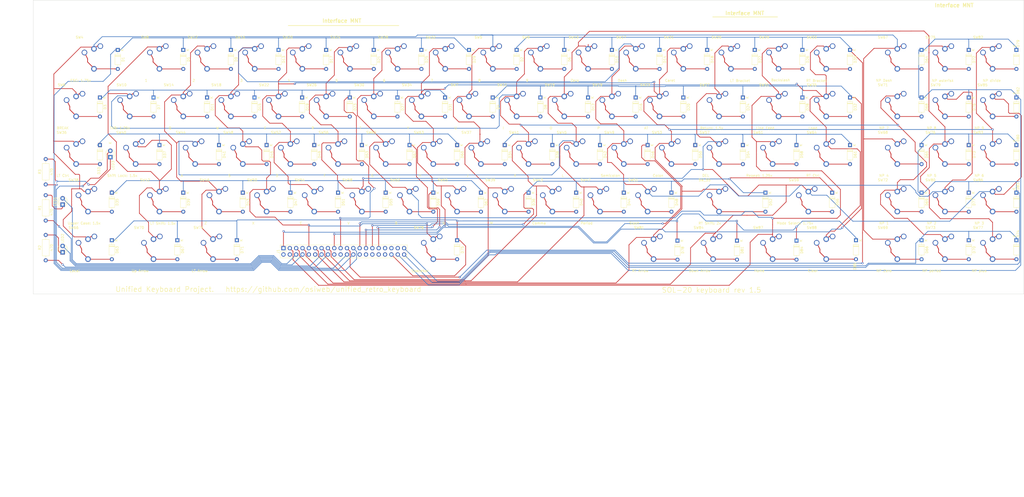
<source format=kicad_pcb>
(kicad_pcb (version 20171130) (host pcbnew "(5.1.6-0-10_14)")
  (title_block (title "Unified Retro Keyboard") (date 2020-06-16) (rev 1.5) (company OSIWeb.org) (comment 1 "SOL keyboard matrix"))
  (layers (0 F.Cu signal) (31 B.Cu signal) (34 B.Paste user) (35 F.Paste user) (36 B.SilkS user) (37 F.SilkS user) (38 B.Mask user) (39 F.Mask user) (44 Edge.Cuts user))
  (net 0 "")
  (net 1 /Row3)
  (net 2 /Row0)
  (net 3 /Row1)
  (net 4 "Net-(D5-Pad2)")
  (net 5 "Net-(D7-Pad2)")
  (net 6 "Net-(D8-Pad2)")
  (net 7 "Net-(D9-Pad2)")
  (net 8 "Net-(D10-Pad2)")
  (net 9 "Net-(D11-Pad2)")
  (net 10 "Net-(D12-Pad2)")
  (net 11 "Net-(D13-Pad2)")
  (net 12 "Net-(D14-Pad2)")
  (net 13 "Net-(D15-Pad2)")
  (net 14 "Net-(D16-Pad2)")
  (net 15 "Net-(D18-Pad2)")
  (net 16 "Net-(D19-Pad2)")
  (net 17 "Net-(D20-Pad2)")
  (net 18 "Net-(D22-Pad2)")
  (net 19 "Net-(D23-Pad2)")
  (net 20 "Net-(D24-Pad2)")
  (net 21 "Net-(D25-Pad2)")
  (net 22 "Net-(D26-Pad2)")
  (net 23 "Net-(D27-Pad2)")
  (net 24 "Net-(D28-Pad2)")
  (net 25 "Net-(D29-Pad2)")
  (net 26 "Net-(D30-Pad2)")
  (net 27 "Net-(D31-Pad2)")
  (net 28 "Net-(D32-Pad2)")
  (net 29 "Net-(D34-Pad2)")
  (net 30 "Net-(D36-Pad2)")
  (net 31 /Row4)
  (net 32 /Row5)
  (net 33 /Row7)
  (net 34 "Net-(D41-Pad2)")
  (net 35 "Net-(D42-Pad2)")
  (net 36 "Net-(D43-Pad2)")
  (net 37 "Net-(D45-Pad2)")
  (net 38 "Net-(D46-Pad2)")
  (net 39 "Net-(D47-Pad2)")
  (net 40 "Net-(D48-Pad2)")
  (net 41 "Net-(D49-Pad2)")
  (net 42 "Net-(D50-Pad2)")
  (net 43 "Net-(D51-Pad2)")
  (net 44 "Net-(D52-Pad2)")
  (net 45 "Net-(D53-Pad2)")
  (net 46 "Net-(D54-Pad2)")
  (net 47 "Net-(D55-Pad2)")
  (net 48 "Net-(D56-Pad2)")
  (net 49 "Net-(D57-Pad2)")
  (net 50 "Net-(D58-Pad2)")
  (net 51 "Net-(D59-Pad2)")
  (net 52 "Net-(D60-Pad2)")
  (net 53 "Net-(D61-Pad2)")
  (net 54 /Col0)
  (net 55 /Col1)
  (net 56 /Col2)
  (net 57 /Col3)
  (net 58 /Col4)
  (net 59 /Col5)
  (net 60 /Col6)
  (net 61 /Col7)
  (net 62 /Row6)
  (net 63 /Row2)
  (net 64 "Net-(D2-Pad2)")
  (net 65 "Net-(D3-Pad2)")
  (net 66 "Net-(D4-Pad2)")
  (net 67 "Net-(D6-Pad2)")
  (net 68 "Net-(D17-Pad2)")
  (net 69 "Net-(D21-Pad2)")
  (net 70 "Net-(D37-Pad2)")
  (net 71 "Net-(D38-Pad2)")
  (net 72 "Net-(D39-Pad2)")
  (net 73 "Net-(D40-Pad2)")
  (net 74 "Net-(D44-Pad2)")
  (net 75 "Net-(J1-Pad10)")
  (net 76 "Net-(J1-Pad12)")
  (net 77 "Net-(J1-Pad18)")
  (net 78 "Net-(J1-Pad20)")
  (net 79 "Net-(J1-Pad26)")
  (net 80 "Net-(J1-Pad28)")
  (net 81 "Net-(J1-Pad30)")
  (net 82 "Net-(J1-Pad32)")
  (net 83 "Net-(J1-Pad2)")
  (net 84 "Net-(J1-Pad4)")
  (net 85 "Net-(D1-Pad2)")
  (net 86 "Net-(D33-Pad2)")
  (net 87 "Net-(D35-Pad2)")
  (net 88 "Net-(D62-Pad2)")
  (net 89 "Net-(D63-Pad2)")
  (net 90 "Net-(D64-Pad2)")
  (net 91 "Net-(D65-Pad2)")
  (net 92 "Net-(D66-Pad2)")
  (net 93 "Net-(D67-Pad2)")
  (net 94 "Net-(D68-Pad2)")
  (net 95 "Net-(D69-Pad2)")
  (net 96 "Net-(D70-Pad2)")
  (net 97 "Net-(D71-Pad2)")
  (net 98 "Net-(D72-Pad2)")
  (net 99 "Net-(D73-Pad2)")
  (net 100 "Net-(D74-Pad2)")
  (net 101 "Net-(D75-Pad2)")
  (net 102 "Net-(D76-Pad2)")
  (net 103 "Net-(D77-Pad2)")
  (net 104 "Net-(D78-Pad2)")
  (net 105 "Net-(D79-Pad2)")
  (net 106 "Net-(D80-Pad2)")
  (net 107 "Net-(D81-Pad2)")
  (net 108 "Net-(D82-Pad2)")
  (net 109 "Net-(D83-Pad2)")
  (net 110 "Net-(D84-Pad2)")
  (net 111 "Net-(D85-Pad2)")
  (net 112 /Row11)
  (net 113 /Row12)
  (net 114 /Row10)
  (net 115 /Row9)
  (net 116 "Net-(J1-Pad8)")
  (net 117 "Net-(J1-Pad16)")
  (net 118 "Net-(J1-Pad24)")
  (net 119 "Net-(J1-Pad6)")
  (net 120 "Net-(J1-Pad14)")
  (net 121 "Net-(J1-Pad22)")
  (net 122 "Net-(LED1-Pad1)")
  (net 123 "Net-(LED2-Pad1)")
  (net 124 "Net-(LED3-Pad1)")
  (net 125 "Net-(J1-Pad33)")
  (net 126 "Net-(J1-Pad34)")
  (net 127 "Net-(J1-Pad35)")
  (net 128 "Net-(J1-Pad37)")
  (module unikbd:Key_MX_Spacebar_5.25 (layer F.Cu) (at 251.45238 206.79156)
    (fp_text reference SW78 (at -5.7912 -8.6106) (layer F.SilkS))
    (fp_text value Spacebar (at -5.334 8.6614) (layer F.SilkS))
    (fp_line (start 1.27 -5.08) (end 0.7366 -4.6736) (layer F.Cu) (width 0.3048))
    (fp_line (start 1.651 -5.08) (end 1.27 -5.08) (layer F.Cu) (width 0.3048))
    (fp_line (start -2.54 1.27) (end 0 3.81) (layer F.Cu) (width 0.3048))
    (fp_line (start -2.54 0) (end -2.54 1.27) (layer F.Cu) (width 0.3048))
    (fp_line (start -3.81 -2.54) (end -2.54 0) (layer F.Cu) (width 0.3048))
    (pad "" np_thru_hole circle (at -66.675 8.255) (size 3.9878 3.9878) (drill 3.9878) (layers *.Cu *.Mask))
    (pad "" np_thru_hole circle (at 66.675 -6.985) (size 3.048 3.048) (drill 3.048) (layers *.Cu *.Mask))
    (pad "" np_thru_hole circle (at 66.675 8.255) (size 3.9878 3.9878) (drill 3.9878) (layers *.Cu *.Mask))
    (pad "" np_thru_hole circle (at -66.675 -6.985) (size 3.048 3.048) (drill 3.048) (layers *.Cu *.Mask))
    (pad 2 thru_hole circle (at 0 4.0005) (size 2.2352 2.2352) (drill 1.397) (layers *.Cu *.Mask) (net 101 "Net-(D75-Pad2)"))
    (pad 1 thru_hole circle (at 0 -4.0005) (size 2.2352 2.2352) (drill 1.397) (layers *.Cu *.Mask) (net 57 /Col3))
    (pad 3 thru_hole circle (at 2.54 -5.08) (size 2.2352 2.2352) (drill 1.5748) (layers *.Cu *.Mask))
    (pad "" np_thru_hole circle (at -5.08 0) (size 1.7018 1.7018) (drill 1.7018) (layers *.Cu *.Mask))
    (pad "" np_thru_hole circle (at 5.08 0) (size 1.7018 1.7018) (drill 1.7018) (layers *.Cu *.Mask))
    (pad "" np_thru_hole circle (at 0 0) (size 3.9878 3.9878) (drill 3.9878) (layers *.Cu *.Mask))
    (pad 4 thru_hole circle (at -3.81 -2.54) (size 2.2352 2.2352) (drill 1.5748) (layers *.Cu *.Mask))
  )
  (module unikbd:Key_MX (layer F.Cu) (at 365.75238 168.69156)
    (fp_text reference SW57 (at -5.7912 -8.6106) (layer F.SilkS))
    (fp_text value DEL (at -5.334 8.6614) (layer F.SilkS))
    (fp_line (start 1.27 -5.08) (end 0.7366 -4.6736) (layer F.Cu) (width 0.3048))
    (fp_line (start 1.651 -5.08) (end 1.27 -5.08) (layer F.Cu) (width 0.3048))
    (fp_line (start -2.54 1.27) (end 0 3.81) (layer F.Cu) (width 0.3048))
    (fp_line (start -2.54 0) (end -2.54 1.27) (layer F.Cu) (width 0.3048))
    (fp_line (start -3.81 -2.54) (end -2.54 0) (layer F.Cu) (width 0.3048))
    (pad 2 thru_hole circle (at 0 4.0005) (size 2.2352 2.2352) (drill 1.397) (layers *.Cu *.Mask) (net 46 "Net-(D54-Pad2)"))
    (pad 1 thru_hole circle (at 0 -4.0005) (size 2.2352 2.2352) (drill 1.397) (layers *.Cu *.Mask) (net 59 /Col5))
    (pad 3 thru_hole circle (at 2.54 -5.08) (size 2.2352 2.2352) (drill 1.5748) (layers *.Cu *.Mask))
    (pad "" np_thru_hole circle (at -5.08 0) (size 1.7018 1.7018) (drill 1.7018) (layers *.Cu *.Mask))
    (pad "" np_thru_hole circle (at 5.08 0) (size 1.7018 1.7018) (drill 1.7018) (layers *.Cu *.Mask))
    (pad "" np_thru_hole circle (at 0 0) (size 3.9878 3.9878) (drill 3.9878) (layers *.Cu *.Mask))
    (pad 4 thru_hole circle (at -3.81 -2.54) (size 2.2352 2.2352) (drill 1.5748) (layers *.Cu *.Mask))
  )
  (module unikbd:Key_MX (layer F.Cu) (at 203.82738 187.74156)
    (fp_text reference SW54 (at -5.7912 -8.6106) (layer F.SilkS))
    (fp_text value C (at -5.334 8.6614) (layer F.SilkS))
    (fp_line (start 1.27 -5.08) (end 0.7366 -4.6736) (layer F.Cu) (width 0.3048))
    (fp_line (start 1.651 -5.08) (end 1.27 -5.08) (layer F.Cu) (width 0.3048))
    (fp_line (start -2.54 1.27) (end 0 3.81) (layer F.Cu) (width 0.3048))
    (fp_line (start -2.54 0) (end -2.54 1.27) (layer F.Cu) (width 0.3048))
    (fp_line (start -3.81 -2.54) (end -2.54 0) (layer F.Cu) (width 0.3048))
    (pad 2 thru_hole circle (at 0 4.0005) (size 2.2352 2.2352) (drill 1.397) (layers *.Cu *.Mask) (net 43 "Net-(D51-Pad2)"))
    (pad 1 thru_hole circle (at 0 -4.0005) (size 2.2352 2.2352) (drill 1.397) (layers *.Cu *.Mask) (net 58 /Col4))
    (pad 3 thru_hole circle (at 2.54 -5.08) (size 2.2352 2.2352) (drill 1.5748) (layers *.Cu *.Mask))
    (pad "" np_thru_hole circle (at -5.08 0) (size 1.7018 1.7018) (drill 1.7018) (layers *.Cu *.Mask))
    (pad "" np_thru_hole circle (at 5.08 0) (size 1.7018 1.7018) (drill 1.7018) (layers *.Cu *.Mask))
    (pad "" np_thru_hole circle (at 0 0) (size 3.9878 3.9878) (drill 3.9878) (layers *.Cu *.Mask))
    (pad 4 thru_hole circle (at -3.81 -2.54) (size 2.2352 2.2352) (drill 1.5748) (layers *.Cu *.Mask))
  )
  (module unikbd:Key_MX (layer F.Cu) (at 163.34613 206.79156)
    (fp_text reference SW74 (at -5.7912 -8.6106) (layer F.SilkS))
    (fp_text value "LT Arrow" (at -5.334 8.6614) (layer F.SilkS))
    (fp_line (start 1.27 -5.08) (end 0.7366 -4.6736) (layer F.Cu) (width 0.3048))
    (fp_line (start 1.651 -5.08) (end 1.27 -5.08) (layer F.Cu) (width 0.3048))
    (fp_line (start -2.54 1.27) (end 0 3.81) (layer F.Cu) (width 0.3048))
    (fp_line (start -2.54 0) (end -2.54 1.27) (layer F.Cu) (width 0.3048))
    (fp_line (start -3.81 -2.54) (end -2.54 0) (layer F.Cu) (width 0.3048))
    (pad 2 thru_hole circle (at 0 4.0005) (size 2.2352 2.2352) (drill 1.397) (layers *.Cu *.Mask) (net 97 "Net-(D71-Pad2)"))
    (pad 1 thru_hole circle (at 0 -4.0005) (size 2.2352 2.2352) (drill 1.397) (layers *.Cu *.Mask) (net 56 /Col2))
    (pad 3 thru_hole circle (at 2.54 -5.08) (size 2.2352 2.2352) (drill 1.5748) (layers *.Cu *.Mask))
    (pad "" np_thru_hole circle (at -5.08 0) (size 1.7018 1.7018) (drill 1.7018) (layers *.Cu *.Mask))
    (pad "" np_thru_hole circle (at 5.08 0) (size 1.7018 1.7018) (drill 1.7018) (layers *.Cu *.Mask))
    (pad "" np_thru_hole circle (at 0 0) (size 3.9878 3.9878) (drill 3.9878) (layers *.Cu *.Mask))
    (pad 4 thru_hole circle (at -3.81 -2.54) (size 2.2352 2.2352) (drill 1.5748) (layers *.Cu *.Mask))
  )
  (module unikbd:Key_MX (layer F.Cu) (at 475.16288 149.64156)
    (fp_text reference SW85 (at -4.03098 -8.56996) (layer F.SilkS))
    (fp_text value "NP 9" (at -5.334 8.6614) (layer F.SilkS))
    (fp_line (start 1.27 -5.08) (end 0.7366 -4.6736) (layer F.Cu) (width 0.3048))
    (fp_line (start 1.651 -5.08) (end 1.27 -5.08) (layer F.Cu) (width 0.3048))
    (fp_line (start -2.54 1.27) (end 0 3.81) (layer F.Cu) (width 0.3048))
    (fp_line (start -2.54 0) (end -2.54 1.27) (layer F.Cu) (width 0.3048))
    (fp_line (start -3.81 -2.54) (end -2.54 0) (layer F.Cu) (width 0.3048))
    (pad 2 thru_hole circle (at 0 4.0005) (size 2.2352 2.2352) (drill 1.397) (layers *.Cu *.Mask) (net 108 "Net-(D82-Pad2)"))
    (pad 1 thru_hole circle (at 0 -4.0005) (size 2.2352 2.2352) (drill 1.397) (layers *.Cu *.Mask) (net 59 /Col5))
    (pad 3 thru_hole circle (at 2.54 -5.08) (size 2.2352 2.2352) (drill 1.5748) (layers *.Cu *.Mask))
    (pad "" np_thru_hole circle (at -5.08 0) (size 1.7018 1.7018) (drill 1.7018) (layers *.Cu *.Mask))
    (pad "" np_thru_hole circle (at 5.08 0) (size 1.7018 1.7018) (drill 1.7018) (layers *.Cu *.Mask))
    (pad "" np_thru_hole circle (at 0 0) (size 3.9878 3.9878) (drill 3.9878) (layers *.Cu *.Mask))
    (pad 4 thru_hole circle (at -3.81 -2.54) (size 2.2352 2.2352) (drill 1.5748) (layers *.Cu *.Mask))
  )
  (module unikbd:Key_MX (layer F.Cu) (at 227.63988 149.64156)
    (fp_text reference SW30 (at -5.7912 -8.6106) (layer F.SilkS))
    (fp_text value T (at -5.334 8.6614) (layer F.SilkS))
    (fp_line (start 1.27 -5.08) (end 0.7366 -4.6736) (layer F.Cu) (width 0.3048))
    (fp_line (start 1.651 -5.08) (end 1.27 -5.08) (layer F.Cu) (width 0.3048))
    (fp_line (start -2.54 1.27) (end 0 3.81) (layer F.Cu) (width 0.3048))
    (fp_line (start -2.54 0) (end -2.54 1.27) (layer F.Cu) (width 0.3048))
    (fp_line (start -3.81 -2.54) (end -2.54 0) (layer F.Cu) (width 0.3048))
    (pad 2 thru_hole circle (at 0 4.0005) (size 2.2352 2.2352) (drill 1.397) (layers *.Cu *.Mask) (net 23 "Net-(D27-Pad2)"))
    (pad 1 thru_hole circle (at 0 -4.0005) (size 2.2352 2.2352) (drill 1.397) (layers *.Cu *.Mask) (net 60 /Col6))
    (pad 3 thru_hole circle (at 2.54 -5.08) (size 2.2352 2.2352) (drill 1.5748) (layers *.Cu *.Mask))
    (pad "" np_thru_hole circle (at -5.08 0) (size 1.7018 1.7018) (drill 1.7018) (layers *.Cu *.Mask))
    (pad "" np_thru_hole circle (at 5.08 0) (size 1.7018 1.7018) (drill 1.7018) (layers *.Cu *.Mask))
    (pad "" np_thru_hole circle (at 0 0) (size 3.9878 3.9878) (drill 3.9878) (layers *.Cu *.Mask))
    (pad 4 thru_hole circle (at -3.81 -2.54) (size 2.2352 2.2352) (drill 1.5748) (layers *.Cu *.Mask))
  )
  (module unikbd:Key_MX (layer F.Cu) (at 408.61488 206.79156)
    (fp_text reference SW88 (at -5.7912 -8.6106) (layer F.SilkS))
    (fp_text value Clear (at -5.334 8.6614) (layer F.SilkS))
    (fp_line (start 1.27 -5.08) (end 0.7366 -4.6736) (layer F.Cu) (width 0.3048))
    (fp_line (start 1.651 -5.08) (end 1.27 -5.08) (layer F.Cu) (width 0.3048))
    (fp_line (start -2.54 1.27) (end 0 3.81) (layer F.Cu) (width 0.3048))
    (fp_line (start -2.54 0) (end -2.54 1.27) (layer F.Cu) (width 0.3048))
    (fp_line (start -3.81 -2.54) (end -2.54 0) (layer F.Cu) (width 0.3048))
    (pad 2 thru_hole circle (at 0 4.0005) (size 2.2352 2.2352) (drill 1.397) (layers *.Cu *.Mask) (net 111 "Net-(D85-Pad2)"))
    (pad 1 thru_hole circle (at 0 -4.0005) (size 2.2352 2.2352) (drill 1.397) (layers *.Cu *.Mask) (net 61 /Col7))
    (pad 3 thru_hole circle (at 2.54 -5.08) (size 2.2352 2.2352) (drill 1.5748) (layers *.Cu *.Mask))
    (pad "" np_thru_hole circle (at -5.08 0) (size 1.7018 1.7018) (drill 1.7018) (layers *.Cu *.Mask))
    (pad "" np_thru_hole circle (at 5.08 0) (size 1.7018 1.7018) (drill 1.7018) (layers *.Cu *.Mask))
    (pad "" np_thru_hole circle (at 0 0) (size 3.9878 3.9878) (drill 3.9878) (layers *.Cu *.Mask))
    (pad 4 thru_hole circle (at -3.81 -2.54) (size 2.2352 2.2352) (drill 1.5748) (layers *.Cu *.Mask))
  )
  (module unikbd:Key_MX (layer F.Cu) (at 387.18363 206.79156)
    (fp_text reference SW87 (at -5.7912 -8.6106) (layer F.SilkS))
    (fp_text value Home (at -5.334 8.6614) (layer F.SilkS))
    (fp_line (start 1.27 -5.08) (end 0.7366 -4.6736) (layer F.Cu) (width 0.3048))
    (fp_line (start 1.651 -5.08) (end 1.27 -5.08) (layer F.Cu) (width 0.3048))
    (fp_line (start -2.54 1.27) (end 0 3.81) (layer F.Cu) (width 0.3048))
    (fp_line (start -2.54 0) (end -2.54 1.27) (layer F.Cu) (width 0.3048))
    (fp_line (start -3.81 -2.54) (end -2.54 0) (layer F.Cu) (width 0.3048))
    (pad 2 thru_hole circle (at 0 4.0005) (size 2.2352 2.2352) (drill 1.397) (layers *.Cu *.Mask) (net 110 "Net-(D84-Pad2)"))
    (pad 1 thru_hole circle (at 0 -4.0005) (size 2.2352 2.2352) (drill 1.397) (layers *.Cu *.Mask) (net 60 /Col6))
    (pad 3 thru_hole circle (at 2.54 -5.08) (size 2.2352 2.2352) (drill 1.5748) (layers *.Cu *.Mask))
    (pad "" np_thru_hole circle (at -5.08 0) (size 1.7018 1.7018) (drill 1.7018) (layers *.Cu *.Mask))
    (pad "" np_thru_hole circle (at 5.08 0) (size 1.7018 1.7018) (drill 1.7018) (layers *.Cu *.Mask))
    (pad "" np_thru_hole circle (at 0 0) (size 3.9878 3.9878) (drill 3.9878) (layers *.Cu *.Mask))
    (pad 4 thru_hole circle (at -3.81 -2.54) (size 2.2352 2.2352) (drill 1.5748) (layers *.Cu *.Mask))
  )
  (module unikbd:Key_MX (layer F.Cu) (at 475.16288 187.74156)
    (fp_text reference SW86 (at -5.7912 -8.6106) (layer F.SilkS))
    (fp_text value "NP 3" (at -5.334 8.6614) (layer F.SilkS))
    (fp_line (start 1.27 -5.08) (end 0.7366 -4.6736) (layer F.Cu) (width 0.3048))
    (fp_line (start 1.651 -5.08) (end 1.27 -5.08) (layer F.Cu) (width 0.3048))
    (fp_line (start -2.54 1.27) (end 0 3.81) (layer F.Cu) (width 0.3048))
    (fp_line (start -2.54 0) (end -2.54 1.27) (layer F.Cu) (width 0.3048))
    (fp_line (start -3.81 -2.54) (end -2.54 0) (layer F.Cu) (width 0.3048))
    (pad 2 thru_hole circle (at 0 4.0005) (size 2.2352 2.2352) (drill 1.397) (layers *.Cu *.Mask) (net 109 "Net-(D83-Pad2)"))
    (pad 1 thru_hole circle (at 0 -4.0005) (size 2.2352 2.2352) (drill 1.397) (layers *.Cu *.Mask) (net 59 /Col5))
    (pad 3 thru_hole circle (at 2.54 -5.08) (size 2.2352 2.2352) (drill 1.5748) (layers *.Cu *.Mask))
    (pad "" np_thru_hole circle (at -5.08 0) (size 1.7018 1.7018) (drill 1.7018) (layers *.Cu *.Mask))
    (pad "" np_thru_hole circle (at 5.08 0) (size 1.7018 1.7018) (drill 1.7018) (layers *.Cu *.Mask))
    (pad "" np_thru_hole circle (at 0 0) (size 3.9878 3.9878) (drill 3.9878) (layers *.Cu *.Mask))
    (pad 4 thru_hole circle (at -3.81 -2.54) (size 2.2352 2.2352) (drill 1.5748) (layers *.Cu *.Mask))
  )
  (module unikbd:Key_MX (layer F.Cu) (at 363.37113 206.79156)
    (fp_text reference SW84 (at -5.7912 -8.6106) (layer F.SilkS))
    (fp_text value "Down Arrow" (at -5.334 8.6614) (layer F.SilkS))
    (fp_line (start 1.27 -5.08) (end 0.7366 -4.6736) (layer F.Cu) (width 0.3048))
    (fp_line (start 1.651 -5.08) (end 1.27 -5.08) (layer F.Cu) (width 0.3048))
    (fp_line (start -2.54 1.27) (end 0 3.81) (layer F.Cu) (width 0.3048))
    (fp_line (start -2.54 0) (end -2.54 1.27) (layer F.Cu) (width 0.3048))
    (fp_line (start -3.81 -2.54) (end -2.54 0) (layer F.Cu) (width 0.3048))
    (pad 2 thru_hole circle (at 0 4.0005) (size 2.2352 2.2352) (drill 1.397) (layers *.Cu *.Mask) (net 107 "Net-(D81-Pad2)"))
    (pad 1 thru_hole circle (at 0 -4.0005) (size 2.2352 2.2352) (drill 1.397) (layers *.Cu *.Mask) (net 59 /Col5))
    (pad 3 thru_hole circle (at 2.54 -5.08) (size 2.2352 2.2352) (drill 1.5748) (layers *.Cu *.Mask))
    (pad "" np_thru_hole circle (at -5.08 0) (size 1.7018 1.7018) (drill 1.7018) (layers *.Cu *.Mask))
    (pad "" np_thru_hole circle (at 5.08 0) (size 1.7018 1.7018) (drill 1.7018) (layers *.Cu *.Mask))
    (pad "" np_thru_hole circle (at 0 0) (size 3.9878 3.9878) (drill 3.9878) (layers *.Cu *.Mask))
    (pad 4 thru_hole circle (at -3.81 -2.54) (size 2.2352 2.2352) (drill 1.5748) (layers *.Cu *.Mask))
  )
  (module unikbd:Key_MX (layer F.Cu) (at 475.16288 168.69156)
    (fp_text reference SW83 (at -5.7912 -8.6106) (layer F.SilkS))
    (fp_text value "NP 6" (at -5.334 8.6614) (layer F.SilkS))
    (fp_line (start 1.27 -5.08) (end 0.7366 -4.6736) (layer F.Cu) (width 0.3048))
    (fp_line (start 1.651 -5.08) (end 1.27 -5.08) (layer F.Cu) (width 0.3048))
    (fp_line (start -2.54 1.27) (end 0 3.81) (layer F.Cu) (width 0.3048))
    (fp_line (start -2.54 0) (end -2.54 1.27) (layer F.Cu) (width 0.3048))
    (fp_line (start -3.81 -2.54) (end -2.54 0) (layer F.Cu) (width 0.3048))
    (pad 2 thru_hole circle (at 0 4.0005) (size 2.2352 2.2352) (drill 1.397) (layers *.Cu *.Mask) (net 106 "Net-(D80-Pad2)"))
    (pad 1 thru_hole circle (at 0 -4.0005) (size 2.2352 2.2352) (drill 1.397) (layers *.Cu *.Mask) (net 58 /Col4))
    (pad 3 thru_hole circle (at 2.54 -5.08) (size 2.2352 2.2352) (drill 1.5748) (layers *.Cu *.Mask))
    (pad "" np_thru_hole circle (at -5.08 0) (size 1.7018 1.7018) (drill 1.7018) (layers *.Cu *.Mask))
    (pad "" np_thru_hole circle (at 5.08 0) (size 1.7018 1.7018) (drill 1.7018) (layers *.Cu *.Mask))
    (pad "" np_thru_hole circle (at 0 0) (size 3.9878 3.9878) (drill 3.9878) (layers *.Cu *.Mask))
    (pad 4 thru_hole circle (at -3.81 -2.54) (size 2.2352 2.2352) (drill 1.5748) (layers *.Cu *.Mask))
  )
  (module unikbd:Key_MX (layer F.Cu) (at 475.16288 130.59156)
    (fp_text reference SW82 (at -5.7912 -8.6106) (layer F.SilkS))
    (fp_text value "NP divide" (at -0.29718 8.72744) (layer F.SilkS))
    (fp_line (start 1.27 -5.08) (end 0.7366 -4.6736) (layer F.Cu) (width 0.3048))
    (fp_line (start 1.651 -5.08) (end 1.27 -5.08) (layer F.Cu) (width 0.3048))
    (fp_line (start -2.54 1.27) (end 0 3.81) (layer F.Cu) (width 0.3048))
    (fp_line (start -2.54 0) (end -2.54 1.27) (layer F.Cu) (width 0.3048))
    (fp_line (start -3.81 -2.54) (end -2.54 0) (layer F.Cu) (width 0.3048))
    (pad 2 thru_hole circle (at 0 4.0005) (size 2.2352 2.2352) (drill 1.397) (layers *.Cu *.Mask) (net 105 "Net-(D79-Pad2)"))
    (pad 1 thru_hole circle (at 0 -4.0005) (size 2.2352 2.2352) (drill 1.397) (layers *.Cu *.Mask) (net 58 /Col4))
    (pad 3 thru_hole circle (at 2.54 -5.08) (size 2.2352 2.2352) (drill 1.5748) (layers *.Cu *.Mask))
    (pad "" np_thru_hole circle (at -5.08 0) (size 1.7018 1.7018) (drill 1.7018) (layers *.Cu *.Mask))
    (pad "" np_thru_hole circle (at 5.08 0) (size 1.7018 1.7018) (drill 1.7018) (layers *.Cu *.Mask))
    (pad "" np_thru_hole circle (at 0 0) (size 3.9878 3.9878) (drill 3.9878) (layers *.Cu *.Mask))
    (pad 4 thru_hole circle (at -3.81 -2.54) (size 2.2352 2.2352) (drill 1.5748) (layers *.Cu *.Mask))
  )
  (module unikbd:Key_MX (layer F.Cu) (at 339.55863 206.79156)
    (fp_text reference SW81 (at -5.7912 -8.6106) (layer F.SilkS))
    (fp_text value "RT Arrow" (at -5.334 8.6614) (layer F.SilkS))
    (fp_line (start 1.27 -5.08) (end 0.7366 -4.6736) (layer F.Cu) (width 0.3048))
    (fp_line (start 1.651 -5.08) (end 1.27 -5.08) (layer F.Cu) (width 0.3048))
    (fp_line (start -2.54 1.27) (end 0 3.81) (layer F.Cu) (width 0.3048))
    (fp_line (start -2.54 0) (end -2.54 1.27) (layer F.Cu) (width 0.3048))
    (fp_line (start -3.81 -2.54) (end -2.54 0) (layer F.Cu) (width 0.3048))
    (pad 2 thru_hole circle (at 0 4.0005) (size 2.2352 2.2352) (drill 1.397) (layers *.Cu *.Mask) (net 104 "Net-(D78-Pad2)"))
    (pad 1 thru_hole circle (at 0 -4.0005) (size 2.2352 2.2352) (drill 1.397) (layers *.Cu *.Mask) (net 58 /Col4))
    (pad 3 thru_hole circle (at 2.54 -5.08) (size 2.2352 2.2352) (drill 1.5748) (layers *.Cu *.Mask))
    (pad "" np_thru_hole circle (at -5.08 0) (size 1.7018 1.7018) (drill 1.7018) (layers *.Cu *.Mask))
    (pad "" np_thru_hole circle (at 5.08 0) (size 1.7018 1.7018) (drill 1.7018) (layers *.Cu *.Mask))
    (pad "" np_thru_hole circle (at 0 0) (size 3.9878 3.9878) (drill 3.9878) (layers *.Cu *.Mask))
    (pad 4 thru_hole circle (at -3.81 -2.54) (size 2.2352 2.2352) (drill 1.5748) (layers *.Cu *.Mask))
  )
  (module unikbd:Key_MX (layer F.Cu) (at 456.11288 187.74156)
    (fp_text reference SW80 (at -5.7912 -8.6106) (layer F.SilkS))
    (fp_text value "NP 2" (at -5.334 8.6614) (layer F.SilkS))
    (fp_line (start 1.27 -5.08) (end 0.7366 -4.6736) (layer F.Cu) (width 0.3048))
    (fp_line (start 1.651 -5.08) (end 1.27 -5.08) (layer F.Cu) (width 0.3048))
    (fp_line (start -2.54 1.27) (end 0 3.81) (layer F.Cu) (width 0.3048))
    (fp_line (start -2.54 0) (end -2.54 1.27) (layer F.Cu) (width 0.3048))
    (fp_line (start -3.81 -2.54) (end -2.54 0) (layer F.Cu) (width 0.3048))
    (pad 2 thru_hole circle (at 0 4.0005) (size 2.2352 2.2352) (drill 1.397) (layers *.Cu *.Mask) (net 103 "Net-(D77-Pad2)"))
    (pad 1 thru_hole circle (at 0 -4.0005) (size 2.2352 2.2352) (drill 1.397) (layers *.Cu *.Mask) (net 57 /Col3))
    (pad 3 thru_hole circle (at 2.54 -5.08) (size 2.2352 2.2352) (drill 1.5748) (layers *.Cu *.Mask))
    (pad "" np_thru_hole circle (at -5.08 0) (size 1.7018 1.7018) (drill 1.7018) (layers *.Cu *.Mask))
    (pad "" np_thru_hole circle (at 5.08 0) (size 1.7018 1.7018) (drill 1.7018) (layers *.Cu *.Mask))
    (pad "" np_thru_hole circle (at 0 0) (size 3.9878 3.9878) (drill 3.9878) (layers *.Cu *.Mask))
    (pad 4 thru_hole circle (at -3.81 -2.54) (size 2.2352 2.2352) (drill 1.5748) (layers *.Cu *.Mask))
  )
  (module unikbd:Key_MX (layer F.Cu) (at 456.11288 149.64156)
    (fp_text reference SW79 (at -3.75158 -8.56996) (layer F.SilkS))
    (fp_text value "NP 8" (at -5.334 8.6614) (layer F.SilkS))
    (fp_line (start 1.27 -5.08) (end 0.7366 -4.6736) (layer F.Cu) (width 0.3048))
    (fp_line (start 1.651 -5.08) (end 1.27 -5.08) (layer F.Cu) (width 0.3048))
    (fp_line (start -2.54 1.27) (end 0 3.81) (layer F.Cu) (width 0.3048))
    (fp_line (start -2.54 0) (end -2.54 1.27) (layer F.Cu) (width 0.3048))
    (fp_line (start -3.81 -2.54) (end -2.54 0) (layer F.Cu) (width 0.3048))
    (pad 2 thru_hole circle (at 0 4.0005) (size 2.2352 2.2352) (drill 1.397) (layers *.Cu *.Mask) (net 102 "Net-(D76-Pad2)"))
    (pad 1 thru_hole circle (at 0 -4.0005) (size 2.2352 2.2352) (drill 1.397) (layers *.Cu *.Mask) (net 57 /Col3))
    (pad 3 thru_hole circle (at 2.54 -5.08) (size 2.2352 2.2352) (drill 1.5748) (layers *.Cu *.Mask))
    (pad "" np_thru_hole circle (at -5.08 0) (size 1.7018 1.7018) (drill 1.7018) (layers *.Cu *.Mask))
    (pad "" np_thru_hole circle (at 5.08 0) (size 1.7018 1.7018) (drill 1.7018) (layers *.Cu *.Mask))
    (pad "" np_thru_hole circle (at 0 0) (size 3.9878 3.9878) (drill 3.9878) (layers *.Cu *.Mask))
    (pad 4 thru_hole circle (at -3.81 -2.54) (size 2.2352 2.2352) (drill 1.5748) (layers *.Cu *.Mask))
  )
  (module unikbd:Key_MX (layer F.Cu) (at 475.16288 206.79156)
    (fp_text reference SW77 (at -5.7912 -8.6106) (layer F.SilkS))
    (fp_text value "NP plus" (at -5.334 8.6614) (layer F.SilkS))
    (fp_line (start 1.27 -5.08) (end 0.7366 -4.6736) (layer F.Cu) (width 0.3048))
    (fp_line (start 1.651 -5.08) (end 1.27 -5.08) (layer F.Cu) (width 0.3048))
    (fp_line (start -2.54 1.27) (end 0 3.81) (layer F.Cu) (width 0.3048))
    (fp_line (start -2.54 0) (end -2.54 1.27) (layer F.Cu) (width 0.3048))
    (fp_line (start -3.81 -2.54) (end -2.54 0) (layer F.Cu) (width 0.3048))
    (pad 2 thru_hole circle (at 0 4.0005) (size 2.2352 2.2352) (drill 1.397) (layers *.Cu *.Mask) (net 100 "Net-(D74-Pad2)"))
    (pad 1 thru_hole circle (at 0 -4.0005) (size 2.2352 2.2352) (drill 1.397) (layers *.Cu *.Mask) (net 56 /Col2))
    (pad 3 thru_hole circle (at 2.54 -5.08) (size 2.2352 2.2352) (drill 1.5748) (layers *.Cu *.Mask))
    (pad "" np_thru_hole circle (at -5.08 0) (size 1.7018 1.7018) (drill 1.7018) (layers *.Cu *.Mask))
    (pad "" np_thru_hole circle (at 5.08 0) (size 1.7018 1.7018) (drill 1.7018) (layers *.Cu *.Mask))
    (pad "" np_thru_hole circle (at 0 0) (size 3.9878 3.9878) (drill 3.9878) (layers *.Cu *.Mask))
    (pad 4 thru_hole circle (at -3.81 -2.54) (size 2.2352 2.2352) (drill 1.5748) (layers *.Cu *.Mask))
  )
  (module unikbd:Key_MX (layer F.Cu) (at 456.11288 168.69156)
    (fp_text reference SW76 (at -5.7912 -8.6106) (layer F.SilkS))
    (fp_text value "NP 5" (at -5.334 8.6614) (layer F.SilkS))
    (fp_line (start 1.27 -5.08) (end 0.7366 -4.6736) (layer F.Cu) (width 0.3048))
    (fp_line (start 1.651 -5.08) (end 1.27 -5.08) (layer F.Cu) (width 0.3048))
    (fp_line (start -2.54 1.27) (end 0 3.81) (layer F.Cu) (width 0.3048))
    (fp_line (start -2.54 0) (end -2.54 1.27) (layer F.Cu) (width 0.3048))
    (fp_line (start -3.81 -2.54) (end -2.54 0) (layer F.Cu) (width 0.3048))
    (pad 2 thru_hole circle (at 0 4.0005) (size 2.2352 2.2352) (drill 1.397) (layers *.Cu *.Mask) (net 99 "Net-(D73-Pad2)"))
    (pad 1 thru_hole circle (at 0 -4.0005) (size 2.2352 2.2352) (drill 1.397) (layers *.Cu *.Mask) (net 56 /Col2))
    (pad 3 thru_hole circle (at 2.54 -5.08) (size 2.2352 2.2352) (drill 1.5748) (layers *.Cu *.Mask))
    (pad "" np_thru_hole circle (at -5.08 0) (size 1.7018 1.7018) (drill 1.7018) (layers *.Cu *.Mask))
    (pad "" np_thru_hole circle (at 5.08 0) (size 1.7018 1.7018) (drill 1.7018) (layers *.Cu *.Mask))
    (pad "" np_thru_hole circle (at 0 0) (size 3.9878 3.9878) (drill 3.9878) (layers *.Cu *.Mask))
    (pad 4 thru_hole circle (at -3.81 -2.54) (size 2.2352 2.2352) (drill 1.5748) (layers *.Cu *.Mask))
  )
  (module unikbd:Key_MX (layer F.Cu) (at 456.11288 130.59156)
    (fp_text reference SW75 (at -5.7912 -8.6106) (layer F.SilkS))
    (fp_text value "NP asterisk" (at -0.88138 8.72744) (layer F.SilkS))
    (fp_line (start 1.27 -5.08) (end 0.7366 -4.6736) (layer F.Cu) (width 0.3048))
    (fp_line (start 1.651 -5.08) (end 1.27 -5.08) (layer F.Cu) (width 0.3048))
    (fp_line (start -2.54 1.27) (end 0 3.81) (layer F.Cu) (width 0.3048))
    (fp_line (start -2.54 0) (end -2.54 1.27) (layer F.Cu) (width 0.3048))
    (fp_line (start -3.81 -2.54) (end -2.54 0) (layer F.Cu) (width 0.3048))
    (pad 2 thru_hole circle (at 0 4.0005) (size 2.2352 2.2352) (drill 1.397) (layers *.Cu *.Mask) (net 98 "Net-(D72-Pad2)"))
    (pad 1 thru_hole circle (at 0 -4.0005) (size 2.2352 2.2352) (drill 1.397) (layers *.Cu *.Mask) (net 56 /Col2))
    (pad 3 thru_hole circle (at 2.54 -5.08) (size 2.2352 2.2352) (drill 1.5748) (layers *.Cu *.Mask))
    (pad "" np_thru_hole circle (at -5.08 0) (size 1.7018 1.7018) (drill 1.7018) (layers *.Cu *.Mask))
    (pad "" np_thru_hole circle (at 5.08 0) (size 1.7018 1.7018) (drill 1.7018) (layers *.Cu *.Mask))
    (pad "" np_thru_hole circle (at 0 0) (size 3.9878 3.9878) (drill 3.9878) (layers *.Cu *.Mask))
    (pad 4 thru_hole circle (at -3.81 -2.54) (size 2.2352 2.2352) (drill 1.5748) (layers *.Cu *.Mask))
  )
  (module unikbd:Key_MX (layer F.Cu) (at 456.11288 206.79156)
    (fp_text reference SW73 (at -5.7912 -8.6106) (layer F.SilkS))
    (fp_text value "NP period" (at -5.334 8.6614) (layer F.SilkS))
    (fp_line (start 1.27 -5.08) (end 0.7366 -4.6736) (layer F.Cu) (width 0.3048))
    (fp_line (start 1.651 -5.08) (end 1.27 -5.08) (layer F.Cu) (width 0.3048))
    (fp_line (start -2.54 1.27) (end 0 3.81) (layer F.Cu) (width 0.3048))
    (fp_line (start -2.54 0) (end -2.54 1.27) (layer F.Cu) (width 0.3048))
    (fp_line (start -3.81 -2.54) (end -2.54 0) (layer F.Cu) (width 0.3048))
    (pad 2 thru_hole circle (at 0 4.0005) (size 2.2352 2.2352) (drill 1.397) (layers *.Cu *.Mask) (net 96 "Net-(D70-Pad2)"))
    (pad 1 thru_hole circle (at 0 -4.0005) (size 2.2352 2.2352) (drill 1.397) (layers *.Cu *.Mask) (net 55 /Col1))
    (pad 3 thru_hole circle (at 2.54 -5.08) (size 2.2352 2.2352) (drill 1.5748) (layers *.Cu *.Mask))
    (pad "" np_thru_hole circle (at -5.08 0) (size 1.7018 1.7018) (drill 1.7018) (layers *.Cu *.Mask))
    (pad "" np_thru_hole circle (at 5.08 0) (size 1.7018 1.7018) (drill 1.7018) (layers *.Cu *.Mask))
    (pad "" np_thru_hole circle (at 0 0) (size 3.9878 3.9878) (drill 3.9878) (layers *.Cu *.Mask))
    (pad 4 thru_hole circle (at -3.81 -2.54) (size 2.2352 2.2352) (drill 1.5748) (layers *.Cu *.Mask))
  )
  (module unikbd:Key_MX (layer F.Cu) (at 437.06288 187.74156)
    (fp_text reference SW72 (at -5.7912 -8.6106) (layer F.SilkS))
    (fp_text value "NP 1" (at -5.334 8.6614) (layer F.SilkS))
    (fp_line (start 1.27 -5.08) (end 0.7366 -4.6736) (layer F.Cu) (width 0.3048))
    (fp_line (start 1.651 -5.08) (end 1.27 -5.08) (layer F.Cu) (width 0.3048))
    (fp_line (start -2.54 1.27) (end 0 3.81) (layer F.Cu) (width 0.3048))
    (fp_line (start -2.54 0) (end -2.54 1.27) (layer F.Cu) (width 0.3048))
    (fp_line (start -3.81 -2.54) (end -2.54 0) (layer F.Cu) (width 0.3048))
    (pad 2 thru_hole circle (at 0 4.0005) (size 2.2352 2.2352) (drill 1.397) (layers *.Cu *.Mask) (net 95 "Net-(D69-Pad2)"))
    (pad 1 thru_hole circle (at 0 -4.0005) (size 2.2352 2.2352) (drill 1.397) (layers *.Cu *.Mask) (net 55 /Col1))
    (pad 3 thru_hole circle (at 2.54 -5.08) (size 2.2352 2.2352) (drill 1.5748) (layers *.Cu *.Mask))
    (pad "" np_thru_hole circle (at -5.08 0) (size 1.7018 1.7018) (drill 1.7018) (layers *.Cu *.Mask))
    (pad "" np_thru_hole circle (at 5.08 0) (size 1.7018 1.7018) (drill 1.7018) (layers *.Cu *.Mask))
    (pad "" np_thru_hole circle (at 0 0) (size 3.9878 3.9878) (drill 3.9878) (layers *.Cu *.Mask))
    (pad 4 thru_hole circle (at -3.81 -2.54) (size 2.2352 2.2352) (drill 1.5748) (layers *.Cu *.Mask))
  )
  (module unikbd:Key_MX (layer F.Cu) (at 437.06288 149.64156)
    (fp_text reference SW71 (at -5.7912 -8.6106) (layer F.SilkS))
    (fp_text value "NP 7" (at -5.334 8.6614) (layer F.SilkS))
    (fp_line (start 1.27 -5.08) (end 0.7366 -4.6736) (layer F.Cu) (width 0.3048))
    (fp_line (start 1.651 -5.08) (end 1.27 -5.08) (layer F.Cu) (width 0.3048))
    (fp_line (start -2.54 1.27) (end 0 3.81) (layer F.Cu) (width 0.3048))
    (fp_line (start -2.54 0) (end -2.54 1.27) (layer F.Cu) (width 0.3048))
    (fp_line (start -3.81 -2.54) (end -2.54 0) (layer F.Cu) (width 0.3048))
    (pad 2 thru_hole circle (at 0 4.0005) (size 2.2352 2.2352) (drill 1.397) (layers *.Cu *.Mask) (net 94 "Net-(D68-Pad2)"))
    (pad 1 thru_hole circle (at 0 -4.0005) (size 2.2352 2.2352) (drill 1.397) (layers *.Cu *.Mask) (net 55 /Col1))
    (pad 3 thru_hole circle (at 2.54 -5.08) (size 2.2352 2.2352) (drill 1.5748) (layers *.Cu *.Mask))
    (pad "" np_thru_hole circle (at -5.08 0) (size 1.7018 1.7018) (drill 1.7018) (layers *.Cu *.Mask))
    (pad "" np_thru_hole circle (at 5.08 0) (size 1.7018 1.7018) (drill 1.7018) (layers *.Cu *.Mask))
    (pad "" np_thru_hole circle (at 0 0) (size 3.9878 3.9878) (drill 3.9878) (layers *.Cu *.Mask))
    (pad 4 thru_hole circle (at -3.81 -2.54) (size 2.2352 2.2352) (drill 1.5748) (layers *.Cu *.Mask))
  )
  (module unikbd:Key_MX (layer F.Cu) (at 139.53363 206.79156)
    (fp_text reference SW70 (at -5.7912 -8.6106) (layer F.SilkS))
    (fp_text value "Up Arrow" (at -5.334 8.6614) (layer F.SilkS))
    (fp_line (start 1.27 -5.08) (end 0.7366 -4.6736) (layer F.Cu) (width 0.3048))
    (fp_line (start 1.651 -5.08) (end 1.27 -5.08) (layer F.Cu) (width 0.3048))
    (fp_line (start -2.54 1.27) (end 0 3.81) (layer F.Cu) (width 0.3048))
    (fp_line (start -2.54 0) (end -2.54 1.27) (layer F.Cu) (width 0.3048))
    (fp_line (start -3.81 -2.54) (end -2.54 0) (layer F.Cu) (width 0.3048))
    (pad 2 thru_hole circle (at 0 4.0005) (size 2.2352 2.2352) (drill 1.397) (layers *.Cu *.Mask) (net 93 "Net-(D67-Pad2)"))
    (pad 1 thru_hole circle (at 0 -4.0005) (size 2.2352 2.2352) (drill 1.397) (layers *.Cu *.Mask) (net 55 /Col1))
    (pad 3 thru_hole circle (at 2.54 -5.08) (size 2.2352 2.2352) (drill 1.5748) (layers *.Cu *.Mask))
    (pad "" np_thru_hole circle (at -5.08 0) (size 1.7018 1.7018) (drill 1.7018) (layers *.Cu *.Mask))
    (pad "" np_thru_hole circle (at 5.08 0) (size 1.7018 1.7018) (drill 1.7018) (layers *.Cu *.Mask))
    (pad "" np_thru_hole circle (at 0 0) (size 3.9878 3.9878) (drill 3.9878) (layers *.Cu *.Mask))
    (pad 4 thru_hole circle (at -3.81 -2.54) (size 2.2352 2.2352) (drill 1.5748) (layers *.Cu *.Mask))
  )
  (module unikbd:Key_MX (layer F.Cu) (at 437.06288 206.79156)
    (fp_text reference SW69 (at -5.7912 -8.6106) (layer F.SilkS))
    (fp_text value "NP Zero" (at -5.334 8.6614) (layer F.SilkS))
    (fp_line (start 1.27 -5.08) (end 0.7366 -4.6736) (layer F.Cu) (width 0.3048))
    (fp_line (start 1.651 -5.08) (end 1.27 -5.08) (layer F.Cu) (width 0.3048))
    (fp_line (start -2.54 1.27) (end 0 3.81) (layer F.Cu) (width 0.3048))
    (fp_line (start -2.54 0) (end -2.54 1.27) (layer F.Cu) (width 0.3048))
    (fp_line (start -3.81 -2.54) (end -2.54 0) (layer F.Cu) (width 0.3048))
    (pad 2 thru_hole circle (at 0 4.0005) (size 2.2352 2.2352) (drill 1.397) (layers *.Cu *.Mask) (net 92 "Net-(D66-Pad2)"))
    (pad 1 thru_hole circle (at 0 -4.0005) (size 2.2352 2.2352) (drill 1.397) (layers *.Cu *.Mask) (net 54 /Col0))
    (pad 3 thru_hole circle (at 2.54 -5.08) (size 2.2352 2.2352) (drill 1.5748) (layers *.Cu *.Mask))
    (pad "" np_thru_hole circle (at -5.08 0) (size 1.7018 1.7018) (drill 1.7018) (layers *.Cu *.Mask))
    (pad "" np_thru_hole circle (at 5.08 0) (size 1.7018 1.7018) (drill 1.7018) (layers *.Cu *.Mask))
    (pad "" np_thru_hole circle (at 0 0) (size 3.9878 3.9878) (drill 3.9878) (layers *.Cu *.Mask))
    (pad 4 thru_hole circle (at -3.81 -2.54) (size 2.2352 2.2352) (drill 1.5748) (layers *.Cu *.Mask))
  )
  (module unikbd:Key_MX (layer F.Cu) (at 437.06288 168.69156)
    (fp_text reference SW68 (at -5.7912 -8.6106) (layer F.SilkS))
    (fp_text value "NP 4" (at -5.334 8.6614) (layer F.SilkS))
    (fp_line (start 1.27 -5.08) (end 0.7366 -4.6736) (layer F.Cu) (width 0.3048))
    (fp_line (start 1.651 -5.08) (end 1.27 -5.08) (layer F.Cu) (width 0.3048))
    (fp_line (start -2.54 1.27) (end 0 3.81) (layer F.Cu) (width 0.3048))
    (fp_line (start -2.54 0) (end -2.54 1.27) (layer F.Cu) (width 0.3048))
    (fp_line (start -3.81 -2.54) (end -2.54 0) (layer F.Cu) (width 0.3048))
    (pad 2 thru_hole circle (at 0 4.0005) (size 2.2352 2.2352) (drill 1.397) (layers *.Cu *.Mask) (net 91 "Net-(D65-Pad2)"))
    (pad 1 thru_hole circle (at 0 -4.0005) (size 2.2352 2.2352) (drill 1.397) (layers *.Cu *.Mask) (net 54 /Col0))
    (pad 3 thru_hole circle (at 2.54 -5.08) (size 2.2352 2.2352) (drill 1.5748) (layers *.Cu *.Mask))
    (pad "" np_thru_hole circle (at -5.08 0) (size 1.7018 1.7018) (drill 1.7018) (layers *.Cu *.Mask))
    (pad "" np_thru_hole circle (at 5.08 0) (size 1.7018 1.7018) (drill 1.7018) (layers *.Cu *.Mask))
    (pad "" np_thru_hole circle (at 0 0) (size 3.9878 3.9878) (drill 3.9878) (layers *.Cu *.Mask))
    (pad 4 thru_hole circle (at -3.81 -2.54) (size 2.2352 2.2352) (drill 1.5748) (layers *.Cu *.Mask))
  )
  (module unikbd:Key_MX (layer F.Cu) (at 437.06288 130.59156)
    (fp_text reference SW67 (at -5.7912 -8.6106) (layer F.SilkS))
    (fp_text value "NP Dash" (at -5.334 8.6614) (layer F.SilkS))
    (fp_line (start 1.27 -5.08) (end 0.7366 -4.6736) (layer F.Cu) (width 0.3048))
    (fp_line (start 1.651 -5.08) (end 1.27 -5.08) (layer F.Cu) (width 0.3048))
    (fp_line (start -2.54 1.27) (end 0 3.81) (layer F.Cu) (width 0.3048))
    (fp_line (start -2.54 0) (end -2.54 1.27) (layer F.Cu) (width 0.3048))
    (fp_line (start -3.81 -2.54) (end -2.54 0) (layer F.Cu) (width 0.3048))
    (pad 2 thru_hole circle (at 0 4.0005) (size 2.2352 2.2352) (drill 1.397) (layers *.Cu *.Mask) (net 90 "Net-(D64-Pad2)"))
    (pad 1 thru_hole circle (at 0 -4.0005) (size 2.2352 2.2352) (drill 1.397) (layers *.Cu *.Mask) (net 54 /Col0))
    (pad 3 thru_hole circle (at 2.54 -5.08) (size 2.2352 2.2352) (drill 1.5748) (layers *.Cu *.Mask))
    (pad "" np_thru_hole circle (at -5.08 0) (size 1.7018 1.7018) (drill 1.7018) (layers *.Cu *.Mask))
    (pad "" np_thru_hole circle (at 5.08 0) (size 1.7018 1.7018) (drill 1.7018) (layers *.Cu *.Mask))
    (pad "" np_thru_hole circle (at 0 0) (size 3.9878 3.9878) (drill 3.9878) (layers *.Cu *.Mask))
    (pad 4 thru_hole circle (at -3.81 -2.54) (size 2.2352 2.2352) (drill 1.5748) (layers *.Cu *.Mask))
  )
  (module unikbd:Key_MX (layer F.Cu) (at 113.33988 206.79156)
    (fp_text reference SW66 (at -5.7912 -8.6106) (layer F.SilkS))
    (fp_text value Local (at -5.334 8.6614) (layer F.SilkS))
    (fp_line (start 1.27 -5.08) (end 0.7366 -4.6736) (layer F.Cu) (width 0.3048))
    (fp_line (start 1.651 -5.08) (end 1.27 -5.08) (layer F.Cu) (width 0.3048))
    (fp_line (start -2.54 1.27) (end 0 3.81) (layer F.Cu) (width 0.3048))
    (fp_line (start -2.54 0) (end -2.54 1.27) (layer F.Cu) (width 0.3048))
    (fp_line (start -3.81 -2.54) (end -2.54 0) (layer F.Cu) (width 0.3048))
    (pad 2 thru_hole circle (at 0 4.0005) (size 2.2352 2.2352) (drill 1.397) (layers *.Cu *.Mask) (net 89 "Net-(D63-Pad2)"))
    (pad 1 thru_hole circle (at 0 -4.0005) (size 2.2352 2.2352) (drill 1.397) (layers *.Cu *.Mask) (net 54 /Col0))
    (pad 3 thru_hole circle (at 2.54 -5.08) (size 2.2352 2.2352) (drill 1.5748) (layers *.Cu *.Mask))
    (pad "" np_thru_hole circle (at -5.08 0) (size 1.7018 1.7018) (drill 1.7018) (layers *.Cu *.Mask))
    (pad "" np_thru_hole circle (at 5.08 0) (size 1.7018 1.7018) (drill 1.7018) (layers *.Cu *.Mask))
    (pad "" np_thru_hole circle (at 0 0) (size 3.9878 3.9878) (drill 3.9878) (layers *.Cu *.Mask))
    (pad 4 thru_hole circle (at -3.81 -2.54) (size 2.2352 2.2352) (drill 1.5748) (layers *.Cu *.Mask))
  )
  (module unikbd:Key_MX (layer F.Cu) (at 260.97738 187.74156)
    (fp_text reference SW65 (at -5.7912 -8.6106) (layer F.SilkS))
    (fp_text value N (at -5.334 8.6614) (layer F.SilkS))
    (fp_line (start 1.27 -5.08) (end 0.7366 -4.6736) (layer F.Cu) (width 0.3048))
    (fp_line (start 1.651 -5.08) (end 1.27 -5.08) (layer F.Cu) (width 0.3048))
    (fp_line (start -2.54 1.27) (end 0 3.81) (layer F.Cu) (width 0.3048))
    (fp_line (start -2.54 0) (end -2.54 1.27) (layer F.Cu) (width 0.3048))
    (fp_line (start -3.81 -2.54) (end -2.54 0) (layer F.Cu) (width 0.3048))
    (pad 2 thru_hole circle (at 0 4.0005) (size 2.2352 2.2352) (drill 1.397) (layers *.Cu *.Mask) (net 88 "Net-(D62-Pad2)"))
    (pad 1 thru_hole circle (at 0 -4.0005) (size 2.2352 2.2352) (drill 1.397) (layers *.Cu *.Mask) (net 61 /Col7))
    (pad 3 thru_hole circle (at 2.54 -5.08) (size 2.2352 2.2352) (drill 1.5748) (layers *.Cu *.Mask))
    (pad "" np_thru_hole circle (at -5.08 0) (size 1.7018 1.7018) (drill 1.7018) (layers *.Cu *.Mask))
    (pad "" np_thru_hole circle (at 5.08 0) (size 1.7018 1.7018) (drill 1.7018) (layers *.Cu *.Mask))
    (pad "" np_thru_hole circle (at 0 0) (size 3.9878 3.9878) (drill 3.9878) (layers *.Cu *.Mask))
    (pad 4 thru_hole circle (at -3.81 -2.54) (size 2.2352 2.2352) (drill 1.5748) (layers *.Cu *.Mask))
  )
  (module unikbd:Key_MX (layer F.Cu) (at 408.61488 168.69156)
    (fp_text reference SW64 (at -5.7912 -8.6106) (layer F.SilkS))
    (fp_text value "RT Ctrl" (at -5.334 8.6614) (layer F.SilkS))
    (fp_line (start 1.27 -5.08) (end 0.7366 -4.6736) (layer F.Cu) (width 0.3048))
    (fp_line (start 1.651 -5.08) (end 1.27 -5.08) (layer F.Cu) (width 0.3048))
    (fp_line (start -2.54 1.27) (end 0 3.81) (layer F.Cu) (width 0.3048))
    (fp_line (start -2.54 0) (end -2.54 1.27) (layer F.Cu) (width 0.3048))
    (fp_line (start -3.81 -2.54) (end -2.54 0) (layer F.Cu) (width 0.3048))
    (pad 2 thru_hole circle (at 0 4.0005) (size 2.2352 2.2352) (drill 1.397) (layers *.Cu *.Mask) (net 53 "Net-(D61-Pad2)"))
    (pad 1 thru_hole circle (at 0 -4.0005) (size 2.2352 2.2352) (drill 1.397) (layers *.Cu *.Mask) (net 61 /Col7))
    (pad 3 thru_hole circle (at 2.54 -5.08) (size 2.2352 2.2352) (drill 1.5748) (layers *.Cu *.Mask))
    (pad "" np_thru_hole circle (at -5.08 0) (size 1.7018 1.7018) (drill 1.7018) (layers *.Cu *.Mask))
    (pad "" np_thru_hole circle (at 5.08 0) (size 1.7018 1.7018) (drill 1.7018) (layers *.Cu *.Mask))
    (pad "" np_thru_hole circle (at 0 0) (size 3.9878 3.9878) (drill 3.9878) (layers *.Cu *.Mask))
    (pad 4 thru_hole circle (at -3.81 -2.54) (size 2.2352 2.2352) (drill 1.5748) (layers *.Cu *.Mask))
  )
  (module unikbd:Key_MX (layer F.Cu) (at 251.45238 168.69156)
    (fp_text reference SW63 (at -5.7912 -8.6106) (layer F.SilkS))
    (fp_text value H (at -5.334 8.6614) (layer F.SilkS))
    (fp_line (start 1.27 -5.08) (end 0.7366 -4.6736) (layer F.Cu) (width 0.3048))
    (fp_line (start 1.651 -5.08) (end 1.27 -5.08) (layer F.Cu) (width 0.3048))
    (fp_line (start -2.54 1.27) (end 0 3.81) (layer F.Cu) (width 0.3048))
    (fp_line (start -2.54 0) (end -2.54 1.27) (layer F.Cu) (width 0.3048))
    (fp_line (start -3.81 -2.54) (end -2.54 0) (layer F.Cu) (width 0.3048))
    (pad 2 thru_hole circle (at 0 4.0005) (size 2.2352 2.2352) (drill 1.397) (layers *.Cu *.Mask) (net 52 "Net-(D60-Pad2)"))
    (pad 1 thru_hole circle (at 0 -4.0005) (size 2.2352 2.2352) (drill 1.397) (layers *.Cu *.Mask) (net 61 /Col7))
    (pad 3 thru_hole circle (at 2.54 -5.08) (size 2.2352 2.2352) (drill 1.5748) (layers *.Cu *.Mask))
    (pad "" np_thru_hole circle (at -5.08 0) (size 1.7018 1.7018) (drill 1.7018) (layers *.Cu *.Mask))
    (pad "" np_thru_hole circle (at 5.08 0) (size 1.7018 1.7018) (drill 1.7018) (layers *.Cu *.Mask))
    (pad "" np_thru_hole circle (at 0 0) (size 3.9878 3.9878) (drill 3.9878) (layers *.Cu *.Mask))
    (pad 4 thru_hole circle (at -3.81 -2.54) (size 2.2352 2.2352) (drill 1.5748) (layers *.Cu *.Mask))
  )
  (module unikbd:Key_MX (layer F.Cu) (at 241.92738 187.74156)
    (fp_text reference SW62 (at -5.7912 -8.6106) (layer F.SilkS))
    (fp_text value B (at -5.334 8.6614) (layer F.SilkS))
    (fp_line (start 1.27 -5.08) (end 0.7366 -4.6736) (layer F.Cu) (width 0.3048))
    (fp_line (start 1.651 -5.08) (end 1.27 -5.08) (layer F.Cu) (width 0.3048))
    (fp_line (start -2.54 1.27) (end 0 3.81) (layer F.Cu) (width 0.3048))
    (fp_line (start -2.54 0) (end -2.54 1.27) (layer F.Cu) (width 0.3048))
    (fp_line (start -3.81 -2.54) (end -2.54 0) (layer F.Cu) (width 0.3048))
    (pad 2 thru_hole circle (at 0 4.0005) (size 2.2352 2.2352) (drill 1.397) (layers *.Cu *.Mask) (net 51 "Net-(D59-Pad2)"))
    (pad 1 thru_hole circle (at 0 -4.0005) (size 2.2352 2.2352) (drill 1.397) (layers *.Cu *.Mask) (net 60 /Col6))
    (pad 3 thru_hole circle (at 2.54 -5.08) (size 2.2352 2.2352) (drill 1.5748) (layers *.Cu *.Mask))
    (pad "" np_thru_hole circle (at -5.08 0) (size 1.7018 1.7018) (drill 1.7018) (layers *.Cu *.Mask))
    (pad "" np_thru_hole circle (at 5.08 0) (size 1.7018 1.7018) (drill 1.7018) (layers *.Cu *.Mask))
    (pad "" np_thru_hole circle (at 0 0) (size 3.9878 3.9878) (drill 3.9878) (layers *.Cu *.Mask))
    (pad 4 thru_hole circle (at -3.81 -2.54) (size 2.2352 2.2352) (drill 1.5748) (layers *.Cu *.Mask))
  )
  (module unikbd:Key_MX (layer F.Cu) (at 387.18363 168.69156)
    (fp_text reference SW61 (at -5.7912 -8.6106) (layer F.SilkS))
    (fp_text value "Repeat: 1.25x" (at -5.334 8.6614) (layer F.SilkS))
    (fp_line (start 1.27 -5.08) (end 0.7366 -4.6736) (layer F.Cu) (width 0.3048))
    (fp_line (start 1.651 -5.08) (end 1.27 -5.08) (layer F.Cu) (width 0.3048))
    (fp_line (start -2.54 1.27) (end 0 3.81) (layer F.Cu) (width 0.3048))
    (fp_line (start -2.54 0) (end -2.54 1.27) (layer F.Cu) (width 0.3048))
    (fp_line (start -3.81 -2.54) (end -2.54 0) (layer F.Cu) (width 0.3048))
    (pad 2 thru_hole circle (at 0 4.0005) (size 2.2352 2.2352) (drill 1.397) (layers *.Cu *.Mask) (net 50 "Net-(D58-Pad2)"))
    (pad 1 thru_hole circle (at 0 -4.0005) (size 2.2352 2.2352) (drill 1.397) (layers *.Cu *.Mask) (net 60 /Col6))
    (pad 3 thru_hole circle (at 2.54 -5.08) (size 2.2352 2.2352) (drill 1.5748) (layers *.Cu *.Mask))
    (pad "" np_thru_hole circle (at -5.08 0) (size 1.7018 1.7018) (drill 1.7018) (layers *.Cu *.Mask))
    (pad "" np_thru_hole circle (at 5.08 0) (size 1.7018 1.7018) (drill 1.7018) (layers *.Cu *.Mask))
    (pad "" np_thru_hole circle (at 0 0) (size 3.9878 3.9878) (drill 3.9878) (layers *.Cu *.Mask))
    (pad 4 thru_hole circle (at -3.81 -2.54) (size 2.2352 2.2352) (drill 1.5748) (layers *.Cu *.Mask))
  )
  (module unikbd:Key_MX (layer F.Cu) (at 232.40238 168.69156)
    (fp_text reference SW60 (at -5.7912 -8.6106) (layer F.SilkS))
    (fp_text value G (at -5.334 8.6614) (layer F.SilkS))
    (fp_line (start 1.27 -5.08) (end 0.7366 -4.6736) (layer F.Cu) (width 0.3048))
    (fp_line (start 1.651 -5.08) (end 1.27 -5.08) (layer F.Cu) (width 0.3048))
    (fp_line (start -2.54 1.27) (end 0 3.81) (layer F.Cu) (width 0.3048))
    (fp_line (start -2.54 0) (end -2.54 1.27) (layer F.Cu) (width 0.3048))
    (fp_line (start -3.81 -2.54) (end -2.54 0) (layer F.Cu) (width 0.3048))
    (pad 2 thru_hole circle (at 0 4.0005) (size 2.2352 2.2352) (drill 1.397) (layers *.Cu *.Mask) (net 49 "Net-(D57-Pad2)"))
    (pad 1 thru_hole circle (at 0 -4.0005) (size 2.2352 2.2352) (drill 1.397) (layers *.Cu *.Mask) (net 60 /Col6))
    (pad 3 thru_hole circle (at 2.54 -5.08) (size 2.2352 2.2352) (drill 1.5748) (layers *.Cu *.Mask))
    (pad "" np_thru_hole circle (at -5.08 0) (size 1.7018 1.7018) (drill 1.7018) (layers *.Cu *.Mask))
    (pad "" np_thru_hole circle (at 5.08 0) (size 1.7018 1.7018) (drill 1.7018) (layers *.Cu *.Mask))
    (pad "" np_thru_hole circle (at 0 0) (size 3.9878 3.9878) (drill 3.9878) (layers *.Cu *.Mask))
    (pad 4 thru_hole circle (at -3.81 -2.54) (size 2.2352 2.2352) (drill 1.5748) (layers *.Cu *.Mask))
  )
  (module unikbd:Key_MX (layer F.Cu) (at 401.47113 187.74156)
    (fp_text reference SW59 (at -5.7912 -8.6106) (layer F.SilkS))
    (fp_text value "Mode Select: 1.75x" (at -5.334 8.6614) (layer F.SilkS))
    (fp_line (start 1.27 -5.08) (end 0.7366 -4.6736) (layer F.Cu) (width 0.3048))
    (fp_line (start 1.651 -5.08) (end 1.27 -5.08) (layer F.Cu) (width 0.3048))
    (fp_line (start -2.54 1.27) (end 0 3.81) (layer F.Cu) (width 0.3048))
    (fp_line (start -2.54 0) (end -2.54 1.27) (layer F.Cu) (width 0.3048))
    (fp_line (start -3.81 -2.54) (end -2.54 0) (layer F.Cu) (width 0.3048))
    (pad 2 thru_hole circle (at 0 4.0005) (size 2.2352 2.2352) (drill 1.397) (layers *.Cu *.Mask) (net 48 "Net-(D56-Pad2)"))
    (pad 1 thru_hole circle (at 0 -4.0005) (size 2.2352 2.2352) (drill 1.397) (layers *.Cu *.Mask) (net 59 /Col5))
    (pad 3 thru_hole circle (at 2.54 -5.08) (size 2.2352 2.2352) (drill 1.5748) (layers *.Cu *.Mask))
    (pad "" np_thru_hole circle (at -5.08 0) (size 1.7018 1.7018) (drill 1.7018) (layers *.Cu *.Mask))
    (pad "" np_thru_hole circle (at 5.08 0) (size 1.7018 1.7018) (drill 1.7018) (layers *.Cu *.Mask))
    (pad "" np_thru_hole circle (at 0 0) (size 3.9878 3.9878) (drill 3.9878) (layers *.Cu *.Mask))
    (pad 4 thru_hole circle (at -3.81 -2.54) (size 2.2352 2.2352) (drill 1.5748) (layers *.Cu *.Mask))
  )
  (module unikbd:Key_MX (layer F.Cu) (at 222.87738 187.74156)
    (fp_text reference SW58 (at -5.7912 -8.6106) (layer F.SilkS))
    (fp_text value V (at -5.334 8.6614) (layer F.SilkS))
    (fp_line (start 1.27 -5.08) (end 0.7366 -4.6736) (layer F.Cu) (width 0.3048))
    (fp_line (start 1.651 -5.08) (end 1.27 -5.08) (layer F.Cu) (width 0.3048))
    (fp_line (start -2.54 1.27) (end 0 3.81) (layer F.Cu) (width 0.3048))
    (fp_line (start -2.54 0) (end -2.54 1.27) (layer F.Cu) (width 0.3048))
    (fp_line (start -3.81 -2.54) (end -2.54 0) (layer F.Cu) (width 0.3048))
    (pad 2 thru_hole circle (at 0 4.0005) (size 2.2352 2.2352) (drill 1.397) (layers *.Cu *.Mask) (net 47 "Net-(D55-Pad2)"))
    (pad 1 thru_hole circle (at 0 -4.0005) (size 2.2352 2.2352) (drill 1.397) (layers *.Cu *.Mask) (net 59 /Col5))
    (pad 3 thru_hole circle (at 2.54 -5.08) (size 2.2352 2.2352) (drill 1.5748) (layers *.Cu *.Mask))
    (pad "" np_thru_hole circle (at -5.08 0) (size 1.7018 1.7018) (drill 1.7018) (layers *.Cu *.Mask))
    (pad "" np_thru_hole circle (at 5.08 0) (size 1.7018 1.7018) (drill 1.7018) (layers *.Cu *.Mask))
    (pad "" np_thru_hole circle (at 0 0) (size 3.9878 3.9878) (drill 3.9878) (layers *.Cu *.Mask))
    (pad 4 thru_hole circle (at -3.81 -2.54) (size 2.2352 2.2352) (drill 1.5748) (layers *.Cu *.Mask))
  )
  (module unikbd:Key_MX (layer F.Cu) (at 213.35238 168.69156)
    (fp_text reference SW56 (at -5.7912 -8.6106) (layer F.SilkS))
    (fp_text value F (at -5.334 8.6614) (layer F.SilkS))
    (fp_line (start 1.27 -5.08) (end 0.7366 -4.6736) (layer F.Cu) (width 0.3048))
    (fp_line (start 1.651 -5.08) (end 1.27 -5.08) (layer F.Cu) (width 0.3048))
    (fp_line (start -2.54 1.27) (end 0 3.81) (layer F.Cu) (width 0.3048))
    (fp_line (start -2.54 0) (end -2.54 1.27) (layer F.Cu) (width 0.3048))
    (fp_line (start -3.81 -2.54) (end -2.54 0) (layer F.Cu) (width 0.3048))
    (pad 2 thru_hole circle (at 0 4.0005) (size 2.2352 2.2352) (drill 1.397) (layers *.Cu *.Mask) (net 45 "Net-(D53-Pad2)"))
    (pad 1 thru_hole circle (at 0 -4.0005) (size 2.2352 2.2352) (drill 1.397) (layers *.Cu *.Mask) (net 59 /Col5))
    (pad 3 thru_hole circle (at 2.54 -5.08) (size 2.2352 2.2352) (drill 1.5748) (layers *.Cu *.Mask))
    (pad "" np_thru_hole circle (at -5.08 0) (size 1.7018 1.7018) (drill 1.7018) (layers *.Cu *.Mask))
    (pad "" np_thru_hole circle (at 5.08 0) (size 1.7018 1.7018) (drill 1.7018) (layers *.Cu *.Mask))
    (pad "" np_thru_hole circle (at 0 0) (size 3.9878 3.9878) (drill 3.9878) (layers *.Cu *.Mask))
    (pad 4 thru_hole circle (at -3.81 -2.54) (size 2.2352 2.2352) (drill 1.5748) (layers *.Cu *.Mask))
  )
  (module unikbd:Key_MX (layer F.Cu) (at 346.70238 168.69156)
    (fp_text reference SW53 (at -5.7912 -8.6106) (layer F.SilkS))
    (fp_text value Colon (at -5.334 8.6614) (layer F.SilkS))
    (fp_line (start 1.27 -5.08) (end 0.7366 -4.6736) (layer F.Cu) (width 0.3048))
    (fp_line (start 1.651 -5.08) (end 1.27 -5.08) (layer F.Cu) (width 0.3048))
    (fp_line (start -2.54 1.27) (end 0 3.81) (layer F.Cu) (width 0.3048))
    (fp_line (start -2.54 0) (end -2.54 1.27) (layer F.Cu) (width 0.3048))
    (fp_line (start -3.81 -2.54) (end -2.54 0) (layer F.Cu) (width 0.3048))
    (pad 2 thru_hole circle (at 0 4.0005) (size 2.2352 2.2352) (drill 1.397) (layers *.Cu *.Mask) (net 42 "Net-(D50-Pad2)"))
    (pad 1 thru_hole circle (at 0 -4.0005) (size 2.2352 2.2352) (drill 1.397) (layers *.Cu *.Mask) (net 58 /Col4))
    (pad 3 thru_hole circle (at 2.54 -5.08) (size 2.2352 2.2352) (drill 1.5748) (layers *.Cu *.Mask))
    (pad "" np_thru_hole circle (at -5.08 0) (size 1.7018 1.7018) (drill 1.7018) (layers *.Cu *.Mask))
    (pad "" np_thru_hole circle (at 5.08 0) (size 1.7018 1.7018) (drill 1.7018) (layers *.Cu *.Mask))
    (pad "" np_thru_hole circle (at 0 0) (size 3.9878 3.9878) (drill 3.9878) (layers *.Cu *.Mask))
    (pad 4 thru_hole circle (at -3.81 -2.54) (size 2.2352 2.2352) (drill 1.5748) (layers *.Cu *.Mask))
  )
  (module unikbd:Key_MX (layer F.Cu) (at 194.30238 168.69156)
    (fp_text reference SW52 (at -5.7912 -8.6106) (layer F.SilkS))
    (fp_text value D (at -5.334 8.6614) (layer F.SilkS))
    (fp_line (start 1.27 -5.08) (end 0.7366 -4.6736) (layer F.Cu) (width 0.3048))
    (fp_line (start 1.651 -5.08) (end 1.27 -5.08) (layer F.Cu) (width 0.3048))
    (fp_line (start -2.54 1.27) (end 0 3.81) (layer F.Cu) (width 0.3048))
    (fp_line (start -2.54 0) (end -2.54 1.27) (layer F.Cu) (width 0.3048))
    (fp_line (start -3.81 -2.54) (end -2.54 0) (layer F.Cu) (width 0.3048))
    (pad 2 thru_hole circle (at 0 4.0005) (size 2.2352 2.2352) (drill 1.397) (layers *.Cu *.Mask) (net 41 "Net-(D49-Pad2)"))
    (pad 1 thru_hole circle (at 0 -4.0005) (size 2.2352 2.2352) (drill 1.397) (layers *.Cu *.Mask) (net 58 /Col4))
    (pad 3 thru_hole circle (at 2.54 -5.08) (size 2.2352 2.2352) (drill 1.5748) (layers *.Cu *.Mask))
    (pad "" np_thru_hole circle (at -5.08 0) (size 1.7018 1.7018) (drill 1.7018) (layers *.Cu *.Mask))
    (pad "" np_thru_hole circle (at 5.08 0) (size 1.7018 1.7018) (drill 1.7018) (layers *.Cu *.Mask))
    (pad "" np_thru_hole circle (at 0 0) (size 3.9878 3.9878) (drill 3.9878) (layers *.Cu *.Mask))
    (pad 4 thru_hole circle (at -3.81 -2.54) (size 2.2352 2.2352) (drill 1.5748) (layers *.Cu *.Mask))
  )
  (module unikbd:Key_MX (layer F.Cu) (at 337.17738 187.74156)
    (fp_text reference SW51 (at -5.7912 -8.6106) (layer F.SilkS))
    (fp_text value Slash (at -5.334 8.6614) (layer F.SilkS))
    (fp_line (start 1.27 -5.08) (end 0.7366 -4.6736) (layer F.Cu) (width 0.3048))
    (fp_line (start 1.651 -5.08) (end 1.27 -5.08) (layer F.Cu) (width 0.3048))
    (fp_line (start -2.54 1.27) (end 0 3.81) (layer F.Cu) (width 0.3048))
    (fp_line (start -2.54 0) (end -2.54 1.27) (layer F.Cu) (width 0.3048))
    (fp_line (start -3.81 -2.54) (end -2.54 0) (layer F.Cu) (width 0.3048))
    (pad 2 thru_hole circle (at 0 4.0005) (size 2.2352 2.2352) (drill 1.397) (layers *.Cu *.Mask) (net 40 "Net-(D48-Pad2)"))
    (pad 1 thru_hole circle (at 0 -4.0005) (size 2.2352 2.2352) (drill 1.397) (layers *.Cu *.Mask) (net 57 /Col3))
    (pad 3 thru_hole circle (at 2.54 -5.08) (size 2.2352 2.2352) (drill 1.5748) (layers *.Cu *.Mask))
    (pad "" np_thru_hole circle (at -5.08 0) (size 1.7018 1.7018) (drill 1.7018) (layers *.Cu *.Mask))
    (pad "" np_thru_hole circle (at 5.08 0) (size 1.7018 1.7018) (drill 1.7018) (layers *.Cu *.Mask))
    (pad "" np_thru_hole circle (at 0 0) (size 3.9878 3.9878) (drill 3.9878) (layers *.Cu *.Mask))
    (pad 4 thru_hole circle (at -3.81 -2.54) (size 2.2352 2.2352) (drill 1.5748) (layers *.Cu *.Mask))
  )
  (module unikbd:Key_MX (layer F.Cu) (at 184.77738 187.74156)
    (fp_text reference SW50 (at -5.7912 -8.6106) (layer F.SilkS))
    (fp_text value X (at -5.334 8.6614) (layer F.SilkS))
    (fp_line (start 1.27 -5.08) (end 0.7366 -4.6736) (layer F.Cu) (width 0.3048))
    (fp_line (start 1.651 -5.08) (end 1.27 -5.08) (layer F.Cu) (width 0.3048))
    (fp_line (start -2.54 1.27) (end 0 3.81) (layer F.Cu) (width 0.3048))
    (fp_line (start -2.54 0) (end -2.54 1.27) (layer F.Cu) (width 0.3048))
    (fp_line (start -3.81 -2.54) (end -2.54 0) (layer F.Cu) (width 0.3048))
    (pad 2 thru_hole circle (at 0 4.0005) (size 2.2352 2.2352) (drill 1.397) (layers *.Cu *.Mask) (net 39 "Net-(D47-Pad2)"))
    (pad 1 thru_hole circle (at 0 -4.0005) (size 2.2352 2.2352) (drill 1.397) (layers *.Cu *.Mask) (net 57 /Col3))
    (pad 3 thru_hole circle (at 2.54 -5.08) (size 2.2352 2.2352) (drill 1.5748) (layers *.Cu *.Mask))
    (pad "" np_thru_hole circle (at -5.08 0) (size 1.7018 1.7018) (drill 1.7018) (layers *.Cu *.Mask))
    (pad "" np_thru_hole circle (at 5.08 0) (size 1.7018 1.7018) (drill 1.7018) (layers *.Cu *.Mask))
    (pad "" np_thru_hole circle (at 0 0) (size 3.9878 3.9878) (drill 3.9878) (layers *.Cu *.Mask))
    (pad 4 thru_hole circle (at -3.81 -2.54) (size 2.2352 2.2352) (drill 1.5748) (layers *.Cu *.Mask))
  )
  (module unikbd:Key_MX (layer F.Cu) (at 327.65238 168.69156)
    (fp_text reference SW49 (at -5.7912 -8.6106) (layer F.SilkS))
    (fp_text value Semicolon (at -5.334 8.6614) (layer F.SilkS))
    (fp_line (start 1.27 -5.08) (end 0.7366 -4.6736) (layer F.Cu) (width 0.3048))
    (fp_line (start 1.651 -5.08) (end 1.27 -5.08) (layer F.Cu) (width 0.3048))
    (fp_line (start -2.54 1.27) (end 0 3.81) (layer F.Cu) (width 0.3048))
    (fp_line (start -2.54 0) (end -2.54 1.27) (layer F.Cu) (width 0.3048))
    (fp_line (start -3.81 -2.54) (end -2.54 0) (layer F.Cu) (width 0.3048))
    (pad 2 thru_hole circle (at 0 4.0005) (size 2.2352 2.2352) (drill 1.397) (layers *.Cu *.Mask) (net 38 "Net-(D46-Pad2)"))
    (pad 1 thru_hole circle (at 0 -4.0005) (size 2.2352 2.2352) (drill 1.397) (layers *.Cu *.Mask) (net 57 /Col3))
    (pad 3 thru_hole circle (at 2.54 -5.08) (size 2.2352 2.2352) (drill 1.5748) (layers *.Cu *.Mask))
    (pad "" np_thru_hole circle (at -5.08 0) (size 1.7018 1.7018) (drill 1.7018) (layers *.Cu *.Mask))
    (pad "" np_thru_hole circle (at 5.08 0) (size 1.7018 1.7018) (drill 1.7018) (layers *.Cu *.Mask))
    (pad "" np_thru_hole circle (at 0 0) (size 3.9878 3.9878) (drill 3.9878) (layers *.Cu *.Mask))
    (pad 4 thru_hole circle (at -3.81 -2.54) (size 2.2352 2.2352) (drill 1.5748) (layers *.Cu *.Mask))
  )
  (module unikbd:Key_MX (layer F.Cu) (at 175.25238 168.69156)
    (fp_text reference SW48 (at -5.7912 -8.6106) (layer F.SilkS))
    (fp_text value S (at -5.334 8.6614) (layer F.SilkS))
    (fp_line (start 1.27 -5.08) (end 0.7366 -4.6736) (layer F.Cu) (width 0.3048))
    (fp_line (start 1.651 -5.08) (end 1.27 -5.08) (layer F.Cu) (width 0.3048))
    (fp_line (start -2.54 1.27) (end 0 3.81) (layer F.Cu) (width 0.3048))
    (fp_line (start -2.54 0) (end -2.54 1.27) (layer F.Cu) (width 0.3048))
    (fp_line (start -3.81 -2.54) (end -2.54 0) (layer F.Cu) (width 0.3048))
    (pad 2 thru_hole circle (at 0 4.0005) (size 2.2352 2.2352) (drill 1.397) (layers *.Cu *.Mask) (net 37 "Net-(D45-Pad2)"))
    (pad 1 thru_hole circle (at 0 -4.0005) (size 2.2352 2.2352) (drill 1.397) (layers *.Cu *.Mask) (net 57 /Col3))
    (pad 3 thru_hole circle (at 2.54 -5.08) (size 2.2352 2.2352) (drill 1.5748) (layers *.Cu *.Mask))
    (pad "" np_thru_hole circle (at -5.08 0) (size 1.7018 1.7018) (drill 1.7018) (layers *.Cu *.Mask))
    (pad "" np_thru_hole circle (at 5.08 0) (size 1.7018 1.7018) (drill 1.7018) (layers *.Cu *.Mask))
    (pad "" np_thru_hole circle (at 0 0) (size 3.9878 3.9878) (drill 3.9878) (layers *.Cu *.Mask))
    (pad 4 thru_hole circle (at -3.81 -2.54) (size 2.2352 2.2352) (drill 1.5748) (layers *.Cu *.Mask))
  )
  (module unikbd:Key_MX (layer F.Cu) (at 318.12738 187.74156)
    (fp_text reference SW47 (at -5.7912 -8.6106) (layer F.SilkS))
    (fp_text value Period (at -5.334 8.6614) (layer F.SilkS))
    (fp_line (start 1.27 -5.08) (end 0.7366 -4.6736) (layer F.Cu) (width 0.3048))
    (fp_line (start 1.651 -5.08) (end 1.27 -5.08) (layer F.Cu) (width 0.3048))
    (fp_line (start -2.54 1.27) (end 0 3.81) (layer F.Cu) (width 0.3048))
    (fp_line (start -2.54 0) (end -2.54 1.27) (layer F.Cu) (width 0.3048))
    (fp_line (start -3.81 -2.54) (end -2.54 0) (layer F.Cu) (width 0.3048))
    (pad 2 thru_hole circle (at 0 4.0005) (size 2.2352 2.2352) (drill 1.397) (layers *.Cu *.Mask) (net 74 "Net-(D44-Pad2)"))
    (pad 1 thru_hole circle (at 0 -4.0005) (size 2.2352 2.2352) (drill 1.397) (layers *.Cu *.Mask) (net 56 /Col2))
    (pad 3 thru_hole circle (at 2.54 -5.08) (size 2.2352 2.2352) (drill 1.5748) (layers *.Cu *.Mask))
    (pad "" np_thru_hole circle (at -5.08 0) (size 1.7018 1.7018) (drill 1.7018) (layers *.Cu *.Mask))
    (pad "" np_thru_hole circle (at 5.08 0) (size 1.7018 1.7018) (drill 1.7018) (layers *.Cu *.Mask))
    (pad "" np_thru_hole circle (at 0 0) (size 3.9878 3.9878) (drill 3.9878) (layers *.Cu *.Mask))
    (pad 4 thru_hole circle (at -3.81 -2.54) (size 2.2352 2.2352) (drill 1.5748) (layers *.Cu *.Mask))
  )
  (module unikbd:Key_MX (layer F.Cu) (at 165.72738 187.74156)
    (fp_text reference SW46 (at -5.7912 -8.6106) (layer F.SilkS))
    (fp_text value Z (at -5.334 8.6614) (layer F.SilkS))
    (fp_line (start 1.27 -5.08) (end 0.7366 -4.6736) (layer F.Cu) (width 0.3048))
    (fp_line (start 1.651 -5.08) (end 1.27 -5.08) (layer F.Cu) (width 0.3048))
    (fp_line (start -2.54 1.27) (end 0 3.81) (layer F.Cu) (width 0.3048))
    (fp_line (start -2.54 0) (end -2.54 1.27) (layer F.Cu) (width 0.3048))
    (fp_line (start -3.81 -2.54) (end -2.54 0) (layer F.Cu) (width 0.3048))
    (pad 2 thru_hole circle (at 0 4.0005) (size 2.2352 2.2352) (drill 1.397) (layers *.Cu *.Mask) (net 36 "Net-(D43-Pad2)"))
    (pad 1 thru_hole circle (at 0 -4.0005) (size 2.2352 2.2352) (drill 1.397) (layers *.Cu *.Mask) (net 56 /Col2))
    (pad 3 thru_hole circle (at 2.54 -5.08) (size 2.2352 2.2352) (drill 1.5748) (layers *.Cu *.Mask))
    (pad "" np_thru_hole circle (at -5.08 0) (size 1.7018 1.7018) (drill 1.7018) (layers *.Cu *.Mask))
    (pad "" np_thru_hole circle (at 5.08 0) (size 1.7018 1.7018) (drill 1.7018) (layers *.Cu *.Mask))
    (pad "" np_thru_hole circle (at 0 0) (size 3.9878 3.9878) (drill 3.9878) (layers *.Cu *.Mask))
    (pad 4 thru_hole circle (at -3.81 -2.54) (size 2.2352 2.2352) (drill 1.5748) (layers *.Cu *.Mask))
  )
  (module unikbd:Key_MX (layer F.Cu) (at 308.60238 168.69156)
    (fp_text reference SW45 (at -5.7912 -8.6106) (layer F.SilkS))
    (fp_text value L (at -5.334 8.6614) (layer F.SilkS))
    (fp_line (start 1.27 -5.08) (end 0.7366 -4.6736) (layer F.Cu) (width 0.3048))
    (fp_line (start 1.651 -5.08) (end 1.27 -5.08) (layer F.Cu) (width 0.3048))
    (fp_line (start -2.54 1.27) (end 0 3.81) (layer F.Cu) (width 0.3048))
    (fp_line (start -2.54 0) (end -2.54 1.27) (layer F.Cu) (width 0.3048))
    (fp_line (start -3.81 -2.54) (end -2.54 0) (layer F.Cu) (width 0.3048))
    (pad 2 thru_hole circle (at 0 4.0005) (size 2.2352 2.2352) (drill 1.397) (layers *.Cu *.Mask) (net 35 "Net-(D42-Pad2)"))
    (pad 1 thru_hole circle (at 0 -4.0005) (size 2.2352 2.2352) (drill 1.397) (layers *.Cu *.Mask) (net 56 /Col2))
    (pad 3 thru_hole circle (at 2.54 -5.08) (size 2.2352 2.2352) (drill 1.5748) (layers *.Cu *.Mask))
    (pad "" np_thru_hole circle (at -5.08 0) (size 1.7018 1.7018) (drill 1.7018) (layers *.Cu *.Mask))
    (pad "" np_thru_hole circle (at 5.08 0) (size 1.7018 1.7018) (drill 1.7018) (layers *.Cu *.Mask))
    (pad "" np_thru_hole circle (at 0 0) (size 3.9878 3.9878) (drill 3.9878) (layers *.Cu *.Mask))
    (pad 4 thru_hole circle (at -3.81 -2.54) (size 2.2352 2.2352) (drill 1.5748) (layers *.Cu *.Mask))
  )
  (module unikbd:Key_MX (layer F.Cu) (at 156.20238 168.69156)
    (fp_text reference SW44 (at -5.7912 -8.6106) (layer F.SilkS))
    (fp_text value A (at -5.334 8.6614) (layer F.SilkS))
    (fp_line (start 1.27 -5.08) (end 0.7366 -4.6736) (layer F.Cu) (width 0.3048))
    (fp_line (start 1.651 -5.08) (end 1.27 -5.08) (layer F.Cu) (width 0.3048))
    (fp_line (start -2.54 1.27) (end 0 3.81) (layer F.Cu) (width 0.3048))
    (fp_line (start -2.54 0) (end -2.54 1.27) (layer F.Cu) (width 0.3048))
    (fp_line (start -3.81 -2.54) (end -2.54 0) (layer F.Cu) (width 0.3048))
    (pad 2 thru_hole circle (at 0 4.0005) (size 2.2352 2.2352) (drill 1.397) (layers *.Cu *.Mask) (net 34 "Net-(D41-Pad2)"))
    (pad 1 thru_hole circle (at 0 -4.0005) (size 2.2352 2.2352) (drill 1.397) (layers *.Cu *.Mask) (net 56 /Col2))
    (pad 3 thru_hole circle (at 2.54 -5.08) (size 2.2352 2.2352) (drill 1.5748) (layers *.Cu *.Mask))
    (pad "" np_thru_hole circle (at -5.08 0) (size 1.7018 1.7018) (drill 1.7018) (layers *.Cu *.Mask))
    (pad "" np_thru_hole circle (at 5.08 0) (size 1.7018 1.7018) (drill 1.7018) (layers *.Cu *.Mask))
    (pad "" np_thru_hole circle (at 0 0) (size 3.9878 3.9878) (drill 3.9878) (layers *.Cu *.Mask))
    (pad 4 thru_hole circle (at -3.81 -2.54) (size 2.2352 2.2352) (drill 1.5748) (layers *.Cu *.Mask))
  )
  (module unikbd:Key_MX (layer F.Cu) (at 299.07738 187.74156)
    (fp_text reference SW43 (at -5.7912 -8.6106) (layer F.SilkS))
    (fp_text value Comma (at -5.334 8.6614) (layer F.SilkS))
    (fp_line (start 1.27 -5.08) (end 0.7366 -4.6736) (layer F.Cu) (width 0.3048))
    (fp_line (start 1.651 -5.08) (end 1.27 -5.08) (layer F.Cu) (width 0.3048))
    (fp_line (start -2.54 1.27) (end 0 3.81) (layer F.Cu) (width 0.3048))
    (fp_line (start -2.54 0) (end -2.54 1.27) (layer F.Cu) (width 0.3048))
    (fp_line (start -3.81 -2.54) (end -2.54 0) (layer F.Cu) (width 0.3048))
    (pad 2 thru_hole circle (at 0 4.0005) (size 2.2352 2.2352) (drill 1.397) (layers *.Cu *.Mask) (net 73 "Net-(D40-Pad2)"))
    (pad 1 thru_hole circle (at 0 -4.0005) (size 2.2352 2.2352) (drill 1.397) (layers *.Cu *.Mask) (net 55 /Col1))
    (pad 3 thru_hole circle (at 2.54 -5.08) (size 2.2352 2.2352) (drill 1.5748) (layers *.Cu *.Mask))
    (pad "" np_thru_hole circle (at -5.08 0) (size 1.7018 1.7018) (drill 1.7018) (layers *.Cu *.Mask))
    (pad "" np_thru_hole circle (at 5.08 0) (size 1.7018 1.7018) (drill 1.7018) (layers *.Cu *.Mask))
    (pad "" np_thru_hole circle (at 0 0) (size 3.9878 3.9878) (drill 3.9878) (layers *.Cu *.Mask))
    (pad 4 thru_hole circle (at -3.81 -2.54) (size 2.2352 2.2352) (drill 1.5748) (layers *.Cu *.Mask))
  )
  (module unikbd:Key_MX (layer F.Cu) (at 141.91488 187.74156)
    (fp_text reference SW42 (at -5.7912 -8.6106) (layer F.SilkS))
    (fp_text value "LT Shift: 1.5x" (at 1.36652 8.75284) (layer F.SilkS))
    (fp_line (start 1.27 -5.08) (end 0.7366 -4.6736) (layer F.Cu) (width 0.3048))
    (fp_line (start 1.651 -5.08) (end 1.27 -5.08) (layer F.Cu) (width 0.3048))
    (fp_line (start -2.54 1.27) (end 0 3.81) (layer F.Cu) (width 0.3048))
    (fp_line (start -2.54 0) (end -2.54 1.27) (layer F.Cu) (width 0.3048))
    (fp_line (start -3.81 -2.54) (end -2.54 0) (layer F.Cu) (width 0.3048))
    (pad 2 thru_hole circle (at 0 4.0005) (size 2.2352 2.2352) (drill 1.397) (layers *.Cu *.Mask) (net 72 "Net-(D39-Pad2)"))
    (pad 1 thru_hole circle (at 0 -4.0005) (size 2.2352 2.2352) (drill 1.397) (layers *.Cu *.Mask) (net 55 /Col1))
    (pad 3 thru_hole circle (at 2.54 -5.08) (size 2.2352 2.2352) (drill 1.5748) (layers *.Cu *.Mask))
    (pad "" np_thru_hole circle (at -5.08 0) (size 1.7018 1.7018) (drill 1.7018) (layers *.Cu *.Mask))
    (pad "" np_thru_hole circle (at 5.08 0) (size 1.7018 1.7018) (drill 1.7018) (layers *.Cu *.Mask))
    (pad "" np_thru_hole circle (at 0 0) (size 3.9878 3.9878) (drill 3.9878) (layers *.Cu *.Mask))
    (pad 4 thru_hole circle (at -3.81 -2.54) (size 2.2352 2.2352) (drill 1.5748) (layers *.Cu *.Mask))
  )
  (module unikbd:Key_MX (layer F.Cu) (at 289.55238 168.69156)
    (fp_text reference SW41 (at -5.7912 -8.6106) (layer F.SilkS))
    (fp_text value K (at -5.334 8.6614) (layer F.SilkS))
    (fp_line (start 1.27 -5.08) (end 0.7366 -4.6736) (layer F.Cu) (width 0.3048))
    (fp_line (start 1.651 -5.08) (end 1.27 -5.08) (layer F.Cu) (width 0.3048))
    (fp_line (start -2.54 1.27) (end 0 3.81) (layer F.Cu) (width 0.3048))
    (fp_line (start -2.54 0) (end -2.54 1.27) (layer F.Cu) (width 0.3048))
    (fp_line (start -3.81 -2.54) (end -2.54 0) (layer F.Cu) (width 0.3048))
    (pad 2 thru_hole circle (at 0 4.0005) (size 2.2352 2.2352) (drill 1.397) (layers *.Cu *.Mask) (net 71 "Net-(D38-Pad2)"))
    (pad 1 thru_hole circle (at 0 -4.0005) (size 2.2352 2.2352) (drill 1.397) (layers *.Cu *.Mask) (net 55 /Col1))
    (pad 3 thru_hole circle (at 2.54 -5.08) (size 2.2352 2.2352) (drill 1.5748) (layers *.Cu *.Mask))
    (pad "" np_thru_hole circle (at -5.08 0) (size 1.7018 1.7018) (drill 1.7018) (layers *.Cu *.Mask))
    (pad "" np_thru_hole circle (at 5.08 0) (size 1.7018 1.7018) (drill 1.7018) (layers *.Cu *.Mask))
    (pad "" np_thru_hole circle (at 0 0) (size 3.9878 3.9878) (drill 3.9878) (layers *.Cu *.Mask))
    (pad 4 thru_hole circle (at -3.81 -2.54) (size 2.2352 2.2352) (drill 1.5748) (layers *.Cu *.Mask))
  )
  (module unikbd:Key_MX (layer F.Cu) (at 132.38988 168.69156)
    (fp_text reference SW40 (at -5.7912 -8.6106) (layer F.SilkS))
    (fp_text value "Shift Lock: 1.5x" (at -5.334 8.6614) (layer F.SilkS))
    (fp_line (start 1.27 -5.08) (end 0.7366 -4.6736) (layer F.Cu) (width 0.3048))
    (fp_line (start 1.651 -5.08) (end 1.27 -5.08) (layer F.Cu) (width 0.3048))
    (fp_line (start -2.54 1.27) (end 0 3.81) (layer F.Cu) (width 0.3048))
    (fp_line (start -2.54 0) (end -2.54 1.27) (layer F.Cu) (width 0.3048))
    (fp_line (start -3.81 -2.54) (end -2.54 0) (layer F.Cu) (width 0.3048))
    (pad 2 thru_hole circle (at 0 4.0005) (size 2.2352 2.2352) (drill 1.397) (layers *.Cu *.Mask) (net 70 "Net-(D37-Pad2)"))
    (pad 1 thru_hole circle (at 0 -4.0005) (size 2.2352 2.2352) (drill 1.397) (layers *.Cu *.Mask) (net 55 /Col1))
    (pad 3 thru_hole circle (at 2.54 -5.08) (size 2.2352 2.2352) (drill 1.5748) (layers *.Cu *.Mask))
    (pad "" np_thru_hole circle (at -5.08 0) (size 1.7018 1.7018) (drill 1.7018) (layers *.Cu *.Mask))
    (pad "" np_thru_hole circle (at 5.08 0) (size 1.7018 1.7018) (drill 1.7018) (layers *.Cu *.Mask))
    (pad "" np_thru_hole circle (at 0 0) (size 3.9878 3.9878) (drill 3.9878) (layers *.Cu *.Mask))
    (pad 4 thru_hole circle (at -3.81 -2.54) (size 2.2352 2.2352) (drill 1.5748) (layers *.Cu *.Mask))
  )
  (module unikbd:Key_MX (layer F.Cu) (at 280.02738 187.74156)
    (fp_text reference SW39 (at -5.7912 -8.6106) (layer F.SilkS))
    (fp_text value M (at -5.334 8.6614) (layer F.SilkS))
    (fp_line (start 1.27 -5.08) (end 0.7366 -4.6736) (layer F.Cu) (width 0.3048))
    (fp_line (start 1.651 -5.08) (end 1.27 -5.08) (layer F.Cu) (width 0.3048))
    (fp_line (start -2.54 1.27) (end 0 3.81) (layer F.Cu) (width 0.3048))
    (fp_line (start -2.54 0) (end -2.54 1.27) (layer F.Cu) (width 0.3048))
    (fp_line (start -3.81 -2.54) (end -2.54 0) (layer F.Cu) (width 0.3048))
    (pad 2 thru_hole circle (at 0 4.0005) (size 2.2352 2.2352) (drill 1.397) (layers *.Cu *.Mask) (net 30 "Net-(D36-Pad2)"))
    (pad 1 thru_hole circle (at 0 -4.0005) (size 2.2352 2.2352) (drill 1.397) (layers *.Cu *.Mask) (net 54 /Col0))
    (pad 3 thru_hole circle (at 2.54 -5.08) (size 2.2352 2.2352) (drill 1.5748) (layers *.Cu *.Mask))
    (pad "" np_thru_hole circle (at -5.08 0) (size 1.7018 1.7018) (drill 1.7018) (layers *.Cu *.Mask))
    (pad "" np_thru_hole circle (at 5.08 0) (size 1.7018 1.7018) (drill 1.7018) (layers *.Cu *.Mask))
    (pad "" np_thru_hole circle (at 0 0) (size 3.9878 3.9878) (drill 3.9878) (layers *.Cu *.Mask))
    (pad 4 thru_hole circle (at -3.81 -2.54) (size 2.2352 2.2352) (drill 1.5748) (layers *.Cu *.Mask))
  )
  (module unikbd:Key_MX (layer F.Cu) (at 113.33988 187.74156)
    (fp_text reference SW38 (at -5.7912 -8.6106) (layer F.SilkS))
    (fp_text value "Upper Case: 1.5x" (at -1.55448 8.6614) (layer F.SilkS))
    (fp_line (start 1.27 -5.08) (end 0.7366 -4.6736) (layer F.Cu) (width 0.3048))
    (fp_line (start 1.651 -5.08) (end 1.27 -5.08) (layer F.Cu) (width 0.3048))
    (fp_line (start -2.54 1.27) (end 0 3.81) (layer F.Cu) (width 0.3048))
    (fp_line (start -2.54 0) (end -2.54 1.27) (layer F.Cu) (width 0.3048))
    (fp_line (start -3.81 -2.54) (end -2.54 0) (layer F.Cu) (width 0.3048))
    (pad 2 thru_hole circle (at 0 4.0005) (size 2.2352 2.2352) (drill 1.397) (layers *.Cu *.Mask) (net 87 "Net-(D35-Pad2)"))
    (pad 1 thru_hole circle (at 0 -4.0005) (size 2.2352 2.2352) (drill 1.397) (layers *.Cu *.Mask) (net 54 /Col0))
    (pad 3 thru_hole circle (at 2.54 -5.08) (size 2.2352 2.2352) (drill 1.5748) (layers *.Cu *.Mask))
    (pad "" np_thru_hole circle (at -5.08 0) (size 1.7018 1.7018) (drill 1.7018) (layers *.Cu *.Mask))
    (pad "" np_thru_hole circle (at 5.08 0) (size 1.7018 1.7018) (drill 1.7018) (layers *.Cu *.Mask))
    (pad "" np_thru_hole circle (at 0 0) (size 3.9878 3.9878) (drill 3.9878) (layers *.Cu *.Mask))
    (pad 4 thru_hole circle (at -3.81 -2.54) (size 2.2352 2.2352) (drill 1.5748) (layers *.Cu *.Mask))
  )
  (module unikbd:Key_MX (layer F.Cu) (at 270.50238 168.69156)
    (fp_text reference SW37 (at -5.7912 -8.6106) (layer F.SilkS))
    (fp_text value J (at -5.334 8.6614) (layer F.SilkS))
    (fp_line (start 1.27 -5.08) (end 0.7366 -4.6736) (layer F.Cu) (width 0.3048))
    (fp_line (start 1.651 -5.08) (end 1.27 -5.08) (layer F.Cu) (width 0.3048))
    (fp_line (start -2.54 1.27) (end 0 3.81) (layer F.Cu) (width 0.3048))
    (fp_line (start -2.54 0) (end -2.54 1.27) (layer F.Cu) (width 0.3048))
    (fp_line (start -3.81 -2.54) (end -2.54 0) (layer F.Cu) (width 0.3048))
    (pad 2 thru_hole circle (at 0 4.0005) (size 2.2352 2.2352) (drill 1.397) (layers *.Cu *.Mask) (net 29 "Net-(D34-Pad2)"))
    (pad 1 thru_hole circle (at 0 -4.0005) (size 2.2352 2.2352) (drill 1.397) (layers *.Cu *.Mask) (net 54 /Col0))
    (pad 3 thru_hole circle (at 2.54 -5.08) (size 2.2352 2.2352) (drill 1.5748) (layers *.Cu *.Mask))
    (pad "" np_thru_hole circle (at -5.08 0) (size 1.7018 1.7018) (drill 1.7018) (layers *.Cu *.Mask))
    (pad "" np_thru_hole circle (at 5.08 0) (size 1.7018 1.7018) (drill 1.7018) (layers *.Cu *.Mask))
    (pad "" np_thru_hole circle (at 0 0) (size 3.9878 3.9878) (drill 3.9878) (layers *.Cu *.Mask))
    (pad 4 thru_hole circle (at -3.81 -2.54) (size 2.2352 2.2352) (drill 1.5748) (layers *.Cu *.Mask))
  )
  (module unikbd:Key_MX (layer F.Cu) (at 108.57738 168.69156)
    (fp_text reference SW36 (at -5.7912 -8.6106) (layer F.SilkS))
    (fp_text value "LT Ctrl" (at -5.334 8.6614) (layer F.SilkS))
    (fp_line (start 1.27 -5.08) (end 0.7366 -4.6736) (layer F.Cu) (width 0.3048))
    (fp_line (start 1.651 -5.08) (end 1.27 -5.08) (layer F.Cu) (width 0.3048))
    (fp_line (start -2.54 1.27) (end 0 3.81) (layer F.Cu) (width 0.3048))
    (fp_line (start -2.54 0) (end -2.54 1.27) (layer F.Cu) (width 0.3048))
    (fp_line (start -3.81 -2.54) (end -2.54 0) (layer F.Cu) (width 0.3048))
    (pad 2 thru_hole circle (at 0 4.0005) (size 2.2352 2.2352) (drill 1.397) (layers *.Cu *.Mask) (net 86 "Net-(D33-Pad2)"))
    (pad 1 thru_hole circle (at 0 -4.0005) (size 2.2352 2.2352) (drill 1.397) (layers *.Cu *.Mask) (net 54 /Col0))
    (pad 3 thru_hole circle (at 2.54 -5.08) (size 2.2352 2.2352) (drill 1.5748) (layers *.Cu *.Mask))
    (pad "" np_thru_hole circle (at -5.08 0) (size 1.7018 1.7018) (drill 1.7018) (layers *.Cu *.Mask))
    (pad "" np_thru_hole circle (at 5.08 0) (size 1.7018 1.7018) (drill 1.7018) (layers *.Cu *.Mask))
    (pad "" np_thru_hole circle (at 0 0) (size 3.9878 3.9878) (drill 3.9878) (layers *.Cu *.Mask))
    (pad 4 thru_hole circle (at -3.81 -2.54) (size 2.2352 2.2352) (drill 1.5748) (layers *.Cu *.Mask))
  )
  (module unikbd:Key_MX (layer F.Cu) (at 408.61488 149.64156)
    (fp_text reference SW35 (at -5.7912 -8.6106) (layer F.SilkS))
    (fp_text value Load (at -5.334 8.6614) (layer F.SilkS))
    (fp_line (start 1.27 -5.08) (end 0.7366 -4.6736) (layer F.Cu) (width 0.3048))
    (fp_line (start 1.651 -5.08) (end 1.27 -5.08) (layer F.Cu) (width 0.3048))
    (fp_line (start -2.54 1.27) (end 0 3.81) (layer F.Cu) (width 0.3048))
    (fp_line (start -2.54 0) (end -2.54 1.27) (layer F.Cu) (width 0.3048))
    (fp_line (start -3.81 -2.54) (end -2.54 0) (layer F.Cu) (width 0.3048))
    (pad 2 thru_hole circle (at 0 4.0005) (size 2.2352 2.2352) (drill 1.397) (layers *.Cu *.Mask) (net 28 "Net-(D32-Pad2)"))
    (pad 1 thru_hole circle (at 0 -4.0005) (size 2.2352 2.2352) (drill 1.397) (layers *.Cu *.Mask) (net 61 /Col7))
    (pad 3 thru_hole circle (at 2.54 -5.08) (size 2.2352 2.2352) (drill 1.5748) (layers *.Cu *.Mask))
    (pad "" np_thru_hole circle (at -5.08 0) (size 1.7018 1.7018) (drill 1.7018) (layers *.Cu *.Mask))
    (pad "" np_thru_hole circle (at 5.08 0) (size 1.7018 1.7018) (drill 1.7018) (layers *.Cu *.Mask))
    (pad "" np_thru_hole circle (at 0 0) (size 3.9878 3.9878) (drill 3.9878) (layers *.Cu *.Mask))
    (pad 4 thru_hole circle (at -3.81 -2.54) (size 2.2352 2.2352) (drill 1.5748) (layers *.Cu *.Mask))
  )
  (module unikbd:Key_MX (layer F.Cu) (at 246.68988 149.64156)
    (fp_text reference SW34 (at -5.7912 -8.6106) (layer F.SilkS))
    (fp_text value Y (at -5.334 8.6614) (layer F.SilkS))
    (fp_line (start 1.27 -5.08) (end 0.7366 -4.6736) (layer F.Cu) (width 0.3048))
    (fp_line (start 1.651 -5.08) (end 1.27 -5.08) (layer F.Cu) (width 0.3048))
    (fp_line (start -2.54 1.27) (end 0 3.81) (layer F.Cu) (width 0.3048))
    (fp_line (start -2.54 0) (end -2.54 1.27) (layer F.Cu) (width 0.3048))
    (fp_line (start -3.81 -2.54) (end -2.54 0) (layer F.Cu) (width 0.3048))
    (pad 2 thru_hole circle (at 0 4.0005) (size 2.2352 2.2352) (drill 1.397) (layers *.Cu *.Mask) (net 27 "Net-(D31-Pad2)"))
    (pad 1 thru_hole circle (at 0 -4.0005) (size 2.2352 2.2352) (drill 1.397) (layers *.Cu *.Mask) (net 61 /Col7))
    (pad 3 thru_hole circle (at 2.54 -5.08) (size 2.2352 2.2352) (drill 1.5748) (layers *.Cu *.Mask))
    (pad "" np_thru_hole circle (at -5.08 0) (size 1.7018 1.7018) (drill 1.7018) (layers *.Cu *.Mask))
    (pad "" np_thru_hole circle (at 5.08 0) (size 1.7018 1.7018) (drill 1.7018) (layers *.Cu *.Mask))
    (pad "" np_thru_hole circle (at 0 0) (size 3.9878 3.9878) (drill 3.9878) (layers *.Cu *.Mask))
    (pad 4 thru_hole circle (at -3.81 -2.54) (size 2.2352 2.2352) (drill 1.5748) (layers *.Cu *.Mask))
  )
  (module unikbd:Key_MX (layer F.Cu) (at 408.61488 130.59156)
    (fp_text reference SW33 (at -5.7912 -8.6106) (layer F.SilkS))
    (fp_text value "RT Bracket" (at -3.90398 8.75284) (layer F.SilkS))
    (fp_line (start 1.27 -5.08) (end 0.7366 -4.6736) (layer F.Cu) (width 0.3048))
    (fp_line (start 1.651 -5.08) (end 1.27 -5.08) (layer F.Cu) (width 0.3048))
    (fp_line (start -2.54 1.27) (end 0 3.81) (layer F.Cu) (width 0.3048))
    (fp_line (start -2.54 0) (end -2.54 1.27) (layer F.Cu) (width 0.3048))
    (fp_line (start -3.81 -2.54) (end -2.54 0) (layer F.Cu) (width 0.3048))
    (pad 2 thru_hole circle (at 0 4.0005) (size 2.2352 2.2352) (drill 1.397) (layers *.Cu *.Mask) (net 26 "Net-(D30-Pad2)"))
    (pad 1 thru_hole circle (at 0 -4.0005) (size 2.2352 2.2352) (drill 1.397) (layers *.Cu *.Mask) (net 61 /Col7))
    (pad 3 thru_hole circle (at 2.54 -5.08) (size 2.2352 2.2352) (drill 1.5748) (layers *.Cu *.Mask))
    (pad "" np_thru_hole circle (at -5.08 0) (size 1.7018 1.7018) (drill 1.7018) (layers *.Cu *.Mask))
    (pad "" np_thru_hole circle (at 5.08 0) (size 1.7018 1.7018) (drill 1.7018) (layers *.Cu *.Mask))
    (pad "" np_thru_hole circle (at 0 0) (size 3.9878 3.9878) (drill 3.9878) (layers *.Cu *.Mask))
    (pad 4 thru_hole circle (at -3.81 -2.54) (size 2.2352 2.2352) (drill 1.5748) (layers *.Cu *.Mask))
  )
  (module unikbd:Key_MX (layer F.Cu) (at 256.21488 130.59156)
    (fp_text reference SW32 (at -5.7912 -8.6106) (layer F.SilkS))
    (fp_text value 7 (at -5.334 8.6614) (layer F.SilkS))
    (fp_line (start 1.27 -5.08) (end 0.7366 -4.6736) (layer F.Cu) (width 0.3048))
    (fp_line (start 1.651 -5.08) (end 1.27 -5.08) (layer F.Cu) (width 0.3048))
    (fp_line (start -2.54 1.27) (end 0 3.81) (layer F.Cu) (width 0.3048))
    (fp_line (start -2.54 0) (end -2.54 1.27) (layer F.Cu) (width 0.3048))
    (fp_line (start -3.81 -2.54) (end -2.54 0) (layer F.Cu) (width 0.3048))
    (pad 2 thru_hole circle (at 0 4.0005) (size 2.2352 2.2352) (drill 1.397) (layers *.Cu *.Mask) (net 25 "Net-(D29-Pad2)"))
    (pad 1 thru_hole circle (at 0 -4.0005) (size 2.2352 2.2352) (drill 1.397) (layers *.Cu *.Mask) (net 61 /Col7))
    (pad 3 thru_hole circle (at 2.54 -5.08) (size 2.2352 2.2352) (drill 1.5748) (layers *.Cu *.Mask))
    (pad "" np_thru_hole circle (at -5.08 0) (size 1.7018 1.7018) (drill 1.7018) (layers *.Cu *.Mask))
    (pad "" np_thru_hole circle (at 5.08 0) (size 1.7018 1.7018) (drill 1.7018) (layers *.Cu *.Mask))
    (pad "" np_thru_hole circle (at 0 0) (size 3.9878 3.9878) (drill 3.9878) (layers *.Cu *.Mask))
    (pad 4 thru_hole circle (at -3.81 -2.54) (size 2.2352 2.2352) (drill 1.5748) (layers *.Cu *.Mask))
  )
  (module unikbd:Key_MX (layer F.Cu) (at 389.56488 149.64156)
    (fp_text reference SW31 (at -5.7912 -8.6106) (layer F.SilkS))
    (fp_text value "Line Feed" (at -5.334 8.6614) (layer F.SilkS))
    (fp_line (start 1.27 -5.08) (end 0.7366 -4.6736) (layer F.Cu) (width 0.3048))
    (fp_line (start 1.651 -5.08) (end 1.27 -5.08) (layer F.Cu) (width 0.3048))
    (fp_line (start -2.54 1.27) (end 0 3.81) (layer F.Cu) (width 0.3048))
    (fp_line (start -2.54 0) (end -2.54 1.27) (layer F.Cu) (width 0.3048))
    (fp_line (start -3.81 -2.54) (end -2.54 0) (layer F.Cu) (width 0.3048))
    (pad 2 thru_hole circle (at 0 4.0005) (size 2.2352 2.2352) (drill 1.397) (layers *.Cu *.Mask) (net 24 "Net-(D28-Pad2)"))
    (pad 1 thru_hole circle (at 0 -4.0005) (size 2.2352 2.2352) (drill 1.397) (layers *.Cu *.Mask) (net 60 /Col6))
    (pad 3 thru_hole circle (at 2.54 -5.08) (size 2.2352 2.2352) (drill 1.5748) (layers *.Cu *.Mask))
    (pad "" np_thru_hole circle (at -5.08 0) (size 1.7018 1.7018) (drill 1.7018) (layers *.Cu *.Mask))
    (pad "" np_thru_hole circle (at 5.08 0) (size 1.7018 1.7018) (drill 1.7018) (layers *.Cu *.Mask))
    (pad "" np_thru_hole circle (at 0 0) (size 3.9878 3.9878) (drill 3.9878) (layers *.Cu *.Mask))
    (pad 4 thru_hole circle (at -3.81 -2.54) (size 2.2352 2.2352) (drill 1.5748) (layers *.Cu *.Mask))
  )
  (module unikbd:Key_MX (layer F.Cu) (at 389.56488 130.59156)
    (fp_text reference SW29 (at -5.7912 -8.6106) (layer F.SilkS))
    (fp_text value Backslash (at 0.79502 8.49884) (layer F.SilkS))
    (fp_line (start 1.27 -5.08) (end 0.7366 -4.6736) (layer F.Cu) (width 0.3048))
    (fp_line (start 1.651 -5.08) (end 1.27 -5.08) (layer F.Cu) (width 0.3048))
    (fp_line (start -2.54 1.27) (end 0 3.81) (layer F.Cu) (width 0.3048))
    (fp_line (start -2.54 0) (end -2.54 1.27) (layer F.Cu) (width 0.3048))
    (fp_line (start -3.81 -2.54) (end -2.54 0) (layer F.Cu) (width 0.3048))
    (pad 2 thru_hole circle (at 0 4.0005) (size 2.2352 2.2352) (drill 1.397) (layers *.Cu *.Mask) (net 22 "Net-(D26-Pad2)"))
    (pad 1 thru_hole circle (at 0 -4.0005) (size 2.2352 2.2352) (drill 1.397) (layers *.Cu *.Mask) (net 60 /Col6))
    (pad 3 thru_hole circle (at 2.54 -5.08) (size 2.2352 2.2352) (drill 1.5748) (layers *.Cu *.Mask))
    (pad "" np_thru_hole circle (at -5.08 0) (size 1.7018 1.7018) (drill 1.7018) (layers *.Cu *.Mask))
    (pad "" np_thru_hole circle (at 5.08 0) (size 1.7018 1.7018) (drill 1.7018) (layers *.Cu *.Mask))
    (pad "" np_thru_hole circle (at 0 0) (size 3.9878 3.9878) (drill 3.9878) (layers *.Cu *.Mask))
    (pad 4 thru_hole circle (at -3.81 -2.54) (size 2.2352 2.2352) (drill 1.5748) (layers *.Cu *.Mask))
  )
  (module unikbd:Key_MX (layer F.Cu) (at 237.16488 130.59156)
    (fp_text reference SW28 (at -5.7912 -8.6106) (layer F.SilkS))
    (fp_text value 6 (at -5.334 8.6614) (layer F.SilkS))
    (fp_line (start 1.27 -5.08) (end 0.7366 -4.6736) (layer F.Cu) (width 0.3048))
    (fp_line (start 1.651 -5.08) (end 1.27 -5.08) (layer F.Cu) (width 0.3048))
    (fp_line (start -2.54 1.27) (end 0 3.81) (layer F.Cu) (width 0.3048))
    (fp_line (start -2.54 0) (end -2.54 1.27) (layer F.Cu) (width 0.3048))
    (fp_line (start -3.81 -2.54) (end -2.54 0) (layer F.Cu) (width 0.3048))
    (pad 2 thru_hole circle (at 0 4.0005) (size 2.2352 2.2352) (drill 1.397) (layers *.Cu *.Mask) (net 21 "Net-(D25-Pad2)"))
    (pad 1 thru_hole circle (at 0 -4.0005) (size 2.2352 2.2352) (drill 1.397) (layers *.Cu *.Mask) (net 60 /Col6))
    (pad 3 thru_hole circle (at 2.54 -5.08) (size 2.2352 2.2352) (drill 1.5748) (layers *.Cu *.Mask))
    (pad "" np_thru_hole circle (at -5.08 0) (size 1.7018 1.7018) (drill 1.7018) (layers *.Cu *.Mask))
    (pad "" np_thru_hole circle (at 5.08 0) (size 1.7018 1.7018) (drill 1.7018) (layers *.Cu *.Mask))
    (pad "" np_thru_hole circle (at 0 0) (size 3.9878 3.9878) (drill 3.9878) (layers *.Cu *.Mask))
    (pad 4 thru_hole circle (at -3.81 -2.54) (size 2.2352 2.2352) (drill 1.5748) (layers *.Cu *.Mask))
  )
  (module unikbd:Key_MX (layer F.Cu) (at 365.75238 149.64156)
    (fp_text reference SW27 (at -5.7912 -8.6106) (layer F.SilkS))
    (fp_text value "Return: 1.5x" (at -2.95148 8.6614) (layer F.SilkS))
    (fp_line (start 1.27 -5.08) (end 0.7366 -4.6736) (layer F.Cu) (width 0.3048))
    (fp_line (start 1.651 -5.08) (end 1.27 -5.08) (layer F.Cu) (width 0.3048))
    (fp_line (start -2.54 1.27) (end 0 3.81) (layer F.Cu) (width 0.3048))
    (fp_line (start -2.54 0) (end -2.54 1.27) (layer F.Cu) (width 0.3048))
    (fp_line (start -3.81 -2.54) (end -2.54 0) (layer F.Cu) (width 0.3048))
    (pad 2 thru_hole circle (at 0 4.0005) (size 2.2352 2.2352) (drill 1.397) (layers *.Cu *.Mask) (net 20 "Net-(D24-Pad2)"))
    (pad 1 thru_hole circle (at 0 -4.0005) (size 2.2352 2.2352) (drill 1.397) (layers *.Cu *.Mask) (net 59 /Col5))
    (pad 3 thru_hole circle (at 2.54 -5.08) (size 2.2352 2.2352) (drill 1.5748) (layers *.Cu *.Mask))
    (pad "" np_thru_hole circle (at -5.08 0) (size 1.7018 1.7018) (drill 1.7018) (layers *.Cu *.Mask))
    (pad "" np_thru_hole circle (at 5.08 0) (size 1.7018 1.7018) (drill 1.7018) (layers *.Cu *.Mask))
    (pad "" np_thru_hole circle (at 0 0) (size 3.9878 3.9878) (drill 3.9878) (layers *.Cu *.Mask))
    (pad 4 thru_hole circle (at -3.81 -2.54) (size 2.2352 2.2352) (drill 1.5748) (layers *.Cu *.Mask))
  )
  (module unikbd:Key_MX (layer F.Cu) (at 208.58988 149.64156)
    (fp_text reference SW26 (at -5.7912 -8.6106) (layer F.SilkS))
    (fp_text value R (at -5.334 8.6614) (layer F.SilkS))
    (fp_line (start 1.27 -5.08) (end 0.7366 -4.6736) (layer F.Cu) (width 0.3048))
    (fp_line (start 1.651 -5.08) (end 1.27 -5.08) (layer F.Cu) (width 0.3048))
    (fp_line (start -2.54 1.27) (end 0 3.81) (layer F.Cu) (width 0.3048))
    (fp_line (start -2.54 0) (end -2.54 1.27) (layer F.Cu) (width 0.3048))
    (fp_line (start -3.81 -2.54) (end -2.54 0) (layer F.Cu) (width 0.3048))
    (pad 2 thru_hole circle (at 0 4.0005) (size 2.2352 2.2352) (drill 1.397) (layers *.Cu *.Mask) (net 19 "Net-(D23-Pad2)"))
    (pad 1 thru_hole circle (at 0 -4.0005) (size 2.2352 2.2352) (drill 1.397) (layers *.Cu *.Mask) (net 59 /Col5))
    (pad 3 thru_hole circle (at 2.54 -5.08) (size 2.2352 2.2352) (drill 1.5748) (layers *.Cu *.Mask))
    (pad "" np_thru_hole circle (at -5.08 0) (size 1.7018 1.7018) (drill 1.7018) (layers *.Cu *.Mask))
    (pad "" np_thru_hole circle (at 5.08 0) (size 1.7018 1.7018) (drill 1.7018) (layers *.Cu *.Mask))
    (pad "" np_thru_hole circle (at 0 0) (size 3.9878 3.9878) (drill 3.9878) (layers *.Cu *.Mask))
    (pad 4 thru_hole circle (at -3.81 -2.54) (size 2.2352 2.2352) (drill 1.5748) (layers *.Cu *.Mask))
  )
  (module unikbd:Key_MX (layer F.Cu) (at 370.51488 130.59156)
    (fp_text reference SW25 (at -5.7912 -8.6106) (layer F.SilkS))
    (fp_text value "LT Bracket" (at 3.58902 8.75284) (layer F.SilkS))
    (fp_line (start 1.27 -5.08) (end 0.7366 -4.6736) (layer F.Cu) (width 0.3048))
    (fp_line (start 1.651 -5.08) (end 1.27 -5.08) (layer F.Cu) (width 0.3048))
    (fp_line (start -2.54 1.27) (end 0 3.81) (layer F.Cu) (width 0.3048))
    (fp_line (start -2.54 0) (end -2.54 1.27) (layer F.Cu) (width 0.3048))
    (fp_line (start -3.81 -2.54) (end -2.54 0) (layer F.Cu) (width 0.3048))
    (pad 2 thru_hole circle (at 0 4.0005) (size 2.2352 2.2352) (drill 1.397) (layers *.Cu *.Mask) (net 18 "Net-(D22-Pad2)"))
    (pad 1 thru_hole circle (at 0 -4.0005) (size 2.2352 2.2352) (drill 1.397) (layers *.Cu *.Mask) (net 59 /Col5))
    (pad 3 thru_hole circle (at 2.54 -5.08) (size 2.2352 2.2352) (drill 1.5748) (layers *.Cu *.Mask))
    (pad "" np_thru_hole circle (at -5.08 0) (size 1.7018 1.7018) (drill 1.7018) (layers *.Cu *.Mask))
    (pad "" np_thru_hole circle (at 5.08 0) (size 1.7018 1.7018) (drill 1.7018) (layers *.Cu *.Mask))
    (pad "" np_thru_hole circle (at 0 0) (size 3.9878 3.9878) (drill 3.9878) (layers *.Cu *.Mask))
    (pad 4 thru_hole circle (at -3.81 -2.54) (size 2.2352 2.2352) (drill 1.5748) (layers *.Cu *.Mask))
  )
  (module unikbd:Key_MX (layer F.Cu) (at 218.11488 130.59156)
    (fp_text reference SW24 (at -5.7912 -8.6106) (layer F.SilkS))
    (fp_text value 5 (at -5.334 8.6614) (layer F.SilkS))
    (fp_line (start 1.27 -5.08) (end 0.7366 -4.6736) (layer F.Cu) (width 0.3048))
    (fp_line (start 1.651 -5.08) (end 1.27 -5.08) (layer F.Cu) (width 0.3048))
    (fp_line (start -2.54 1.27) (end 0 3.81) (layer F.Cu) (width 0.3048))
    (fp_line (start -2.54 0) (end -2.54 1.27) (layer F.Cu) (width 0.3048))
    (fp_line (start -3.81 -2.54) (end -2.54 0) (layer F.Cu) (width 0.3048))
    (pad 2 thru_hole circle (at 0 4.0005) (size 2.2352 2.2352) (drill 1.397) (layers *.Cu *.Mask) (net 69 "Net-(D21-Pad2)"))
    (pad 1 thru_hole circle (at 0 -4.0005) (size 2.2352 2.2352) (drill 1.397) (layers *.Cu *.Mask) (net 59 /Col5))
    (pad 3 thru_hole circle (at 2.54 -5.08) (size 2.2352 2.2352) (drill 1.5748) (layers *.Cu *.Mask))
    (pad "" np_thru_hole circle (at -5.08 0) (size 1.7018 1.7018) (drill 1.7018) (layers *.Cu *.Mask))
    (pad "" np_thru_hole circle (at 5.08 0) (size 1.7018 1.7018) (drill 1.7018) (layers *.Cu *.Mask))
    (pad "" np_thru_hole circle (at 0 0) (size 3.9878 3.9878) (drill 3.9878) (layers *.Cu *.Mask))
    (pad 4 thru_hole circle (at -3.81 -2.54) (size 2.2352 2.2352) (drill 1.5748) (layers *.Cu *.Mask))
  )
  (module unikbd:Key_MX (layer F.Cu) (at 341.93988 149.64156)
    (fp_text reference SW23 (at -5.7912 -8.6106) (layer F.SilkS))
    (fp_text value AT (at -5.334 8.6614) (layer F.SilkS))
    (fp_line (start 1.27 -5.08) (end 0.7366 -4.6736) (layer F.Cu) (width 0.3048))
    (fp_line (start 1.651 -5.08) (end 1.27 -5.08) (layer F.Cu) (width 0.3048))
    (fp_line (start -2.54 1.27) (end 0 3.81) (layer F.Cu) (width 0.3048))
    (fp_line (start -2.54 0) (end -2.54 1.27) (layer F.Cu) (width 0.3048))
    (fp_line (start -3.81 -2.54) (end -2.54 0) (layer F.Cu) (width 0.3048))
    (pad 2 thru_hole circle (at 0 4.0005) (size 2.2352 2.2352) (drill 1.397) (layers *.Cu *.Mask) (net 17 "Net-(D20-Pad2)"))
    (pad 1 thru_hole circle (at 0 -4.0005) (size 2.2352 2.2352) (drill 1.397) (layers *.Cu *.Mask) (net 58 /Col4))
    (pad 3 thru_hole circle (at 2.54 -5.08) (size 2.2352 2.2352) (drill 1.5748) (layers *.Cu *.Mask))
    (pad "" np_thru_hole circle (at -5.08 0) (size 1.7018 1.7018) (drill 1.7018) (layers *.Cu *.Mask))
    (pad "" np_thru_hole circle (at 5.08 0) (size 1.7018 1.7018) (drill 1.7018) (layers *.Cu *.Mask))
    (pad "" np_thru_hole circle (at 0 0) (size 3.9878 3.9878) (drill 3.9878) (layers *.Cu *.Mask))
    (pad 4 thru_hole circle (at -3.81 -2.54) (size 2.2352 2.2352) (drill 1.5748) (layers *.Cu *.Mask))
  )
  (module unikbd:Key_MX (layer F.Cu) (at 189.53988 149.64156)
    (fp_text reference SW22 (at -5.7912 -8.6106) (layer F.SilkS))
    (fp_text value E (at -5.334 8.6614) (layer F.SilkS))
    (fp_line (start 1.27 -5.08) (end 0.7366 -4.6736) (layer F.Cu) (width 0.3048))
    (fp_line (start 1.651 -5.08) (end 1.27 -5.08) (layer F.Cu) (width 0.3048))
    (fp_line (start -2.54 1.27) (end 0 3.81) (layer F.Cu) (width 0.3048))
    (fp_line (start -2.54 0) (end -2.54 1.27) (layer F.Cu) (width 0.3048))
    (fp_line (start -3.81 -2.54) (end -2.54 0) (layer F.Cu) (width 0.3048))
    (pad 2 thru_hole circle (at 0 4.0005) (size 2.2352 2.2352) (drill 1.397) (layers *.Cu *.Mask) (net 16 "Net-(D19-Pad2)"))
    (pad 1 thru_hole circle (at 0 -4.0005) (size 2.2352 2.2352) (drill 1.397) (layers *.Cu *.Mask) (net 58 /Col4))
    (pad 3 thru_hole circle (at 2.54 -5.08) (size 2.2352 2.2352) (drill 1.5748) (layers *.Cu *.Mask))
    (pad "" np_thru_hole circle (at -5.08 0) (size 1.7018 1.7018) (drill 1.7018) (layers *.Cu *.Mask))
    (pad "" np_thru_hole circle (at 5.08 0) (size 1.7018 1.7018) (drill 1.7018) (layers *.Cu *.Mask))
    (pad "" np_thru_hole circle (at 0 0) (size 3.9878 3.9878) (drill 3.9878) (layers *.Cu *.Mask))
    (pad 4 thru_hole circle (at -3.81 -2.54) (size 2.2352 2.2352) (drill 1.5748) (layers *.Cu *.Mask))
  )
  (module unikbd:Key_MX (layer F.Cu) (at 351.46488 130.59156)
    (fp_text reference SW21 (at -5.7912 -8.6106) (layer F.SilkS))
    (fp_text value Caret (at -5.334 8.6614) (layer F.SilkS))
    (fp_line (start 1.27 -5.08) (end 0.7366 -4.6736) (layer F.Cu) (width 0.3048))
    (fp_line (start 1.651 -5.08) (end 1.27 -5.08) (layer F.Cu) (width 0.3048))
    (fp_line (start -2.54 1.27) (end 0 3.81) (layer F.Cu) (width 0.3048))
    (fp_line (start -2.54 0) (end -2.54 1.27) (layer F.Cu) (width 0.3048))
    (fp_line (start -3.81 -2.54) (end -2.54 0) (layer F.Cu) (width 0.3048))
    (pad 2 thru_hole circle (at 0 4.0005) (size 2.2352 2.2352) (drill 1.397) (layers *.Cu *.Mask) (net 15 "Net-(D18-Pad2)"))
    (pad 1 thru_hole circle (at 0 -4.0005) (size 2.2352 2.2352) (drill 1.397) (layers *.Cu *.Mask) (net 58 /Col4))
    (pad 3 thru_hole circle (at 2.54 -5.08) (size 2.2352 2.2352) (drill 1.5748) (layers *.Cu *.Mask))
    (pad "" np_thru_hole circle (at -5.08 0) (size 1.7018 1.7018) (drill 1.7018) (layers *.Cu *.Mask))
    (pad "" np_thru_hole circle (at 5.08 0) (size 1.7018 1.7018) (drill 1.7018) (layers *.Cu *.Mask))
    (pad "" np_thru_hole circle (at 0 0) (size 3.9878 3.9878) (drill 3.9878) (layers *.Cu *.Mask))
    (pad 4 thru_hole circle (at -3.81 -2.54) (size 2.2352 2.2352) (drill 1.5748) (layers *.Cu *.Mask))
  )
  (module unikbd:Key_MX (layer F.Cu) (at 199.06488 130.59156)
    (fp_text reference SW20 (at -5.7912 -8.6106) (layer F.SilkS))
    (fp_text value 4 (at -5.334 8.6614) (layer F.SilkS))
    (fp_line (start 1.27 -5.08) (end 0.7366 -4.6736) (layer F.Cu) (width 0.3048))
    (fp_line (start 1.651 -5.08) (end 1.27 -5.08) (layer F.Cu) (width 0.3048))
    (fp_line (start -2.54 1.27) (end 0 3.81) (layer F.Cu) (width 0.3048))
    (fp_line (start -2.54 0) (end -2.54 1.27) (layer F.Cu) (width 0.3048))
    (fp_line (start -3.81 -2.54) (end -2.54 0) (layer F.Cu) (width 0.3048))
    (pad 2 thru_hole circle (at 0 4.0005) (size 2.2352 2.2352) (drill 1.397) (layers *.Cu *.Mask) (net 68 "Net-(D17-Pad2)"))
    (pad 1 thru_hole circle (at 0 -4.0005) (size 2.2352 2.2352) (drill 1.397) (layers *.Cu *.Mask) (net 58 /Col4))
    (pad 3 thru_hole circle (at 2.54 -5.08) (size 2.2352 2.2352) (drill 1.5748) (layers *.Cu *.Mask))
    (pad "" np_thru_hole circle (at -5.08 0) (size 1.7018 1.7018) (drill 1.7018) (layers *.Cu *.Mask))
    (pad "" np_thru_hole circle (at 5.08 0) (size 1.7018 1.7018) (drill 1.7018) (layers *.Cu *.Mask))
    (pad "" np_thru_hole circle (at 0 0) (size 3.9878 3.9878) (drill 3.9878) (layers *.Cu *.Mask))
    (pad 4 thru_hole circle (at -3.81 -2.54) (size 2.2352 2.2352) (drill 1.5748) (layers *.Cu *.Mask))
  )
  (module unikbd:Key_MX (layer F.Cu) (at 322.88988 149.64156)
    (fp_text reference SW19 (at -5.7912 -8.6106) (layer F.SilkS))
    (fp_text value P (at -5.334 8.6614) (layer F.SilkS))
    (fp_line (start 1.27 -5.08) (end 0.7366 -4.6736) (layer F.Cu) (width 0.3048))
    (fp_line (start 1.651 -5.08) (end 1.27 -5.08) (layer F.Cu) (width 0.3048))
    (fp_line (start -2.54 1.27) (end 0 3.81) (layer F.Cu) (width 0.3048))
    (fp_line (start -2.54 0) (end -2.54 1.27) (layer F.Cu) (width 0.3048))
    (fp_line (start -3.81 -2.54) (end -2.54 0) (layer F.Cu) (width 0.3048))
    (pad 2 thru_hole circle (at 0 4.0005) (size 2.2352 2.2352) (drill 1.397) (layers *.Cu *.Mask) (net 14 "Net-(D16-Pad2)"))
    (pad 1 thru_hole circle (at 0 -4.0005) (size 2.2352 2.2352) (drill 1.397) (layers *.Cu *.Mask) (net 57 /Col3))
    (pad 3 thru_hole circle (at 2.54 -5.08) (size 2.2352 2.2352) (drill 1.5748) (layers *.Cu *.Mask))
    (pad "" np_thru_hole circle (at -5.08 0) (size 1.7018 1.7018) (drill 1.7018) (layers *.Cu *.Mask))
    (pad "" np_thru_hole circle (at 5.08 0) (size 1.7018 1.7018) (drill 1.7018) (layers *.Cu *.Mask))
    (pad "" np_thru_hole circle (at 0 0) (size 3.9878 3.9878) (drill 3.9878) (layers *.Cu *.Mask))
    (pad 4 thru_hole circle (at -3.81 -2.54) (size 2.2352 2.2352) (drill 1.5748) (layers *.Cu *.Mask))
  )
  (module unikbd:Key_MX (layer F.Cu) (at 170.48988 149.64156)
    (fp_text reference SW18 (at -5.7912 -8.6106) (layer F.SilkS))
    (fp_text value W (at -5.334 8.6614) (layer F.SilkS))
    (fp_line (start 1.27 -5.08) (end 0.7366 -4.6736) (layer F.Cu) (width 0.3048))
    (fp_line (start 1.651 -5.08) (end 1.27 -5.08) (layer F.Cu) (width 0.3048))
    (fp_line (start -2.54 1.27) (end 0 3.81) (layer F.Cu) (width 0.3048))
    (fp_line (start -2.54 0) (end -2.54 1.27) (layer F.Cu) (width 0.3048))
    (fp_line (start -3.81 -2.54) (end -2.54 0) (layer F.Cu) (width 0.3048))
    (pad 2 thru_hole circle (at 0 4.0005) (size 2.2352 2.2352) (drill 1.397) (layers *.Cu *.Mask) (net 13 "Net-(D15-Pad2)"))
    (pad 1 thru_hole circle (at 0 -4.0005) (size 2.2352 2.2352) (drill 1.397) (layers *.Cu *.Mask) (net 57 /Col3))
    (pad 3 thru_hole circle (at 2.54 -5.08) (size 2.2352 2.2352) (drill 1.5748) (layers *.Cu *.Mask))
    (pad "" np_thru_hole circle (at -5.08 0) (size 1.7018 1.7018) (drill 1.7018) (layers *.Cu *.Mask))
    (pad "" np_thru_hole circle (at 5.08 0) (size 1.7018 1.7018) (drill 1.7018) (layers *.Cu *.Mask))
    (pad "" np_thru_hole circle (at 0 0) (size 3.9878 3.9878) (drill 3.9878) (layers *.Cu *.Mask))
    (pad 4 thru_hole circle (at -3.81 -2.54) (size 2.2352 2.2352) (drill 1.5748) (layers *.Cu *.Mask))
  )
  (module unikbd:Key_MX (layer F.Cu) (at 332.41488 130.59156)
    (fp_text reference SW17 (at -5.7912 -8.6106) (layer F.SilkS))
    (fp_text value Dash (at -5.334 8.6614) (layer F.SilkS))
    (fp_line (start 1.27 -5.08) (end 0.7366 -4.6736) (layer F.Cu) (width 0.3048))
    (fp_line (start 1.651 -5.08) (end 1.27 -5.08) (layer F.Cu) (width 0.3048))
    (fp_line (start -2.54 1.27) (end 0 3.81) (layer F.Cu) (width 0.3048))
    (fp_line (start -2.54 0) (end -2.54 1.27) (layer F.Cu) (width 0.3048))
    (fp_line (start -3.81 -2.54) (end -2.54 0) (layer F.Cu) (width 0.3048))
    (pad 2 thru_hole circle (at 0 4.0005) (size 2.2352 2.2352) (drill 1.397) (layers *.Cu *.Mask) (net 12 "Net-(D14-Pad2)"))
    (pad 1 thru_hole circle (at 0 -4.0005) (size 2.2352 2.2352) (drill 1.397) (layers *.Cu *.Mask) (net 57 /Col3))
    (pad 3 thru_hole circle (at 2.54 -5.08) (size 2.2352 2.2352) (drill 1.5748) (layers *.Cu *.Mask))
    (pad "" np_thru_hole circle (at -5.08 0) (size 1.7018 1.7018) (drill 1.7018) (layers *.Cu *.Mask))
    (pad "" np_thru_hole circle (at 5.08 0) (size 1.7018 1.7018) (drill 1.7018) (layers *.Cu *.Mask))
    (pad "" np_thru_hole circle (at 0 0) (size 3.9878 3.9878) (drill 3.9878) (layers *.Cu *.Mask))
    (pad 4 thru_hole circle (at -3.81 -2.54) (size 2.2352 2.2352) (drill 1.5748) (layers *.Cu *.Mask))
  )
  (module unikbd:Key_MX (layer F.Cu) (at 180.01488 130.59156)
    (fp_text reference SW16 (at -5.7912 -8.6106) (layer F.SilkS))
    (fp_text value 3 (at -5.334 8.6614) (layer F.SilkS))
    (fp_line (start 1.27 -5.08) (end 0.7366 -4.6736) (layer F.Cu) (width 0.3048))
    (fp_line (start 1.651 -5.08) (end 1.27 -5.08) (layer F.Cu) (width 0.3048))
    (fp_line (start -2.54 1.27) (end 0 3.81) (layer F.Cu) (width 0.3048))
    (fp_line (start -2.54 0) (end -2.54 1.27) (layer F.Cu) (width 0.3048))
    (fp_line (start -3.81 -2.54) (end -2.54 0) (layer F.Cu) (width 0.3048))
    (pad 2 thru_hole circle (at 0 4.0005) (size 2.2352 2.2352) (drill 1.397) (layers *.Cu *.Mask) (net 11 "Net-(D13-Pad2)"))
    (pad 1 thru_hole circle (at 0 -4.0005) (size 2.2352 2.2352) (drill 1.397) (layers *.Cu *.Mask) (net 57 /Col3))
    (pad 3 thru_hole circle (at 2.54 -5.08) (size 2.2352 2.2352) (drill 1.5748) (layers *.Cu *.Mask))
    (pad "" np_thru_hole circle (at -5.08 0) (size 1.7018 1.7018) (drill 1.7018) (layers *.Cu *.Mask))
    (pad "" np_thru_hole circle (at 5.08 0) (size 1.7018 1.7018) (drill 1.7018) (layers *.Cu *.Mask))
    (pad "" np_thru_hole circle (at 0 0) (size 3.9878 3.9878) (drill 3.9878) (layers *.Cu *.Mask))
    (pad 4 thru_hole circle (at -3.81 -2.54) (size 2.2352 2.2352) (drill 1.5748) (layers *.Cu *.Mask))
  )
  (module unikbd:Key_MX (layer F.Cu) (at 303.83988 149.64156)
    (fp_text reference SW15 (at -5.7912 -8.6106) (layer F.SilkS))
    (fp_text value O (at -5.334 8.6614) (layer F.SilkS))
    (fp_line (start 1.27 -5.08) (end 0.7366 -4.6736) (layer F.Cu) (width 0.3048))
    (fp_line (start 1.651 -5.08) (end 1.27 -5.08) (layer F.Cu) (width 0.3048))
    (fp_line (start -2.54 1.27) (end 0 3.81) (layer F.Cu) (width 0.3048))
    (fp_line (start -2.54 0) (end -2.54 1.27) (layer F.Cu) (width 0.3048))
    (fp_line (start -3.81 -2.54) (end -2.54 0) (layer F.Cu) (width 0.3048))
    (pad 2 thru_hole circle (at 0 4.0005) (size 2.2352 2.2352) (drill 1.397) (layers *.Cu *.Mask) (net 10 "Net-(D12-Pad2)"))
    (pad 1 thru_hole circle (at 0 -4.0005) (size 2.2352 2.2352) (drill 1.397) (layers *.Cu *.Mask) (net 56 /Col2))
    (pad 3 thru_hole circle (at 2.54 -5.08) (size 2.2352 2.2352) (drill 1.5748) (layers *.Cu *.Mask))
    (pad "" np_thru_hole circle (at -5.08 0) (size 1.7018 1.7018) (drill 1.7018) (layers *.Cu *.Mask))
    (pad "" np_thru_hole circle (at 5.08 0) (size 1.7018 1.7018) (drill 1.7018) (layers *.Cu *.Mask))
    (pad "" np_thru_hole circle (at 0 0) (size 3.9878 3.9878) (drill 3.9878) (layers *.Cu *.Mask))
    (pad 4 thru_hole circle (at -3.81 -2.54) (size 2.2352 2.2352) (drill 1.5748) (layers *.Cu *.Mask))
  )
  (module unikbd:Key_MX (layer F.Cu) (at 151.43988 149.64156)
    (fp_text reference SW14 (at -5.7912 -8.6106) (layer F.SilkS))
    (fp_text value Q (at -5.334 8.6614) (layer F.SilkS))
    (fp_line (start 1.27 -5.08) (end 0.7366 -4.6736) (layer F.Cu) (width 0.3048))
    (fp_line (start 1.651 -5.08) (end 1.27 -5.08) (layer F.Cu) (width 0.3048))
    (fp_line (start -2.54 1.27) (end 0 3.81) (layer F.Cu) (width 0.3048))
    (fp_line (start -2.54 0) (end -2.54 1.27) (layer F.Cu) (width 0.3048))
    (fp_line (start -3.81 -2.54) (end -2.54 0) (layer F.Cu) (width 0.3048))
    (pad 2 thru_hole circle (at 0 4.0005) (size 2.2352 2.2352) (drill 1.397) (layers *.Cu *.Mask) (net 9 "Net-(D11-Pad2)"))
    (pad 1 thru_hole circle (at 0 -4.0005) (size 2.2352 2.2352) (drill 1.397) (layers *.Cu *.Mask) (net 56 /Col2))
    (pad 3 thru_hole circle (at 2.54 -5.08) (size 2.2352 2.2352) (drill 1.5748) (layers *.Cu *.Mask))
    (pad "" np_thru_hole circle (at -5.08 0) (size 1.7018 1.7018) (drill 1.7018) (layers *.Cu *.Mask))
    (pad "" np_thru_hole circle (at 5.08 0) (size 1.7018 1.7018) (drill 1.7018) (layers *.Cu *.Mask))
    (pad "" np_thru_hole circle (at 0 0) (size 3.9878 3.9878) (drill 3.9878) (layers *.Cu *.Mask))
    (pad 4 thru_hole circle (at -3.81 -2.54) (size 2.2352 2.2352) (drill 1.5748) (layers *.Cu *.Mask))
  )
  (module unikbd:Key_MX (layer F.Cu) (at 313.36488 130.59156)
    (fp_text reference SW13 (at -5.7912 -8.6106) (layer F.SilkS))
    (fp_text value Zero (at -5.334 8.6614) (layer F.SilkS))
    (fp_line (start 1.27 -5.08) (end 0.7366 -4.6736) (layer F.Cu) (width 0.3048))
    (fp_line (start 1.651 -5.08) (end 1.27 -5.08) (layer F.Cu) (width 0.3048))
    (fp_line (start -2.54 1.27) (end 0 3.81) (layer F.Cu) (width 0.3048))
    (fp_line (start -2.54 0) (end -2.54 1.27) (layer F.Cu) (width 0.3048))
    (fp_line (start -3.81 -2.54) (end -2.54 0) (layer F.Cu) (width 0.3048))
    (pad 2 thru_hole circle (at 0 4.0005) (size 2.2352 2.2352) (drill 1.397) (layers *.Cu *.Mask) (net 8 "Net-(D10-Pad2)"))
    (pad 1 thru_hole circle (at 0 -4.0005) (size 2.2352 2.2352) (drill 1.397) (layers *.Cu *.Mask) (net 56 /Col2))
    (pad 3 thru_hole circle (at 2.54 -5.08) (size 2.2352 2.2352) (drill 1.5748) (layers *.Cu *.Mask))
    (pad "" np_thru_hole circle (at -5.08 0) (size 1.7018 1.7018) (drill 1.7018) (layers *.Cu *.Mask))
    (pad "" np_thru_hole circle (at 5.08 0) (size 1.7018 1.7018) (drill 1.7018) (layers *.Cu *.Mask))
    (pad "" np_thru_hole circle (at 0 0) (size 3.9878 3.9878) (drill 3.9878) (layers *.Cu *.Mask))
    (pad 4 thru_hole circle (at -3.81 -2.54) (size 2.2352 2.2352) (drill 1.5748) (layers *.Cu *.Mask))
  )
  (module unikbd:Key_MX (layer F.Cu) (at 160.96488 130.59156)
    (fp_text reference SW12 (at -5.7912 -8.6106) (layer F.SilkS))
    (fp_text value 2 (at -5.334 8.6614) (layer F.SilkS))
    (fp_line (start 1.27 -5.08) (end 0.7366 -4.6736) (layer F.Cu) (width 0.3048))
    (fp_line (start 1.651 -5.08) (end 1.27 -5.08) (layer F.Cu) (width 0.3048))
    (fp_line (start -2.54 1.27) (end 0 3.81) (layer F.Cu) (width 0.3048))
    (fp_line (start -2.54 0) (end -2.54 1.27) (layer F.Cu) (width 0.3048))
    (fp_line (start -3.81 -2.54) (end -2.54 0) (layer F.Cu) (width 0.3048))
    (pad 2 thru_hole circle (at 0 4.0005) (size 2.2352 2.2352) (drill 1.397) (layers *.Cu *.Mask) (net 7 "Net-(D9-Pad2)"))
    (pad 1 thru_hole circle (at 0 -4.0005) (size 2.2352 2.2352) (drill 1.397) (layers *.Cu *.Mask) (net 56 /Col2))
    (pad 3 thru_hole circle (at 2.54 -5.08) (size 2.2352 2.2352) (drill 1.5748) (layers *.Cu *.Mask))
    (pad "" np_thru_hole circle (at -5.08 0) (size 1.7018 1.7018) (drill 1.7018) (layers *.Cu *.Mask))
    (pad "" np_thru_hole circle (at 5.08 0) (size 1.7018 1.7018) (drill 1.7018) (layers *.Cu *.Mask))
    (pad "" np_thru_hole circle (at 0 0) (size 3.9878 3.9878) (drill 3.9878) (layers *.Cu *.Mask))
    (pad 4 thru_hole circle (at -3.81 -2.54) (size 2.2352 2.2352) (drill 1.5748) (layers *.Cu *.Mask))
  )
  (module unikbd:Key_MX (layer F.Cu) (at 284.78988 149.64156)
    (fp_text reference SW11 (at -5.7912 -8.6106) (layer F.SilkS))
    (fp_text value I (at -5.334 8.6614) (layer F.SilkS))
    (fp_line (start 1.27 -5.08) (end 0.7366 -4.6736) (layer F.Cu) (width 0.3048))
    (fp_line (start 1.651 -5.08) (end 1.27 -5.08) (layer F.Cu) (width 0.3048))
    (fp_line (start -2.54 1.27) (end 0 3.81) (layer F.Cu) (width 0.3048))
    (fp_line (start -2.54 0) (end -2.54 1.27) (layer F.Cu) (width 0.3048))
    (fp_line (start -3.81 -2.54) (end -2.54 0) (layer F.Cu) (width 0.3048))
    (pad 2 thru_hole circle (at 0 4.0005) (size 2.2352 2.2352) (drill 1.397) (layers *.Cu *.Mask) (net 6 "Net-(D8-Pad2)"))
    (pad 1 thru_hole circle (at 0 -4.0005) (size 2.2352 2.2352) (drill 1.397) (layers *.Cu *.Mask) (net 55 /Col1))
    (pad 3 thru_hole circle (at 2.54 -5.08) (size 2.2352 2.2352) (drill 1.5748) (layers *.Cu *.Mask))
    (pad "" np_thru_hole circle (at -5.08 0) (size 1.7018 1.7018) (drill 1.7018) (layers *.Cu *.Mask))
    (pad "" np_thru_hole circle (at 5.08 0) (size 1.7018 1.7018) (drill 1.7018) (layers *.Cu *.Mask))
    (pad "" np_thru_hole circle (at 0 0) (size 3.9878 3.9878) (drill 3.9878) (layers *.Cu *.Mask))
    (pad 4 thru_hole circle (at -3.81 -2.54) (size 2.2352 2.2352) (drill 1.5748) (layers *.Cu *.Mask))
  )
  (module unikbd:Key_MX (layer F.Cu) (at 130.00863 149.64156)
    (fp_text reference SW10 (at -3.2512 -8.6106) (layer F.SilkS))
    (fp_text value "TAB: 1.25x" (at -3.91033 8.65124) (layer F.SilkS))
    (fp_line (start 1.27 -5.08) (end 0.7366 -4.6736) (layer F.Cu) (width 0.3048))
    (fp_line (start 1.651 -5.08) (end 1.27 -5.08) (layer F.Cu) (width 0.3048))
    (fp_line (start -2.54 1.27) (end 0 3.81) (layer F.Cu) (width 0.3048))
    (fp_line (start -2.54 0) (end -2.54 1.27) (layer F.Cu) (width 0.3048))
    (fp_line (start -3.81 -2.54) (end -2.54 0) (layer F.Cu) (width 0.3048))
    (pad 2 thru_hole circle (at 0 4.0005) (size 2.2352 2.2352) (drill 1.397) (layers *.Cu *.Mask) (net 5 "Net-(D7-Pad2)"))
    (pad 1 thru_hole circle (at 0 -4.0005) (size 2.2352 2.2352) (drill 1.397) (layers *.Cu *.Mask) (net 55 /Col1))
    (pad 3 thru_hole circle (at 2.54 -5.08) (size 2.2352 2.2352) (drill 1.5748) (layers *.Cu *.Mask))
    (pad "" np_thru_hole circle (at -5.08 0) (size 1.7018 1.7018) (drill 1.7018) (layers *.Cu *.Mask))
    (pad "" np_thru_hole circle (at 5.08 0) (size 1.7018 1.7018) (drill 1.7018) (layers *.Cu *.Mask))
    (pad "" np_thru_hole circle (at 0 0) (size 3.9878 3.9878) (drill 3.9878) (layers *.Cu *.Mask))
    (pad 4 thru_hole circle (at -3.81 -2.54) (size 2.2352 2.2352) (drill 1.5748) (layers *.Cu *.Mask))
  )
  (module unikbd:Key_MX (layer F.Cu) (at 294.31488 130.59156)
    (fp_text reference SW9 (at -5.7912 -8.6106) (layer F.SilkS))
    (fp_text value 9 (at -5.334 8.6614) (layer F.SilkS))
    (fp_line (start 1.27 -5.08) (end 0.7366 -4.6736) (layer F.Cu) (width 0.3048))
    (fp_line (start 1.651 -5.08) (end 1.27 -5.08) (layer F.Cu) (width 0.3048))
    (fp_line (start -2.54 1.27) (end 0 3.81) (layer F.Cu) (width 0.3048))
    (fp_line (start -2.54 0) (end -2.54 1.27) (layer F.Cu) (width 0.3048))
    (fp_line (start -3.81 -2.54) (end -2.54 0) (layer F.Cu) (width 0.3048))
    (pad 2 thru_hole circle (at 0 4.0005) (size 2.2352 2.2352) (drill 1.397) (layers *.Cu *.Mask) (net 67 "Net-(D6-Pad2)"))
    (pad 1 thru_hole circle (at 0 -4.0005) (size 2.2352 2.2352) (drill 1.397) (layers *.Cu *.Mask) (net 55 /Col1))
    (pad 3 thru_hole circle (at 2.54 -5.08) (size 2.2352 2.2352) (drill 1.5748) (layers *.Cu *.Mask))
    (pad "" np_thru_hole circle (at -5.08 0) (size 1.7018 1.7018) (drill 1.7018) (layers *.Cu *.Mask))
    (pad "" np_thru_hole circle (at 5.08 0) (size 1.7018 1.7018) (drill 1.7018) (layers *.Cu *.Mask))
    (pad "" np_thru_hole circle (at 0 0) (size 3.9878 3.9878) (drill 3.9878) (layers *.Cu *.Mask))
    (pad 4 thru_hole circle (at -3.81 -2.54) (size 2.2352 2.2352) (drill 1.5748) (layers *.Cu *.Mask))
  )
  (module unikbd:Key_MX (layer F.Cu) (at 141.91488 130.59156)
    (fp_text reference SW8 (at -5.7912 -8.6106) (layer F.SilkS))
    (fp_text value 1 (at -5.334 8.6614) (layer F.SilkS))
    (fp_line (start 1.27 -5.08) (end 0.7366 -4.6736) (layer F.Cu) (width 0.3048))
    (fp_line (start 1.651 -5.08) (end 1.27 -5.08) (layer F.Cu) (width 0.3048))
    (fp_line (start -2.54 1.27) (end 0 3.81) (layer F.Cu) (width 0.3048))
    (fp_line (start -2.54 0) (end -2.54 1.27) (layer F.Cu) (width 0.3048))
    (fp_line (start -3.81 -2.54) (end -2.54 0) (layer F.Cu) (width 0.3048))
    (pad 2 thru_hole circle (at 0 4.0005) (size 2.2352 2.2352) (drill 1.397) (layers *.Cu *.Mask) (net 4 "Net-(D5-Pad2)"))
    (pad 1 thru_hole circle (at 0 -4.0005) (size 2.2352 2.2352) (drill 1.397) (layers *.Cu *.Mask) (net 55 /Col1))
    (pad 3 thru_hole circle (at 2.54 -5.08) (size 2.2352 2.2352) (drill 1.5748) (layers *.Cu *.Mask))
    (pad "" np_thru_hole circle (at -5.08 0) (size 1.7018 1.7018) (drill 1.7018) (layers *.Cu *.Mask))
    (pad "" np_thru_hole circle (at 5.08 0) (size 1.7018 1.7018) (drill 1.7018) (layers *.Cu *.Mask))
    (pad "" np_thru_hole circle (at 0 0) (size 3.9878 3.9878) (drill 3.9878) (layers *.Cu *.Mask))
    (pad 4 thru_hole circle (at -3.81 -2.54) (size 2.2352 2.2352) (drill 1.5748) (layers *.Cu *.Mask))
  )
  (module unikbd:Key_MX (layer F.Cu) (at 265.73988 149.64156)
    (fp_text reference SW7 (at -5.7912 -8.6106) (layer F.SilkS))
    (fp_text value U (at -5.334 8.6614) (layer F.SilkS))
    (fp_line (start 1.27 -5.08) (end 0.7366 -4.6736) (layer F.Cu) (width 0.3048))
    (fp_line (start 1.651 -5.08) (end 1.27 -5.08) (layer F.Cu) (width 0.3048))
    (fp_line (start -2.54 1.27) (end 0 3.81) (layer F.Cu) (width 0.3048))
    (fp_line (start -2.54 0) (end -2.54 1.27) (layer F.Cu) (width 0.3048))
    (fp_line (start -3.81 -2.54) (end -2.54 0) (layer F.Cu) (width 0.3048))
    (pad 2 thru_hole circle (at 0 4.0005) (size 2.2352 2.2352) (drill 1.397) (layers *.Cu *.Mask) (net 66 "Net-(D4-Pad2)"))
    (pad 1 thru_hole circle (at 0 -4.0005) (size 2.2352 2.2352) (drill 1.397) (layers *.Cu *.Mask) (net 54 /Col0))
    (pad 3 thru_hole circle (at 2.54 -5.08) (size 2.2352 2.2352) (drill 1.5748) (layers *.Cu *.Mask))
    (pad "" np_thru_hole circle (at -5.08 0) (size 1.7018 1.7018) (drill 1.7018) (layers *.Cu *.Mask))
    (pad "" np_thru_hole circle (at 5.08 0) (size 1.7018 1.7018) (drill 1.7018) (layers *.Cu *.Mask))
    (pad "" np_thru_hole circle (at 0 0) (size 3.9878 3.9878) (drill 3.9878) (layers *.Cu *.Mask))
    (pad 4 thru_hole circle (at -3.81 -2.54) (size 2.2352 2.2352) (drill 1.5748) (layers *.Cu *.Mask))
  )
  (module unikbd:Key_MX (layer F.Cu) (at 108.57738 149.64156)
    (fp_text reference SW6 (at -5.7912 -8.6106) (layer F.SilkS))
    (fp_text value BREAK (at -5.334 8.6614) (layer F.SilkS))
    (fp_line (start 1.27 -5.08) (end 0.7366 -4.6736) (layer F.Cu) (width 0.3048))
    (fp_line (start 1.651 -5.08) (end 1.27 -5.08) (layer F.Cu) (width 0.3048))
    (fp_line (start -2.54 1.27) (end 0 3.81) (layer F.Cu) (width 0.3048))
    (fp_line (start -2.54 0) (end -2.54 1.27) (layer F.Cu) (width 0.3048))
    (fp_line (start -3.81 -2.54) (end -2.54 0) (layer F.Cu) (width 0.3048))
    (pad 2 thru_hole circle (at 0 4.0005) (size 2.2352 2.2352) (drill 1.397) (layers *.Cu *.Mask) (net 65 "Net-(D3-Pad2)"))
    (pad 1 thru_hole circle (at 0 -4.0005) (size 2.2352 2.2352) (drill 1.397) (layers *.Cu *.Mask) (net 54 /Col0))
    (pad 3 thru_hole circle (at 2.54 -5.08) (size 2.2352 2.2352) (drill 1.5748) (layers *.Cu *.Mask))
    (pad "" np_thru_hole circle (at -5.08 0) (size 1.7018 1.7018) (drill 1.7018) (layers *.Cu *.Mask))
    (pad "" np_thru_hole circle (at 5.08 0) (size 1.7018 1.7018) (drill 1.7018) (layers *.Cu *.Mask))
    (pad "" np_thru_hole circle (at 0 0) (size 3.9878 3.9878) (drill 3.9878) (layers *.Cu *.Mask))
    (pad 4 thru_hole circle (at -3.81 -2.54) (size 2.2352 2.2352) (drill 1.5748) (layers *.Cu *.Mask))
  )
  (module unikbd:Key_MX (layer F.Cu) (at 275.26488 130.59156)
    (fp_text reference SW5 (at -5.7912 -8.6106) (layer F.SilkS))
    (fp_text value 8 (at -5.334 8.6614) (layer F.SilkS))
    (fp_line (start 1.27 -5.08) (end 0.7366 -4.6736) (layer F.Cu) (width 0.3048))
    (fp_line (start 1.651 -5.08) (end 1.27 -5.08) (layer F.Cu) (width 0.3048))
    (fp_line (start -2.54 1.27) (end 0 3.81) (layer F.Cu) (width 0.3048))
    (fp_line (start -2.54 0) (end -2.54 1.27) (layer F.Cu) (width 0.3048))
    (fp_line (start -3.81 -2.54) (end -2.54 0) (layer F.Cu) (width 0.3048))
    (pad 2 thru_hole circle (at 0 4.0005) (size 2.2352 2.2352) (drill 1.397) (layers *.Cu *.Mask) (net 64 "Net-(D2-Pad2)"))
    (pad 1 thru_hole circle (at 0 -4.0005) (size 2.2352 2.2352) (drill 1.397) (layers *.Cu *.Mask) (net 54 /Col0))
    (pad 3 thru_hole circle (at 2.54 -5.08) (size 2.2352 2.2352) (drill 1.5748) (layers *.Cu *.Mask))
    (pad "" np_thru_hole circle (at -5.08 0) (size 1.7018 1.7018) (drill 1.7018) (layers *.Cu *.Mask))
    (pad "" np_thru_hole circle (at 5.08 0) (size 1.7018 1.7018) (drill 1.7018) (layers *.Cu *.Mask))
    (pad "" np_thru_hole circle (at 0 0) (size 3.9878 3.9878) (drill 3.9878) (layers *.Cu *.Mask))
    (pad 4 thru_hole circle (at -3.81 -2.54) (size 2.2352 2.2352) (drill 1.5748) (layers *.Cu *.Mask))
  )
  (module unikbd:Key_MX (layer F.Cu) (at 115.72113 130.59156)
    (fp_text reference SW4 (at -5.7912 -8.6106) (layer F.SilkS))
    (fp_text value "ESC: 1.75x" (at -5.334 8.6614) (layer F.SilkS))
    (fp_line (start 1.27 -5.08) (end 0.7366 -4.6736) (layer F.Cu) (width 0.3048))
    (fp_line (start 1.651 -5.08) (end 1.27 -5.08) (layer F.Cu) (width 0.3048))
    (fp_line (start -2.54 1.27) (end 0 3.81) (layer F.Cu) (width 0.3048))
    (fp_line (start -2.54 0) (end -2.54 1.27) (layer F.Cu) (width 0.3048))
    (fp_line (start -3.81 -2.54) (end -2.54 0) (layer F.Cu) (width 0.3048))
    (pad 2 thru_hole circle (at 0 4.0005) (size 2.2352 2.2352) (drill 1.397) (layers *.Cu *.Mask) (net 85 "Net-(D1-Pad2)"))
    (pad 1 thru_hole circle (at 0 -4.0005) (size 2.2352 2.2352) (drill 1.397) (layers *.Cu *.Mask) (net 54 /Col0))
    (pad 3 thru_hole circle (at 2.54 -5.08) (size 2.2352 2.2352) (drill 1.5748) (layers *.Cu *.Mask))
    (pad "" np_thru_hole circle (at -5.08 0) (size 1.7018 1.7018) (drill 1.7018) (layers *.Cu *.Mask))
    (pad "" np_thru_hole circle (at 5.08 0) (size 1.7018 1.7018) (drill 1.7018) (layers *.Cu *.Mask))
    (pad "" np_thru_hole circle (at 0 0) (size 3.9878 3.9878) (drill 3.9878) (layers *.Cu *.Mask))
    (pad 4 thru_hole circle (at -3.81 -2.54) (size 2.2352 2.2352) (drill 1.5748) (layers *.Cu *.Mask))
  )
  (module MountingHole:MountingHole_3.2mm_M3 (layer F.Cu) (at 359.5116 114.08156)
    (fp_text reference REF** hide)
    (fp_text value MountingHole_3.2mm_M3)
    (pad 1 np_thru_hole circle (at 0 0) (size 3.2 3.2) (drill 3.2) (layers *.Cu *.Mask))
  )
  (module MountingHole:MountingHole_3.2mm_M3 (layer F.Cu) (at 392.6586 114.08156)
    (fp_text reference REF** hide)
    (fp_text value MountingHole_3.2mm_M3)
    (pad 1 np_thru_hole circle (at 0 0) (size 3.2 3.2) (drill 3.2) (layers *.Cu *.Mask))
  )
  (module MountingHole:MountingHole_3.2mm_M3 (layer F.Cu) (at 461.1116 114.08156)
    (fp_text reference REF** hide)
    (fp_text value MountingHole_3.2mm_M3)
    (pad 1 np_thru_hole circle (at 0 0) (size 3.2 3.2) (drill 3.2) (layers *.Cu *.Mask))
  )
  (module unikbd:kbd_header_two_mounting_holes (layer F.Cu) (at 191.6938 208.9658 90)
    (fp_text reference J1 (at 1.27 -2.33 90) (layer F.SilkS))
    (fp_text value Controller)
    (pad 1 thru_hole rect (at 2.5654 -0.1778 90) (size 1.7 1.7) (drill 1) (layers *.Cu *.Mask) (net 61 /Col7))
    (pad 2 thru_hole oval (at 0.0254 -0.1778 90) (size 1.7 1.7) (drill 1) (layers *.Cu *.Mask) (net 83 "Net-(J1-Pad2)"))
    (pad 3 thru_hole oval (at 2.5654 2.3622 90) (size 1.7 1.7) (drill 1) (layers *.Cu *.Mask) (net 60 /Col6))
    (pad 4 thru_hole oval (at 0.0254 2.3622 90) (size 1.7 1.7) (drill 1) (layers *.Cu *.Mask) (net 84 "Net-(J1-Pad4)"))
    (pad 5 thru_hole oval (at 2.5654 4.9022 90) (size 1.7 1.7) (drill 1) (layers *.Cu *.Mask) (net 59 /Col5))
    (pad 6 thru_hole oval (at 0.0254 4.9022 90) (size 1.7 1.7) (drill 1) (layers *.Cu *.Mask) (net 119 "Net-(J1-Pad6)"))
    (pad 7 thru_hole oval (at 2.5654 7.4422 90) (size 1.7 1.7) (drill 1) (layers *.Cu *.Mask) (net 58 /Col4))
    (pad 8 thru_hole oval (at 0.0254 7.4422 90) (size 1.7 1.7) (drill 1) (layers *.Cu *.Mask) (net 116 "Net-(J1-Pad8)"))
    (pad 9 thru_hole oval (at 2.5654 9.9822 90) (size 1.7 1.7) (drill 1) (layers *.Cu *.Mask) (net 57 /Col3))
    (pad 10 thru_hole oval (at 0.0254 9.9822 90) (size 1.7 1.7) (drill 1) (layers *.Cu *.Mask) (net 75 "Net-(J1-Pad10)"))
    (pad 11 thru_hole oval (at 2.5654 12.5222 90) (size 1.7 1.7) (drill 1) (layers *.Cu *.Mask) (net 56 /Col2))
    (pad 12 thru_hole oval (at 0.0254 12.5222 90) (size 1.7 1.7) (drill 1) (layers *.Cu *.Mask) (net 76 "Net-(J1-Pad12)"))
    (pad 13 thru_hole oval (at 2.5654 15.0622 90) (size 1.7 1.7) (drill 1) (layers *.Cu *.Mask) (net 55 /Col1))
    (pad 14 thru_hole oval (at 0.0254 15.0622 90) (size 1.7 1.7) (drill 1) (layers *.Cu *.Mask) (net 120 "Net-(J1-Pad14)"))
    (pad 15 thru_hole oval (at 2.5654 17.6022 90) (size 1.7 1.7) (drill 1) (layers *.Cu *.Mask) (net 54 /Col0))
    (pad 16 thru_hole oval (at 0.0254 17.6022 90) (size 1.7 1.7) (drill 1) (layers *.Cu *.Mask) (net 117 "Net-(J1-Pad16)"))
    (pad 17 thru_hole oval (at 2.5654 20.1422 90) (size 1.7 1.7) (drill 1) (layers *.Cu *.Mask) (net 33 /Row7))
    (pad 18 thru_hole oval (at 0.0254 20.1422 90) (size 1.7 1.7) (drill 1) (layers *.Cu *.Mask) (net 77 "Net-(J1-Pad18)"))
    (pad 19 thru_hole oval (at 2.5654 22.6822 90) (size 1.7 1.7) (drill 1) (layers *.Cu *.Mask) (net 62 /Row6))
    (pad 20 thru_hole oval (at 0.0254 22.6822 90) (size 1.7 1.7) (drill 1) (layers *.Cu *.Mask) (net 78 "Net-(J1-Pad20)"))
    (pad 21 thru_hole oval (at 2.5654 25.2222 90) (size 1.7 1.7) (drill 1) (layers *.Cu *.Mask) (net 32 /Row5))
    (pad 22 thru_hole oval (at 0.0254 25.2222 90) (size 1.7 1.7) (drill 1) (layers *.Cu *.Mask) (net 121 "Net-(J1-Pad22)"))
    (pad 23 thru_hole oval (at 2.5654 27.7622 90) (size 1.7 1.7) (drill 1) (layers *.Cu *.Mask) (net 31 /Row4))
    (pad 24 thru_hole oval (at 0.0254 27.7622 90) (size 1.7 1.7) (drill 1) (layers *.Cu *.Mask) (net 118 "Net-(J1-Pad24)"))
    (pad 25 thru_hole oval (at 2.5654 30.3022 90) (size 1.7 1.7) (drill 1) (layers *.Cu *.Mask) (net 1 /Row3))
    (pad 26 thru_hole oval (at 0.0254 30.3022 90) (size 1.7 1.7) (drill 1) (layers *.Cu *.Mask) (net 79 "Net-(J1-Pad26)"))
    (pad 27 thru_hole oval (at 2.5654 32.8422 90) (size 1.7 1.7) (drill 1) (layers *.Cu *.Mask) (net 63 /Row2))
    (pad 28 thru_hole oval (at 0.0254 32.8422 90) (size 1.7 1.7) (drill 1) (layers *.Cu *.Mask) (net 80 "Net-(J1-Pad28)"))
    (pad 29 thru_hole oval (at 2.5654 35.3822 90) (size 1.7 1.7) (drill 1) (layers *.Cu *.Mask) (net 3 /Row1))
    (pad 30 thru_hole oval (at 0.0254 35.3822 90) (size 1.7 1.7) (drill 1) (layers *.Cu *.Mask) (net 81 "Net-(J1-Pad30)"))
    (pad 31 thru_hole oval (at 2.5654 37.9222 90) (size 1.7 1.7) (drill 1) (layers *.Cu *.Mask) (net 2 /Row0))
    (pad 32 thru_hole oval (at 0.0254 37.9222 90) (size 1.7 1.7) (drill 1) (layers *.Cu *.Mask) (net 82 "Net-(J1-Pad32)"))
    (pad 33 thru_hole oval (at 2.5654 40.4622 90) (size 1.7 1.7) (drill 1) (layers *.Cu *.Mask) (net 125 "Net-(J1-Pad33)"))
    (pad 34 thru_hole oval (at 0.0254 40.4622 90) (size 1.7 1.7) (drill 1) (layers *.Cu *.Mask) (net 126 "Net-(J1-Pad34)"))
    (pad 35 thru_hole oval (at 2.5654 43.0022 90) (size 1.7 1.7) (drill 1) (layers *.Cu *.Mask) (net 127 "Net-(J1-Pad35)"))
    (pad 36 thru_hole oval (at 0.0254 43.0022 90) (size 1.7 1.7) (drill 1) (layers *.Cu *.Mask) (net 115 /Row9))
    (pad 37 thru_hole oval (at 2.5654 45.5422 90) (size 1.7 1.7) (drill 1) (layers *.Cu *.Mask) (net 128 "Net-(J1-Pad37)"))
    (pad 38 thru_hole oval (at 0.0254 45.5422 90) (size 1.7 1.7) (drill 1) (layers *.Cu *.Mask) (net 114 /Row10))
    (pad 39 thru_hole oval (at 2.5654 48.0822 90) (size 1.7 1.7) (drill 1) (layers *.Cu *.Mask) (net 113 /Row12))
    (pad 40 thru_hole oval (at 0.0254 48.0822 90) (size 1.7 1.7) (drill 1) (layers *.Cu *.Mask) (net 112 /Row11))
    (pad "" np_thru_hole circle (at 91.4924 -0.3288 90) (size 3.175 3.175) (drill 3.175) (layers *.Cu *.Mask))
    (pad "" np_thru_hole circle (at 91.4924 47.9312 90) (size 3.175 3.175) (drill 3.175) (layers *.Cu *.Mask))
    (pad "" np_thru_hole circle (at 91.4924 -53.6688 90) (size 3.175 3.175) (drill 3.175) (layers *.Cu *.Mask))
  )
  (module Resistor_THT:R_Axial_DIN0207_L6.3mm_D2.5mm_P10.16mm_Horizontal (layer F.Cu) (at 96.4184 180.8988 90)
    (fp_text reference R3 (at 5.08 -2.37 90) (layer F.SilkS))
    (fp_text value 470 (at 5.08 2.37 90) (layer F.SilkS))
    (pad 2 thru_hole oval (at 10.16 0 90) (size 1.6 1.6) (drill 0.8) (layers *.Cu *.Mask) (net 124 "Net-(LED3-Pad1)"))
    (pad 1 thru_hole circle (at 0 0 90) (size 1.6 1.6) (drill 0.8) (layers *.Cu *.Mask) (net 118 "Net-(J1-Pad24)"))
  )
  (module Resistor_THT:R_Axial_DIN0207_L6.3mm_D2.5mm_P10.16mm_Horizontal (layer F.Cu) (at 96.4184 211.2772 90)
    (fp_text reference R2 (at 5.08 -2.37 90) (layer F.SilkS))
    (fp_text value 470 (at 5.08 2.37 90) (layer F.SilkS))
    (pad 2 thru_hole oval (at 10.16 0 90) (size 1.6 1.6) (drill 0.8) (layers *.Cu *.Mask) (net 123 "Net-(LED2-Pad1)"))
    (pad 1 thru_hole circle (at 0 0 90) (size 1.6 1.6) (drill 0.8) (layers *.Cu *.Mask) (net 117 "Net-(J1-Pad16)"))
  )
  (module Resistor_THT:R_Axial_DIN0207_L6.3mm_D2.5mm_P10.16mm_Horizontal (layer F.Cu) (at 96.4184 195.3514 90)
    (fp_text reference R1 (at 5.08 -2.37 90) (layer F.SilkS))
    (fp_text value 470 (at 3.3528 2.3368 90) (layer F.SilkS))
    (pad 2 thru_hole oval (at 10.16 0 90) (size 1.6 1.6) (drill 0.8) (layers *.Cu *.Mask) (net 122 "Net-(LED1-Pad1)"))
    (pad 1 thru_hole circle (at 0 0 90) (size 1.6 1.6) (drill 0.8) (layers *.Cu *.Mask) (net 116 "Net-(J1-Pad8)"))
  )
  (module unikbd:Key_MX_2u (layer F.Cu) (at 365.75238 187.74156)
    (fp_text reference SW55 hide)
    (fp_text value "RT Shift: 2x" (at -3.72618 8.70204) (layer F.SilkS))
    (fp_line (start -2.54 0) (end -2.54 1.27) (layer F.Cu) (width 0.3048))
    (fp_line (start 1.27 -5.08) (end 0.7366 -4.6736) (layer F.Cu) (width 0.3048))
    (fp_line (start -2.54 1.27) (end 0 3.81) (layer F.Cu) (width 0.3048))
    (fp_line (start 1.651 -5.08) (end 1.27 -5.08) (layer F.Cu) (width 0.3048))
    (fp_line (start -3.81 -2.54) (end -2.54 0) (layer F.Cu) (width 0.3048))
    (fp_text user SW_55 (at -5.7912 -8.6106) (layer F.SilkS))
    (pad "" np_thru_hole circle (at 11.938 8.255) (size 3.9878 3.9878) (drill 3.9878) (layers *.Cu *.Mask))
    (pad "" np_thru_hole circle (at -11.938 -6.985) (size 3.048 3.048) (drill 3.048) (layers *.Cu *.Mask))
    (pad "" np_thru_hole circle (at -11.938 8.255) (size 3.9878 3.9878) (drill 3.9878) (layers *.Cu *.Mask))
    (pad "" np_thru_hole circle (at 11.938 -6.985) (size 3.048 3.048) (drill 3.048) (layers *.Cu *.Mask))
    (pad "" np_thru_hole circle (at -5.08 0) (size 1.7018 1.7018) (drill 1.7018) (layers *.Cu *.Mask))
    (pad 3 thru_hole circle (at 2.54 -5.08) (size 2.2352 2.2352) (drill 1.5748) (layers *.Cu *.Mask))
    (pad 1 thru_hole circle (at 0 -4.0005) (size 2.2352 2.2352) (drill 1.397) (layers *.Cu *.Mask) (net 58 /Col4))
    (pad 2 thru_hole circle (at 0 4.0005) (size 2.2352 2.2352) (drill 1.397) (layers *.Cu *.Mask) (net 44 "Net-(D52-Pad2)"))
    (pad 4 thru_hole circle (at -3.81 -2.54) (size 2.2352 2.2352) (drill 1.5748) (layers *.Cu *.Mask))
    (pad "" np_thru_hole circle (at 0 0) (size 3.9878 3.9878) (drill 3.9878) (layers *.Cu *.Mask))
    (pad "" np_thru_hole circle (at 5.08 0) (size 1.7018 1.7018) (drill 1.7018) (layers *.Cu *.Mask))
  )
  (module MountingHole:MountingHole_3.2mm_M3 (layer F.Cu) (at 113.33988 219.49156)
    (fp_text reference REF** hide)
    (fp_text value MountingHole_3.2mm_M3)
    (pad 1 np_thru_hole circle (at 0 0) (size 3.2 3.2) (drill 3.2) (layers *.Cu *.Mask))
  )
  (module MountingHole:MountingHole_3.2mm_M3 (layer F.Cu) (at 408.61488 219.49156)
    (fp_text reference REF** hide)
    (fp_text value MountingHole_3.2mm_M3)
    (pad 1 np_thru_hole circle (at 0 0) (size 3.2 3.2) (drill 3.2) (layers *.Cu *.Mask))
  )
  (module MountingHole:MountingHole_3.2mm_M3 (layer F.Cu) (at 475.16288 219.49156)
    (fp_text reference REF** hide)
    (fp_text value MountingHole_3.2mm_M3)
    (pad 1 np_thru_hole circle (at 0 0) (size 3.2 3.2) (drill 3.2) (layers *.Cu *.Mask))
  )
  (module MountingHole:MountingHole_3.2mm_M3 (layer F.Cu) (at 437.06288 219.49156)
    (fp_text reference REF** hide)
    (fp_text value MountingHole_3.2mm_M3)
    (pad 1 np_thru_hole circle (at 0 0) (size 3.2 3.2) (drill 3.2) (layers *.Cu *.Mask))
  )
  (module MountingHole:MountingHole_3.2mm_M3 (layer F.Cu) (at 475.16288 114.08156)
    (fp_text reference REF** hide)
    (fp_text value MountingHole_3.2mm_M3)
    (pad 1 np_thru_hole circle (at 0 0) (size 3.2 3.2) (drill 3.2) (layers *.Cu *.Mask))
  )
  (module MountingHole:MountingHole_3.2mm_M3 (layer F.Cu) (at 437.06288 114.08156)
    (fp_text reference REF** hide)
    (fp_text value MountingHole_3.2mm_M3)
    (pad 1 np_thru_hole circle (at 0 0) (size 3.2 3.2) (drill 3.2) (layers *.Cu *.Mask))
  )
  (module MountingHole:MountingHole_3.2mm_M3 (layer F.Cu) (at 408.61488 114.08156)
    (fp_text reference REF** hide)
    (fp_text value MountingHole_3.2mm_M3)
    (pad 1 np_thru_hole circle (at 0 0) (size 3.2 3.2) (drill 3.2) (layers *.Cu *.Mask))
  )
  (module MountingHole:MountingHole_3.2mm_M3 (layer F.Cu) (at 115.72113 114.08156)
    (fp_text reference REF** hide)
    (fp_text value MountingHole_3.2mm_M3)
    (pad 1 np_thru_hole circle (at 0 0) (size 3.2 3.2) (drill 3.2) (layers *.Cu *.Mask))
  )
  (module MountingHole:MountingHole_3.2mm_M3 (layer F.Cu) (at 256.21488 114.08156)
    (fp_text reference REF** hide)
    (fp_text value MountingHole_3.2mm_M3)
    (pad 1 np_thru_hole circle (at 0 0) (size 3.2 3.2) (drill 3.2) (layers *.Cu *.Mask))
  )
  (module LED_THT:LED_D3.0mm (layer F.Cu) (at 122.2629 169.9514 90)
    (fp_text reference LED3 (at -3.2512 1.0541 90) (layer F.SilkS))
    (fp_text value LED)
    (pad 2 thru_hole circle (at 2.54 0 90) (size 1.8 1.8) (drill 0.9) (layers *.Cu *.Mask) (net 121 "Net-(J1-Pad22)"))
    (pad 1 thru_hole rect (at 0 0 90) (size 1.8 1.8) (drill 0.9) (layers *.Cu *.Mask) (net 124 "Net-(LED3-Pad1)"))
  )
  (module LED_THT:LED_D3.0mm (layer F.Cu) (at 103.1748 208.0514 90)
    (fp_text reference LED2 (at 5.6134 -0.0254 90) (layer F.SilkS))
    (fp_text value LED)
    (pad 2 thru_hole circle (at 2.54 0 90) (size 1.8 1.8) (drill 0.9) (layers *.Cu *.Mask) (net 120 "Net-(J1-Pad14)"))
    (pad 1 thru_hole rect (at 0 0 90) (size 1.8 1.8) (drill 0.9) (layers *.Cu *.Mask) (net 123 "Net-(LED2-Pad1)"))
  )
  (module LED_THT:LED_D3.0mm (layer F.Cu) (at 103.1748 188.976 90)
    (fp_text reference LED1 (at 1.27 -2.96 90) (layer F.SilkS))
    (fp_text value LED)
    (pad 2 thru_hole circle (at 2.54 0 90) (size 1.8 1.8) (drill 0.9) (layers *.Cu *.Mask) (net 119 "Net-(J1-Pad6)"))
    (pad 1 thru_hole rect (at 0 0 90) (size 1.8 1.8) (drill 0.9) (layers *.Cu *.Mask) (net 122 "Net-(LED1-Pad1)"))
  )
  (module Diode_THT:D_DO-35_SOD27_P7.62mm_Horizontal (layer F.Cu) (at 237.102226 146.0754 270)
    (fp_text reference D27 (at 3.81 -2.12 90) (layer F.SilkS))
    (fp_text value 1N4148)
    (fp_text user K (at 0 -1.8 90) (layer F.SilkS))
    (pad 2 thru_hole oval (at 7.62 0 270) (size 1.6 1.6) (drill 0.8) (layers *.Cu *.Mask) (net 23 "Net-(D27-Pad2)"))
    (pad 1 thru_hole rect (at 0 0 270) (size 1.6 1.6) (drill 0.8) (layers *.Cu *.Mask) (net 62 /Row6))
  )
  (module Diode_THT:D_DO-35_SOD27_P7.62mm_Horizontal (layer F.Cu) (at 420.52113 203.2254 270)
    (fp_text reference D85 (at 10.4394 0.43053 90) (layer F.SilkS))
    (fp_text value 1N4148)
    (fp_text user K (at 0 -1.8 90) (layer F.SilkS))
    (pad 2 thru_hole oval (at 7.62 0 270) (size 1.6 1.6) (drill 0.8) (layers *.Cu *.Mask) (net 111 "Net-(D85-Pad2)"))
    (pad 1 thru_hole rect (at 0 0 270) (size 1.6 1.6) (drill 0.8) (layers *.Cu *.Mask) (net 115 /Row9))
  )
  (module Diode_THT:D_DO-35_SOD27_P7.62mm_Horizontal (layer F.Cu) (at 396.73403 203.3778 270)
    (fp_text reference D84 (at 3.81 -2.12 90) (layer F.SilkS))
    (fp_text value 1N4148)
    (fp_text user K (at 0 -1.8 90) (layer F.SilkS))
    (pad 2 thru_hole oval (at 7.62 0 270) (size 1.6 1.6) (drill 0.8) (layers *.Cu *.Mask) (net 110 "Net-(D84-Pad2)"))
    (pad 1 thru_hole rect (at 0 0 270) (size 1.6 1.6) (drill 0.8) (layers *.Cu *.Mask) (net 115 /Row9))
  )
  (module Diode_THT:D_DO-35_SOD27_P7.62mm_Horizontal (layer F.Cu) (at 484.68788 184.1754 270)
    (fp_text reference D83 (at -2.5654 -0.60452 90) (layer F.SilkS))
    (fp_text value 1N4148)
    (fp_text user K (at -1.6002 0.97028 90) (layer F.SilkS))
    (pad 2 thru_hole oval (at 7.62 0 270) (size 1.6 1.6) (drill 0.8) (layers *.Cu *.Mask) (net 109 "Net-(D83-Pad2)"))
    (pad 1 thru_hole rect (at 0 0 270) (size 1.6 1.6) (drill 0.8) (layers *.Cu *.Mask) (net 112 /Row11))
  )
  (module Diode_THT:D_DO-35_SOD27_P7.62mm_Horizontal (layer F.Cu) (at 484.68788 146.0754 270)
    (fp_text reference D82 (at -2.7178 -0.68072 90) (layer F.SilkS))
    (fp_text value 1N4148)
    (fp_text user K (at -1.7526 0.79248 90) (layer F.SilkS))
    (pad 2 thru_hole oval (at 7.62 0 270) (size 1.6 1.6) (drill 0.8) (layers *.Cu *.Mask) (net 108 "Net-(D82-Pad2)"))
    (pad 1 thru_hole rect (at 0 0 270) (size 1.6 1.6) (drill 0.8) (layers *.Cu *.Mask) (net 114 /Row10))
  )
  (module Diode_THT:D_DO-35_SOD27_P7.62mm_Horizontal (layer F.Cu) (at 372.92153 203.3778 270)
    (fp_text reference D81 (at 3.81 -2.12 90) (layer F.SilkS))
    (fp_text value 1N4148)
    (fp_text user K (at 0 -1.8 90) (layer F.SilkS))
    (pad 2 thru_hole oval (at 7.62 0 270) (size 1.6 1.6) (drill 0.8) (layers *.Cu *.Mask) (net 107 "Net-(D81-Pad2)"))
    (pad 1 thru_hole rect (at 0 0 270) (size 1.6 1.6) (drill 0.8) (layers *.Cu *.Mask) (net 115 /Row9))
  )
  (module Diode_THT:D_DO-35_SOD27_P7.62mm_Horizontal (layer F.Cu) (at 484.68788 165.1254 270)
    (fp_text reference D80 (at -2.794 -0.62992 90) (layer F.SilkS))
    (fp_text value 1N4148)
    (fp_text user K (at -1.778 0.79248 90) (layer F.SilkS))
    (pad 2 thru_hole oval (at 7.62 0 270) (size 1.6 1.6) (drill 0.8) (layers *.Cu *.Mask) (net 106 "Net-(D80-Pad2)"))
    (pad 1 thru_hole rect (at 0 0 270) (size 1.6 1.6) (drill 0.8) (layers *.Cu *.Mask) (net 112 /Row11))
  )
  (module Diode_THT:D_DO-35_SOD27_P7.62mm_Horizontal (layer F.Cu) (at 484.68788 127.0254 270)
    (fp_text reference D79 (at -2.5654 -0.68072 90) (layer F.SilkS))
    (fp_text value 1N4148)
    (fp_text user K (at -1.651 0.79248 90) (layer F.SilkS))
    (pad 2 thru_hole oval (at 7.62 0 270) (size 1.6 1.6) (drill 0.8) (layers *.Cu *.Mask) (net 105 "Net-(D79-Pad2)"))
    (pad 1 thru_hole rect (at 0 0 270) (size 1.6 1.6) (drill 0.8) (layers *.Cu *.Mask) (net 114 /Row10))
  )
  (module Diode_THT:D_DO-35_SOD27_P7.62mm_Horizontal (layer F.Cu) (at 349.10903 203.3778 270)
    (fp_text reference D78 (at 3.81 -2.12 90) (layer F.SilkS))
    (fp_text value 1N4148)
    (fp_text user K (at 0 -1.8 90) (layer F.SilkS))
    (pad 2 thru_hole oval (at 7.62 0 270) (size 1.6 1.6) (drill 0.8) (layers *.Cu *.Mask) (net 104 "Net-(D78-Pad2)"))
    (pad 1 thru_hole rect (at 0 0 270) (size 1.6 1.6) (drill 0.8) (layers *.Cu *.Mask) (net 115 /Row9))
  )
  (module Diode_THT:D_DO-35_SOD27_P7.62mm_Horizontal (layer F.Cu) (at 465.63788 184.1754 270)
    (fp_text reference D77 (at 3.81 -2.12 90) (layer F.SilkS))
    (fp_text value 1N4148)
    (fp_text user K (at 0 -1.8 90) (layer F.SilkS))
    (pad 2 thru_hole oval (at 7.62 0 270) (size 1.6 1.6) (drill 0.8) (layers *.Cu *.Mask) (net 103 "Net-(D77-Pad2)"))
    (pad 1 thru_hole rect (at 0 0 270) (size 1.6 1.6) (drill 0.8) (layers *.Cu *.Mask) (net 112 /Row11))
  )
  (module Diode_THT:D_DO-35_SOD27_P7.62mm_Horizontal (layer F.Cu) (at 465.63788 146.0754 270)
    (fp_text reference D76 (at 3.81 -2.12 90) (layer F.SilkS))
    (fp_text value 1N4148)
    (fp_text user K (at 0 -1.8 90) (layer F.SilkS))
    (pad 2 thru_hole oval (at 7.62 0 270) (size 1.6 1.6) (drill 0.8) (layers *.Cu *.Mask) (net 102 "Net-(D76-Pad2)"))
    (pad 1 thru_hole rect (at 0 0 270) (size 1.6 1.6) (drill 0.8) (layers *.Cu *.Mask) (net 114 /Row10))
  )
  (module Diode_THT:D_DO-35_SOD27_P7.62mm_Horizontal (layer F.Cu) (at 260.97738 203.2254 270)
    (fp_text reference D75 (at 3.81 -2.12 90) (layer F.SilkS))
    (fp_text value 1N4148 hide)
    (pad 2 thru_hole oval (at 7.62 0 270) (size 1.6 1.6) (drill 0.8) (layers *.Cu *.Mask) (net 101 "Net-(D75-Pad2)"))
    (pad 1 thru_hole rect (at 0 0 270) (size 1.6 1.6) (drill 0.8) (layers *.Cu *.Mask) (net 115 /Row9))
  )
  (module Diode_THT:D_DO-35_SOD27_P7.62mm_Horizontal (layer F.Cu) (at 484.68788 203.2254 270)
    (fp_text reference D74 (at -2.6162 -0.68072 90) (layer F.SilkS))
    (fp_text value 1N4148)
    (fp_text user K (at -1.7272 0.79248 90) (layer F.SilkS))
    (pad 2 thru_hole oval (at 7.62 0 270) (size 1.6 1.6) (drill 0.8) (layers *.Cu *.Mask) (net 100 "Net-(D74-Pad2)"))
    (pad 1 thru_hole rect (at 0 0 270) (size 1.6 1.6) (drill 0.8) (layers *.Cu *.Mask) (net 113 /Row12))
  )
  (module Diode_THT:D_DO-35_SOD27_P7.62mm_Horizontal (layer F.Cu) (at 465.63788 165.1254 270)
    (fp_text reference D73 (at 3.81 -2.12 90) (layer F.SilkS))
    (fp_text value 1N4148)
    (fp_text user K (at 0 -1.8 90) (layer F.SilkS))
    (pad 2 thru_hole oval (at 7.62 0 270) (size 1.6 1.6) (drill 0.8) (layers *.Cu *.Mask) (net 99 "Net-(D73-Pad2)"))
    (pad 1 thru_hole rect (at 0 0 270) (size 1.6 1.6) (drill 0.8) (layers *.Cu *.Mask) (net 112 /Row11))
  )
  (module Diode_THT:D_DO-35_SOD27_P7.62mm_Horizontal (layer F.Cu) (at 465.63788 127.0254 270)
    (fp_text reference D72 (at 3.81 -2.12 90) (layer F.SilkS))
    (fp_text value 1N4148)
    (fp_text user K (at 0 -1.8 90) (layer F.SilkS))
    (pad 2 thru_hole oval (at 7.62 0 270) (size 1.6 1.6) (drill 0.8) (layers *.Cu *.Mask) (net 98 "Net-(D72-Pad2)"))
    (pad 1 thru_hole rect (at 0 0 270) (size 1.6 1.6) (drill 0.8) (layers *.Cu *.Mask) (net 114 /Row10))
  )
  (module Diode_THT:D_DO-35_SOD27_P7.62mm_Horizontal (layer F.Cu) (at 172.87113 203.2254 270)
    (fp_text reference D71 (at 3.81 -2.12 90) (layer F.SilkS))
    (fp_text value 1N4148)
    (fp_text user K (at 0 -1.8 90) (layer F.SilkS))
    (pad 2 thru_hole oval (at 7.62 0 270) (size 1.6 1.6) (drill 0.8) (layers *.Cu *.Mask) (net 97 "Net-(D71-Pad2)"))
    (pad 1 thru_hole rect (at 0 0 270) (size 1.6 1.6) (drill 0.8) (layers *.Cu *.Mask) (net 115 /Row9))
  )
  (module Diode_THT:D_DO-35_SOD27_P7.62mm_Horizontal (layer F.Cu) (at 465.63788 203.2254 270)
    (fp_text reference D70 (at 3.81 -2.12 90) (layer F.SilkS))
    (fp_text value 1N4148)
    (fp_text user K (at 0 -1.8 90) (layer F.SilkS))
    (pad 2 thru_hole oval (at 7.62 0 270) (size 1.6 1.6) (drill 0.8) (layers *.Cu *.Mask) (net 96 "Net-(D70-Pad2)"))
    (pad 1 thru_hole rect (at 0 0 270) (size 1.6 1.6) (drill 0.8) (layers *.Cu *.Mask) (net 113 /Row12))
  )
  (module Diode_THT:D_DO-35_SOD27_P7.62mm_Horizontal (layer F.Cu) (at 446.7479 184.1754 270)
    (fp_text reference D69 (at 3.81 -2.12 90) (layer F.SilkS))
    (fp_text value 1N4148)
    (fp_text user K (at 0 -1.8 90) (layer F.SilkS))
    (pad 2 thru_hole oval (at 7.62 0 270) (size 1.6 1.6) (drill 0.8) (layers *.Cu *.Mask) (net 95 "Net-(D69-Pad2)"))
    (pad 1 thru_hole rect (at 0 0 270) (size 1.6 1.6) (drill 0.8) (layers *.Cu *.Mask) (net 112 /Row11))
  )
  (module Diode_THT:D_DO-35_SOD27_P7.62mm_Horizontal (layer F.Cu) (at 446.7479 146.0754 270)
    (fp_text reference D68 (at 3.81 -2.12 90) (layer F.SilkS))
    (fp_text value 1N4148)
    (fp_text user K (at 0 -1.8 90) (layer F.SilkS))
    (pad 2 thru_hole oval (at 7.62 0 270) (size 1.6 1.6) (drill 0.8) (layers *.Cu *.Mask) (net 94 "Net-(D68-Pad2)"))
    (pad 1 thru_hole rect (at 0 0 270) (size 1.6 1.6) (drill 0.8) (layers *.Cu *.Mask) (net 114 /Row10))
  )
  (module Diode_THT:D_DO-35_SOD27_P7.62mm_Horizontal (layer F.Cu) (at 149.05863 203.2254 270)
    (fp_text reference D67 (at 3.81 -2.12 90) (layer F.SilkS))
    (fp_text value 1N4148)
    (fp_text user K (at 0 -1.8 90) (layer F.SilkS))
    (pad 2 thru_hole oval (at 7.62 0 270) (size 1.6 1.6) (drill 0.8) (layers *.Cu *.Mask) (net 93 "Net-(D67-Pad2)"))
    (pad 1 thru_hole rect (at 0 0 270) (size 1.6 1.6) (drill 0.8) (layers *.Cu *.Mask) (net 115 /Row9))
  )
  (module Diode_THT:D_DO-35_SOD27_P7.62mm_Horizontal (layer F.Cu) (at 446.7479 203.2254 270)
    (fp_text reference D66 (at 3.81 -2.12 90) (layer F.SilkS))
    (fp_text value 1N4148)
    (fp_text user K (at 0 -1.8 90) (layer F.SilkS))
    (pad 2 thru_hole oval (at 7.62 0 270) (size 1.6 1.6) (drill 0.8) (layers *.Cu *.Mask) (net 92 "Net-(D66-Pad2)"))
    (pad 1 thru_hole rect (at 0 0 270) (size 1.6 1.6) (drill 0.8) (layers *.Cu *.Mask) (net 113 /Row12))
  )
  (module Diode_THT:D_DO-35_SOD27_P7.62mm_Horizontal (layer F.Cu) (at 446.7479 165.1254 270)
    (fp_text reference D65 (at 3.81 -2.12 90) (layer F.SilkS))
    (fp_text value 1N4148)
    (fp_text user K (at 0 -1.8 90) (layer F.SilkS))
    (pad 2 thru_hole oval (at 7.62 0 270) (size 1.6 1.6) (drill 0.8) (layers *.Cu *.Mask) (net 91 "Net-(D65-Pad2)"))
    (pad 1 thru_hole rect (at 0 0 270) (size 1.6 1.6) (drill 0.8) (layers *.Cu *.Mask) (net 112 /Row11))
  )
  (module Diode_THT:D_DO-35_SOD27_P7.62mm_Horizontal (layer F.Cu) (at 446.7479 127.0254 270)
    (fp_text reference D64 (at 3.81 -2.12 90) (layer F.SilkS))
    (fp_text value 1N4148)
    (fp_text user K (at 0 -1.8 90) (layer F.SilkS))
    (pad 2 thru_hole oval (at 7.62 0 270) (size 1.6 1.6) (drill 0.8) (layers *.Cu *.Mask) (net 90 "Net-(D64-Pad2)"))
    (pad 1 thru_hole rect (at 0 0 270) (size 1.6 1.6) (drill 0.8) (layers *.Cu *.Mask) (net 114 /Row10))
  )
  (module Diode_THT:D_DO-35_SOD27_P7.62mm_Horizontal (layer F.Cu) (at 122.86488 203.2254 270)
    (fp_text reference D63 (at 3.81 -2.12 90) (layer F.SilkS))
    (fp_text value 1N4148)
    (fp_text user K (at 0 -1.8 90) (layer F.SilkS))
    (pad 2 thru_hole oval (at 7.62 0 270) (size 1.6 1.6) (drill 0.8) (layers *.Cu *.Mask) (net 89 "Net-(D63-Pad2)"))
    (pad 1 thru_hole rect (at 0 0 270) (size 1.6 1.6) (drill 0.8) (layers *.Cu *.Mask) (net 115 /Row9))
  )
  (module Diode_THT:D_DO-35_SOD27_P7.62mm_Horizontal (layer F.Cu) (at 270.50238 184.1754 270)
    (fp_text reference D62 (at 3.81 -2.12 90) (layer F.SilkS))
    (fp_text value 1N4148)
    (fp_text user K (at 0 -1.8 90) (layer F.SilkS))
    (pad 2 thru_hole oval (at 7.62 0 270) (size 1.6 1.6) (drill 0.8) (layers *.Cu *.Mask) (net 88 "Net-(D62-Pad2)"))
    (pad 1 thru_hole rect (at 0 0 270) (size 1.6 1.6) (drill 0.8) (layers *.Cu *.Mask) (net 63 /Row2))
  )
  (module Diode_THT:D_DO-35_SOD27_P7.62mm_Horizontal (layer F.Cu) (at 418.13988 165.1254 270)
    (fp_text reference D61 (at 3.81 -2.12 90) (layer F.SilkS))
    (fp_text value 1N4148)
    (fp_text user K (at 0 -1.8 90) (layer F.SilkS))
    (pad 2 thru_hole oval (at 7.62 0 270) (size 1.6 1.6) (drill 0.8) (layers *.Cu *.Mask) (net 53 "Net-(D61-Pad2)"))
    (pad 1 thru_hole rect (at 0 0 270) (size 1.6 1.6) (drill 0.8) (layers *.Cu *.Mask) (net 3 /Row1))
  )
  (module Diode_THT:D_DO-35_SOD27_P7.62mm_Horizontal (layer F.Cu) (at 260.97738 165.1254 270)
    (fp_text reference D60 (at 3.81 -2.12 90) (layer F.SilkS))
    (fp_text value 1N4148)
    (fp_text user K (at 0 -1.8 90) (layer F.SilkS))
    (pad 2 thru_hole oval (at 7.62 0 270) (size 1.6 1.6) (drill 0.8) (layers *.Cu *.Mask) (net 52 "Net-(D60-Pad2)"))
    (pad 1 thru_hole rect (at 0 0 270) (size 1.6 1.6) (drill 0.8) (layers *.Cu *.Mask) (net 2 /Row0))
  )
  (module Diode_THT:D_DO-35_SOD27_P7.62mm_Horizontal (layer F.Cu) (at 251.45238 184.1754 270)
    (fp_text reference D59 (at 3.81 -2.06502 90) (layer F.SilkS))
    (fp_text value 1N4148)
    (fp_text user K (at 0 -1.8 90) (layer F.SilkS))
    (pad 2 thru_hole oval (at 7.62 0 270) (size 1.6 1.6) (drill 0.8) (layers *.Cu *.Mask) (net 51 "Net-(D59-Pad2)"))
    (pad 1 thru_hole rect (at 0 0 270) (size 1.6 1.6) (drill 0.8) (layers *.Cu *.Mask) (net 63 /Row2))
  )
  (module Diode_THT:D_DO-35_SOD27_P7.62mm_Horizontal (layer F.Cu) (at 396.70863 165.1254 270)
    (fp_text reference D58 (at 3.81 -2.12 90) (layer F.SilkS))
    (fp_text value 1N4148)
    (fp_text user K (at 0 -1.8 90) (layer F.SilkS))
    (pad 2 thru_hole oval (at 7.62 0 270) (size 1.6 1.6) (drill 0.8) (layers *.Cu *.Mask) (net 50 "Net-(D58-Pad2)"))
    (pad 1 thru_hole rect (at 0 0 270) (size 1.6 1.6) (drill 0.8) (layers *.Cu *.Mask) (net 3 /Row1))
  )
  (module Diode_THT:D_DO-35_SOD27_P7.62mm_Horizontal (layer F.Cu) (at 241.92738 165.1254 270)
    (fp_text reference D57 (at 3.81 -2.12 90) (layer F.SilkS))
    (fp_text value 1N4148)
    (fp_text user K (at 0 -1.8 90) (layer F.SilkS))
    (pad 2 thru_hole oval (at 7.62 0 270) (size 1.6 1.6) (drill 0.8) (layers *.Cu *.Mask) (net 49 "Net-(D57-Pad2)"))
    (pad 1 thru_hole rect (at 0 0 270) (size 1.6 1.6) (drill 0.8) (layers *.Cu *.Mask) (net 2 /Row0))
  )
  (module Diode_THT:D_DO-35_SOD27_P7.62mm_Horizontal (layer F.Cu) (at 410.99613 184.1754 270)
    (fp_text reference D56 (at 3.81 -2.12 90) (layer F.SilkS))
    (fp_text value 1N4148)
    (fp_text user K (at 0 -1.8 90) (layer F.SilkS))
    (pad 2 thru_hole oval (at 7.62 0 270) (size 1.6 1.6) (drill 0.8) (layers *.Cu *.Mask) (net 48 "Net-(D56-Pad2)"))
    (pad 1 thru_hole rect (at 0 0 270) (size 1.6 1.6) (drill 0.8) (layers *.Cu *.Mask) (net 1 /Row3))
  )
  (module Diode_THT:D_DO-35_SOD27_P7.62mm_Horizontal (layer F.Cu) (at 232.40238 184.1754 270)
    (fp_text reference D55 (at 3.81 -2.12 90) (layer F.SilkS))
    (fp_text value 1N4148)
    (fp_text user K (at 0 -1.8 90) (layer F.SilkS))
    (pad 2 thru_hole oval (at 7.62 0 270) (size 1.6 1.6) (drill 0.8) (layers *.Cu *.Mask) (net 47 "Net-(D55-Pad2)"))
    (pad 1 thru_hole rect (at 0 0 270) (size 1.6 1.6) (drill 0.8) (layers *.Cu *.Mask) (net 63 /Row2))
  )
  (module Diode_THT:D_DO-35_SOD27_P7.62mm_Horizontal (layer F.Cu) (at 375.27738 165.1254 270)
    (fp_text reference D54 (at 3.81 -2.12 90) (layer F.SilkS))
    (fp_text value 1N4148)
    (fp_text user K (at 0 -1.8 90) (layer F.SilkS))
    (pad 2 thru_hole oval (at 7.62 0 270) (size 1.6 1.6) (drill 0.8) (layers *.Cu *.Mask) (net 46 "Net-(D54-Pad2)"))
    (pad 1 thru_hole rect (at 0 0 270) (size 1.6 1.6) (drill 0.8) (layers *.Cu *.Mask) (net 3 /Row1))
  )
  (module Diode_THT:D_DO-35_SOD27_P7.62mm_Horizontal (layer F.Cu) (at 222.87738 165.1254 270)
    (fp_text reference D53 (at 3.81 -2.12 90) (layer F.SilkS))
    (fp_text value 1N4148)
    (fp_text user K (at 0 -1.8 90) (layer F.SilkS))
    (pad 2 thru_hole oval (at 7.62 0 270) (size 1.6 1.6) (drill 0.8) (layers *.Cu *.Mask) (net 45 "Net-(D53-Pad2)"))
    (pad 1 thru_hole rect (at 0 0 270) (size 1.6 1.6) (drill 0.8) (layers *.Cu *.Mask) (net 2 /Row0))
  )
  (module Diode_THT:D_DO-35_SOD27_P7.62mm_Horizontal (layer F.Cu) (at 384.302 184.1754 270)
    (fp_text reference D52 (at 3.81 -2.12 90) (layer F.SilkS))
    (fp_text value 1N4148)
    (fp_text user K (at 0 -1.8 90) (layer F.SilkS))
    (pad 2 thru_hole oval (at 7.62 0 270) (size 1.6 1.6) (drill 0.8) (layers *.Cu *.Mask) (net 44 "Net-(D52-Pad2)"))
    (pad 1 thru_hole rect (at 0 0 270) (size 1.6 1.6) (drill 0.8) (layers *.Cu *.Mask) (net 1 /Row3))
  )
  (module Diode_THT:D_DO-35_SOD27_P7.62mm_Horizontal (layer F.Cu) (at 213.35238 184.1754 270)
    (fp_text reference D51 (at 3.81 -2.12 90) (layer F.SilkS))
    (fp_text value 1N4148)
    (fp_text user K (at 0 -1.8 90) (layer F.SilkS))
    (pad 2 thru_hole oval (at 7.62 0 270) (size 1.6 1.6) (drill 0.8) (layers *.Cu *.Mask) (net 43 "Net-(D51-Pad2)"))
    (pad 1 thru_hole rect (at 0 0 270) (size 1.6 1.6) (drill 0.8) (layers *.Cu *.Mask) (net 63 /Row2))
  )
  (module Diode_THT:D_DO-35_SOD27_P7.62mm_Horizontal (layer F.Cu) (at 356.22738 165.1254 270)
    (fp_text reference D50 (at 3.81 -2.12 90) (layer F.SilkS))
    (fp_text value 1N4148)
    (fp_text user K (at 0 -1.8 90) (layer F.SilkS))
    (pad 2 thru_hole oval (at 7.62 0 270) (size 1.6 1.6) (drill 0.8) (layers *.Cu *.Mask) (net 42 "Net-(D50-Pad2)"))
    (pad 1 thru_hole rect (at 0 0 270) (size 1.6 1.6) (drill 0.8) (layers *.Cu *.Mask) (net 3 /Row1))
  )
  (module Diode_THT:D_DO-35_SOD27_P7.62mm_Horizontal (layer F.Cu) (at 203.82738 165.1254 270)
    (fp_text reference D49 (at 3.81 -2.12 90) (layer F.SilkS))
    (fp_text value 1N4148)
    (fp_text user K (at 0 -1.8 90) (layer F.SilkS))
    (pad 2 thru_hole oval (at 7.62 0 270) (size 1.6 1.6) (drill 0.8) (layers *.Cu *.Mask) (net 41 "Net-(D49-Pad2)"))
    (pad 1 thru_hole rect (at 0 0 270) (size 1.6 1.6) (drill 0.8) (layers *.Cu *.Mask) (net 2 /Row0))
  )
  (module Diode_THT:D_DO-35_SOD27_P7.62mm_Horizontal (layer F.Cu) (at 346.70238 184.1754 270)
    (fp_text reference D48 (at 3.81 -2.12 90) (layer F.SilkS))
    (fp_text value 1N4148)
    (fp_text user K (at 0 -1.8 90) (layer F.SilkS))
    (pad 2 thru_hole oval (at 7.62 0 270) (size 1.6 1.6) (drill 0.8) (layers *.Cu *.Mask) (net 40 "Net-(D48-Pad2)"))
    (pad 1 thru_hole rect (at 0 0 270) (size 1.6 1.6) (drill 0.8) (layers *.Cu *.Mask) (net 1 /Row3))
  )
  (module Diode_THT:D_DO-35_SOD27_P7.62mm_Horizontal (layer F.Cu) (at 194.30238 184.1754 270)
    (fp_text reference D47 (at 3.81 -2.12 90) (layer F.SilkS))
    (fp_text value 1N4148)
    (fp_text user K (at 0 -1.8 90) (layer F.SilkS))
    (pad 2 thru_hole oval (at 7.62 0 270) (size 1.6 1.6) (drill 0.8) (layers *.Cu *.Mask) (net 39 "Net-(D47-Pad2)"))
    (pad 1 thru_hole rect (at 0 0 270) (size 1.6 1.6) (drill 0.8) (layers *.Cu *.Mask) (net 63 /Row2))
  )
  (module Diode_THT:D_DO-35_SOD27_P7.62mm_Horizontal (layer F.Cu) (at 337.17738 165.1254 270)
    (fp_text reference D46 (at 3.81 -2.12 90) (layer F.SilkS))
    (fp_text value 1N4148)
    (fp_text user K (at 0 -1.8 90) (layer F.SilkS))
    (pad 2 thru_hole oval (at 7.62 0 270) (size 1.6 1.6) (drill 0.8) (layers *.Cu *.Mask) (net 38 "Net-(D46-Pad2)"))
    (pad 1 thru_hole rect (at 0 0 270) (size 1.6 1.6) (drill 0.8) (layers *.Cu *.Mask) (net 3 /Row1))
  )
  (module Diode_THT:D_DO-35_SOD27_P7.62mm_Horizontal (layer F.Cu) (at 184.77738 165.1254 270)
    (fp_text reference D45 (at 3.81 -2.12 90) (layer F.SilkS))
    (fp_text value 1N4148)
    (fp_text user K (at 0 -1.8 90) (layer F.SilkS))
    (pad 2 thru_hole oval (at 7.62 0 270) (size 1.6 1.6) (drill 0.8) (layers *.Cu *.Mask) (net 37 "Net-(D45-Pad2)"))
    (pad 1 thru_hole rect (at 0 0 270) (size 1.6 1.6) (drill 0.8) (layers *.Cu *.Mask) (net 2 /Row0))
  )
  (module Diode_THT:D_DO-35_SOD27_P7.62mm_Horizontal (layer F.Cu) (at 327.65238 184.1754 270)
    (fp_text reference D44 (at 3.81 -2.12 90) (layer F.SilkS))
    (fp_text value 1N4148)
    (fp_text user K (at 0 -1.8 90) (layer F.SilkS))
    (pad 2 thru_hole oval (at 7.62 0 270) (size 1.6 1.6) (drill 0.8) (layers *.Cu *.Mask) (net 74 "Net-(D44-Pad2)"))
    (pad 1 thru_hole rect (at 0 0 270) (size 1.6 1.6) (drill 0.8) (layers *.Cu *.Mask) (net 1 /Row3))
  )
  (module Diode_THT:D_DO-35_SOD27_P7.62mm_Horizontal (layer F.Cu) (at 175.25238 184.1754 270)
    (fp_text reference D43 (at 3.81 -2.12 90) (layer F.SilkS))
    (fp_text value 1N4148)
    (fp_text user K (at 0 -1.8 90) (layer F.SilkS))
    (pad 2 thru_hole oval (at 7.62 0 270) (size 1.6 1.6) (drill 0.8) (layers *.Cu *.Mask) (net 36 "Net-(D43-Pad2)"))
    (pad 1 thru_hole rect (at 0 0 270) (size 1.6 1.6) (drill 0.8) (layers *.Cu *.Mask) (net 63 /Row2))
  )
  (module Diode_THT:D_DO-35_SOD27_P7.62mm_Horizontal (layer F.Cu) (at 318.12738 165.1254 270)
    (fp_text reference D42 (at 3.81 -2.12 90) (layer F.SilkS))
    (fp_text value 1N4148)
    (fp_text user K (at 0 -1.8 90) (layer F.SilkS))
    (pad 2 thru_hole oval (at 7.62 0 270) (size 1.6 1.6) (drill 0.8) (layers *.Cu *.Mask) (net 35 "Net-(D42-Pad2)"))
    (pad 1 thru_hole rect (at 0 0 270) (size 1.6 1.6) (drill 0.8) (layers *.Cu *.Mask) (net 3 /Row1))
  )
  (module Diode_THT:D_DO-35_SOD27_P7.62mm_Horizontal (layer F.Cu) (at 165.72738 165.1254 270)
    (fp_text reference D41 (at 3.81 -2.12 90) (layer F.SilkS))
    (fp_text value 1N4148)
    (fp_text user K (at 0 -1.8 90) (layer F.SilkS))
    (pad 2 thru_hole oval (at 7.62 0 270) (size 1.6 1.6) (drill 0.8) (layers *.Cu *.Mask) (net 34 "Net-(D41-Pad2)"))
    (pad 1 thru_hole rect (at 0 0 270) (size 1.6 1.6) (drill 0.8) (layers *.Cu *.Mask) (net 2 /Row0))
  )
  (module Diode_THT:D_DO-35_SOD27_P7.62mm_Horizontal (layer F.Cu) (at 308.60238 184.1754 270)
    (fp_text reference D40 (at 3.81 -2.12 90) (layer F.SilkS))
    (fp_text value 1N4148)
    (fp_text user K (at 0 -1.8 90) (layer F.SilkS))
    (pad 2 thru_hole oval (at 7.62 0 270) (size 1.6 1.6) (drill 0.8) (layers *.Cu *.Mask) (net 73 "Net-(D40-Pad2)"))
    (pad 1 thru_hole rect (at 0 0 270) (size 1.6 1.6) (drill 0.8) (layers *.Cu *.Mask) (net 1 /Row3))
  )
  (module Diode_THT:D_DO-35_SOD27_P7.62mm_Horizontal (layer F.Cu) (at 151.43988 184.1754 270)
    (fp_text reference D39 (at 3.81 -2.12 90) (layer F.SilkS))
    (fp_text value 1N4148)
    (fp_text user K (at 0 -1.8 90) (layer F.SilkS))
    (pad 2 thru_hole oval (at 7.62 0 270) (size 1.6 1.6) (drill 0.8) (layers *.Cu *.Mask) (net 72 "Net-(D39-Pad2)"))
    (pad 1 thru_hole rect (at 0 0 270) (size 1.6 1.6) (drill 0.8) (layers *.Cu *.Mask) (net 63 /Row2))
  )
  (module Diode_THT:D_DO-35_SOD27_P7.62mm_Horizontal (layer F.Cu) (at 299.07738 165.1254 270)
    (fp_text reference D38 (at 3.81 -2.12 90) (layer F.SilkS))
    (fp_text value 1N4148)
    (fp_text user K (at 0 -1.8 90) (layer F.SilkS))
    (pad 2 thru_hole oval (at 7.62 0 270) (size 1.6 1.6) (drill 0.8) (layers *.Cu *.Mask) (net 71 "Net-(D38-Pad2)"))
    (pad 1 thru_hole rect (at 0 0 270) (size 1.6 1.6) (drill 0.8) (layers *.Cu *.Mask) (net 3 /Row1))
  )
  (module Diode_THT:D_DO-35_SOD27_P7.62mm_Horizontal (layer F.Cu) (at 141.91488 165.1254 270)
    (fp_text reference D37 (at 3.81 -2.12 90) (layer F.SilkS))
    (fp_text value 1N4148)
    (fp_text user K (at 0 -1.8 90) (layer F.SilkS))
    (pad 2 thru_hole oval (at 7.62 0 270) (size 1.6 1.6) (drill 0.8) (layers *.Cu *.Mask) (net 70 "Net-(D37-Pad2)"))
    (pad 1 thru_hole rect (at 0 0 270) (size 1.6 1.6) (drill 0.8) (layers *.Cu *.Mask) (net 2 /Row0))
  )
  (module Diode_THT:D_DO-35_SOD27_P7.62mm_Horizontal (layer F.Cu) (at 289.55238 184.1754 270)
    (fp_text reference D36 (at 3.7846 -2.03962 90) (layer F.SilkS))
    (fp_text value 1N4148)
    (fp_text user K (at 0 -1.8 90) (layer F.SilkS))
    (pad 2 thru_hole oval (at 7.62 0 270) (size 1.6 1.6) (drill 0.8) (layers *.Cu *.Mask) (net 30 "Net-(D36-Pad2)"))
    (pad 1 thru_hole rect (at 0 0 270) (size 1.6 1.6) (drill 0.8) (layers *.Cu *.Mask) (net 1 /Row3))
  )
  (module Diode_THT:D_DO-35_SOD27_P7.62mm_Horizontal (layer F.Cu) (at 122.86488 184.1754 270)
    (fp_text reference D35 (at 3.81 -2.12 90) (layer F.SilkS))
    (fp_text value 1N4148)
    (fp_text user K (at 0 -1.8 90) (layer F.SilkS))
    (pad 2 thru_hole oval (at 7.62 0 270) (size 1.6 1.6) (drill 0.8) (layers *.Cu *.Mask) (net 87 "Net-(D35-Pad2)"))
    (pad 1 thru_hole rect (at 0 0 270) (size 1.6 1.6) (drill 0.8) (layers *.Cu *.Mask) (net 63 /Row2))
  )
  (module Diode_THT:D_DO-35_SOD27_P7.62mm_Horizontal (layer F.Cu) (at 280.02738 165.1254 270)
    (fp_text reference D34 (at 3.81 -2.12 90) (layer F.SilkS))
    (fp_text value 1N4148)
    (fp_text user K (at 0 -1.8 90) (layer F.SilkS))
    (pad 2 thru_hole oval (at 7.62 0 270) (size 1.6 1.6) (drill 0.8) (layers *.Cu *.Mask) (net 29 "Net-(D34-Pad2)"))
    (pad 1 thru_hole rect (at 0 0 270) (size 1.6 1.6) (drill 0.8) (layers *.Cu *.Mask) (net 3 /Row1))
  )
  (module Diode_THT:D_DO-35_SOD27_P7.62mm_Horizontal (layer F.Cu) (at 118.10238 165.1254 270)
    (fp_text reference D33 (at 10.287 0.41148 90) (layer F.SilkS))
    (fp_text value 1N4148)
    (fp_text user K (at -0.889 -4.16052 90) (layer F.SilkS))
    (pad 2 thru_hole oval (at 7.62 0 270) (size 1.6 1.6) (drill 0.8) (layers *.Cu *.Mask) (net 86 "Net-(D33-Pad2)"))
    (pad 1 thru_hole rect (at 0 0 270) (size 1.6 1.6) (drill 0.8) (layers *.Cu *.Mask) (net 2 /Row0))
  )
  (module Diode_THT:D_DO-35_SOD27_P7.62mm_Horizontal (layer F.Cu) (at 418.13988 146.0754 270)
    (fp_text reference D32 (at 3.81 -2.12 90) (layer F.SilkS))
    (fp_text value 1N4148)
    (fp_text user K (at 0 -1.8 90) (layer F.SilkS))
    (pad 2 thru_hole oval (at 7.62 0 270) (size 1.6 1.6) (drill 0.8) (layers *.Cu *.Mask) (net 28 "Net-(D32-Pad2)"))
    (pad 1 thru_hole rect (at 0 0 270) (size 1.6 1.6) (drill 0.8) (layers *.Cu *.Mask) (net 33 /Row7))
  )
  (module Diode_THT:D_DO-35_SOD27_P7.62mm_Horizontal (layer F.Cu) (at 256.162668 146.0754 270)
    (fp_text reference D31 (at 3.81 -2.12 90) (layer F.SilkS))
    (fp_text value 1N4148)
    (fp_text user K (at 0 -1.8 90) (layer F.SilkS))
    (pad 2 thru_hole oval (at 7.62 0 270) (size 1.6 1.6) (drill 0.8) (layers *.Cu *.Mask) (net 27 "Net-(D31-Pad2)"))
    (pad 1 thru_hole rect (at 0 0 270) (size 1.6 1.6) (drill 0.8) (layers *.Cu *.Mask) (net 62 /Row6))
  )
  (module Diode_THT:D_DO-35_SOD27_P7.62mm_Horizontal (layer F.Cu) (at 418.13988 127.0254 270)
    (fp_text reference D30 (at 3.81 -2.12 90) (layer F.SilkS))
    (fp_text value 1N4148)
    (fp_text user K (at 0 -1.8 90) (layer F.SilkS))
    (pad 2 thru_hole oval (at 7.62 0 270) (size 1.6 1.6) (drill 0.8) (layers *.Cu *.Mask) (net 26 "Net-(D30-Pad2)"))
    (pad 1 thru_hole rect (at 0 0 270) (size 1.6 1.6) (drill 0.8) (layers *.Cu *.Mask) (net 32 /Row5))
  )
  (module Diode_THT:D_DO-35_SOD27_P7.62mm_Horizontal (layer F.Cu) (at 265.73988 127.0254 270)
    (fp_text reference D29 (at 3.81 -2.12 90) (layer F.SilkS))
    (fp_text value 1N4148)
    (fp_text user K (at 0 -1.8 90) (layer F.SilkS))
    (pad 2 thru_hole oval (at 7.62 0 270) (size 1.6 1.6) (drill 0.8) (layers *.Cu *.Mask) (net 25 "Net-(D29-Pad2)"))
    (pad 1 thru_hole rect (at 0 0 270) (size 1.6 1.6) (drill 0.8) (layers *.Cu *.Mask) (net 31 /Row4))
  )
  (module Diode_THT:D_DO-35_SOD27_P7.62mm_Horizontal (layer F.Cu) (at 399.08988 146.0754 270)
    (fp_text reference D28 (at 3.81 -2.12 90) (layer F.SilkS))
    (fp_text value 1N4148)
    (fp_text user K (at 0 -1.8 90) (layer F.SilkS))
    (pad 2 thru_hole oval (at 7.62 0 270) (size 1.6 1.6) (drill 0.8) (layers *.Cu *.Mask) (net 24 "Net-(D28-Pad2)"))
    (pad 1 thru_hole rect (at 0 0 270) (size 1.6 1.6) (drill 0.8) (layers *.Cu *.Mask) (net 33 /Row7))
  )
  (module Diode_THT:D_DO-35_SOD27_P7.62mm_Horizontal (layer F.Cu) (at 399.08988 127.0254 270)
    (fp_text reference D26 (at 3.81 -2.12 90) (layer F.SilkS))
    (fp_text value 1N4148)
    (fp_text user K (at 0 -1.8 90) (layer F.SilkS))
    (pad 2 thru_hole oval (at 7.62 0 270) (size 1.6 1.6) (drill 0.8) (layers *.Cu *.Mask) (net 22 "Net-(D26-Pad2)"))
    (pad 1 thru_hole rect (at 0 0 270) (size 1.6 1.6) (drill 0.8) (layers *.Cu *.Mask) (net 32 /Row5))
  )
  (module Diode_THT:D_DO-35_SOD27_P7.62mm_Horizontal (layer F.Cu) (at 246.68988 127.0254 270)
    (fp_text reference D25 (at 3.81 -2.12 90) (layer F.SilkS))
    (fp_text value 1N4148)
    (fp_text user K (at 0 -1.8 90) (layer F.SilkS))
    (pad 2 thru_hole oval (at 7.62 0 270) (size 1.6 1.6) (drill 0.8) (layers *.Cu *.Mask) (net 21 "Net-(D25-Pad2)"))
    (pad 1 thru_hole rect (at 0 0 270) (size 1.6 1.6) (drill 0.8) (layers *.Cu *.Mask) (net 31 /Row4))
  )
  (module Diode_THT:D_DO-35_SOD27_P7.62mm_Horizontal (layer F.Cu) (at 375.27738 146.0754 270)
    (fp_text reference D24 (at 3.81 -2.12 90) (layer F.SilkS))
    (fp_text value 1N4148)
    (fp_text user K (at 0 -1.8 90) (layer F.SilkS))
    (pad 2 thru_hole oval (at 7.62 0 270) (size 1.6 1.6) (drill 0.8) (layers *.Cu *.Mask) (net 20 "Net-(D24-Pad2)"))
    (pad 1 thru_hole rect (at 0 0 270) (size 1.6 1.6) (drill 0.8) (layers *.Cu *.Mask) (net 33 /Row7))
  )
  (module Diode_THT:D_DO-35_SOD27_P7.62mm_Horizontal (layer F.Cu) (at 218.041784 146.0754 270)
    (fp_text reference D23 (at 3.81 -2.12 90) (layer F.SilkS))
    (fp_text value 1N4148)
    (fp_text user K (at 0 -1.8 90) (layer F.SilkS))
    (pad 2 thru_hole oval (at 7.62 0 270) (size 1.6 1.6) (drill 0.8) (layers *.Cu *.Mask) (net 19 "Net-(D23-Pad2)"))
    (pad 1 thru_hole rect (at 0 0 270) (size 1.6 1.6) (drill 0.8) (layers *.Cu *.Mask) (net 62 /Row6))
  )
  (module Diode_THT:D_DO-35_SOD27_P7.62mm_Horizontal (layer F.Cu) (at 380.03988 127.0254 270)
    (fp_text reference D22 (at 3.81 -2.12 90) (layer F.SilkS))
    (fp_text value 1N4148)
    (fp_text user K (at 0 -1.8 90) (layer F.SilkS))
    (pad 2 thru_hole oval (at 7.62 0 270) (size 1.6 1.6) (drill 0.8) (layers *.Cu *.Mask) (net 18 "Net-(D22-Pad2)"))
    (pad 1 thru_hole rect (at 0 0 270) (size 1.6 1.6) (drill 0.8) (layers *.Cu *.Mask) (net 32 /Row5))
  )
  (module Diode_THT:D_DO-35_SOD27_P7.62mm_Horizontal (layer F.Cu) (at 227.63988 127.0254 270)
    (fp_text reference D21 (at 3.81 -2.12 90) (layer F.SilkS))
    (fp_text value 1N4148)
    (fp_text user K (at 0 -1.8 90) (layer F.SilkS))
    (pad 2 thru_hole oval (at 7.62 0 270) (size 1.6 1.6) (drill 0.8) (layers *.Cu *.Mask) (net 69 "Net-(D21-Pad2)"))
    (pad 1 thru_hole rect (at 0 0 270) (size 1.6 1.6) (drill 0.8) (layers *.Cu *.Mask) (net 31 /Row4))
  )
  (module Diode_THT:D_DO-35_SOD27_P7.62mm_Horizontal (layer F.Cu) (at 351.46488 146.0754 270)
    (fp_text reference D20 (at 3.81 -2.12 90) (layer F.SilkS))
    (fp_text value 1N4148)
    (fp_text user K (at 0 -1.8 90) (layer F.SilkS))
    (pad 2 thru_hole oval (at 7.62 0 270) (size 1.6 1.6) (drill 0.8) (layers *.Cu *.Mask) (net 17 "Net-(D20-Pad2)"))
    (pad 1 thru_hole rect (at 0 0 270) (size 1.6 1.6) (drill 0.8) (layers *.Cu *.Mask) (net 33 /Row7))
  )
  (module Diode_THT:D_DO-35_SOD27_P7.62mm_Horizontal (layer F.Cu) (at 198.981342 146.0754 270)
    (fp_text reference D19 (at 3.81 -2.12 90) (layer F.SilkS))
    (fp_text value 1N4148)
    (fp_text user K (at 0 -1.8 90) (layer F.SilkS))
    (pad 2 thru_hole oval (at 7.62 0 270) (size 1.6 1.6) (drill 0.8) (layers *.Cu *.Mask) (net 16 "Net-(D19-Pad2)"))
    (pad 1 thru_hole rect (at 0 0 270) (size 1.6 1.6) (drill 0.8) (layers *.Cu *.Mask) (net 62 /Row6))
  )
  (module Diode_THT:D_DO-35_SOD27_P7.62mm_Horizontal (layer F.Cu) (at 360.98988 127.0254 270)
    (fp_text reference D18 (at 3.81 -2.12 90) (layer F.SilkS))
    (fp_text value 1N4148)
    (fp_text user K (at 0 -1.8 90) (layer F.SilkS))
    (pad 2 thru_hole oval (at 7.62 0 270) (size 1.6 1.6) (drill 0.8) (layers *.Cu *.Mask) (net 15 "Net-(D18-Pad2)"))
    (pad 1 thru_hole rect (at 0 0 270) (size 1.6 1.6) (drill 0.8) (layers *.Cu *.Mask) (net 32 /Row5))
  )
  (module Diode_THT:D_DO-35_SOD27_P7.62mm_Horizontal (layer F.Cu) (at 208.58988 127.0254 270)
    (fp_text reference D17 (at 3.81 -2.12 90) (layer F.SilkS))
    (fp_text value 1N4148)
    (fp_text user K (at 0 -1.8 90) (layer F.SilkS))
    (pad 2 thru_hole oval (at 7.62 0 270) (size 1.6 1.6) (drill 0.8) (layers *.Cu *.Mask) (net 68 "Net-(D17-Pad2)"))
    (pad 1 thru_hole rect (at 0 0 270) (size 1.6 1.6) (drill 0.8) (layers *.Cu *.Mask) (net 31 /Row4))
  )
  (module Diode_THT:D_DO-35_SOD27_P7.62mm_Horizontal (layer F.Cu) (at 332.404436 146.0754 270)
    (fp_text reference D16 (at 3.81 -2.12 90) (layer F.SilkS))
    (fp_text value 1N4148)
    (fp_text user K (at 0 -1.8 90) (layer F.SilkS))
    (pad 2 thru_hole oval (at 7.62 0 270) (size 1.6 1.6) (drill 0.8) (layers *.Cu *.Mask) (net 14 "Net-(D16-Pad2)"))
    (pad 1 thru_hole rect (at 0 0 270) (size 1.6 1.6) (drill 0.8) (layers *.Cu *.Mask) (net 33 /Row7))
  )
  (module Diode_THT:D_DO-35_SOD27_P7.62mm_Horizontal (layer F.Cu) (at 179.9209 146.0754 270)
    (fp_text reference D15 (at 3.81 -2.12 90) (layer F.SilkS))
    (fp_text value 1N4148)
    (fp_text user K (at 0 -1.8 90) (layer F.SilkS))
    (pad 2 thru_hole oval (at 7.62 0 270) (size 1.6 1.6) (drill 0.8) (layers *.Cu *.Mask) (net 13 "Net-(D15-Pad2)"))
    (pad 1 thru_hole rect (at 0 0 270) (size 1.6 1.6) (drill 0.8) (layers *.Cu *.Mask) (net 62 /Row6))
  )
  (module Diode_THT:D_DO-35_SOD27_P7.62mm_Horizontal (layer F.Cu) (at 341.93988 127.0254 270)
    (fp_text reference D14 (at 3.81 -2.12 90) (layer F.SilkS))
    (fp_text value 1N4148)
    (fp_text user K (at 0 -1.8 90) (layer F.SilkS))
    (pad 2 thru_hole oval (at 7.62 0 270) (size 1.6 1.6) (drill 0.8) (layers *.Cu *.Mask) (net 12 "Net-(D14-Pad2)"))
    (pad 1 thru_hole rect (at 0 0 270) (size 1.6 1.6) (drill 0.8) (layers *.Cu *.Mask) (net 32 /Row5))
  )
  (module Diode_THT:D_DO-35_SOD27_P7.62mm_Horizontal (layer F.Cu) (at 189.53988 127.0254 270)
    (fp_text reference D13 (at 3.81 -2.12 90) (layer F.SilkS))
    (fp_text value 1N4148)
    (fp_text user K (at 0 -1.8 90) (layer F.SilkS))
    (pad 2 thru_hole oval (at 7.62 0 270) (size 1.6 1.6) (drill 0.8) (layers *.Cu *.Mask) (net 11 "Net-(D13-Pad2)"))
    (pad 1 thru_hole rect (at 0 0 270) (size 1.6 1.6) (drill 0.8) (layers *.Cu *.Mask) (net 31 /Row4))
  )
  (module Diode_THT:D_DO-35_SOD27_P7.62mm_Horizontal (layer F.Cu) (at 313.343994 146.0754 270)
    (fp_text reference D12 (at 3.81 -2.12 90) (layer F.SilkS))
    (fp_text value 1N4148)
    (fp_text user K (at 0 -1.8 90) (layer F.SilkS))
    (pad 2 thru_hole oval (at 7.62 0 270) (size 1.6 1.6) (drill 0.8) (layers *.Cu *.Mask) (net 10 "Net-(D12-Pad2)"))
    (pad 1 thru_hole rect (at 0 0 270) (size 1.6 1.6) (drill 0.8) (layers *.Cu *.Mask) (net 33 /Row7))
  )
  (module Diode_THT:D_DO-35_SOD27_P7.62mm_Horizontal (layer F.Cu) (at 160.96488 146.0754 270)
    (fp_text reference D11 (at 3.81 -2.12 90) (layer F.SilkS))
    (fp_text value 1N4148)
    (fp_text user K (at 0 -1.8 90) (layer F.SilkS))
    (pad 2 thru_hole oval (at 7.62 0 270) (size 1.6 1.6) (drill 0.8) (layers *.Cu *.Mask) (net 9 "Net-(D11-Pad2)"))
    (pad 1 thru_hole rect (at 0 0 270) (size 1.6 1.6) (drill 0.8) (layers *.Cu *.Mask) (net 62 /Row6))
  )
  (module Diode_THT:D_DO-35_SOD27_P7.62mm_Horizontal (layer F.Cu) (at 322.88988 127.0254 270)
    (fp_text reference D10 (at 3.81 -2.12 90) (layer F.SilkS))
    (fp_text value 1N4148)
    (fp_text user K (at 0 -1.8 90) (layer F.SilkS))
    (pad 2 thru_hole oval (at 7.62 0 270) (size 1.6 1.6) (drill 0.8) (layers *.Cu *.Mask) (net 8 "Net-(D10-Pad2)"))
    (pad 1 thru_hole rect (at 0 0 270) (size 1.6 1.6) (drill 0.8) (layers *.Cu *.Mask) (net 32 /Row5))
  )
  (module Diode_THT:D_DO-35_SOD27_P7.62mm_Horizontal (layer F.Cu) (at 170.48988 127.0254 270)
    (fp_text reference D9 (at 3.81 -2.12 90) (layer F.SilkS))
    (fp_text value 1N4148)
    (fp_text user K (at 0 -1.8 90) (layer F.SilkS))
    (pad 2 thru_hole oval (at 7.62 0 270) (size 1.6 1.6) (drill 0.8) (layers *.Cu *.Mask) (net 7 "Net-(D9-Pad2)"))
    (pad 1 thru_hole rect (at 0 0 270) (size 1.6 1.6) (drill 0.8) (layers *.Cu *.Mask) (net 31 /Row4))
  )
  (module Diode_THT:D_DO-35_SOD27_P7.62mm_Horizontal (layer F.Cu) (at 294.283552 146.0754 270)
    (fp_text reference D8 (at 3.81 -2.12 90) (layer F.SilkS))
    (fp_text value 1N4148)
    (fp_text user K (at 0 -1.8 90) (layer F.SilkS))
    (pad 2 thru_hole oval (at 7.62 0 270) (size 1.6 1.6) (drill 0.8) (layers *.Cu *.Mask) (net 6 "Net-(D8-Pad2)"))
    (pad 1 thru_hole rect (at 0 0 270) (size 1.6 1.6) (drill 0.8) (layers *.Cu *.Mask) (net 33 /Row7))
  )
  (module Diode_THT:D_DO-35_SOD27_P7.62mm_Horizontal (layer F.Cu) (at 139.53363 146.0754 270)
    (fp_text reference D7 (at 3.81 -2.12 90) (layer F.SilkS))
    (fp_text value 1N4148)
    (fp_text user K (at 0 -1.8 90) (layer F.SilkS))
    (pad 2 thru_hole oval (at 7.62 0 270) (size 1.6 1.6) (drill 0.8) (layers *.Cu *.Mask) (net 5 "Net-(D7-Pad2)"))
    (pad 1 thru_hole rect (at 0 0 270) (size 1.6 1.6) (drill 0.8) (layers *.Cu *.Mask) (net 62 /Row6))
  )
  (module Diode_THT:D_DO-35_SOD27_P7.62mm_Horizontal (layer F.Cu) (at 303.83988 127.0254 270)
    (fp_text reference D6 (at 3.81 -2.12 90) (layer F.SilkS))
    (fp_text value 1N4148)
    (fp_text user K (at 0 -1.8 90) (layer F.SilkS))
    (pad 2 thru_hole oval (at 7.62 0 270) (size 1.6 1.6) (drill 0.8) (layers *.Cu *.Mask) (net 67 "Net-(D6-Pad2)"))
    (pad 1 thru_hole rect (at 0 0 270) (size 1.6 1.6) (drill 0.8) (layers *.Cu *.Mask) (net 32 /Row5))
  )
  (module Diode_THT:D_DO-35_SOD27_P7.62mm_Horizontal (layer F.Cu) (at 151.43988 127.0254 270)
    (fp_text reference D5 (at 3.81 -2.12 90) (layer F.SilkS))
    (fp_text value 1N4148)
    (fp_text user K (at 0 -1.8 90) (layer F.SilkS))
    (pad 2 thru_hole oval (at 7.62 0 270) (size 1.6 1.6) (drill 0.8) (layers *.Cu *.Mask) (net 4 "Net-(D5-Pad2)"))
    (pad 1 thru_hole rect (at 0 0 270) (size 1.6 1.6) (drill 0.8) (layers *.Cu *.Mask) (net 31 /Row4))
  )
  (module Diode_THT:D_DO-35_SOD27_P7.62mm_Horizontal (layer F.Cu) (at 275.22311 146.0754 270)
    (fp_text reference D4 (at 3.81 -2.12 90) (layer F.SilkS))
    (fp_text value 1N4148)
    (fp_text user K (at 0 -1.8 90) (layer F.SilkS))
    (pad 2 thru_hole oval (at 7.62 0 270) (size 1.6 1.6) (drill 0.8) (layers *.Cu *.Mask) (net 66 "Net-(D4-Pad2)"))
    (pad 1 thru_hole rect (at 0 0 270) (size 1.6 1.6) (drill 0.8) (layers *.Cu *.Mask) (net 33 /Row7))
  )
  (module Diode_THT:D_DO-35_SOD27_P7.62mm_Horizontal (layer F.Cu) (at 118.10238 146.0754 270)
    (fp_text reference D3 (at 3.81 -2.12 90) (layer F.SilkS))
    (fp_text value 1N4148)
    (fp_text user K (at 0 -1.8 90) (layer F.SilkS))
    (pad 2 thru_hole oval (at 7.62 0 270) (size 1.6 1.6) (drill 0.8) (layers *.Cu *.Mask) (net 65 "Net-(D3-Pad2)"))
    (pad 1 thru_hole rect (at 0 0 270) (size 1.6 1.6) (drill 0.8) (layers *.Cu *.Mask) (net 62 /Row6))
  )
  (module Diode_THT:D_DO-35_SOD27_P7.62mm_Horizontal (layer F.Cu) (at 284.78988 127.0254 270)
    (fp_text reference D2 (at 3.81 -2.12 90) (layer F.SilkS))
    (fp_text value 1N4148)
    (fp_text user K (at 0 -1.8 90) (layer F.SilkS))
    (pad 2 thru_hole oval (at 7.62 0 270) (size 1.6 1.6) (drill 0.8) (layers *.Cu *.Mask) (net 64 "Net-(D2-Pad2)"))
    (pad 1 thru_hole rect (at 0 0 270) (size 1.6 1.6) (drill 0.8) (layers *.Cu *.Mask) (net 32 /Row5))
  )
  (module Diode_THT:D_DO-35_SOD27_P7.62mm_Horizontal (layer F.Cu) (at 125.24613 127.0254 270)
    (fp_text reference D1 (at 3.81 -2.12 90) (layer F.SilkS))
    (fp_text value 1N4148)
    (fp_text user K (at 0 -1.8 90) (layer F.SilkS))
    (pad 2 thru_hole oval (at 7.62 0 270) (size 1.6 1.6) (drill 0.8) (layers *.Cu *.Mask) (net 85 "Net-(D1-Pad2)"))
    (pad 1 thru_hole rect (at 0 0 270) (size 1.6 1.6) (drill 0.8) (layers *.Cu *.Mask) (net 31 /Row4))
  )
  (gr_line (start 193.4464 117.2718) (end 237.6551 117.2718) (layer F.SilkS) (width 0.254))
  (gr_text "Interface MNT" (at 214.8713 115.3541) (layer F.SilkS) (effects (font (size 1.5 1.5) (thickness 0.3))))
  (gr_text "Interface MNT" (at 459.7908 109.1565) (layer F.SilkS) (effects (font (size 1.5 1.5) (thickness 0.3))))
  (gr_line (start 363.2327 113.8174) (end 389.1407 113.8174) (layer F.SilkS) (width 0.254))
  (gr_text "Interface MNT" (at 376.0343 112.3188) (layer F.SilkS) (effects (font (size 1.5 1.5) (thickness 0.3))))
  (gr_text "SOL-20 keyboard rev 1.5" (at 362.7374 223.1644) (layer F.SilkS) (effects (font (size 2.032 2.032) (thickness 0.2032))))
  (gr_text "Unified Keyboard Project.   https://github.com/osiweb/unified_retro_keyboard" (at 124.206 222.8596) (layer F.SilkS) (effects (font (size 2.032 2.032) (thickness 0.2032)) (justify left)))
  (target plus (at 251.45238 206.79156) (size 5) (width 0.05) (layer Edge.Cuts))
  (gr_line (start 487.68 107.0864) (end 487.68 224.79) (layer Edge.Cuts) (width 0.1016))
  (gr_line (start 91.44 107.0864) (end 91.44 224.79) (layer Edge.Cuts) (width 0.1016))
  (gr_line (start 91.44 224.79) (end 487.68 224.79) (layer Edge.Cuts) (width 0.1))
  (gr_line (start 487.68 107.0864) (end 91.44 107.0864) (layer Edge.Cuts) (width 0.1016))
  (segment (start 289.55238 183.1214) (end 293.07038 179.6034) (width 0.254) (layer B.Cu) (net 1))
  (segment (start 289.55238 184.1754) (end 289.55238 183.1214) (width 0.254) (layer B.Cu) (net 1))
  (segment (start 308.6354 183.08838) (end 308.6354 179.6034) (width 0.254) (layer B.Cu) (net 1))
  (segment (start 308.60238 183.1214) (end 308.6354 183.08838) (width 0.254) (layer B.Cu) (net 1))
  (segment (start 308.60238 184.1754) (end 308.60238 183.1214) (width 0.254) (layer B.Cu) (net 1))
  (segment (start 293.07038 179.6034) (end 308.6354 179.6034) (width 0.254) (layer B.Cu) (net 1))
  (segment (start 327.65238 179.69738) (end 327.5584 179.6034) (width 0.254) (layer B.Cu) (net 1))
  (segment (start 327.65238 184.1754) (end 327.65238 179.69738) (width 0.254) (layer B.Cu) (net 1))
  (segment (start 308.6354 179.6034) (end 327.5584 179.6034) (width 0.254) (layer B.Cu) (net 1))
  (segment (start 346.6084 179.6034) (end 346.70238 179.69738) (width 0.254) (layer B.Cu) (net 1))
  (segment (start 346.70238 179.69738) (end 346.70238 184.1754) (width 0.254) (layer B.Cu) (net 1))
  (segment (start 327.5584 179.6034) (end 346.6084 179.6034) (width 0.254) (layer B.Cu) (net 1))
  (segment (start 411.02153 184.2008) (end 410.99613 184.1754) (width 0.254) (layer B.Cu) (net 1))
  (segment (start 221.996 205.198319) (end 222.0722 205.122119) (width 0.254) (layer F.Cu) (net 1))
  (segment (start 221.996 206.4004) (end 221.996 205.198319) (width 0.254) (layer F.Cu) (net 1))
  (via (at 222.0722 196.5452) (size 0.8128) (drill 0.4064) (layers F.Cu B.Cu) (net 1))
  (segment (start 222.0722 205.122119) (end 222.0722 196.5452) (width 0.254) (layer F.Cu) (net 1))
  (via (at 287.4518 196.87859) (size 0.8128) (drill 0.4064) (layers F.Cu B.Cu) (net 1))
  (segment (start 291.5666 192.76379) (end 287.858199 196.472191) (width 0.254) (layer F.Cu) (net 1))
  (segment (start 291.5666 190.9572) (end 291.5666 192.76379) (width 0.254) (layer F.Cu) (net 1))
  (segment (start 291.084 190.4746) (end 291.5666 190.9572) (width 0.254) (layer F.Cu) (net 1))
  (segment (start 288.1376 190.4746) (end 291.084 190.4746) (width 0.254) (layer F.Cu) (net 1))
  (segment (start 287.6804 184.99338) (end 287.6804 190.0174) (width 0.254) (layer F.Cu) (net 1))
  (segment (start 288.49838 184.1754) (end 287.6804 184.99338) (width 0.254) (layer F.Cu) (net 1))
  (segment (start 287.6804 190.0174) (end 288.1376 190.4746) (width 0.254) (layer F.Cu) (net 1))
  (segment (start 287.858199 196.472191) (end 287.4518 196.87859) (width 0.254) (layer F.Cu) (net 1))
  (segment (start 289.55238 184.1754) (end 288.49838 184.1754) (width 0.254) (layer F.Cu) (net 1))
  (segment (start 286.877064 196.87859) (end 287.4518 196.87859) (width 0.254) (layer B.Cu) (net 1))
  (segment (start 257.378504 196.87859) (end 286.877064 196.87859) (width 0.254) (layer B.Cu) (net 1))
  (segment (start 256.365702 195.865788) (end 257.378504 196.87859) (width 0.254) (layer B.Cu) (net 1))
  (segment (start 222.0722 196.5452) (end 222.751612 195.865788) (width 0.254) (layer B.Cu) (net 1))
  (segment (start 222.751612 195.865788) (end 256.365702 195.865788) (width 0.254) (layer B.Cu) (net 1))
  (via (at 369.9764 178.689) (size 0.8128) (drill 0.4064) (layers F.Cu B.Cu) (net 1))
  (segment (start 369.401664 178.689) (end 369.9764 178.689) (width 0.254) (layer B.Cu) (net 1))
  (segment (start 351.7646 178.689) (end 369.401664 178.689) (width 0.254) (layer B.Cu) (net 1))
  (segment (start 346.6084 179.6034) (end 350.8502 179.6034) (width 0.254) (layer B.Cu) (net 1))
  (segment (start 350.8502 179.6034) (end 351.7646 178.689) (width 0.254) (layer B.Cu) (net 1))
  (segment (start 370.4336 178.2318) (end 370.382799 178.282601) (width 0.254) (layer F.Cu) (net 1))
  (segment (start 370.382799 178.282601) (end 369.9764 178.689) (width 0.254) (layer F.Cu) (net 1))
  (segment (start 410.99613 183.1214) (end 406.10653 178.2318) (width 0.254) (layer F.Cu) (net 1))
  (segment (start 406.10653 178.2318) (end 370.4336 178.2318) (width 0.254) (layer F.Cu) (net 1))
  (segment (start 410.99613 184.1754) (end 410.99613 183.1214) (width 0.254) (layer F.Cu) (net 1))
  (segment (start 370.0018 178.689) (end 375.4882 184.1754) (width 0.254) (layer B.Cu) (net 1))
  (segment (start 375.4882 184.1754) (end 384.302 184.1754) (width 0.254) (layer B.Cu) (net 1))
  (segment (start 369.9764 178.689) (end 370.0018 178.689) (width 0.254) (layer B.Cu) (net 1))
  (segment (start 260.97738 164.26688) (end 257.3909 160.6804) (width 0.254) (layer B.Cu) (net 2))
  (segment (start 121.49338 160.6804) (end 118.10238 164.0714) (width 0.254) (layer B.Cu) (net 2))
  (segment (start 260.97738 165.1254) (end 260.97738 164.26688) (width 0.254) (layer B.Cu) (net 2))
  (segment (start 241.7699 160.6804) (end 241.92738 160.83788) (width 0.254) (layer B.Cu) (net 2))
  (segment (start 241.92738 160.83788) (end 241.92738 165.1254) (width 0.254) (layer B.Cu) (net 2))
  (segment (start 257.3909 160.6804) (end 241.7699 160.6804) (width 0.254) (layer B.Cu) (net 2))
  (segment (start 222.87738 160.77692) (end 222.87738 165.1254) (width 0.254) (layer B.Cu) (net 2))
  (segment (start 222.9739 160.6804) (end 222.87738 160.77692) (width 0.254) (layer B.Cu) (net 2))
  (segment (start 241.7699 160.6804) (end 222.9739 160.6804) (width 0.254) (layer B.Cu) (net 2))
  (segment (start 203.82738 160.83788) (end 203.82738 165.1254) (width 0.254) (layer B.Cu) (net 2))
  (segment (start 203.6699 160.6804) (end 203.82738 160.83788) (width 0.254) (layer B.Cu) (net 2))
  (segment (start 222.9739 160.6804) (end 203.6699 160.6804) (width 0.254) (layer B.Cu) (net 2))
  (segment (start 184.77738 160.71088) (end 184.77738 165.1254) (width 0.254) (layer B.Cu) (net 2))
  (segment (start 203.6699 160.6804) (end 184.7469 160.6804) (width 0.254) (layer B.Cu) (net 2))
  (segment (start 184.7469 160.6804) (end 184.77738 160.71088) (width 0.254) (layer B.Cu) (net 2))
  (segment (start 165.72738 160.83788) (end 165.72738 165.1254) (width 0.254) (layer B.Cu) (net 2))
  (segment (start 184.7469 160.6804) (end 165.5699 160.6804) (width 0.254) (layer B.Cu) (net 2))
  (segment (start 165.5699 160.6804) (end 165.72738 160.83788) (width 0.254) (layer B.Cu) (net 2))
  (segment (start 141.91488 160.90138) (end 141.91488 165.1254) (width 0.254) (layer B.Cu) (net 2))
  (segment (start 141.6939 160.6804) (end 141.91488 160.90138) (width 0.254) (layer B.Cu) (net 2))
  (segment (start 165.5699 160.6804) (end 141.6939 160.6804) (width 0.254) (layer B.Cu) (net 2))
  (segment (start 141.6939 160.6804) (end 121.49338 160.6804) (width 0.254) (layer B.Cu) (net 2))
  (segment (start 118.10238 164.0714) (end 118.10238 165.1254) (width 0.254) (layer B.Cu) (net 2))
  (segment (start 117.04838 165.1254) (end 118.10238 165.1254) (width 0.254) (layer B.Cu) (net 2))
  (via (at 251.206 197.7644) (size 0.8128) (drill 0.4064) (layers F.Cu B.Cu) (net 2))
  (segment (start 251.612399 197.358001) (end 251.206 197.7644) (width 0.254) (layer F.Cu) (net 2))
  (segment (start 253.0856 190.881) (end 253.1872 195.7832) (width 0.254) (layer F.Cu) (net 2))
  (segment (start 244.6782 177.7492) (end 249.0978 182.1688) (width 0.254) (layer F.Cu) (net 2))
  (segment (start 252.872999 190.668399) (end 253.0856 190.881) (width 0.254) (layer F.Cu) (net 2))
  (segment (start 244.6782 166.82222) (end 244.6782 177.7492) (width 0.254) (layer F.Cu) (net 2))
  (segment (start 253.1872 195.7832) (end 251.612399 197.358001) (width 0.254) (layer F.Cu) (net 2))
  (segment (start 249.0978 182.1688) (end 249.0978 189.999068) (width 0.254) (layer F.Cu) (net 2))
  (segment (start 249.0978 189.999068) (end 249.767131 190.668399) (width 0.254) (layer F.Cu) (net 2))
  (segment (start 242.98138 165.1254) (end 244.6782 166.82222) (width 0.254) (layer F.Cu) (net 2))
  (segment (start 249.767131 190.668399) (end 252.872999 190.668399) (width 0.254) (layer F.Cu) (net 2))
  (segment (start 241.92738 165.1254) (end 242.98138 165.1254) (width 0.254) (layer F.Cu) (net 2))
  (segment (start 229.616 206.4004) (end 229.616 198.59941) (width 0.254) (layer F.Cu) (net 2))
  (segment (start 229.616 198.59941) (end 229.1588 198.14221) (width 0.254) (layer F.Cu) (net 2))
  (via (at 229.1588 198.14221) (size 0.8128) (drill 0.4064) (layers F.Cu B.Cu) (net 2))
  (segment (start 229.23819 198.2216) (end 229.1588 198.14221) (width 0.254) (layer B.Cu) (net 2))
  (segment (start 250.7488 198.2216) (end 229.23819 198.2216) (width 0.254) (layer B.Cu) (net 2))
  (segment (start 251.206 197.7644) (end 250.7488 198.2216) (width 0.254) (layer B.Cu) (net 2))
  (segment (start 280.02738 164.0714) (end 280.02738 165.1254) (width 0.254) (layer B.Cu) (net 3))
  (segment (start 283.29138 160.8074) (end 280.02738 164.0714) (width 0.254) (layer B.Cu) (net 3))
  (segment (start 418.13988 164.20338) (end 414.7439 160.8074) (width 0.254) (layer B.Cu) (net 3))
  (segment (start 418.13988 165.1254) (end 418.13988 164.20338) (width 0.254) (layer B.Cu) (net 3))
  (segment (start 396.70863 160.93313) (end 396.70863 165.1254) (width 0.254) (layer B.Cu) (net 3))
  (segment (start 396.5829 160.8074) (end 396.70863 160.93313) (width 0.254) (layer B.Cu) (net 3))
  (segment (start 414.7439 160.8074) (end 396.5829 160.8074) (width 0.254) (layer B.Cu) (net 3))
  (segment (start 375.27738 161.09188) (end 375.27738 165.1254) (width 0.254) (layer B.Cu) (net 3))
  (segment (start 374.9929 160.8074) (end 375.27738 161.09188) (width 0.254) (layer B.Cu) (net 3))
  (segment (start 396.5829 160.8074) (end 374.9929 160.8074) (width 0.254) (layer B.Cu) (net 3))
  (segment (start 356.22738 161.09188) (end 356.22738 165.1254) (width 0.254) (layer B.Cu) (net 3))
  (segment (start 374.9929 160.8074) (end 355.9429 160.8074) (width 0.254) (layer B.Cu) (net 3))
  (segment (start 355.9429 160.8074) (end 356.22738 161.09188) (width 0.254) (layer B.Cu) (net 3))
  (segment (start 337.1469 160.8074) (end 337.17738 160.83788) (width 0.254) (layer B.Cu) (net 3))
  (segment (start 355.9429 160.8074) (end 337.1469 160.8074) (width 0.254) (layer B.Cu) (net 3))
  (segment (start 337.17738 160.83788) (end 337.17738 165.1254) (width 0.254) (layer B.Cu) (net 3))
  (segment (start 318.12738 160.83788) (end 318.12738 165.1254) (width 0.254) (layer B.Cu) (net 3))
  (segment (start 318.0969 160.8074) (end 318.12738 160.83788) (width 0.254) (layer B.Cu) (net 3))
  (segment (start 337.1469 160.8074) (end 318.0969 160.8074) (width 0.254) (layer B.Cu) (net 3))
  (segment (start 299.07738 160.83788) (end 299.07738 165.1254) (width 0.254) (layer B.Cu) (net 3))
  (segment (start 318.0969 160.8074) (end 299.0469 160.8074) (width 0.254) (layer B.Cu) (net 3))
  (segment (start 299.0469 160.8074) (end 299.07738 160.83788) (width 0.254) (layer B.Cu) (net 3))
  (segment (start 299.0469 160.8074) (end 283.29138 160.8074) (width 0.254) (layer B.Cu) (net 3))
  (via (at 343.1794 196.5452) (size 0.8128) (drill 0.4064) (layers F.Cu B.Cu) (net 3))
  (segment (start 227.076 206.4004) (end 227.076 197.358) (width 0.254) (layer F.Cu) (net 3))
  (via (at 227.0506 197.3326) (size 0.8128) (drill 0.4064) (layers F.Cu B.Cu) (net 3))
  (segment (start 227.076 197.358) (end 227.0506 197.3326) (width 0.254) (layer F.Cu) (net 3))
  (segment (start 344.297 196.5452) (end 343.1794 196.5452) (width 0.254) (layer F.Cu) (net 3))
  (segment (start 350.393 181.737) (end 350.393 190.4492) (width 0.254) (layer F.Cu) (net 3))
  (segment (start 340.0806 171.4246) (end 350.393 181.737) (width 0.254) (layer F.Cu) (net 3))
  (segment (start 350.393 190.4492) (end 344.297 196.5452) (width 0.254) (layer F.Cu) (net 3))
  (segment (start 335.2419 165.1254) (end 334.7847 165.5826) (width 0.254) (layer F.Cu) (net 3))
  (segment (start 336.1309 171.4246) (end 340.0806 171.4246) (width 0.254) (layer F.Cu) (net 3))
  (segment (start 337.17738 165.1254) (end 335.2419 165.1254) (width 0.254) (layer F.Cu) (net 3))
  (segment (start 334.7847 165.5826) (end 334.7847 170.0784) (width 0.254) (layer F.Cu) (net 3))
  (segment (start 334.7847 170.0784) (end 336.1309 171.4246) (width 0.254) (layer F.Cu) (net 3))
  (segment (start 227.625336 197.3326) (end 227.0506 197.3326) (width 0.254) (layer B.Cu) (net 3))
  (segment (start 250.1392 197.3326) (end 227.625336 197.3326) (width 0.254) (layer B.Cu) (net 3))
  (segment (start 256.511034 196.653188) (end 250.818612 196.653188) (width 0.254) (layer B.Cu) (net 3))
  (segment (start 257.523835 197.665989) (end 256.511034 196.653188) (width 0.254) (layer B.Cu) (net 3))
  (segment (start 309.629189 197.665989) (end 257.523835 197.665989) (width 0.254) (layer B.Cu) (net 3))
  (segment (start 320.769532 203.8858) (end 315.849 203.8858) (width 0.254) (layer B.Cu) (net 3))
  (segment (start 328.110132 196.5452) (end 320.769532 203.8858) (width 0.254) (layer B.Cu) (net 3))
  (segment (start 315.849 203.8858) (end 309.629189 197.665989) (width 0.254) (layer B.Cu) (net 3))
  (segment (start 343.1794 196.5452) (end 328.110132 196.5452) (width 0.254) (layer B.Cu) (net 3))
  (segment (start 250.818612 196.653188) (end 250.1392 197.3326) (width 0.254) (layer B.Cu) (net 3))
  (segment (start 151.43988 134.6454) (end 142.349028 134.6454) (width 0.254) (layer F.Cu) (net 4))
  (segment (start 139.53363 153.6954) (end 130.442778 153.6954) (width 0.254) (layer F.Cu) (net 5))
  (segment (start 294.283552 153.6954) (end 285.224028 153.6954) (width 0.254) (layer F.Cu) (net 6))
  (segment (start 170.48988 134.6454) (end 161.399028 134.6454) (width 0.254) (layer F.Cu) (net 7))
  (segment (start 322.88988 134.6454) (end 313.799028 134.6454) (width 0.254) (layer F.Cu) (net 8))
  (segment (start 160.96488 153.6954) (end 151.874028 153.6954) (width 0.254) (layer F.Cu) (net 9))
  (segment (start 313.343994 153.6954) (end 304.274028 153.6954) (width 0.254) (layer F.Cu) (net 10))
  (segment (start 189.53988 134.6454) (end 180.449028 134.6454) (width 0.254) (layer F.Cu) (net 11))
  (segment (start 340.75517 134.59206) (end 332.894289 134.59206) (width 0.254) (layer F.Cu) (net 12))
  (segment (start 340.80851 134.6454) (end 340.75517 134.59206) (width 0.254) (layer F.Cu) (net 12))
  (segment (start 341.93988 134.6454) (end 340.80851 134.6454) (width 0.254) (layer F.Cu) (net 12))
  (segment (start 179.9209 153.6954) (end 170.924028 153.6954) (width 0.254) (layer F.Cu) (net 13))
  (segment (start 332.404436 153.6954) (end 323.324028 153.6954) (width 0.254) (layer F.Cu) (net 14))
  (segment (start 359.80517 134.59206) (end 351.944289 134.59206) (width 0.254) (layer F.Cu) (net 15))
  (segment (start 359.85851 134.6454) (end 359.80517 134.59206) (width 0.254) (layer F.Cu) (net 15))
  (segment (start 360.98988 134.6454) (end 359.85851 134.6454) (width 0.254) (layer F.Cu) (net 15))
  (segment (start 198.981342 153.6954) (end 189.974028 153.6954) (width 0.254) (layer F.Cu) (net 16))
  (segment (start 350.33351 153.6954) (end 350.28017 153.64206) (width 0.254) (layer F.Cu) (net 17))
  (segment (start 350.28017 153.64206) (end 342.419289 153.64206) (width 0.254) (layer F.Cu) (net 17))
  (segment (start 351.46488 153.6954) (end 350.33351 153.6954) (width 0.254) (layer F.Cu) (net 17))
  (segment (start 380.03988 134.6454) (end 370.949028 134.6454) (width 0.254) (layer F.Cu) (net 18))
  (segment (start 218.041784 153.6954) (end 209.024028 153.6954) (width 0.254) (layer F.Cu) (net 19))
  (segment (start 374.09267 153.64206) (end 366.231789 153.64206) (width 0.254) (layer F.Cu) (net 20))
  (segment (start 374.14601 153.6954) (end 374.09267 153.64206) (width 0.254) (layer F.Cu) (net 20))
  (segment (start 375.27738 153.6954) (end 374.14601 153.6954) (width 0.254) (layer F.Cu) (net 20))
  (segment (start 246.68988 134.6454) (end 237.599028 134.6454) (width 0.254) (layer F.Cu) (net 21))
  (segment (start 399.08988 134.6454) (end 389.999028 134.6454) (width 0.254) (layer F.Cu) (net 22))
  (segment (start 237.102226 153.6954) (end 228.074028 153.6954) (width 0.254) (layer F.Cu) (net 23))
  (segment (start 399.08988 153.6954) (end 389.999028 153.6954) (width 0.254) (layer F.Cu) (net 24))
  (segment (start 264.60851 134.6454) (end 264.55517 134.59206) (width 0.254) (layer F.Cu) (net 25))
  (segment (start 264.55517 134.59206) (end 256.694289 134.59206) (width 0.254) (layer F.Cu) (net 25))
  (segment (start 265.73988 134.6454) (end 264.60851 134.6454) (width 0.254) (layer F.Cu) (net 25))
  (segment (start 418.13988 134.6454) (end 409.049028 134.6454) (width 0.254) (layer F.Cu) (net 26))
  (segment (start 255.031298 153.6954) (end 254.977958 153.64206) (width 0.254) (layer F.Cu) (net 27))
  (segment (start 254.977958 153.64206) (end 247.169289 153.64206) (width 0.254) (layer F.Cu) (net 27))
  (segment (start 256.162668 153.6954) (end 255.031298 153.6954) (width 0.254) (layer F.Cu) (net 27))
  (segment (start 418.13988 153.6954) (end 409.049028 153.6954) (width 0.254) (layer F.Cu) (net 28))
  (segment (start 280.02738 172.7454) (end 270.936528 172.7454) (width 0.254) (layer F.Cu) (net 29))
  (segment (start 288.36767 191.74206) (end 280.506789 191.74206) (width 0.254) (layer F.Cu) (net 30))
  (segment (start 288.42101 191.7954) (end 288.36767 191.74206) (width 0.254) (layer F.Cu) (net 30))
  (segment (start 289.55238 191.7954) (end 288.42101 191.7954) (width 0.254) (layer F.Cu) (net 30))
  (segment (start 126.30013 127.0254) (end 131.12613 122.1994) (width 0.254) (layer B.Cu) (net 31))
  (segment (start 125.24613 127.0254) (end 126.30013 127.0254) (width 0.254) (layer B.Cu) (net 31))
  (segment (start 151.3459 122.1994) (end 151.43988 122.29338) (width 0.254) (layer B.Cu) (net 31))
  (segment (start 151.43988 122.29338) (end 151.43988 127.0254) (width 0.254) (layer B.Cu) (net 31))
  (segment (start 131.12613 122.1994) (end 151.3459 122.1994) (width 0.254) (layer B.Cu) (net 31))
  (segment (start 170.48988 122.42038) (end 170.48988 127.0254) (width 0.254) (layer B.Cu) (net 31))
  (segment (start 170.2689 122.1994) (end 170.48988 122.42038) (width 0.254) (layer B.Cu) (net 31))
  (segment (start 151.3459 122.1994) (end 170.2689 122.1994) (width 0.254) (layer B.Cu) (net 31))
  (segment (start 189.53988 122.29338) (end 189.53988 127.0254) (width 0.254) (layer B.Cu) (net 31))
  (segment (start 189.4459 122.1994) (end 189.53988 122.29338) (width 0.254) (layer B.Cu) (net 31))
  (segment (start 170.2689 122.1994) (end 189.4459 122.1994) (width 0.254) (layer B.Cu) (net 31))
  (segment (start 208.58988 122.29338) (end 208.58988 127.0254) (width 0.254) (layer B.Cu) (net 31))
  (segment (start 208.4959 122.1994) (end 208.58988 122.29338) (width 0.254) (layer B.Cu) (net 31))
  (segment (start 189.4459 122.1994) (end 208.4959 122.1994) (width 0.254) (layer B.Cu) (net 31))
  (segment (start 227.63988 122.29338) (end 227.63988 127.0254) (width 0.254) (layer B.Cu) (net 31))
  (segment (start 227.5459 122.1994) (end 227.63988 122.29338) (width 0.254) (layer B.Cu) (net 31))
  (segment (start 208.4959 122.1994) (end 227.5459 122.1994) (width 0.254) (layer B.Cu) (net 31))
  (segment (start 246.68988 122.29338) (end 246.68988 127.0254) (width 0.254) (layer B.Cu) (net 31))
  (segment (start 227.5459 122.1994) (end 246.5959 122.1994) (width 0.254) (layer B.Cu) (net 31))
  (segment (start 246.5959 122.1994) (end 246.68988 122.29338) (width 0.254) (layer B.Cu) (net 31))
  (segment (start 264.68588 127.0254) (end 265.73988 127.0254) (width 0.254) (layer B.Cu) (net 31))
  (segment (start 246.5959 122.1994) (end 259.85988 122.1994) (width 0.254) (layer B.Cu) (net 31))
  (segment (start 259.85988 122.1994) (end 264.68588 127.0254) (width 0.254) (layer B.Cu) (net 31))
  (segment (start 124.19213 127.0254) (end 125.24613 127.0254) (width 0.254) (layer B.Cu) (net 31))
  (segment (start 122.3645 136.652) (end 122.3645 128.85303) (width 0.254) (layer B.Cu) (net 31))
  (segment (start 99.7712 145.19723) (end 105.34463 139.6238) (width 0.254) (layer B.Cu) (net 31))
  (segment (start 182.8292 212.09) (end 179.578 215.3412) (width 0.254) (layer B.Cu) (net 31))
  (segment (start 119.3927 139.6238) (end 122.3645 136.652) (width 0.254) (layer B.Cu) (net 31))
  (segment (start 99.7712 212.5472) (end 99.7712 145.19723) (width 0.254) (layer B.Cu) (net 31))
  (segment (start 122.3645 128.85303) (end 124.19213 127.0254) (width 0.254) (layer B.Cu) (net 31))
  (segment (start 102.5652 215.3412) (end 99.7712 212.5472) (width 0.254) (layer B.Cu) (net 31))
  (segment (start 186.4106 212.09) (end 182.8292 212.09) (width 0.254) (layer B.Cu) (net 31))
  (segment (start 189.6618 215.3412) (end 186.4106 212.09) (width 0.254) (layer B.Cu) (net 31))
  (segment (start 216.2302 215.3412) (end 189.6618 215.3412) (width 0.254) (layer B.Cu) (net 31))
  (segment (start 220.7768 207.7212) (end 220.7768 210.7946) (width 0.254) (layer B.Cu) (net 31))
  (segment (start 179.578 215.3412) (end 102.5652 215.3412) (width 0.254) (layer B.Cu) (net 31))
  (segment (start 105.34463 139.6238) (end 119.3927 139.6238) (width 0.254) (layer B.Cu) (net 31))
  (segment (start 220.7768 210.7946) (end 216.2302 215.3412) (width 0.254) (layer B.Cu) (net 31))
  (segment (start 219.456 206.4004) (end 220.7768 207.7212) (width 0.254) (layer B.Cu) (net 31))
  (segment (start 418.13988 125.9714) (end 418.13988 127.0254) (width 0.254) (layer B.Cu) (net 32))
  (segment (start 414.11388 121.9454) (end 418.13988 125.9714) (width 0.254) (layer B.Cu) (net 32))
  (segment (start 284.78988 125.9714) (end 288.81588 121.9454) (width 0.254) (layer B.Cu) (net 32))
  (segment (start 284.78988 127.0254) (end 284.78988 125.9714) (width 0.254) (layer B.Cu) (net 32))
  (segment (start 303.83988 122.10542) (end 303.83988 127.0254) (width 0.254) (layer B.Cu) (net 32))
  (segment (start 288.81588 121.9454) (end 303.9999 121.9454) (width 0.254) (layer B.Cu) (net 32))
  (segment (start 303.9999 121.9454) (end 303.83988 122.10542) (width 0.254) (layer B.Cu) (net 32))
  (segment (start 322.9229 121.9454) (end 322.88988 121.97842) (width 0.254) (layer B.Cu) (net 32))
  (segment (start 303.9999 121.9454) (end 322.9229 121.9454) (width 0.254) (layer B.Cu) (net 32))
  (segment (start 322.88988 121.97842) (end 322.88988 127.0254) (width 0.254) (layer B.Cu) (net 32))
  (segment (start 341.93988 122.03938) (end 341.8459 121.9454) (width 0.254) (layer B.Cu) (net 32))
  (segment (start 341.93988 127.0254) (end 341.93988 122.03938) (width 0.254) (layer B.Cu) (net 32))
  (segment (start 322.9229 121.9454) (end 341.8459 121.9454) (width 0.254) (layer B.Cu) (net 32))
  (segment (start 360.98988 122.03938) (end 360.98988 127.0254) (width 0.254) (layer B.Cu) (net 32))
  (segment (start 360.8959 121.9454) (end 360.98988 122.03938) (width 0.254) (layer B.Cu) (net 32))
  (segment (start 341.8459 121.9454) (end 360.8959 121.9454) (width 0.254) (layer B.Cu) (net 32))
  (segment (start 380.03988 122.03938) (end 380.03988 127.0254) (width 0.254) (layer B.Cu) (net 32))
  (segment (start 360.8959 121.9454) (end 379.9459 121.9454) (width 0.254) (layer B.Cu) (net 32))
  (segment (start 379.9459 121.9454) (end 380.03988 122.03938) (width 0.254) (layer B.Cu) (net 32))
  (segment (start 399.08988 121.97842) (end 399.08988 127.0254) (width 0.254) (layer B.Cu) (net 32))
  (segment (start 399.1229 121.9454) (end 399.08988 121.97842) (width 0.254) (layer B.Cu) (net 32))
  (segment (start 379.9459 121.9454) (end 399.1229 121.9454) (width 0.254) (layer B.Cu) (net 32))
  (segment (start 399.1229 121.9454) (end 414.11388 121.9454) (width 0.254) (layer B.Cu) (net 32))
  (segment (start 418.13988 127.0254) (end 419.19388 127.0254) (width 0.254) (layer F.Cu) (net 32))
  (via (at 423.1386 212.4202) (size 0.8128) (drill 0.4064) (layers F.Cu B.Cu) (net 32))
  (via (at 262.0518 217.9828) (size 0.8128) (drill 0.4064) (layers F.Cu B.Cu) (net 32))
  (segment (start 262.382 218.1098) (end 262.1788 218.1098) (width 0.254) (layer B.Cu) (net 32))
  (segment (start 262.1788 218.1098) (end 262.0518 217.9828) (width 0.254) (layer B.Cu) (net 32))
  (segment (start 423.1386 200.279) (end 423.1386 212.4202) (width 0.254) (layer F.Cu) (net 32))
  (segment (start 423.1386 132.1816) (end 423.1386 200.279) (width 0.254) (layer F.Cu) (net 32))
  (segment (start 417.9824 127.0254) (end 423.1386 132.1816) (width 0.254) (layer F.Cu) (net 32))
  (segment (start 324.138969 207.171969) (end 329.3872 212.4202) (width 0.254) (layer B.Cu) (net 32))
  (segment (start 422.563864 212.4202) (end 423.1386 212.4202) (width 0.254) (layer B.Cu) (net 32))
  (segment (start 329.3872 212.4202) (end 422.563864 212.4202) (width 0.254) (layer B.Cu) (net 32))
  (segment (start 272.862631 207.171969) (end 324.138969 207.171969) (width 0.254) (layer B.Cu) (net 32))
  (segment (start 262.0518 217.9828) (end 272.862631 207.171969) (width 0.254) (layer B.Cu) (net 32))
  (segment (start 261.477064 217.9828) (end 262.0518 217.9828) (width 0.254) (layer F.Cu) (net 32))
  (segment (start 218.186 214.0204) (end 222.1484 217.9828) (width 0.254) (layer F.Cu) (net 32))
  (segment (start 222.1484 217.9828) (end 261.477064 217.9828) (width 0.254) (layer F.Cu) (net 32))
  (segment (start 218.186 207.6704) (end 218.186 214.0204) (width 0.254) (layer F.Cu) (net 32))
  (segment (start 216.916 206.4004) (end 218.186 207.6704) (width 0.254) (layer F.Cu) (net 32))
  (segment (start 418.13988 145.0214) (end 418.13988 146.0754) (width 0.254) (layer B.Cu) (net 33))
  (segment (start 414.62188 141.5034) (end 418.13988 145.0214) (width 0.254) (layer B.Cu) (net 33))
  (segment (start 276.27711 146.0754) (end 280.84911 141.5034) (width 0.254) (layer B.Cu) (net 33))
  (segment (start 275.22311 146.0754) (end 276.27711 146.0754) (width 0.254) (layer B.Cu) (net 33))
  (segment (start 294.283552 141.567748) (end 294.283552 146.0754) (width 0.254) (layer B.Cu) (net 33))
  (segment (start 294.3479 141.5034) (end 294.283552 141.567748) (width 0.254) (layer B.Cu) (net 33))
  (segment (start 280.84911 141.5034) (end 294.3479 141.5034) (width 0.254) (layer B.Cu) (net 33))
  (segment (start 313.343994 141.557306) (end 313.343994 146.0754) (width 0.254) (layer B.Cu) (net 33))
  (segment (start 313.3979 141.5034) (end 313.343994 141.557306) (width 0.254) (layer B.Cu) (net 33))
  (segment (start 294.3479 141.5034) (end 313.3979 141.5034) (width 0.254) (layer B.Cu) (net 33))
  (segment (start 332.4479 141.5034) (end 332.404436 141.546864) (width 0.254) (layer B.Cu) (net 33))
  (segment (start 332.404436 141.546864) (end 332.404436 146.0754) (width 0.254) (layer B.Cu) (net 33))
  (segment (start 351.46488 141.59738) (end 351.46488 146.0754) (width 0.254) (layer B.Cu) (net 33))
  (segment (start 351.3709 141.5034) (end 351.46488 141.59738) (width 0.254) (layer B.Cu) (net 33))
  (segment (start 375.27738 141.53388) (end 375.27738 146.0754) (width 0.254) (layer B.Cu) (net 33))
  (segment (start 375.2469 141.5034) (end 375.27738 141.53388) (width 0.254) (layer B.Cu) (net 33))
  (segment (start 351.3709 141.5034) (end 375.2469 141.5034) (width 0.254) (layer B.Cu) (net 33))
  (segment (start 398.9959 141.5034) (end 399.08988 141.59738) (width 0.254) (layer B.Cu) (net 33))
  (segment (start 375.2469 141.5034) (end 398.9959 141.5034) (width 0.254) (layer B.Cu) (net 33))
  (segment (start 399.08988 141.59738) (end 399.08988 146.0754) (width 0.254) (layer B.Cu) (net 33))
  (segment (start 398.9959 141.5034) (end 414.62188 141.5034) (width 0.254) (layer B.Cu) (net 33))
  (segment (start 344.192958 141.70341) (end 344.392968 141.5034) (width 0.254) (layer B.Cu) (net 33))
  (segment (start 325.655842 141.70341) (end 332.24789 141.70341) (width 0.254) (layer B.Cu) (net 33))
  (segment (start 344.392968 141.5034) (end 351.3709 141.5034) (width 0.254) (layer B.Cu) (net 33))
  (segment (start 332.24789 141.70341) (end 332.4479 141.5034) (width 0.254) (layer B.Cu) (net 33))
  (segment (start 332.4479 141.5034) (end 332.64791 141.70341) (width 0.254) (layer B.Cu) (net 33))
  (segment (start 332.64791 141.70341) (end 344.192958 141.70341) (width 0.254) (layer B.Cu) (net 33))
  (segment (start 313.3979 141.5034) (end 325.455832 141.5034) (width 0.254) (layer B.Cu) (net 33))
  (segment (start 325.455832 141.5034) (end 325.655842 141.70341) (width 0.254) (layer B.Cu) (net 33))
  (segment (start 211.836 206.4004) (end 211.836 205.198319) (width 0.254) (layer F.Cu) (net 33))
  (via (at 211.836 200.7616) (size 0.8128) (drill 0.4064) (layers F.Cu B.Cu) (net 33))
  (segment (start 211.836 205.198319) (end 211.836 200.7616) (width 0.254) (layer F.Cu) (net 33))
  (via (at 415.0106 198.2216) (size 0.8128) (drill 0.4064) (layers F.Cu B.Cu) (net 33))
  (segment (start 420.1414 146.0754) (end 418.13988 146.0754) (width 0.254) (layer F.Cu) (net 33))
  (segment (start 422.678211 167.655143) (end 422.656 167.632932) (width 0.254) (layer F.Cu) (net 33))
  (segment (start 422.678211 190.553989) (end 422.678211 167.655143) (width 0.254) (layer F.Cu) (net 33))
  (segment (start 422.656 148.59) (end 420.1414 146.0754) (width 0.254) (layer F.Cu) (net 33))
  (segment (start 422.656 167.632932) (end 422.656 148.59) (width 0.254) (layer F.Cu) (net 33))
  (segment (start 415.0106 198.2216) (end 422.678211 190.553989) (width 0.254) (layer F.Cu) (net 33))
  (segment (start 410.8958 198.7804) (end 414.4518 198.7804) (width 0.254) (layer B.Cu) (net 33))
  (segment (start 255.44593 198.12) (end 309.372 198.12) (width 0.254) (layer B.Cu) (net 33))
  (segment (start 344.1954 199.8726) (end 409.8036 199.8726) (width 0.254) (layer B.Cu) (net 33))
  (segment (start 343.1032 198.7804) (end 344.1954 199.8726) (width 0.254) (layer B.Cu) (net 33))
  (segment (start 326.517 198.7804) (end 343.1032 198.7804) (width 0.254) (layer B.Cu) (net 33))
  (segment (start 320.957589 204.339811) (end 326.517 198.7804) (width 0.254) (layer B.Cu) (net 33))
  (segment (start 309.372 198.12) (end 315.591811 204.339811) (width 0.254) (layer B.Cu) (net 33))
  (segment (start 315.591811 204.339811) (end 320.957589 204.339811) (width 0.254) (layer B.Cu) (net 33))
  (segment (start 414.4518 198.7804) (end 415.0106 198.2216) (width 0.254) (layer B.Cu) (net 33))
  (segment (start 409.8036 199.8726) (end 410.8958 198.7804) (width 0.254) (layer B.Cu) (net 33))
  (segment (start 211.836 200.7616) (end 252.80433 200.7616) (width 0.254) (layer B.Cu) (net 33))
  (segment (start 252.80433 200.7616) (end 255.44593 198.12) (width 0.254) (layer B.Cu) (net 33))
  (segment (start 165.72738 172.7454) (end 156.636528 172.7454) (width 0.254) (layer F.Cu) (net 34))
  (segment (start 316.99601 172.7454) (end 316.94267 172.69206) (width 0.254) (layer F.Cu) (net 35))
  (segment (start 316.94267 172.69206) (end 309.081789 172.69206) (width 0.254) (layer F.Cu) (net 35))
  (segment (start 318.12738 172.7454) (end 316.99601 172.7454) (width 0.254) (layer F.Cu) (net 35))
  (segment (start 175.25238 191.7954) (end 166.161528 191.7954) (width 0.254) (layer F.Cu) (net 36))
  (segment (start 184.77738 172.7454) (end 175.686528 172.7454) (width 0.254) (layer F.Cu) (net 37))
  (segment (start 337.17738 172.7454) (end 328.086528 172.7454) (width 0.254) (layer F.Cu) (net 38))
  (segment (start 193.11767 191.74206) (end 185.256789 191.74206) (width 0.254) (layer F.Cu) (net 39))
  (segment (start 193.17101 191.7954) (end 193.11767 191.74206) (width 0.254) (layer F.Cu) (net 39))
  (segment (start 194.30238 191.7954) (end 193.17101 191.7954) (width 0.254) (layer F.Cu) (net 39))
  (segment (start 345.57101 191.7954) (end 345.51767 191.74206) (width 0.254) (layer F.Cu) (net 40))
  (segment (start 345.51767 191.74206) (end 337.656789 191.74206) (width 0.254) (layer F.Cu) (net 40))
  (segment (start 346.70238 191.7954) (end 345.57101 191.7954) (width 0.254) (layer F.Cu) (net 40))
  (segment (start 203.82738 172.7454) (end 194.736528 172.7454) (width 0.254) (layer F.Cu) (net 41))
  (segment (start 356.22738 172.7454) (end 347.136528 172.7454) (width 0.254) (layer F.Cu) (net 42))
  (segment (start 213.35238 191.7954) (end 204.261528 191.7954) (width 0.254) (layer F.Cu) (net 43))
  (segment (start 375.6914 191.7954) (end 366.186528 191.7954) (width 0.254) (layer F.Cu) (net 44))
  (segment (start 375.6914 191.7954) (end 384.302 191.7954) (width 0.254) (layer F.Cu) (net 44))
  (segment (start 222.87738 172.7454) (end 213.786528 172.7454) (width 0.254) (layer F.Cu) (net 45))
  (segment (start 375.27738 172.7454) (end 366.186528 172.7454) (width 0.254) (layer F.Cu) (net 46))
  (segment (start 232.40238 191.7954) (end 223.311528 191.7954) (width 0.254) (layer F.Cu) (net 47))
  (segment (start 409.81142 191.74206) (end 401.950539 191.74206) (width 0.254) (layer F.Cu) (net 48))
  (segment (start 409.86476 191.7954) (end 409.81142 191.74206) (width 0.254) (layer F.Cu) (net 48))
  (segment (start 410.99613 191.7954) (end 409.86476 191.7954) (width 0.254) (layer F.Cu) (net 48))
  (segment (start 241.92738 172.7454) (end 232.836528 172.7454) (width 0.254) (layer F.Cu) (net 49))
  (segment (start 395.52392 172.69206) (end 387.663039 172.69206) (width 0.254) (layer F.Cu) (net 50))
  (segment (start 395.57726 172.7454) (end 395.52392 172.69206) (width 0.254) (layer F.Cu) (net 50))
  (segment (start 396.70863 172.7454) (end 395.57726 172.7454) (width 0.254) (layer F.Cu) (net 50))
  (segment (start 251.45238 191.7954) (end 242.361528 191.7954) (width 0.254) (layer F.Cu) (net 51))
  (segment (start 260.97738 172.7454) (end 251.886528 172.7454) (width 0.254) (layer F.Cu) (net 52))
  (segment (start 418.13988 172.7454) (end 409.049028 172.7454) (width 0.254) (layer F.Cu) (net 53))
  (segment (start 261.247634 145.64106) (end 259.478779 147.409915) (width 0.254) (layer F.Cu) (net 54))
  (segment (start 259.478779 147.409915) (end 259.478779 153.667459) (width 0.254) (layer F.Cu) (net 54))
  (segment (start 265.73988 145.64106) (end 261.247634 145.64106) (width 0.254) (layer F.Cu) (net 54))
  (segment (start 107.036245 142.5194) (end 99.6569 142.5194) (width 0.254) (layer F.Cu) (net 54))
  (segment (start 108.57738 144.060535) (end 107.036245 142.5194) (width 0.254) (layer F.Cu) (net 54))
  (segment (start 108.57738 145.64106) (end 108.57738 144.060535) (width 0.254) (layer F.Cu) (net 54))
  (segment (start 107.459781 163.573461) (end 99.663469 163.573461) (width 0.254) (layer F.Cu) (net 54))
  (segment (start 108.57738 164.69106) (end 107.459781 163.573461) (width 0.254) (layer F.Cu) (net 54))
  (segment (start 99.663469 163.573461) (end 99.547154 163.457146) (width 0.254) (layer F.Cu) (net 54))
  (segment (start 99.6569 142.5194) (end 99.547154 163.457146) (width 0.254) (layer F.Cu) (net 54))
  (segment (start 261.68731 155.87599) (end 267.69949 155.87599) (width 0.254) (layer F.Cu) (net 54))
  (segment (start 259.478779 153.667459) (end 261.68731 155.87599) (width 0.254) (layer F.Cu) (net 54))
  (segment (start 267.69949 155.87599) (end 270.0909 158.2674) (width 0.254) (layer F.Cu) (net 54))
  (segment (start 270.0909 160.6804) (end 270.2179 160.8074) (width 0.254) (layer F.Cu) (net 54))
  (segment (start 270.0909 158.2674) (end 270.0909 160.6804) (width 0.254) (layer F.Cu) (net 54))
  (segment (start 270.0909 164.27958) (end 270.50238 164.69106) (width 0.254) (layer F.Cu) (net 54))
  (segment (start 270.0909 160.812427) (end 270.0909 164.27958) (width 0.254) (layer F.Cu) (net 54))
  (segment (start 270.2179 160.8074) (end 270.0909 160.812427) (width 0.254) (layer F.Cu) (net 54))
  (segment (start 437.06288 122.80138) (end 435.3179 121.0564) (width 0.254) (layer B.Cu) (net 54))
  (segment (start 437.06288 126.59106) (end 437.06288 122.80138) (width 0.254) (layer B.Cu) (net 54))
  (segment (start 435.21122 162.8394) (end 437.06288 164.69106) (width 0.254) (layer F.Cu) (net 54))
  (segment (start 115.72113 125.010535) (end 119.014854 121.716811) (width 0.254) (layer B.Cu) (net 54))
  (segment (start 119.014854 121.716811) (end 244.460259 121.716811) (width 0.254) (layer B.Cu) (net 54))
  (segment (start 115.72113 126.59106) (end 115.72113 125.010535) (width 0.254) (layer B.Cu) (net 54))
  (segment (start 244.460259 121.716811) (end 245.12067 121.0564) (width 0.254) (layer B.Cu) (net 54))
  (segment (start 108.241152 176.859252) (end 99.547154 168.165254) (width 0.254) (layer F.Cu) (net 54))
  (segment (start 99.547154 168.165254) (end 99.547154 163.457146) (width 0.254) (layer F.Cu) (net 54))
  (segment (start 279.75052 183.4642) (end 280.02738 183.74106) (width 0.254) (layer F.Cu) (net 54))
  (segment (start 270.8529 121.0564) (end 275.1455 121.0564) (width 0.254) (layer B.Cu) (net 54))
  (segment (start 275.1455 121.0564) (end 274.7899 121.0564) (width 0.254) (layer B.Cu) (net 54))
  (segment (start 245.12067 121.0564) (end 270.8529 121.0564) (width 0.254) (layer B.Cu) (net 54))
  (segment (start 270.8529 121.0564) (end 270.9799 121.0564) (width 0.254) (layer B.Cu) (net 54))
  (segment (start 275.26488 121.31802) (end 275.26488 126.59106) (width 0.254) (layer B.Cu) (net 54))
  (segment (start 275.2725 121.3104) (end 275.26488 121.31802) (width 0.254) (layer B.Cu) (net 54))
  (segment (start 275.2725 121.0818) (end 275.2725 121.3104) (width 0.254) (layer B.Cu) (net 54))
  (segment (start 108.241152 176.859252) (end 109.727052 176.859252) (width 0.254) (layer F.Cu) (net 54))
  (segment (start 110.0074 177.1396) (end 110.0074 182.626) (width 0.254) (layer F.Cu) (net 54))
  (segment (start 109.727052 176.859252) (end 110.0074 177.1396) (width 0.254) (layer F.Cu) (net 54))
  (segment (start 107.7722 201.8792) (end 112.42802 201.8792) (width 0.254) (layer F.Cu) (net 54))
  (segment (start 112.42802 201.8792) (end 113.33988 202.79106) (width 0.254) (layer F.Cu) (net 54))
  (segment (start 103.4288 197.5358) (end 107.7722 201.8792) (width 0.254) (layer F.Cu) (net 54))
  (segment (start 106.782548 191.616652) (end 103.4288 194.9704) (width 0.254) (layer F.Cu) (net 54))
  (segment (start 103.4288 194.9704) (end 103.4288 197.5358) (width 0.254) (layer F.Cu) (net 54))
  (segment (start 106.782548 182.632371) (end 106.782548 191.616652) (width 0.254) (layer F.Cu) (net 54))
  (segment (start 110.001029 182.632371) (end 106.782548 182.632371) (width 0.254) (layer F.Cu) (net 54))
  (segment (start 110.0074 182.626) (end 110.001029 182.632371) (width 0.254) (layer F.Cu) (net 54))
  (segment (start 110.644295 182.626) (end 110.0074 182.626) (width 0.254) (layer F.Cu) (net 54))
  (segment (start 111.759355 183.74106) (end 110.644295 182.626) (width 0.254) (layer F.Cu) (net 54))
  (segment (start 113.33988 183.74106) (end 111.759355 183.74106) (width 0.254) (layer F.Cu) (net 54))
  (segment (start 278.55672 182.2704) (end 280.02738 183.74106) (width 0.254) (layer F.Cu) (net 54))
  (segment (start 273.5834 182.2704) (end 278.55672 182.2704) (width 0.254) (layer F.Cu) (net 54))
  (segment (start 264.0965 172.7835) (end 273.5834 182.2704) (width 0.254) (layer F.Cu) (net 54))
  (segment (start 264.0965 166.116) (end 264.0965 172.7835) (width 0.254) (layer F.Cu) (net 54))
  (segment (start 270.20012 164.3888) (end 265.8237 164.3888) (width 0.254) (layer F.Cu) (net 54))
  (segment (start 265.8237 164.3888) (end 264.0965 166.116) (width 0.254) (layer F.Cu) (net 54))
  (segment (start 270.50238 164.69106) (end 270.20012 164.3888) (width 0.254) (layer F.Cu) (net 54))
  (segment (start 423.595811 199.186811) (end 427.20006 202.79106) (width 0.254) (layer F.Cu) (net 54))
  (segment (start 427.736 126.3904) (end 423.595811 130.530589) (width 0.254) (layer F.Cu) (net 54))
  (segment (start 435.033431 162.661611) (end 435.21122 162.8394) (width 0.254) (layer F.Cu) (net 54))
  (segment (start 423.595811 130.530589) (end 423.595811 162.661611) (width 0.254) (layer F.Cu) (net 54))
  (segment (start 423.595811 162.661611) (end 423.595811 199.186811) (width 0.254) (layer F.Cu) (net 54))
  (segment (start 99.6569 136.6901) (end 99.6569 142.5194) (width 0.254) (layer F.Cu) (net 54))
  (segment (start 110.4392 125.9078) (end 99.6569 136.6901) (width 0.254) (layer F.Cu) (net 54))
  (segment (start 115.03787 125.9078) (end 110.4392 125.9078) (width 0.254) (layer F.Cu) (net 54))
  (segment (start 115.72113 126.59106) (end 115.03787 125.9078) (width 0.254) (layer F.Cu) (net 54))
  (segment (start 266.870081 142.930334) (end 265.73988 144.060535) (width 0.254) (layer F.Cu) (net 54))
  (segment (start 269.5829 126.4158) (end 266.870081 129.128619) (width 0.254) (layer F.Cu) (net 54))
  (segment (start 275.08962 126.4158) (end 269.5829 126.4158) (width 0.254) (layer F.Cu) (net 54))
  (segment (start 265.73988 144.060535) (end 265.73988 145.64106) (width 0.254) (layer F.Cu) (net 54))
  (segment (start 266.870081 129.128619) (end 266.870081 142.930334) (width 0.254) (layer F.Cu) (net 54))
  (segment (start 275.26488 126.59106) (end 275.08962 126.4158) (width 0.254) (layer F.Cu) (net 54))
  (segment (start 435.3052 121.0564) (end 270.383 121.0564) (width 0.254) (layer B.Cu) (net 54))
  (segment (start 436.86222 126.3904) (end 427.736 126.3904) (width 0.254) (layer F.Cu) (net 54))
  (segment (start 437.06288 126.59106) (end 436.86222 126.3904) (width 0.254) (layer F.Cu) (net 54))
  (segment (start 423.595811 162.661611) (end 435.033431 162.661611) (width 0.254) (layer F.Cu) (net 54))
  (segment (start 435.482355 202.79106) (end 437.06288 202.79106) (width 0.254) (layer F.Cu) (net 54))
  (segment (start 427.20006 202.79106) (end 435.482355 202.79106) (width 0.254) (layer F.Cu) (net 54))
  (segment (start 210.566 207.6704) (end 209.296 206.4004) (width 0.254) (layer F.Cu) (net 54))
  (segment (start 210.566 209.804) (end 210.566 207.6704) (width 0.254) (layer F.Cu) (net 54))
  (segment (start 219.760802 218.998802) (end 210.566 209.804) (width 0.254) (layer F.Cu) (net 54))
  (segment (start 263.80237 218.998802) (end 219.760802 218.998802) (width 0.254) (layer F.Cu) (net 54))
  (segment (start 273.4056 209.395572) (end 263.80237 218.998802) (width 0.254) (layer F.Cu) (net 54))
  (segment (start 273.4056 182.4482) (end 273.4056 209.395572) (width 0.254) (layer F.Cu) (net 54))
  (segment (start 273.5834 182.2704) (end 273.4056 182.4482) (width 0.254) (layer F.Cu) (net 54))
  (segment (start 278.3459 147.59753) (end 278.3459 153.3144) (width 0.254) (layer F.Cu) (net 55))
  (segment (start 289.55238 160.20288) (end 289.55238 164.69106) (width 0.254) (layer F.Cu) (net 55))
  (segment (start 281.7749 156.7434) (end 286.0929 156.7434) (width 0.254) (layer F.Cu) (net 55))
  (segment (start 280.30237 145.64106) (end 278.3459 147.59753) (width 0.254) (layer F.Cu) (net 55))
  (segment (start 278.3459 153.3144) (end 281.7749 156.7434) (width 0.254) (layer F.Cu) (net 55))
  (segment (start 284.78988 145.64106) (end 280.30237 145.64106) (width 0.254) (layer F.Cu) (net 55))
  (segment (start 447.6369 200.9394) (end 454.26122 200.9394) (width 0.254) (layer F.Cu) (net 55))
  (segment (start 430.3649 188.8744) (end 435.9529 194.4624) (width 0.254) (layer F.Cu) (net 55))
  (segment (start 454.26122 200.9394) (end 456.11288 202.79106) (width 0.254) (layer F.Cu) (net 55))
  (segment (start 441.1599 194.4624) (end 447.6369 200.9394) (width 0.254) (layer F.Cu) (net 55))
  (segment (start 430.3649 184.9374) (end 430.3649 188.8744) (width 0.254) (layer F.Cu) (net 55))
  (segment (start 436.48122 183.1594) (end 432.1429 183.1594) (width 0.254) (layer F.Cu) (net 55))
  (segment (start 432.1429 183.1594) (end 430.3649 184.9374) (width 0.254) (layer F.Cu) (net 55))
  (segment (start 435.9529 194.4624) (end 441.1599 194.4624) (width 0.254) (layer F.Cu) (net 55))
  (segment (start 437.06288 183.74106) (end 436.48122 183.1594) (width 0.254) (layer F.Cu) (net 55))
  (segment (start 139.53363 201.76617) (end 139.53363 202.79106) (width 0.254) (layer F.Cu) (net 55))
  (segment (start 137.5664 199.79894) (end 139.53363 201.76617) (width 0.254) (layer F.Cu) (net 55))
  (segment (start 133.8834 192.4304) (end 137.5664 196.1134) (width 0.254) (layer F.Cu) (net 55))
  (segment (start 136.9314 182.2704) (end 133.8834 185.3184) (width 0.254) (layer F.Cu) (net 55))
  (segment (start 133.8834 185.3184) (end 133.8834 192.4304) (width 0.254) (layer F.Cu) (net 55))
  (segment (start 137.5664 196.1134) (end 137.5664 199.79894) (width 0.254) (layer F.Cu) (net 55))
  (segment (start 138.863695 182.2704) (end 136.9314 182.2704) (width 0.254) (layer F.Cu) (net 55))
  (segment (start 140.334355 183.74106) (end 138.863695 182.2704) (width 0.254) (layer F.Cu) (net 55))
  (segment (start 141.91488 183.74106) (end 140.334355 183.74106) (width 0.254) (layer F.Cu) (net 55))
  (via (at 286.4739 157.1244) (size 0.8128) (drill 0.4064) (layers F.Cu B.Cu) (net 55))
  (segment (start 286.4739 157.1244) (end 289.55238 160.20288) (width 0.254) (layer F.Cu) (net 55))
  (segment (start 286.0929 156.7434) (end 286.4739 157.1244) (width 0.254) (layer F.Cu) (net 55))
  (via (at 437.349896 157.124404) (size 0.8128) (drill 0.4064) (layers F.Cu B.Cu) (net 55))
  (segment (start 444.2079 167.5384) (end 444.2079 163.982408) (width 0.254) (layer F.Cu) (net 55))
  (segment (start 437.06288 183.74106) (end 437.06288 180.14442) (width 0.254) (layer F.Cu) (net 55))
  (segment (start 448.7799 173.7614) (end 448.7799 172.1104) (width 0.254) (layer F.Cu) (net 55))
  (segment (start 438.2389 178.9684) (end 443.5729 178.9684) (width 0.254) (layer F.Cu) (net 55))
  (segment (start 444.2079 163.982408) (end 437.756295 157.530803) (width 0.254) (layer F.Cu) (net 55))
  (segment (start 448.7799 172.1104) (end 444.2079 167.5384) (width 0.254) (layer F.Cu) (net 55))
  (segment (start 437.756295 157.530803) (end 437.349896 157.124404) (width 0.254) (layer F.Cu) (net 55))
  (segment (start 443.5729 178.9684) (end 448.7799 173.7614) (width 0.254) (layer F.Cu) (net 55))
  (segment (start 437.06288 180.14442) (end 438.2389 178.9684) (width 0.254) (layer F.Cu) (net 55))
  (segment (start 128.891031 144.523461) (end 130.00863 145.64106) (width 0.254) (layer F.Cu) (net 55))
  (segment (start 121.472961 144.523461) (end 128.891031 144.523461) (width 0.254) (layer F.Cu) (net 55))
  (segment (start 296.84472 181.5084) (end 299.07738 183.74106) (width 0.254) (layer F.Cu) (net 55))
  (segment (start 291.465 181.5084) (end 296.84472 181.5084) (width 0.254) (layer F.Cu) (net 55))
  (segment (start 289.4076 179.451) (end 291.465 181.5084) (width 0.254) (layer F.Cu) (net 55))
  (segment (start 289.4076 177.7238) (end 289.4076 179.451) (width 0.254) (layer F.Cu) (net 55))
  (segment (start 283.0449 171.3611) (end 289.4076 177.7238) (width 0.254) (layer F.Cu) (net 55))
  (segment (start 283.0449 165.6334) (end 283.0449 171.3611) (width 0.254) (layer F.Cu) (net 55))
  (segment (start 288.434781 163.573461) (end 285.104839 163.573461) (width 0.254) (layer F.Cu) (net 55))
  (segment (start 285.104839 163.573461) (end 283.0449 165.6334) (width 0.254) (layer F.Cu) (net 55))
  (segment (start 289.55238 164.69106) (end 288.434781 163.573461) (width 0.254) (layer F.Cu) (net 55))
  (segment (start 430.4919 147.5486) (end 430.4919 150.266408) (width 0.254) (layer F.Cu) (net 55))
  (segment (start 430.4919 150.266408) (end 436.943497 156.718005) (width 0.254) (layer F.Cu) (net 55))
  (segment (start 432.5747 145.4658) (end 430.4919 147.5486) (width 0.254) (layer F.Cu) (net 55))
  (segment (start 436.943497 156.718005) (end 437.349896 157.124404) (width 0.254) (layer F.Cu) (net 55))
  (segment (start 436.88762 145.4658) (end 432.5747 145.4658) (width 0.254) (layer F.Cu) (net 55))
  (segment (start 437.06288 145.64106) (end 436.88762 145.4658) (width 0.254) (layer F.Cu) (net 55))
  (segment (start 133.507479 165.808659) (end 132.38988 164.69106) (width 0.254) (layer F.Cu) (net 55))
  (segment (start 136.311641 165.808659) (end 133.507479 165.808659) (width 0.254) (layer F.Cu) (net 55))
  (segment (start 138.8999 163.2204) (end 136.311641 165.808659) (width 0.254) (layer F.Cu) (net 55))
  (segment (start 146.67738 165.15588) (end 144.7419 163.2204) (width 0.254) (layer F.Cu) (net 55))
  (segment (start 146.67738 174.73422) (end 146.67738 165.15588) (width 0.254) (layer F.Cu) (net 55))
  (segment (start 144.7419 163.2204) (end 138.8999 163.2204) (width 0.254) (layer F.Cu) (net 55))
  (segment (start 141.91488 179.49672) (end 146.67738 174.73422) (width 0.254) (layer F.Cu) (net 55))
  (segment (start 141.91488 183.74106) (end 141.91488 179.49672) (width 0.254) (layer F.Cu) (net 55))
  (segment (start 121.3739 160.5534) (end 121.3739 141.6177) (width 0.254) (layer F.Cu) (net 55))
  (segment (start 124.69811 171.24361) (end 124.69811 163.87761) (width 0.254) (layer F.Cu) (net 55))
  (segment (start 141.91488 179.17668) (end 138.43 175.6918) (width 0.254) (layer F.Cu) (net 55))
  (segment (start 129.1463 175.6918) (end 124.69811 171.24361) (width 0.254) (layer F.Cu) (net 55))
  (segment (start 138.43 175.6918) (end 129.1463 175.6918) (width 0.254) (layer F.Cu) (net 55))
  (segment (start 141.15542 125.8316) (end 141.91488 126.59106) (width 0.254) (layer F.Cu) (net 55))
  (segment (start 137.16 125.8316) (end 141.15542 125.8316) (width 0.254) (layer F.Cu) (net 55))
  (segment (start 121.3739 141.6177) (end 137.16 125.8316) (width 0.254) (layer F.Cu) (net 55))
  (segment (start 124.69811 163.87761) (end 121.3739 160.5534) (width 0.254) (layer F.Cu) (net 55))
  (segment (start 141.91488 179.49672) (end 141.91488 179.17668) (width 0.254) (layer F.Cu) (net 55))
  (segment (start 284.78988 139.75842) (end 284.78988 145.64106) (width 0.254) (layer F.Cu) (net 55))
  (segment (start 287.909 136.6393) (end 284.78988 139.75842) (width 0.254) (layer F.Cu) (net 55))
  (segment (start 289.1536 126.3904) (end 287.909 127.635) (width 0.254) (layer F.Cu) (net 55))
  (segment (start 287.909 127.635) (end 287.909 136.6393) (width 0.254) (layer F.Cu) (net 55))
  (segment (start 294.11422 126.3904) (end 289.1536 126.3904) (width 0.254) (layer F.Cu) (net 55))
  (segment (start 294.31488 126.59106) (end 294.11422 126.3904) (width 0.254) (layer F.Cu) (net 55))
  (segment (start 279.1079 145.0594) (end 284.20822 145.0594) (width 0.254) (layer B.Cu) (net 55))
  (segment (start 277.8379 146.3294) (end 279.1079 145.0594) (width 0.254) (layer B.Cu) (net 55))
  (segment (start 276.8219 158.3944) (end 277.8379 157.3784) (width 0.254) (layer B.Cu) (net 55))
  (segment (start 284.20822 145.0594) (end 284.78988 145.64106) (width 0.254) (layer B.Cu) (net 55))
  (segment (start 277.8379 157.3784) (end 277.8379 146.3294) (width 0.254) (layer B.Cu) (net 55))
  (segment (start 122.7709 147.7391) (end 122.7709 157.5054) (width 0.254) (layer B.Cu) (net 55))
  (segment (start 125.1204 145.3896) (end 122.7709 147.7391) (width 0.254) (layer B.Cu) (net 55))
  (segment (start 129.75717 145.3896) (end 125.1204 145.3896) (width 0.254) (layer B.Cu) (net 55))
  (segment (start 122.7709 157.5054) (end 123.6599 158.3944) (width 0.254) (layer B.Cu) (net 55))
  (segment (start 123.6599 158.3944) (end 276.8219 158.3944) (width 0.254) (layer B.Cu) (net 55))
  (segment (start 130.00863 145.64106) (end 129.75717 145.3896) (width 0.254) (layer B.Cu) (net 55))
  (segment (start 437.349892 157.1244) (end 437.349896 157.124404) (width 0.254) (layer B.Cu) (net 55))
  (segment (start 286.4739 157.1244) (end 437.349892 157.1244) (width 0.254) (layer B.Cu) (net 55))
  (segment (start 263.991752 219.456013) (end 217.932013 219.456013) (width 0.254) (layer F.Cu) (net 55))
  (segment (start 264.017144 219.430621) (end 263.991752 219.456013) (width 0.254) (layer F.Cu) (net 55))
  (segment (start 292.731811 193.297189) (end 266.59838 219.43062) (width 0.254) (layer F.Cu) (net 55))
  (segment (start 207.605999 207.250399) (end 206.756 206.4004) (width 0.254) (layer F.Cu) (net 55))
  (segment (start 208.026 209.55) (end 208.026 207.6704) (width 0.254) (layer F.Cu) (net 55))
  (segment (start 217.932013 219.456013) (end 208.026 209.55) (width 0.254) (layer F.Cu) (net 55))
  (segment (start 266.59838 219.43062) (end 264.017144 219.430621) (width 0.254) (layer F.Cu) (net 55))
  (segment (start 208.026 207.6704) (end 207.605999 207.250399) (width 0.254) (layer F.Cu) (net 55))
  (segment (start 292.731811 184.952543) (end 292.731811 193.297189) (width 0.254) (layer F.Cu) (net 55))
  (segment (start 292.7096 184.930332) (end 292.731811 184.952543) (width 0.254) (layer F.Cu) (net 55))
  (segment (start 292.7096 181.5592) (end 292.7096 184.930332) (width 0.254) (layer F.Cu) (net 55))
  (segment (start 148.8059 164.3634) (end 148.8059 177.9524) (width 0.254) (layer F.Cu) (net 56))
  (segment (start 149.595839 163.573461) (end 148.8059 164.3634) (width 0.254) (layer F.Cu) (net 56))
  (segment (start 155.084781 163.573461) (end 149.595839 163.573461) (width 0.254) (layer F.Cu) (net 56))
  (segment (start 156.20238 164.69106) (end 155.084781 163.573461) (width 0.254) (layer F.Cu) (net 56))
  (segment (start 312.247281 125.473461) (end 309.488839 125.473461) (width 0.254) (layer F.Cu) (net 56))
  (segment (start 313.36488 126.59106) (end 312.247281 125.473461) (width 0.254) (layer F.Cu) (net 56))
  (segment (start 303.83988 145.64106) (end 298.21124 145.64106) (width 0.254) (layer F.Cu) (net 56))
  (segment (start 298.21124 145.64106) (end 297.3959 146.4564) (width 0.254) (layer F.Cu) (net 56))
  (segment (start 297.3959 146.4564) (end 297.3959 152.4254) (width 0.254) (layer F.Cu) (net 56))
  (segment (start 297.3959 152.4254) (end 301.3329 156.3624) (width 0.254) (layer F.Cu) (net 56))
  (segment (start 301.3329 156.3624) (end 306.9209 156.3624) (width 0.254) (layer F.Cu) (net 56))
  (segment (start 308.60238 158.04388) (end 308.60238 164.69106) (width 0.254) (layer F.Cu) (net 56))
  (segment (start 306.9209 156.3624) (end 308.60238 158.04388) (width 0.254) (layer F.Cu) (net 56))
  (segment (start 158.9024 198.34733) (end 162.228531 201.673461) (width 0.254) (layer F.Cu) (net 56))
  (segment (start 158.9024 184.8104) (end 158.9024 198.34733) (width 0.254) (layer F.Cu) (net 56))
  (segment (start 165.72738 183.74106) (end 165.14572 183.1594) (width 0.254) (layer F.Cu) (net 56))
  (segment (start 160.5534 183.1594) (end 158.9024 184.8104) (width 0.254) (layer F.Cu) (net 56))
  (segment (start 162.228531 201.673461) (end 163.34613 202.79106) (width 0.254) (layer F.Cu) (net 56))
  (segment (start 165.14572 183.1594) (end 160.5534 183.1594) (width 0.254) (layer F.Cu) (net 56))
  (segment (start 451.62537 164.69106) (end 456.11288 164.69106) (width 0.254) (layer F.Cu) (net 56))
  (segment (start 446.3669 177.6476) (end 449.854979 174.159521) (width 0.254) (layer F.Cu) (net 56))
  (segment (start 446.3669 179.7812) (end 446.3669 177.6476) (width 0.254) (layer F.Cu) (net 56))
  (segment (start 449.854979 174.159521) (end 449.854979 166.461451) (width 0.254) (layer F.Cu) (net 56))
  (segment (start 449.854979 166.461451) (end 451.62537 164.69106) (width 0.254) (layer F.Cu) (net 56))
  (segment (start 449.854979 183.574079) (end 449.8467 183.5658) (width 0.254) (layer F.Cu) (net 56))
  (segment (start 449.8467 183.5658) (end 449.8467 183.261) (width 0.254) (layer F.Cu) (net 56))
  (segment (start 449.8467 183.261) (end 446.3669 179.7812) (width 0.254) (layer F.Cu) (net 56))
  (segment (start 454.2409 194.5894) (end 449.854979 190.203479) (width 0.254) (layer F.Cu) (net 56))
  (segment (start 473.6719 194.5894) (end 454.2409 194.5894) (width 0.254) (layer F.Cu) (net 56))
  (segment (start 449.854979 190.203479) (end 449.854979 183.574079) (width 0.254) (layer F.Cu) (net 56))
  (segment (start 475.16288 196.08038) (end 473.6719 194.5894) (width 0.254) (layer F.Cu) (net 56))
  (segment (start 475.16288 202.79106) (end 475.16288 196.08038) (width 0.254) (layer F.Cu) (net 56))
  (segment (start 313.4233 126.53264) (end 313.36488 126.59106) (width 0.254) (layer F.Cu) (net 56))
  (segment (start 313.4233 124.9426) (end 313.4233 126.53264) (width 0.254) (layer F.Cu) (net 56))
  (segment (start 313.4233 124.9426) (end 313.4233 124.8156) (width 0.254) (layer F.Cu) (net 56))
  (segment (start 307.25872 163.3474) (end 308.60238 164.69106) (width 0.254) (layer B.Cu) (net 56))
  (segment (start 303.3649 163.3474) (end 307.25872 163.3474) (width 0.254) (layer B.Cu) (net 56))
  (segment (start 301.8409 164.8714) (end 303.3649 163.3474) (width 0.254) (layer B.Cu) (net 56))
  (segment (start 301.8409 174.1424) (end 301.8409 164.8714) (width 0.254) (layer B.Cu) (net 56))
  (segment (start 298.9199 177.0634) (end 301.8409 174.1424) (width 0.254) (layer B.Cu) (net 56))
  (segment (start 155.084781 163.573461) (end 149.722839 163.573461) (width 0.254) (layer B.Cu) (net 56))
  (segment (start 149.9743 177.0634) (end 298.9199 177.0634) (width 0.254) (layer B.Cu) (net 56))
  (segment (start 149.722839 176.811939) (end 149.9743 177.0634) (width 0.254) (layer B.Cu) (net 56))
  (segment (start 149.722839 163.573461) (end 149.722839 176.811939) (width 0.254) (layer B.Cu) (net 56))
  (segment (start 156.20238 164.69106) (end 155.084781 163.573461) (width 0.254) (layer B.Cu) (net 56))
  (segment (start 161.58972 179.6034) (end 165.72738 183.74106) (width 0.254) (layer F.Cu) (net 56))
  (segment (start 150.4569 179.6034) (end 161.58972 179.6034) (width 0.254) (layer F.Cu) (net 56))
  (segment (start 148.8059 177.9524) (end 150.4569 179.6034) (width 0.254) (layer F.Cu) (net 56))
  (segment (start 302.0949 165.7604) (end 302.0949 173.3677) (width 0.254) (layer F.Cu) (net 56))
  (segment (start 310.6166 181.8894) (end 311.7088 181.8894) (width 0.254) (layer F.Cu) (net 56))
  (segment (start 302.0949 173.3677) (end 310.6166 181.8894) (width 0.254) (layer F.Cu) (net 56))
  (segment (start 306.313195 163.9824) (end 303.8729 163.9824) (width 0.254) (layer F.Cu) (net 56))
  (segment (start 303.8729 163.9824) (end 302.0949 165.7604) (width 0.254) (layer F.Cu) (net 56))
  (segment (start 307.021855 164.69106) (end 306.313195 163.9824) (width 0.254) (layer F.Cu) (net 56))
  (segment (start 308.60238 164.69106) (end 307.021855 164.69106) (width 0.254) (layer F.Cu) (net 56))
  (segment (start 318.12738 183.43118) (end 318.12738 183.74106) (width 0.254) (layer F.Cu) (net 56))
  (segment (start 316.5856 181.8894) (end 318.12738 183.43118) (width 0.254) (layer F.Cu) (net 56))
  (segment (start 311.7088 181.8894) (end 316.5856 181.8894) (width 0.254) (layer F.Cu) (net 56))
  (segment (start 151.43988 144.060535) (end 151.43988 145.64106) (width 0.254) (layer F.Cu) (net 56))
  (segment (start 160.96488 126.59106) (end 159.847281 125.473461) (width 0.254) (layer F.Cu) (net 56))
  (segment (start 157.050739 125.473461) (end 154.3431 128.1811) (width 0.254) (layer F.Cu) (net 56))
  (segment (start 154.3431 141.157315) (end 151.43988 144.060535) (width 0.254) (layer F.Cu) (net 56))
  (segment (start 159.847281 125.473461) (end 157.050739 125.473461) (width 0.254) (layer F.Cu) (net 56))
  (segment (start 154.3431 128.1811) (end 154.3431 141.157315) (width 0.254) (layer F.Cu) (net 56))
  (segment (start 306.9336 134.7597) (end 303.83988 137.85342) (width 0.254) (layer F.Cu) (net 56))
  (segment (start 306.9336 128.0287) (end 306.9336 134.7597) (width 0.254) (layer F.Cu) (net 56))
  (segment (start 303.83988 137.85342) (end 303.83988 145.64106) (width 0.254) (layer F.Cu) (net 56))
  (segment (start 309.488839 125.473461) (end 306.9336 128.0287) (width 0.254) (layer F.Cu) (net 56))
  (segment (start 143.9799 159.5374) (end 148.8059 164.3634) (width 0.254) (layer F.Cu) (net 56))
  (segment (start 143.9799 147.8153) (end 143.9799 159.5374) (width 0.254) (layer F.Cu) (net 56))
  (segment (start 146.7104 145.0848) (end 143.9799 147.8153) (width 0.254) (layer F.Cu) (net 56))
  (segment (start 150.88362 145.0848) (end 146.7104 145.0848) (width 0.254) (layer F.Cu) (net 56))
  (segment (start 151.43988 145.64106) (end 150.88362 145.0848) (width 0.254) (layer F.Cu) (net 56))
  (segment (start 414.709367 119.560999) (end 414.712566 119.5578) (width 0.254) (layer F.Cu) (net 56))
  (segment (start 313.915401 119.560999) (end 414.709367 119.560999) (width 0.254) (layer F.Cu) (net 56))
  (segment (start 309.488839 123.987561) (end 313.915401 119.560999) (width 0.254) (layer F.Cu) (net 56))
  (segment (start 309.488839 125.473461) (end 309.488839 123.987561) (width 0.254) (layer F.Cu) (net 56))
  (segment (start 449.6943 151.4348) (end 456.11288 157.85338) (width 0.254) (layer F.Cu) (net 56))
  (segment (start 456.11288 157.85338) (end 456.11288 164.69106) (width 0.254) (layer F.Cu) (net 56))
  (segment (start 447.755381 119.460381) (end 449.707 121.412) (width 0.254) (layer F.Cu) (net 56))
  (segment (start 449.707 128.2065) (end 449.6943 151.4348) (width 0.254) (layer F.Cu) (net 56))
  (segment (start 449.6943 127.9906) (end 449.707 128.2065) (width 0.254) (layer F.Cu) (net 56))
  (segment (start 414.712566 119.5578) (end 447.755381 119.460381) (width 0.254) (layer F.Cu) (net 56))
  (segment (start 449.767961 125.473461) (end 449.707 125.4125) (width 0.254) (layer F.Cu) (net 56))
  (segment (start 454.995281 125.473461) (end 449.767961 125.473461) (width 0.254) (layer F.Cu) (net 56))
  (segment (start 456.11288 126.59106) (end 454.995281 125.473461) (width 0.254) (layer F.Cu) (net 56))
  (segment (start 449.707 125.4125) (end 449.707 128.2065) (width 0.254) (layer F.Cu) (net 56))
  (segment (start 449.707 121.412) (end 449.707 125.4125) (width 0.254) (layer F.Cu) (net 56))
  (segment (start 311.7088 181.8894) (end 311.7088 193.3448) (width 0.254) (layer F.Cu) (net 56))
  (segment (start 264.179809 219.910024) (end 215.719024 219.910024) (width 0.254) (layer F.Cu) (net 56))
  (segment (start 205.486 209.677) (end 205.486 207.6704) (width 0.254) (layer F.Cu) (net 56))
  (segment (start 264.205202 219.884631) (end 264.179809 219.910024) (width 0.254) (layer F.Cu) (net 56))
  (segment (start 205.486 207.6704) (end 205.065999 207.250399) (width 0.254) (layer F.Cu) (net 56))
  (segment (start 285.168969 219.884631) (end 264.205202 219.884631) (width 0.254) (layer F.Cu) (net 56))
  (segment (start 205.065999 207.250399) (end 204.216 206.4004) (width 0.254) (layer F.Cu) (net 56))
  (segment (start 215.719024 219.910024) (end 205.486 209.677) (width 0.254) (layer F.Cu) (net 56))
  (segment (start 311.7088 193.3448) (end 285.168969 219.884631) (width 0.254) (layer F.Cu) (net 56))
  (segment (start 176.369979 165.808659) (end 181.493159 165.808659) (width 0.254) (layer F.Cu) (net 57))
  (segment (start 182.8419 167.1574) (end 182.8419 171.0944) (width 0.254) (layer F.Cu) (net 57))
  (segment (start 181.493159 165.808659) (end 182.8419 167.1574) (width 0.254) (layer F.Cu) (net 57))
  (segment (start 175.25238 164.69106) (end 176.369979 165.808659) (width 0.254) (layer F.Cu) (net 57))
  (segment (start 327.65238 159.44088) (end 327.65238 164.69106) (width 0.254) (layer F.Cu) (net 57))
  (segment (start 324.8279 156.6164) (end 327.65238 159.44088) (width 0.254) (layer F.Cu) (net 57))
  (segment (start 318.3509 156.6164) (end 324.8279 156.6164) (width 0.254) (layer F.Cu) (net 57))
  (segment (start 318.40237 145.64106) (end 316.4459 147.59753) (width 0.254) (layer F.Cu) (net 57))
  (segment (start 316.4459 154.7114) (end 318.3509 156.6164) (width 0.254) (layer F.Cu) (net 57))
  (segment (start 316.4459 147.59753) (end 316.4459 154.7114) (width 0.254) (layer F.Cu) (net 57))
  (segment (start 322.88988 145.64106) (end 318.40237 145.64106) (width 0.254) (layer F.Cu) (net 57))
  (segment (start 183.94172 182.9054) (end 184.77738 183.74106) (width 0.254) (layer F.Cu) (net 57))
  (segment (start 178.0794 191.6684) (end 178.0794 184.1754) (width 0.254) (layer F.Cu) (net 57))
  (segment (start 179.3494 182.9054) (end 183.94172 182.9054) (width 0.254) (layer F.Cu) (net 57))
  (segment (start 188.1124 193.9544) (end 180.3654 193.9544) (width 0.254) (layer F.Cu) (net 57))
  (segment (start 191.2874 197.1294) (end 188.1124 193.9544) (width 0.254) (layer F.Cu) (net 57))
  (segment (start 180.3654 193.9544) (end 178.0794 191.6684) (width 0.254) (layer F.Cu) (net 57))
  (segment (start 178.0794 184.1754) (end 179.3494 182.9054) (width 0.254) (layer F.Cu) (net 57))
  (segment (start 459.152615 179.1208) (end 456.11288 182.160535) (width 0.254) (layer F.Cu) (net 57))
  (segment (start 464.2993 179.1208) (end 459.152615 179.1208) (width 0.254) (layer F.Cu) (net 57))
  (segment (start 456.11288 182.160535) (end 456.11288 183.74106) (width 0.254) (layer F.Cu) (net 57))
  (segment (start 467.0171 176.403) (end 464.2993 179.1208) (width 0.254) (layer F.Cu) (net 57))
  (segment (start 467.0171 144.272) (end 467.0171 176.403) (width 0.254) (layer F.Cu) (net 57))
  (segment (start 463.5373 143.9418) (end 466.6869 143.9418) (width 0.254) (layer F.Cu) (net 57))
  (segment (start 460.720441 146.758659) (end 463.5373 143.9418) (width 0.254) (layer F.Cu) (net 57))
  (segment (start 456.11288 145.64106) (end 457.230479 146.758659) (width 0.254) (layer F.Cu) (net 57))
  (segment (start 457.230479 146.758659) (end 460.720441 146.758659) (width 0.254) (layer F.Cu) (net 57))
  (segment (start 466.6869 143.9418) (end 467.0171 144.272) (width 0.254) (layer F.Cu) (net 57))
  (segment (start 201.676 197.1294) (end 191.2874 197.1294) (width 0.254) (layer F.Cu) (net 57))
  (segment (start 201.676 197.704136) (end 201.676 206.4004) (width 0.254) (layer F.Cu) (net 57))
  (segment (start 201.676 197.1294) (end 201.676 197.704136) (width 0.254) (layer F.Cu) (net 57))
  (via (at 201.676 197.1294) (size 0.8128) (drill 0.4064) (layers F.Cu B.Cu) (net 57))
  (segment (start 182.8419 171.0944) (end 182.9308 171.0944) (width 0.254) (layer F.Cu) (net 57))
  (segment (start 182.9308 171.0944) (end 183.388 171.5516) (width 0.254) (layer F.Cu) (net 57))
  (segment (start 183.388 171.5516) (end 185.8518 171.5516) (width 0.254) (layer F.Cu) (net 57))
  (segment (start 185.8518 171.5516) (end 186.3344 172.0342) (width 0.254) (layer F.Cu) (net 57))
  (segment (start 186.3344 172.0342) (end 186.3344 176.8094) (width 0.254) (layer F.Cu) (net 57))
  (segment (start 184.77738 178.36642) (end 184.77738 183.74106) (width 0.254) (layer F.Cu) (net 57))
  (segment (start 186.3344 176.8094) (end 184.77738 178.36642) (width 0.254) (layer F.Cu) (net 57))
  (segment (start 328.549 180.9242) (end 334.9244 180.9242) (width 0.254) (layer F.Cu) (net 57))
  (segment (start 337.17738 183.17718) (end 337.17738 183.74106) (width 0.254) (layer F.Cu) (net 57))
  (segment (start 327.5838 179.959) (end 328.549 180.9242) (width 0.254) (layer F.Cu) (net 57))
  (segment (start 327.5838 176.9872) (end 327.5838 179.959) (width 0.254) (layer F.Cu) (net 57))
  (segment (start 334.9244 180.9242) (end 337.17738 183.17718) (width 0.254) (layer F.Cu) (net 57))
  (segment (start 322.707 172.1104) (end 327.5838 176.9872) (width 0.254) (layer F.Cu) (net 57))
  (segment (start 321.1449 172.1104) (end 322.707 172.1104) (width 0.254) (layer F.Cu) (net 57))
  (segment (start 321.1449 166.5224) (end 321.1449 172.1104) (width 0.254) (layer F.Cu) (net 57))
  (segment (start 323.1769 164.4904) (end 321.1449 166.5224) (width 0.254) (layer F.Cu) (net 57))
  (segment (start 327.45172 164.4904) (end 323.1769 164.4904) (width 0.254) (layer F.Cu) (net 57))
  (segment (start 327.65238 164.69106) (end 327.45172 164.4904) (width 0.254) (layer F.Cu) (net 57))
  (segment (start 251.45238 202.79106) (end 248.9454 200.28408) (width 0.254) (layer F.Cu) (net 57))
  (via (at 248.9454 196.59919) (size 0.8128) (drill 0.4064) (layers F.Cu B.Cu) (net 57))
  (segment (start 202.082399 197.535799) (end 222.167035 197.535799) (width 0.254) (layer B.Cu) (net 57))
  (segment (start 248.9454 200.28408) (end 248.9454 196.59919) (width 0.254) (layer F.Cu) (net 57))
  (segment (start 223.103644 196.59919) (end 248.370664 196.59919) (width 0.254) (layer B.Cu) (net 57))
  (segment (start 248.370664 196.59919) (end 248.9454 196.59919) (width 0.254) (layer B.Cu) (net 57))
  (segment (start 222.167035 197.535799) (end 223.103644 196.59919) (width 0.254) (layer B.Cu) (net 57))
  (segment (start 201.676 197.1294) (end 202.082399 197.535799) (width 0.254) (layer B.Cu) (net 57))
  (segment (start 175.0822 126.2634) (end 173.5709 127.7747) (width 0.254) (layer B.Cu) (net 57))
  (segment (start 330.43622 124.6124) (end 331.297281 125.473461) (width 0.254) (layer B.Cu) (net 57))
  (segment (start 177.022102 139.747602) (end 320.219562 139.747602) (width 0.254) (layer B.Cu) (net 57))
  (segment (start 173.5709 127.7747) (end 173.5709 136.2964) (width 0.254) (layer B.Cu) (net 57))
  (segment (start 179.68722 126.2634) (end 175.0822 126.2634) (width 0.254) (layer B.Cu) (net 57))
  (segment (start 331.297281 125.473461) (end 332.41488 126.59106) (width 0.254) (layer B.Cu) (net 57))
  (segment (start 325.7169 126.6444) (end 327.7489 124.6124) (width 0.254) (layer B.Cu) (net 57))
  (segment (start 320.219562 139.747602) (end 325.7169 134.250264) (width 0.254) (layer B.Cu) (net 57))
  (segment (start 173.5709 136.2964) (end 177.022102 139.747602) (width 0.254) (layer B.Cu) (net 57))
  (segment (start 327.7489 124.6124) (end 330.43622 124.6124) (width 0.254) (layer B.Cu) (net 57))
  (segment (start 325.7169 134.250264) (end 325.7169 126.6444) (width 0.254) (layer B.Cu) (net 57))
  (segment (start 180.01488 126.59106) (end 179.68722 126.2634) (width 0.254) (layer B.Cu) (net 57))
  (segment (start 173.5709 127.9525) (end 173.5709 140.979515) (width 0.254) (layer F.Cu) (net 57))
  (segment (start 179.56022 126.1364) (end 175.387 126.1364) (width 0.254) (layer F.Cu) (net 57))
  (segment (start 170.48988 144.060535) (end 170.48988 145.64106) (width 0.254) (layer F.Cu) (net 57))
  (segment (start 173.5709 140.979515) (end 170.48988 144.060535) (width 0.254) (layer F.Cu) (net 57))
  (segment (start 175.387 126.1364) (end 173.5709 127.9525) (width 0.254) (layer F.Cu) (net 57))
  (segment (start 180.01488 126.59106) (end 179.56022 126.1364) (width 0.254) (layer F.Cu) (net 57))
  (segment (start 325.8566 127.6477) (end 325.8566 134.8867) (width 0.254) (layer F.Cu) (net 57))
  (segment (start 322.88988 137.85342) (end 322.88988 145.64106) (width 0.254) (layer F.Cu) (net 57))
  (segment (start 328.030839 125.473461) (end 325.8566 127.6477) (width 0.254) (layer F.Cu) (net 57))
  (segment (start 325.8566 134.8867) (end 322.88988 137.85342) (width 0.254) (layer F.Cu) (net 57))
  (segment (start 331.297281 125.473461) (end 328.030839 125.473461) (width 0.254) (layer F.Cu) (net 57))
  (segment (start 332.41488 126.59106) (end 331.297281 125.473461) (width 0.254) (layer F.Cu) (net 57))
  (segment (start 173.9519 158.2674) (end 175.25238 159.56788) (width 0.254) (layer F.Cu) (net 57))
  (segment (start 169.2529 158.2674) (end 173.9519 158.2674) (width 0.254) (layer F.Cu) (net 57))
  (segment (start 164.231979 153.246479) (end 169.2529 158.2674) (width 0.254) (layer F.Cu) (net 57))
  (segment (start 175.25238 159.56788) (end 175.25238 164.69106) (width 0.254) (layer F.Cu) (net 57))
  (segment (start 164.231979 146.867221) (end 164.231979 153.246479) (width 0.254) (layer F.Cu) (net 57))
  (segment (start 165.7858 145.3134) (end 164.231979 146.867221) (width 0.254) (layer F.Cu) (net 57))
  (segment (start 170.16222 145.3134) (end 165.7858 145.3134) (width 0.254) (layer F.Cu) (net 57))
  (segment (start 170.48988 145.64106) (end 170.16222 145.3134) (width 0.254) (layer F.Cu) (net 57))
  (segment (start 449.3387 185.6486) (end 451.24624 183.74106) (width 0.254) (layer B.Cu) (net 57))
  (segment (start 446.032498 185.6486) (end 449.3387 185.6486) (width 0.254) (layer B.Cu) (net 57))
  (segment (start 444.4619 184.078002) (end 446.032498 185.6486) (width 0.254) (layer B.Cu) (net 57))
  (segment (start 444.4619 183.4896) (end 444.4619 184.078002) (width 0.254) (layer B.Cu) (net 57))
  (segment (start 442.189259 181.216959) (end 444.4619 183.4896) (width 0.254) (layer B.Cu) (net 57))
  (segment (start 451.24624 183.74106) (end 456.11288 183.74106) (width 0.254) (layer B.Cu) (net 57))
  (segment (start 442.176559 181.216959) (end 442.214 181.2544) (width 0.254) (layer B.Cu) (net 57))
  (segment (start 393.96603 185.53497) (end 398.284041 181.216959) (width 0.254) (layer B.Cu) (net 57))
  (segment (start 369.1128 181.0512) (end 373.59657 185.53497) (width 0.254) (layer B.Cu) (net 57))
  (segment (start 357.6066 185.5724) (end 362.1278 181.0512) (width 0.254) (layer B.Cu) (net 57))
  (segment (start 339.00872 185.5724) (end 357.6066 185.5724) (width 0.254) (layer B.Cu) (net 57))
  (segment (start 373.59657 185.53497) (end 393.96603 185.53497) (width 0.254) (layer B.Cu) (net 57))
  (segment (start 362.1278 181.0512) (end 369.1128 181.0512) (width 0.254) (layer B.Cu) (net 57))
  (segment (start 398.284041 181.216959) (end 442.176559 181.216959) (width 0.254) (layer B.Cu) (net 57))
  (segment (start 337.17738 183.74106) (end 339.00872 185.5724) (width 0.254) (layer B.Cu) (net 57))
  (segment (start 346.70238 159.69488) (end 346.70238 164.69106) (width 0.254) (layer F.Cu) (net 58))
  (segment (start 344.0049 156.9974) (end 346.70238 159.69488) (width 0.254) (layer F.Cu) (net 58))
  (segment (start 335.681979 147.411451) (end 335.681979 151.595479) (width 0.254) (layer F.Cu) (net 58))
  (segment (start 335.681979 151.595479) (end 341.0839 156.9974) (width 0.254) (layer F.Cu) (net 58))
  (segment (start 341.0839 156.9974) (end 344.0049 156.9974) (width 0.254) (layer F.Cu) (net 58))
  (segment (start 337.45237 145.64106) (end 335.681979 147.411451) (width 0.254) (layer F.Cu) (net 58))
  (segment (start 341.93988 145.64106) (end 337.45237 145.64106) (width 0.254) (layer F.Cu) (net 58))
  (via (at 475.1959 158.9024) (size 0.8128) (drill 0.4064) (layers F.Cu B.Cu) (net 58))
  (segment (start 475.1959 158.9024) (end 475.16288 164.69106) (width 0.254) (layer F.Cu) (net 58))
  (via (at 345.9099 158.9024) (size 0.8128) (drill 0.4064) (layers F.Cu B.Cu) (net 58))
  (via (at 196.0499 140.6144) (size 0.8128) (drill 0.4064) (layers F.Cu B.Cu) (net 58))
  (segment (start 189.63386 140.6144) (end 196.0499 140.6144) (width 0.254) (layer F.Cu) (net 58))
  (segment (start 189.53988 140.52042) (end 189.63386 140.6144) (width 0.254) (layer F.Cu) (net 58))
  (segment (start 189.53988 140.52042) (end 189.53988 145.64106) (width 0.254) (layer F.Cu) (net 58))
  (segment (start 339.80862 143.5098) (end 339.80862 139.88099) (width 0.254) (layer F.Cu) (net 58))
  (via (at 339.80862 139.88099) (size 0.8128) (drill 0.4064) (layers F.Cu B.Cu) (net 58))
  (segment (start 341.93988 145.64106) (end 339.80862 143.5098) (width 0.254) (layer F.Cu) (net 58))
  (segment (start 351.4725 126.58344) (end 351.46488 126.59106) (width 0.254) (layer F.Cu) (net 58))
  (segment (start 196.462688 140.201612) (end 338.913262 140.201612) (width 0.254) (layer B.Cu) (net 58))
  (segment (start 339.233884 139.88099) (end 339.80862 139.88099) (width 0.254) (layer B.Cu) (net 58))
  (segment (start 338.913262 140.201612) (end 339.233884 139.88099) (width 0.254) (layer B.Cu) (net 58))
  (segment (start 196.0499 140.6144) (end 196.462688 140.201612) (width 0.254) (layer B.Cu) (net 58))
  (segment (start 341.810965 198.9582) (end 339.55863 201.210535) (width 0.254) (layer F.Cu) (net 58))
  (segment (start 350.8756 190.7032) (end 342.6206 198.9582) (width 0.254) (layer F.Cu) (net 58))
  (segment (start 342.6206 198.9582) (end 341.810965 198.9582) (width 0.254) (layer F.Cu) (net 58))
  (segment (start 339.55863 201.210535) (end 339.55863 202.79106) (width 0.254) (layer F.Cu) (net 58))
  (segment (start 189.53988 139.37742) (end 189.53988 140.52042) (width 0.254) (layer F.Cu) (net 58))
  (segment (start 192.806979 136.110321) (end 189.53988 139.37742) (width 0.254) (layer F.Cu) (net 58))
  (segment (start 192.806979 127.093321) (end 192.806979 136.110321) (width 0.254) (layer F.Cu) (net 58))
  (segment (start 198.71182 126.238) (end 193.6623 126.238) (width 0.254) (layer F.Cu) (net 58))
  (segment (start 193.6623 126.238) (end 192.806979 127.093321) (width 0.254) (layer F.Cu) (net 58))
  (segment (start 199.06488 126.59106) (end 198.71182 126.238) (width 0.254) (layer F.Cu) (net 58))
  (segment (start 345.0336 127.5207) (end 345.0336 135.7757) (width 0.254) (layer F.Cu) (net 58))
  (segment (start 341.93988 138.86942) (end 341.93988 145.64106) (width 0.254) (layer F.Cu) (net 58))
  (segment (start 346.2147 126.3396) (end 345.0336 127.5207) (width 0.254) (layer F.Cu) (net 58))
  (segment (start 345.0336 135.7757) (end 341.93988 138.86942) (width 0.254) (layer F.Cu) (net 58))
  (segment (start 351.21342 126.3396) (end 346.2147 126.3396) (width 0.254) (layer F.Cu) (net 58))
  (segment (start 351.46488 126.59106) (end 351.21342 126.3396) (width 0.254) (layer F.Cu) (net 58))
  (segment (start 194.30238 159.69488) (end 194.30238 164.69106) (width 0.254) (layer F.Cu) (net 58))
  (segment (start 190.9699 156.3624) (end 194.30238 159.69488) (width 0.254) (layer F.Cu) (net 58))
  (segment (start 186.0169 156.3624) (end 190.9699 156.3624) (width 0.254) (layer F.Cu) (net 58))
  (segment (start 183.2229 146.9009) (end 183.2229 153.5684) (width 0.254) (layer F.Cu) (net 58))
  (segment (start 183.2229 153.5684) (end 186.0169 156.3624) (width 0.254) (layer F.Cu) (net 58))
  (segment (start 184.785 145.3388) (end 183.2229 146.9009) (width 0.254) (layer F.Cu) (net 58))
  (segment (start 189.23762 145.3388) (end 184.785 145.3388) (width 0.254) (layer F.Cu) (net 58))
  (segment (start 189.53988 145.64106) (end 189.23762 145.3388) (width 0.254) (layer F.Cu) (net 58))
  (segment (start 201.93 181.737) (end 203.82738 183.74106) (width 0.254) (layer F.Cu) (net 58))
  (segment (start 201.1172 180.9242) (end 201.93 181.737) (width 0.254) (layer F.Cu) (net 58))
  (segment (start 193.3956 180.34) (end 193.9798 180.9242) (width 0.254) (layer F.Cu) (net 58))
  (segment (start 187.7949 172.1485) (end 193.3956 177.7492) (width 0.254) (layer F.Cu) (net 58))
  (segment (start 193.3956 177.7492) (end 193.3956 180.34) (width 0.254) (layer F.Cu) (net 58))
  (segment (start 193.66992 164.0586) (end 189.7507 164.0586) (width 0.254) (layer F.Cu) (net 58))
  (segment (start 193.9798 180.9242) (end 201.1172 180.9242) (width 0.254) (layer F.Cu) (net 58))
  (segment (start 187.7949 166.0144) (end 187.7949 172.1485) (width 0.254) (layer F.Cu) (net 58))
  (segment (start 189.7507 164.0586) (end 187.7949 166.0144) (width 0.254) (layer F.Cu) (net 58))
  (segment (start 194.30238 164.69106) (end 193.66992 164.0586) (width 0.254) (layer F.Cu) (net 58))
  (segment (start 339.36686 202.79106) (end 339.55863 202.79106) (width 0.254) (layer F.Cu) (net 58))
  (segment (start 329.7174 205.0796) (end 332.6892 202.1078) (width 0.254) (layer F.Cu) (net 58))
  (segment (start 338.6836 202.1078) (end 339.36686 202.79106) (width 0.254) (layer F.Cu) (net 58))
  (segment (start 332.6892 202.1078) (end 338.6836 202.1078) (width 0.254) (layer F.Cu) (net 58))
  (segment (start 329.7174 215.1634) (end 329.7174 205.0796) (width 0.254) (layer F.Cu) (net 58))
  (segment (start 199.136 206.4004) (end 200.498999 207.763399) (width 0.254) (layer F.Cu) (net 58))
  (segment (start 324.542158 220.338642) (end 329.7174 215.1634) (width 0.254) (layer F.Cu) (net 58))
  (segment (start 264.367857 220.364044) (end 264.393259 220.338642) (width 0.254) (layer F.Cu) (net 58))
  (segment (start 200.498999 209.505361) (end 211.357682 220.364044) (width 0.254) (layer F.Cu) (net 58))
  (segment (start 211.357682 220.364044) (end 264.367857 220.364044) (width 0.254) (layer F.Cu) (net 58))
  (segment (start 264.393259 220.338642) (end 324.542158 220.338642) (width 0.254) (layer F.Cu) (net 58))
  (segment (start 200.498999 207.763399) (end 200.498999 209.505361) (width 0.254) (layer F.Cu) (net 58))
  (segment (start 475.1959 158.9024) (end 345.9099 158.9024) (width 0.254) (layer B.Cu) (net 58))
  (segment (start 350.8756 183.5912) (end 350.8756 190.7032) (width 0.254) (layer F.Cu) (net 58))
  (segment (start 350.8756 181.8132) (end 350.8756 183.5912) (width 0.254) (layer F.Cu) (net 58))
  (segment (start 350.9264 181.7624) (end 350.8756 181.8132) (width 0.254) (layer F.Cu) (net 58))
  (segment (start 346.47632 164.465) (end 341.8713 164.465) (width 0.254) (layer F.Cu) (net 58))
  (segment (start 340.1949 170.8277) (end 350.9264 181.5592) (width 0.254) (layer F.Cu) (net 58))
  (segment (start 340.1949 166.1414) (end 340.1949 170.8277) (width 0.254) (layer F.Cu) (net 58))
  (segment (start 350.9264 181.5592) (end 350.9264 181.7624) (width 0.254) (layer F.Cu) (net 58))
  (segment (start 341.8713 164.465) (end 340.1949 166.1414) (width 0.254) (layer F.Cu) (net 58))
  (segment (start 346.70238 164.69106) (end 346.47632 164.465) (width 0.254) (layer F.Cu) (net 58))
  (segment (start 364.84052 182.8292) (end 365.75238 183.74106) (width 0.254) (layer F.Cu) (net 58))
  (segment (start 359.537 182.8292) (end 364.84052 182.8292) (width 0.254) (layer F.Cu) (net 58))
  (segment (start 358.775 183.5912) (end 359.537 182.8292) (width 0.254) (layer F.Cu) (net 58))
  (segment (start 350.8756 183.5912) (end 358.775 183.5912) (width 0.254) (layer F.Cu) (net 58))
  (segment (start 474.789501 158.496001) (end 475.1959 158.9024) (width 0.254) (layer F.Cu) (net 58))
  (segment (start 470.9795 126.0348) (end 468.6935 128.3208) (width 0.254) (layer F.Cu) (net 58))
  (segment (start 468.6935 152.4) (end 474.789501 158.496001) (width 0.254) (layer F.Cu) (net 58))
  (segment (start 474.60662 126.0348) (end 470.9795 126.0348) (width 0.254) (layer F.Cu) (net 58))
  (segment (start 475.16288 126.59106) (end 474.60662 126.0348) (width 0.254) (layer F.Cu) (net 58))
  (segment (start 468.6935 128.3208) (end 468.6935 152.4) (width 0.254) (layer F.Cu) (net 58))
  (segment (start 362.1659 161.9504) (end 364.90656 164.69106) (width 0.254) (layer F.Cu) (net 59))
  (segment (start 358.1019 161.9504) (end 362.1659 161.9504) (width 0.254) (layer F.Cu) (net 59))
  (segment (start 360.669839 144.523461) (end 356.8319 148.3614) (width 0.254) (layer F.Cu) (net 59))
  (segment (start 356.8319 148.3614) (end 356.8319 160.6804) (width 0.254) (layer F.Cu) (net 59))
  (segment (start 365.75238 145.64106) (end 364.634781 144.523461) (width 0.254) (layer F.Cu) (net 59))
  (segment (start 364.634781 144.523461) (end 360.669839 144.523461) (width 0.254) (layer F.Cu) (net 59))
  (segment (start 364.90656 164.69106) (end 365.75238 164.69106) (width 0.254) (layer F.Cu) (net 59))
  (segment (start 356.8319 160.6804) (end 358.1019 161.9504) (width 0.254) (layer F.Cu) (net 59))
  (segment (start 398.85747 181.1274) (end 401.47113 183.74106) (width 0.254) (layer F.Cu) (net 59))
  (segment (start 363.37113 202.79106) (end 363.37113 201.210535) (width 0.254) (layer F.Cu) (net 59))
  (segment (start 475.16288 183.74106) (end 469.91524 183.74106) (width 0.254) (layer B.Cu) (net 59))
  (segment (start 469.91524 183.74106) (end 458.0509 195.6054) (width 0.254) (layer B.Cu) (net 59))
  (segment (start 222.87738 182.160535) (end 223.4184 181.619515) (width 0.254) (layer F.Cu) (net 59))
  (segment (start 222.87738 183.74106) (end 222.87738 182.160535) (width 0.254) (layer F.Cu) (net 59))
  (via (at 223.4184 178.4604) (size 0.8128) (drill 0.4064) (layers F.Cu B.Cu) (net 59))
  (segment (start 223.4184 181.619515) (end 223.4184 178.4604) (width 0.254) (layer F.Cu) (net 59))
  (segment (start 365.75238 164.64788) (end 365.75238 164.69106) (width 0.254) (layer B.Cu) (net 59))
  (segment (start 364.8329 163.7284) (end 365.75238 164.64788) (width 0.254) (layer B.Cu) (net 59))
  (segment (start 359.3719 165.7604) (end 361.4039 163.7284) (width 0.254) (layer B.Cu) (net 59))
  (segment (start 223.4184 178.4604) (end 351.0534 178.4604) (width 0.254) (layer B.Cu) (net 59))
  (segment (start 359.3719 174.9044) (end 359.3719 165.7604) (width 0.254) (layer B.Cu) (net 59))
  (segment (start 351.0534 178.4604) (end 354.6094 174.9044) (width 0.254) (layer B.Cu) (net 59))
  (segment (start 361.4039 163.7284) (end 364.8329 163.7284) (width 0.254) (layer B.Cu) (net 59))
  (segment (start 363.37113 201.210535) (end 364.3376 200.2536) (width 0.254) (layer F.Cu) (net 59))
  (segment (start 354.6094 174.9044) (end 359.3719 174.9044) (width 0.254) (layer B.Cu) (net 59))
  (via (at 359.3719 174.9044) (size 0.8128) (drill 0.4064) (layers F.Cu B.Cu) (net 59))
  (segment (start 208.58988 140.384578) (end 208.58988 145.64106) (width 0.254) (layer F.Cu) (net 59))
  (segment (start 211.856979 137.117479) (end 208.58988 140.384578) (width 0.254) (layer F.Cu) (net 59))
  (segment (start 211.856979 127.855321) (end 211.856979 137.117479) (width 0.254) (layer F.Cu) (net 59))
  (segment (start 213.6521 126.0602) (end 211.856979 127.855321) (width 0.254) (layer F.Cu) (net 59))
  (segment (start 217.58402 126.0602) (end 213.6521 126.0602) (width 0.254) (layer F.Cu) (net 59))
  (segment (start 218.11488 126.59106) (end 217.58402 126.0602) (width 0.254) (layer F.Cu) (net 59))
  (segment (start 369.397281 125.473461) (end 370.51488 126.59106) (width 0.254) (layer F.Cu) (net 59))
  (segment (start 364.0709 128.3081) (end 366.905539 125.473461) (width 0.254) (layer F.Cu) (net 59))
  (segment (start 364.0709 142.379055) (end 364.0709 128.3081) (width 0.254) (layer F.Cu) (net 59))
  (segment (start 366.905539 125.473461) (end 369.397281 125.473461) (width 0.254) (layer F.Cu) (net 59))
  (segment (start 365.75238 144.060535) (end 364.0709 142.379055) (width 0.254) (layer F.Cu) (net 59))
  (segment (start 365.75238 145.64106) (end 365.75238 144.060535) (width 0.254) (layer F.Cu) (net 59))
  (segment (start 213.35238 159.69488) (end 213.35238 164.69106) (width 0.254) (layer F.Cu) (net 59))
  (segment (start 206.4639 156.9974) (end 210.6549 156.9974) (width 0.254) (layer F.Cu) (net 59))
  (segment (start 210.6549 156.9974) (end 213.35238 159.69488) (width 0.254) (layer F.Cu) (net 59))
  (segment (start 201.9046 152.4381) (end 206.4639 156.9974) (width 0.254) (layer F.Cu) (net 59))
  (segment (start 208.05902 145.1102) (end 204.2668 145.1102) (width 0.254) (layer F.Cu) (net 59))
  (segment (start 201.9046 147.4724) (end 201.9046 152.4381) (width 0.254) (layer F.Cu) (net 59))
  (segment (start 204.2668 145.1102) (end 201.9046 147.4724) (width 0.254) (layer F.Cu) (net 59))
  (segment (start 208.58988 145.64106) (end 208.05902 145.1102) (width 0.254) (layer F.Cu) (net 59))
  (segment (start 221.53372 182.3974) (end 222.87738 183.74106) (width 0.254) (layer F.Cu) (net 59))
  (segment (start 206.8449 164.7444) (end 206.8449 171.0563) (width 0.254) (layer F.Cu) (net 59))
  (segment (start 213.1314 177.3428) (end 213.1314 179.4002) (width 0.254) (layer F.Cu) (net 59))
  (segment (start 207.3783 164.211) (end 206.8449 164.7444) (width 0.254) (layer F.Cu) (net 59))
  (segment (start 206.8449 171.0563) (end 213.1314 177.3428) (width 0.254) (layer F.Cu) (net 59))
  (segment (start 216.1286 182.3974) (end 221.53372 182.3974) (width 0.254) (layer F.Cu) (net 59))
  (segment (start 212.87232 164.211) (end 207.3783 164.211) (width 0.254) (layer F.Cu) (net 59))
  (segment (start 213.1314 179.4002) (end 216.1286 182.3974) (width 0.254) (layer F.Cu) (net 59))
  (segment (start 213.35238 164.69106) (end 212.87232 164.211) (width 0.254) (layer F.Cu) (net 59))
  (segment (start 402.92147 185.1914) (end 401.47113 183.74106) (width 0.254) (layer B.Cu) (net 59))
  (segment (start 408.8384 185.1914) (end 402.92147 185.1914) (width 0.254) (layer B.Cu) (net 59))
  (segment (start 419.2524 195.6054) (end 408.8384 185.1914) (width 0.254) (layer B.Cu) (net 59))
  (segment (start 458.0382 195.6054) (end 419.2524 195.6054) (width 0.254) (layer B.Cu) (net 59))
  (segment (start 373.761 185.4962) (end 377.2916 185.4962) (width 0.254) (layer F.Cu) (net 59))
  (segment (start 363.1692 174.9044) (end 373.761 185.4962) (width 0.254) (layer F.Cu) (net 59))
  (segment (start 377.2916 185.4962) (end 381.6604 181.1274) (width 0.254) (layer F.Cu) (net 59))
  (segment (start 359.3719 174.9044) (end 363.1692 174.9044) (width 0.254) (layer F.Cu) (net 59))
  (segment (start 371.3734 193.2178) (end 376.936 193.2178) (width 0.254) (layer F.Cu) (net 59))
  (segment (start 364.3376 200.2536) (end 371.3734 193.2178) (width 0.254) (layer F.Cu) (net 59))
  (segment (start 376.936 193.2178) (end 387.223 193.2178) (width 0.254) (layer F.Cu) (net 59))
  (segment (start 387.223 193.2178) (end 392.6078 187.833) (width 0.254) (layer F.Cu) (net 59))
  (segment (start 392.6078 181.1528) (end 392.6332 181.1274) (width 0.254) (layer F.Cu) (net 59))
  (segment (start 392.6078 187.833) (end 392.6078 181.1528) (width 0.254) (layer F.Cu) (net 59))
  (segment (start 392.6332 181.1274) (end 398.85747 181.1274) (width 0.254) (layer F.Cu) (net 59))
  (segment (start 381.6604 181.1274) (end 392.6332 181.1274) (width 0.254) (layer F.Cu) (net 59))
  (segment (start 476.280479 184.858659) (end 475.16288 183.74106) (width 0.254) (layer F.Cu) (net 59))
  (segment (start 479.719641 184.858659) (end 476.280479 184.858659) (width 0.254) (layer F.Cu) (net 59))
  (segment (start 486.664 177.9143) (end 479.719641 184.858659) (width 0.254) (layer F.Cu) (net 59))
  (segment (start 486.664 153.3271) (end 486.664 177.9143) (width 0.254) (layer F.Cu) (net 59))
  (segment (start 485.7623 152.4254) (end 486.664 153.3271) (width 0.254) (layer F.Cu) (net 59))
  (segment (start 481.9269 152.4254) (end 485.7623 152.4254) (width 0.254) (layer F.Cu) (net 59))
  (segment (start 481.5459 152.0444) (end 481.9269 152.4254) (width 0.254) (layer F.Cu) (net 59))
  (segment (start 481.5459 148.6662) (end 481.5459 152.0444) (width 0.254) (layer F.Cu) (net 59))
  (segment (start 479.638359 146.758659) (end 481.5459 148.6662) (width 0.254) (layer F.Cu) (net 59))
  (segment (start 476.280479 146.758659) (end 479.638359 146.758659) (width 0.254) (layer F.Cu) (net 59))
  (segment (start 475.16288 145.64106) (end 476.280479 146.758659) (width 0.254) (layer F.Cu) (net 59))
  (segment (start 354.3554 206.2734) (end 360.1974 200.4314) (width 0.254) (layer F.Cu) (net 59))
  (segment (start 354.3554 212.7504) (end 354.3554 206.2734) (width 0.254) (layer F.Cu) (net 59))
  (segment (start 346.313148 220.792652) (end 354.3554 212.7504) (width 0.254) (layer F.Cu) (net 59))
  (segment (start 364.1598 200.4314) (end 364.3376 200.2536) (width 0.254) (layer F.Cu) (net 59))
  (segment (start 264.581314 220.792655) (end 346.313148 220.792652) (width 0.254) (layer F.Cu) (net 59))
  (segment (start 196.596 206.4004) (end 197.866 207.6704) (width 0.254) (layer F.Cu) (net 59))
  (segment (start 197.866 209.412362) (end 209.271693 220.818055) (width 0.254) (layer F.Cu) (net 59))
  (segment (start 197.866 207.6704) (end 197.866 209.412362) (width 0.254) (layer F.Cu) (net 59))
  (segment (start 264.555914 220.818055) (end 264.581314 220.792655) (width 0.254) (layer F.Cu) (net 59))
  (segment (start 360.1974 200.4314) (end 364.1598 200.4314) (width 0.254) (layer F.Cu) (net 59))
  (segment (start 209.271693 220.818055) (end 264.555914 220.818055) (width 0.254) (layer F.Cu) (net 59))
  (segment (start 387.18363 164.61613) (end 387.18363 164.69106) (width 0.254) (layer F.Cu) (net 60))
  (segment (start 380.7079 163.7284) (end 386.2959 163.7284) (width 0.254) (layer F.Cu) (net 60))
  (segment (start 378.9299 149.2504) (end 378.9299 161.9504) (width 0.254) (layer F.Cu) (net 60))
  (segment (start 382.53924 145.64106) (end 378.9299 149.2504) (width 0.254) (layer F.Cu) (net 60))
  (segment (start 386.2959 163.7284) (end 387.18363 164.61613) (width 0.254) (layer F.Cu) (net 60))
  (segment (start 389.56488 145.64106) (end 382.53924 145.64106) (width 0.254) (layer F.Cu) (net 60))
  (segment (start 241.92738 183.38038) (end 241.92738 183.74106) (width 0.254) (layer F.Cu) (net 60))
  (segment (start 378.9299 161.9504) (end 380.7079 163.7284) (width 0.254) (layer F.Cu) (net 60))
  (segment (start 387.1722 200.7362) (end 387.18363 202.79106) (width 0.254) (layer F.Cu) (net 60))
  (via (at 387.1976 194.4624) (size 0.8128) (drill 0.4064) (layers F.Cu B.Cu) (net 60))
  (segment (start 380.7079 163.7284) (end 380.7079 173.6344) (width 0.254) (layer F.Cu) (net 60))
  (segment (start 387.772336 194.4624) (end 387.1976 194.4624) (width 0.254) (layer F.Cu) (net 60))
  (segment (start 380.7079 173.6344) (end 382.4859 175.4124) (width 0.254) (layer F.Cu) (net 60))
  (segment (start 414.2994 193.1162) (end 412.9532 194.4624) (width 0.254) (layer F.Cu) (net 60))
  (segment (start 406.8064 175.4124) (end 414.2994 182.9054) (width 0.254) (layer F.Cu) (net 60))
  (segment (start 414.2994 182.9054) (end 414.2994 193.1162) (width 0.254) (layer F.Cu) (net 60))
  (segment (start 412.9532 194.4624) (end 387.772336 194.4624) (width 0.254) (layer F.Cu) (net 60))
  (segment (start 387.18363 194.47637) (end 387.18363 196.997894) (width 0.254) (layer F.Cu) (net 60))
  (segment (start 387.18363 196.997894) (end 387.1722 200.7362) (width 0.254) (layer F.Cu) (net 60))
  (segment (start 387.1976 194.4624) (end 387.18363 194.47637) (width 0.254) (layer F.Cu) (net 60))
  (segment (start 226.0219 170.3197) (end 226.0219 170.4594) (width 0.254) (layer F.Cu) (net 60))
  (segment (start 235.1532 182.0418) (end 240.22812 182.0418) (width 0.254) (layer F.Cu) (net 60))
  (segment (start 240.22812 182.0418) (end 241.92738 183.74106) (width 0.254) (layer F.Cu) (net 60))
  (segment (start 226.0219 172.9105) (end 235.1532 182.0418) (width 0.254) (layer F.Cu) (net 60))
  (segment (start 226.0219 170.3197) (end 226.0219 172.9105) (width 0.254) (layer F.Cu) (net 60))
  (segment (start 382.4859 175.4124) (end 406.8064 175.4124) (width 0.254) (layer F.Cu) (net 60))
  (segment (start 227.63988 138.48842) (end 227.63988 145.64106) (width 0.254) (layer F.Cu) (net 60))
  (segment (start 237.16488 126.59106) (end 236.91342 126.3396) (width 0.254) (layer F.Cu) (net 60))
  (segment (start 230.906979 135.221321) (end 227.63988 138.48842) (width 0.254) (layer F.Cu) (net 60))
  (segment (start 232.4227 126.3396) (end 230.906979 127.855321) (width 0.254) (layer F.Cu) (net 60))
  (segment (start 236.91342 126.3396) (end 232.4227 126.3396) (width 0.254) (layer F.Cu) (net 60))
  (segment (start 230.906979 127.855321) (end 230.906979 135.221321) (width 0.254) (layer F.Cu) (net 60))
  (segment (start 389.31342 126.3396) (end 389.56488 126.59106) (width 0.254) (layer F.Cu) (net 60))
  (segment (start 385.2164 126.3396) (end 389.31342 126.3396) (width 0.254) (layer F.Cu) (net 60))
  (segment (start 383.032 128.524) (end 385.2164 126.3396) (width 0.254) (layer F.Cu) (net 60))
  (segment (start 383.032 137.3505) (end 383.032 128.524) (width 0.254) (layer F.Cu) (net 60))
  (segment (start 389.56488 143.88338) (end 383.032 137.3505) (width 0.254) (layer F.Cu) (net 60))
  (segment (start 389.56488 145.64106) (end 389.56488 143.88338) (width 0.254) (layer F.Cu) (net 60))
  (segment (start 231.284781 163.573461) (end 232.40238 164.69106) (width 0.254) (layer F.Cu) (net 60))
  (segment (start 222.5167 145.2626) (end 221.0689 146.7104) (width 0.254) (layer F.Cu) (net 60))
  (segment (start 227.26142 145.2626) (end 222.5167 145.2626) (width 0.254) (layer F.Cu) (net 60))
  (segment (start 221.0689 153.231132) (end 231.284781 163.447013) (width 0.254) (layer F.Cu) (net 60))
  (segment (start 231.284781 163.447013) (end 231.284781 163.573461) (width 0.254) (layer F.Cu) (net 60))
  (segment (start 221.0689 146.7104) (end 221.0689 153.231132) (width 0.254) (layer F.Cu) (net 60))
  (segment (start 227.63988 145.64106) (end 227.26142 145.2626) (width 0.254) (layer F.Cu) (net 60))
  (segment (start 226.0219 165.7604) (end 226.0219 170.3197) (width 0.254) (layer F.Cu) (net 60))
  (segment (start 231.66832 163.957) (end 227.8253 163.957) (width 0.254) (layer F.Cu) (net 60))
  (segment (start 227.8253 163.957) (end 226.0219 165.7604) (width 0.254) (layer F.Cu) (net 60))
  (segment (start 232.40238 164.69106) (end 231.66832 163.957) (width 0.254) (layer F.Cu) (net 60))
  (segment (start 386.791201 194.056001) (end 387.1976 194.4624) (width 0.254) (layer B.Cu) (net 60))
  (segment (start 381.533401 194.056001) (end 386.791201 194.056001) (width 0.254) (layer B.Cu) (net 60))
  (segment (start 379.1712 191.6938) (end 381.533401 194.056001) (width 0.254) (layer B.Cu) (net 60))
  (segment (start 376.1486 191.6938) (end 379.1712 191.6938) (width 0.254) (layer B.Cu) (net 60))
  (segment (start 374.6754 193.167) (end 376.1486 191.6938) (width 0.254) (layer B.Cu) (net 60))
  (segment (start 348.2086 194.2084) (end 350.8248 191.5922) (width 0.254) (layer B.Cu) (net 60))
  (segment (start 366.445789 193.186661) (end 366.46545 193.167) (width 0.254) (layer B.Cu) (net 60))
  (segment (start 365.03931 193.167) (end 365.058971 193.186661) (width 0.254) (layer B.Cu) (net 60))
  (segment (start 359.747268 193.167) (end 365.03931 193.167) (width 0.254) (layer B.Cu) (net 60))
  (segment (start 350.8248 191.5922) (end 358.172468 191.5922) (width 0.254) (layer B.Cu) (net 60))
  (segment (start 366.46545 193.167) (end 374.6754 193.167) (width 0.254) (layer B.Cu) (net 60))
  (segment (start 245.5164 187.33008) (end 245.5164 192.9384) (width 0.254) (layer B.Cu) (net 60))
  (segment (start 365.058971 193.186661) (end 366.445789 193.186661) (width 0.254) (layer B.Cu) (net 60))
  (segment (start 246.7864 194.2084) (end 348.2086 194.2084) (width 0.254) (layer B.Cu) (net 60))
  (segment (start 358.172468 191.5922) (end 359.747268 193.167) (width 0.254) (layer B.Cu) (net 60))
  (segment (start 245.5164 192.9384) (end 246.7864 194.2084) (width 0.254) (layer B.Cu) (net 60))
  (segment (start 241.92738 183.74106) (end 245.5164 187.33008) (width 0.254) (layer B.Cu) (net 60))
  (segment (start 387.0452 200.8632) (end 387.1722 200.7362) (width 0.254) (layer F.Cu) (net 60))
  (segment (start 378.206 212.9028) (end 378.206 204.0382) (width 0.254) (layer F.Cu) (net 60))
  (segment (start 369.824 221.2848) (end 378.206 212.9028) (width 0.254) (layer F.Cu) (net 60))
  (segment (start 195.326 211.0486) (end 205.5622 221.2848) (width 0.254) (layer F.Cu) (net 60))
  (segment (start 378.206 204.0382) (end 381.381 200.8632) (width 0.254) (layer F.Cu) (net 60))
  (segment (start 205.5622 221.2848) (end 369.824 221.2848) (width 0.254) (layer F.Cu) (net 60))
  (segment (start 381.381 200.8632) (end 387.0452 200.8632) (width 0.254) (layer F.Cu) (net 60))
  (segment (start 195.326 207.6704) (end 195.326 211.0486) (width 0.254) (layer F.Cu) (net 60))
  (segment (start 194.056 206.4004) (end 195.326 207.6704) (width 0.254) (layer F.Cu) (net 60))
  (segment (start 251.45238 158.55188) (end 251.45238 164.69106) (width 0.254) (layer F.Cu) (net 61))
  (segment (start 240.2459 152.4254) (end 243.4209 155.6004) (width 0.254) (layer F.Cu) (net 61))
  (segment (start 248.5009 155.6004) (end 251.45238 158.55188) (width 0.254) (layer F.Cu) (net 61))
  (segment (start 240.2459 146.7104) (end 240.2459 152.4254) (width 0.254) (layer F.Cu) (net 61))
  (segment (start 241.31524 145.64106) (end 240.2459 146.7104) (width 0.254) (layer F.Cu) (net 61))
  (segment (start 243.4209 155.6004) (end 248.5009 155.6004) (width 0.254) (layer F.Cu) (net 61))
  (segment (start 246.68988 145.64106) (end 241.31524 145.64106) (width 0.254) (layer F.Cu) (net 61))
  (segment (start 408.61488 157.98038) (end 408.61488 164.69106) (width 0.254) (layer F.Cu) (net 61))
  (segment (start 402.1709 151.5364) (end 408.61488 157.98038) (width 0.254) (layer F.Cu) (net 61))
  (segment (start 402.1709 146.8374) (end 402.1709 151.5364) (width 0.254) (layer F.Cu) (net 61))
  (segment (start 403.36724 145.64106) (end 402.1709 146.8374) (width 0.254) (layer F.Cu) (net 61))
  (segment (start 408.61488 145.64106) (end 403.36724 145.64106) (width 0.254) (layer F.Cu) (net 61))
  (segment (start 260.95706 183.74106) (end 260.97738 183.74106) (width 0.254) (layer F.Cu) (net 61))
  (segment (start 407.034355 145.64106) (end 404.674695 143.2814) (width 0.254) (layer F.Cu) (net 61))
  (segment (start 408.61488 145.64106) (end 407.034355 145.64106) (width 0.254) (layer F.Cu) (net 61))
  (segment (start 404.674695 143.2814) (end 399.5039 143.2814) (width 0.254) (layer F.Cu) (net 61))
  (via (at 396.8369 140.6144) (size 0.8128) (drill 0.4064) (layers F.Cu B.Cu) (net 61))
  (segment (start 399.5039 143.2814) (end 396.8369 140.6144) (width 0.254) (layer F.Cu) (net 61))
  (via (at 256.1209 142.3924) (size 0.8128) (drill 0.4064) (layers F.Cu B.Cu) (net 61))
  (segment (start 246.68988 144.060535) (end 246.68988 145.64106) (width 0.254) (layer F.Cu) (net 61))
  (segment (start 247.951616 142.798799) (end 246.68988 144.060535) (width 0.254) (layer F.Cu) (net 61))
  (segment (start 255.714501 142.798799) (end 247.951616 142.798799) (width 0.254) (layer F.Cu) (net 61))
  (segment (start 256.1209 142.3924) (end 255.714501 142.798799) (width 0.254) (layer F.Cu) (net 61))
  (segment (start 396.430501 141.020799) (end 257.492501 141.020799) (width 0.254) (layer B.Cu) (net 61))
  (segment (start 257.492501 141.020799) (end 256.527299 141.986001) (width 0.254) (layer B.Cu) (net 61))
  (segment (start 396.8369 140.6144) (end 396.430501 141.020799) (width 0.254) (layer B.Cu) (net 61))
  (segment (start 256.527299 141.986001) (end 256.1209 142.3924) (width 0.254) (layer B.Cu) (net 61))
  (segment (start 254.635 189.4332) (end 254.635 182.184396) (width 0.254) (layer F.Cu) (net 61))
  (via (at 191.5922 199.6186) (size 0.8128) (drill 0.4064) (layers F.Cu B.Cu) (net 61))
  (segment (start 191.516 206.4004) (end 191.516 199.6948) (width 0.254) (layer F.Cu) (net 61))
  (segment (start 191.516 199.6948) (end 191.5922 199.6186) (width 0.254) (layer F.Cu) (net 61))
  (segment (start 252.898863 200.024999) (end 255.537272 197.38659) (width 0.254) (layer B.Cu) (net 61))
  (segment (start 255.537272 197.38659) (end 255.584264 197.38659) (width 0.254) (layer B.Cu) (net 61))
  (segment (start 255.584264 197.38659) (end 256.159 197.38659) (width 0.254) (layer B.Cu) (net 61))
  (segment (start 191.5922 199.6186) (end 191.998599 200.024999) (width 0.254) (layer B.Cu) (net 61))
  (via (at 256.159 197.38659) (size 0.8128) (drill 0.4064) (layers F.Cu B.Cu) (net 61))
  (segment (start 256.159 196.811854) (end 256.159 197.38659) (width 0.254) (layer F.Cu) (net 61))
  (segment (start 254.6858 189.4586) (end 256.159 190.9318) (width 0.254) (layer F.Cu) (net 61))
  (segment (start 191.998599 200.024999) (end 252.898863 200.024999) (width 0.254) (layer B.Cu) (net 61))
  (segment (start 256.159 190.9318) (end 256.159 196.811854) (width 0.254) (layer F.Cu) (net 61))
  (segment (start 260.97738 183.12638) (end 260.97738 183.74106) (width 0.254) (layer F.Cu) (net 61))
  (segment (start 259.334 181.483) (end 260.97738 183.12638) (width 0.254) (layer F.Cu) (net 61))
  (segment (start 254.635 181.483) (end 254.635 182.184396) (width 0.254) (layer F.Cu) (net 61))
  (segment (start 254.635 181.483) (end 259.334 181.483) (width 0.254) (layer F.Cu) (net 61))
  (segment (start 422.2242 189.3316) (end 411.9753 199.5805) (width 0.254) (layer F.Cu) (net 61))
  (segment (start 420.9796 166.5986) (end 422.2242 167.8432) (width 0.254) (layer F.Cu) (net 61))
  (segment (start 408.61488 201.210535) (end 408.61488 202.79106) (width 0.254) (layer F.Cu) (net 61))
  (segment (start 410.244915 199.5805) (end 408.61488 201.210535) (width 0.254) (layer F.Cu) (net 61))
  (segment (start 410.52242 166.5986) (end 420.9796 166.5986) (width 0.254) (layer F.Cu) (net 61))
  (segment (start 411.9753 199.5805) (end 410.244915 199.5805) (width 0.254) (layer F.Cu) (net 61))
  (segment (start 422.2242 167.8432) (end 422.2242 189.3316) (width 0.254) (layer F.Cu) (net 61))
  (segment (start 408.61488 164.69106) (end 410.52242 166.5986) (width 0.254) (layer F.Cu) (net 61))
  (segment (start 246.68988 140.39342) (end 246.68988 145.64106) (width 0.254) (layer F.Cu) (net 61))
  (segment (start 249.8979 137.1854) (end 246.68988 140.39342) (width 0.254) (layer F.Cu) (net 61))
  (segment (start 249.8979 127.9779) (end 249.8979 137.1854) (width 0.254) (layer F.Cu) (net 61))
  (segment (start 251.3838 126.492) (end 249.8979 127.9779) (width 0.254) (layer F.Cu) (net 61))
  (segment (start 256.11582 126.492) (end 251.3838 126.492) (width 0.254) (layer F.Cu) (net 61))
  (segment (start 256.21488 126.59106) (end 256.11582 126.492) (width 0.254) (layer F.Cu) (net 61))
  (segment (start 408.61488 137.40638) (end 408.61488 145.64106) (width 0.254) (layer F.Cu) (net 61))
  (segment (start 408.1399 136.9314) (end 408.61488 137.40638) (width 0.254) (layer F.Cu) (net 61))
  (segment (start 404.3299 136.9314) (end 408.1399 136.9314) (width 0.254) (layer F.Cu) (net 61))
  (segment (start 402.2979 128.135715) (end 402.2979 134.8994) (width 0.254) (layer F.Cu) (net 61))
  (segment (start 404.960154 125.473461) (end 402.2979 128.135715) (width 0.254) (layer F.Cu) (net 61))
  (segment (start 407.497281 125.473461) (end 404.960154 125.473461) (width 0.254) (layer F.Cu) (net 61))
  (segment (start 402.2979 134.8994) (end 404.3299 136.9314) (width 0.254) (layer F.Cu) (net 61))
  (segment (start 408.61488 126.59106) (end 407.497281 125.473461) (width 0.254) (layer F.Cu) (net 61))
  (segment (start 250.952 178.0794) (end 250.952 179.6542) (width 0.254) (layer F.Cu) (net 61))
  (segment (start 252.7808 181.483) (end 254.635 181.483) (width 0.254) (layer F.Cu) (net 61))
  (segment (start 245.132211 172.259611) (end 250.952 178.0794) (width 0.254) (layer F.Cu) (net 61))
  (segment (start 250.87072 164.1094) (end 247.1674 164.1094) (width 0.254) (layer F.Cu) (net 61))
  (segment (start 250.952 179.6542) (end 252.7808 181.483) (width 0.254) (layer F.Cu) (net 61))
  (segment (start 245.132211 166.144589) (end 245.132211 172.259611) (width 0.254) (layer F.Cu) (net 61))
  (segment (start 247.1674 164.1094) (end 245.132211 166.144589) (width 0.254) (layer F.Cu) (net 61))
  (segment (start 251.45238 164.69106) (end 250.87072 164.1094) (width 0.254) (layer F.Cu) (net 61))
  (segment (start 119.15638 146.0754) (end 122.114821 143.116959) (width 0.254) (layer B.Cu) (net 62))
  (segment (start 118.10238 146.0754) (end 119.15638 146.0754) (width 0.254) (layer B.Cu) (net 62))
  (segment (start 254.178459 143.116959) (end 255.5113 144.4498) (width 0.254) (layer B.Cu) (net 62))
  (segment (start 255.591068 144.4498) (end 256.162668 145.0214) (width 0.254) (layer B.Cu) (net 62))
  (segment (start 256.162668 145.0214) (end 256.162668 146.0754) (width 0.254) (layer B.Cu) (net 62))
  (segment (start 255.5113 144.4498) (end 255.591068 144.4498) (width 0.254) (layer B.Cu) (net 62))
  (segment (start 236.982659 143.116959) (end 237.102226 143.236526) (width 0.254) (layer B.Cu) (net 62))
  (segment (start 237.102226 143.236526) (end 237.102226 146.0754) (width 0.254) (layer B.Cu) (net 62))
  (segment (start 236.982659 143.116959) (end 254.178459 143.116959) (width 0.254) (layer B.Cu) (net 62))
  (segment (start 218.041784 143.149884) (end 218.041784 146.0754) (width 0.254) (layer B.Cu) (net 62))
  (segment (start 218.008859 143.116959) (end 218.041784 143.149884) (width 0.254) (layer B.Cu) (net 62))
  (segment (start 218.008859 143.116959) (end 236.982659 143.116959) (width 0.254) (layer B.Cu) (net 62))
  (segment (start 199.009659 143.116959) (end 198.981342 143.145276) (width 0.254) (layer B.Cu) (net 62))
  (segment (start 198.981342 143.145276) (end 198.981342 146.0754) (width 0.254) (layer B.Cu) (net 62))
  (segment (start 199.009659 143.116959) (end 218.008859 143.116959) (width 0.254) (layer B.Cu) (net 62))
  (segment (start 179.9209 143.2814) (end 179.9209 146.0754) (width 0.254) (layer B.Cu) (net 62))
  (segment (start 179.756459 143.116959) (end 179.9209 143.2814) (width 0.254) (layer B.Cu) (net 62))
  (segment (start 179.756459 143.116959) (end 199.009659 143.116959) (width 0.254) (layer B.Cu) (net 62))
  (segment (start 160.96488 143.19758) (end 160.96488 146.0754) (width 0.254) (layer B.Cu) (net 62))
  (segment (start 160.884259 143.116959) (end 160.96488 143.19758) (width 0.254) (layer B.Cu) (net 62))
  (segment (start 160.884259 143.116959) (end 179.756459 143.116959) (width 0.254) (layer B.Cu) (net 62))
  (segment (start 139.53363 143.20393) (end 139.53363 146.0754) (width 0.254) (layer B.Cu) (net 62))
  (segment (start 139.446659 143.116959) (end 139.53363 143.20393) (width 0.254) (layer B.Cu) (net 62))
  (segment (start 122.114821 143.116959) (end 139.446659 143.116959) (width 0.254) (layer B.Cu) (net 62))
  (segment (start 139.446659 143.116959) (end 160.884259 143.116959) (width 0.254) (layer B.Cu) (net 62))
  (segment (start 216.987784 146.0754) (end 215.8111 147.252084) (width 0.254) (layer F.Cu) (net 62))
  (segment (start 218.041784 146.0754) (end 216.987784 146.0754) (width 0.254) (layer F.Cu) (net 62))
  (segment (start 215.8111 147.252084) (end 215.8111 151.2316) (width 0.254) (layer F.Cu) (net 62))
  (segment (start 215.8111 151.2316) (end 216.7001 152.1206) (width 0.254) (layer F.Cu) (net 62))
  (segment (start 216.7001 152.1206) (end 219.3163 152.1206) (width 0.254) (layer F.Cu) (net 62))
  (segment (start 219.3163 152.1206) (end 220.6879 153.4922) (width 0.254) (layer F.Cu) (net 62))
  (segment (start 220.6879 153.4922) (end 220.6879 170.8658) (width 0.254) (layer F.Cu) (net 62))
  (segment (start 220.6879 170.8658) (end 221.2721 171.45) (width 0.254) (layer F.Cu) (net 62))
  (segment (start 221.2721 171.45) (end 223.4311 171.45) (width 0.254) (layer F.Cu) (net 62))
  (via (at 227.8888 182.4736) (size 0.8128) (drill 0.4064) (layers F.Cu B.Cu) (net 62))
  (segment (start 223.4311 171.45) (end 225.6282 173.6471) (width 0.254) (layer F.Cu) (net 62))
  (segment (start 225.6282 180.213) (end 227.8888 182.4736) (width 0.254) (layer F.Cu) (net 62))
  (segment (start 225.6282 173.6471) (end 225.6282 180.213) (width 0.254) (layer F.Cu) (net 62))
  (via (at 214.1982 194.363991) (size 0.8128) (drill 0.4064) (layers F.Cu B.Cu) (net 62))
  (segment (start 227.8888 182.4736) (end 226.187 184.1754) (width 0.254) (layer B.Cu) (net 62))
  (segment (start 226.187 184.1754) (end 226.187 193.8274) (width 0.254) (layer B.Cu) (net 62))
  (segment (start 214.772936 194.363991) (end 214.1982 194.363991) (width 0.254) (layer B.Cu) (net 62))
  (segment (start 226.187 193.8274) (end 225.650409 194.363991) (width 0.254) (layer B.Cu) (net 62))
  (segment (start 225.650409 194.363991) (end 214.772936 194.363991) (width 0.254) (layer B.Cu) (net 62))
  (segment (start 214.376 194.541791) (end 214.1982 194.363991) (width 0.254) (layer F.Cu) (net 62))
  (segment (start 214.376 206.4004) (end 214.376 194.541791) (width 0.254) (layer F.Cu) (net 62))
  (segment (start 266.73038 179.3494) (end 270.50238 183.1214) (width 0.254) (layer B.Cu) (net 63))
  (segment (start 270.50238 183.1214) (end 270.50238 184.1754) (width 0.254) (layer B.Cu) (net 63))
  (segment (start 123.91888 184.1754) (end 128.74488 179.3494) (width 0.254) (layer B.Cu) (net 63))
  (segment (start 122.86488 184.1754) (end 123.91888 184.1754) (width 0.254) (layer B.Cu) (net 63))
  (segment (start 151.4094 179.3494) (end 151.43988 179.37988) (width 0.254) (layer B.Cu) (net 63))
  (segment (start 128.74488 179.3494) (end 151.4094 179.3494) (width 0.254) (layer B.Cu) (net 63))
  (segment (start 151.43988 179.37988) (end 151.43988 184.1754) (width 0.254) (layer B.Cu) (net 63))
  (segment (start 175.25238 179.44338) (end 175.25238 184.1754) (width 0.254) (layer B.Cu) (net 63))
  (segment (start 175.1584 179.3494) (end 175.25238 179.44338) (width 0.254) (layer B.Cu) (net 63))
  (segment (start 151.4094 179.3494) (end 175.1584 179.3494) (width 0.254) (layer B.Cu) (net 63))
  (segment (start 194.30238 179.57038) (end 194.30238 184.1754) (width 0.254) (layer B.Cu) (net 63))
  (segment (start 194.0814 179.3494) (end 194.30238 179.57038) (width 0.254) (layer B.Cu) (net 63))
  (segment (start 175.1584 179.3494) (end 194.0814 179.3494) (width 0.254) (layer B.Cu) (net 63))
  (segment (start 213.35238 179.50942) (end 213.5124 179.3494) (width 0.254) (layer B.Cu) (net 63))
  (segment (start 213.35238 184.1754) (end 213.35238 179.50942) (width 0.254) (layer B.Cu) (net 63))
  (segment (start 194.0814 179.3494) (end 213.5124 179.3494) (width 0.254) (layer B.Cu) (net 63))
  (segment (start 232.3084 183.02742) (end 232.3084 179.3494) (width 0.254) (layer B.Cu) (net 63))
  (segment (start 232.40238 183.1214) (end 232.3084 183.02742) (width 0.254) (layer B.Cu) (net 63))
  (segment (start 232.40238 184.1754) (end 232.40238 183.1214) (width 0.254) (layer B.Cu) (net 63))
  (segment (start 213.5124 179.3494) (end 232.3084 179.3494) (width 0.254) (layer B.Cu) (net 63))
  (segment (start 251.45238 179.38242) (end 251.4854 179.3494) (width 0.254) (layer B.Cu) (net 63))
  (segment (start 251.45238 184.1754) (end 251.45238 179.38242) (width 0.254) (layer B.Cu) (net 63))
  (segment (start 251.4854 179.3494) (end 266.73038 179.3494) (width 0.254) (layer B.Cu) (net 63))
  (segment (start 232.3084 179.3494) (end 251.4854 179.3494) (width 0.254) (layer B.Cu) (net 63))
  (segment (start 122.86488 183.1214) (end 122.86488 184.1754) (width 0.254) (layer B.Cu) (net 63))
  (segment (start 224.536 206.4004) (end 224.536 201.1426) (width 0.254) (layer F.Cu) (net 63))
  (via (at 224.4852 199.1106) (size 0.8128) (drill 0.4064) (layers F.Cu B.Cu) (net 63))
  (segment (start 224.536 199.1614) (end 224.4852 199.1106) (width 0.254) (layer F.Cu) (net 63))
  (segment (start 224.536 201.1426) (end 224.536 199.1614) (width 0.254) (layer F.Cu) (net 63))
  (segment (start 253.307988 190.214388) (end 254.010025 190.916425) (width 0.254) (layer F.Cu) (net 63))
  (segment (start 250.39838 184.1754) (end 249.6566 184.91718) (width 0.254) (layer F.Cu) (net 63))
  (segment (start 249.955188 190.214388) (end 253.307988 190.214388) (width 0.254) (layer F.Cu) (net 63))
  (segment (start 252.776063 199.1106) (end 253.603626 198.283037) (width 0.254) (layer B.Cu) (net 63))
  (segment (start 253.603626 198.283037) (end 254.010025 197.876638) (width 0.254) (layer B.Cu) (net 63))
  (segment (start 249.6566 189.9158) (end 249.955188 190.214388) (width 0.254) (layer F.Cu) (net 63))
  (segment (start 254.010025 197.301902) (end 254.010025 197.876638) (width 0.254) (layer F.Cu) (net 63))
  (segment (start 249.6566 184.91718) (end 249.6566 189.9158) (width 0.254) (layer F.Cu) (net 63))
  (segment (start 254.010025 190.916425) (end 254.010025 197.301902) (width 0.254) (layer F.Cu) (net 63))
  (segment (start 224.4852 199.1106) (end 252.776063 199.1106) (width 0.254) (layer B.Cu) (net 63))
  (via (at 254.010025 197.876638) (size 0.8128) (drill 0.4064) (layers F.Cu B.Cu) (net 63))
  (segment (start 251.45238 184.1754) (end 250.39838 184.1754) (width 0.254) (layer F.Cu) (net 63))
  (segment (start 284.78988 134.6454) (end 275.699028 134.6454) (width 0.254) (layer F.Cu) (net 64))
  (segment (start 118.10238 153.6954) (end 109.011528 153.6954) (width 0.254) (layer F.Cu) (net 65))
  (segment (start 274.0384 153.64206) (end 266.219289 153.64206) (width 0.254) (layer F.Cu) (net 66))
  (segment (start 274.09174 153.6954) (end 274.0384 153.64206) (width 0.254) (layer F.Cu) (net 66))
  (segment (start 275.22311 153.6954) (end 274.09174 153.6954) (width 0.254) (layer F.Cu) (net 66))
  (segment (start 303.83988 134.6454) (end 294.749028 134.6454) (width 0.254) (layer F.Cu) (net 67))
  (segment (start 207.40517 134.59206) (end 199.544289 134.59206) (width 0.254) (layer F.Cu) (net 68))
  (segment (start 207.45851 134.6454) (end 207.40517 134.59206) (width 0.254) (layer F.Cu) (net 68))
  (segment (start 208.58988 134.6454) (end 207.45851 134.6454) (width 0.254) (layer F.Cu) (net 68))
  (segment (start 227.63988 134.6454) (end 218.549028 134.6454) (width 0.254) (layer F.Cu) (net 69))
  (segment (start 141.91488 172.7454) (end 132.824028 172.7454) (width 0.254) (layer F.Cu) (net 70))
  (segment (start 299.07738 172.7454) (end 289.986528 172.7454) (width 0.254) (layer F.Cu) (net 71))
  (segment (start 151.43988 191.7954) (end 142.349028 191.7954) (width 0.254) (layer F.Cu) (net 72))
  (segment (start 308.60238 191.7954) (end 299.511528 191.7954) (width 0.254) (layer F.Cu) (net 73))
  (segment (start 327.65238 191.7954) (end 318.561528 191.7954) (width 0.254) (layer F.Cu) (net 74))
  (segment (start 124.06142 134.59206) (end 116.200539 134.59206) (width 0.254) (layer F.Cu) (net 85))
  (segment (start 124.11476 134.6454) (end 124.06142 134.59206) (width 0.254) (layer F.Cu) (net 85))
  (segment (start 125.24613 134.6454) (end 124.11476 134.6454) (width 0.254) (layer F.Cu) (net 85))
  (segment (start 109.110129 172.7454) (end 109.056789 172.69206) (width 0.254) (layer F.Cu) (net 86))
  (segment (start 118.10238 172.7454) (end 109.110129 172.7454) (width 0.254) (layer F.Cu) (net 86))
  (segment (start 122.86488 191.7954) (end 113.774028 191.7954) (width 0.254) (layer F.Cu) (net 87))
  (segment (start 270.50238 191.7954) (end 261.411528 191.7954) (width 0.254) (layer F.Cu) (net 88))
  (segment (start 122.86488 210.8454) (end 113.774028 210.8454) (width 0.254) (layer F.Cu) (net 89))
  (segment (start 446.7479 134.6454) (end 437.497028 134.6454) (width 0.254) (layer F.Cu) (net 90))
  (segment (start 445.56319 172.69206) (end 437.542289 172.69206) (width 0.254) (layer F.Cu) (net 91))
  (segment (start 445.61653 172.7454) (end 445.56319 172.69206) (width 0.254) (layer F.Cu) (net 91))
  (segment (start 446.7479 172.7454) (end 445.61653 172.7454) (width 0.254) (layer F.Cu) (net 91))
  (segment (start 446.7479 210.8454) (end 437.497028 210.8454) (width 0.254) (layer F.Cu) (net 92))
  (segment (start 149.05863 210.8454) (end 139.967778 210.8454) (width 0.254) (layer F.Cu) (net 93))
  (segment (start 446.7479 153.6954) (end 437.497028 153.6954) (width 0.254) (layer F.Cu) (net 94))
  (segment (start 445.56319 191.74206) (end 437.542289 191.74206) (width 0.254) (layer F.Cu) (net 95))
  (segment (start 445.61653 191.7954) (end 445.56319 191.74206) (width 0.254) (layer F.Cu) (net 95))
  (segment (start 446.7479 191.7954) (end 445.61653 191.7954) (width 0.254) (layer F.Cu) (net 95))
  (segment (start 465.63788 210.8454) (end 456.547028 210.8454) (width 0.254) (layer F.Cu) (net 96))
  (segment (start 172.87113 210.8454) (end 163.780278 210.8454) (width 0.254) (layer F.Cu) (net 97))
  (segment (start 465.63788 134.6454) (end 456.547028 134.6454) (width 0.254) (layer F.Cu) (net 98))
  (segment (start 465.63788 172.7454) (end 456.547028 172.7454) (width 0.254) (layer F.Cu) (net 99))
  (segment (start 483.50317 210.79206) (end 475.642289 210.79206) (width 0.254) (layer F.Cu) (net 100))
  (segment (start 483.55651 210.8454) (end 483.50317 210.79206) (width 0.254) (layer F.Cu) (net 100))
  (segment (start 484.68788 210.8454) (end 483.55651 210.8454) (width 0.254) (layer F.Cu) (net 100))
  (segment (start 260.97738 210.8454) (end 251.886528 210.8454) (width 0.254) (layer F.Cu) (net 101))
  (segment (start 465.63788 153.6954) (end 456.547028 153.6954) (width 0.254) (layer F.Cu) (net 102))
  (segment (start 465.63788 191.7954) (end 456.547028 191.7954) (width 0.254) (layer F.Cu) (net 103))
  (segment (start 347.89892 210.79206) (end 340.038039 210.79206) (width 0.254) (layer F.Cu) (net 104))
  (segment (start 347.95226 210.8454) (end 347.89892 210.79206) (width 0.254) (layer F.Cu) (net 104))
  (segment (start 349.08363 210.8454) (end 347.95226 210.8454) (width 0.254) (layer F.Cu) (net 104))
  (segment (start 484.68788 134.6454) (end 475.597028 134.6454) (width 0.254) (layer F.Cu) (net 105))
  (segment (start 484.68788 172.7454) (end 475.597028 172.7454) (width 0.254) (layer F.Cu) (net 106))
  (segment (start 371.71142 210.79206) (end 363.850539 210.79206) (width 0.254) (layer F.Cu) (net 107))
  (segment (start 371.76476 210.8454) (end 371.71142 210.79206) (width 0.254) (layer F.Cu) (net 107))
  (segment (start 372.89613 210.8454) (end 371.76476 210.8454) (width 0.254) (layer F.Cu) (net 107))
  (segment (start 483.55651 153.6954) (end 483.50317 153.64206) (width 0.254) (layer F.Cu) (net 108))
  (segment (start 483.50317 153.64206) (end 475.642289 153.64206) (width 0.254) (layer F.Cu) (net 108))
  (segment (start 484.68788 153.6954) (end 483.55651 153.6954) (width 0.254) (layer F.Cu) (net 108))
  (segment (start 484.68788 191.7954) (end 475.597028 191.7954) (width 0.254) (layer F.Cu) (net 109))
  (segment (start 395.52392 210.79206) (end 387.663039 210.79206) (width 0.254) (layer F.Cu) (net 110))
  (segment (start 395.57726 210.8454) (end 395.52392 210.79206) (width 0.254) (layer F.Cu) (net 110))
  (segment (start 396.70863 210.8454) (end 395.57726 210.8454) (width 0.254) (layer F.Cu) (net 110))
  (segment (start 419.38976 210.8454) (end 419.33642 210.79206) (width 0.254) (layer F.Cu) (net 111))
  (segment (start 419.33642 210.79206) (end 409.094289 210.79206) (width 0.254) (layer F.Cu) (net 111))
  (segment (start 420.52113 210.8454) (end 419.38976 210.8454) (width 0.254) (layer F.Cu) (net 111))
  (segment (start 484.68788 164.0714) (end 481.29688 160.6804) (width 0.254) (layer B.Cu) (net 112))
  (segment (start 484.68788 165.1254) (end 484.68788 164.0714) (width 0.254) (layer B.Cu) (net 112))
  (segment (start 446.7479 164.0714) (end 446.7479 165.1254) (width 0.254) (layer B.Cu) (net 112))
  (segment (start 450.1389 160.6804) (end 446.7479 164.0714) (width 0.254) (layer B.Cu) (net 112))
  (segment (start 465.5439 160.6804) (end 465.63788 160.77438) (width 0.254) (layer B.Cu) (net 112))
  (segment (start 465.63788 160.77438) (end 465.63788 165.1254) (width 0.254) (layer B.Cu) (net 112))
  (segment (start 481.29688 160.6804) (end 465.5439 160.6804) (width 0.254) (layer B.Cu) (net 112))
  (segment (start 465.5439 160.6804) (end 450.1389 160.6804) (width 0.254) (layer B.Cu) (net 112))
  (segment (start 445.6939 184.1754) (end 446.7479 184.1754) (width 0.254) (layer B.Cu) (net 112))
  (segment (start 445.3509 183.8324) (end 445.6939 184.1754) (width 0.254) (layer B.Cu) (net 112))
  (segment (start 446.7479 166.1794) (end 445.3509 167.5764) (width 0.254) (layer B.Cu) (net 112))
  (segment (start 445.3509 167.5764) (end 445.3509 183.8324) (width 0.254) (layer B.Cu) (net 112))
  (segment (start 446.7479 165.1254) (end 446.7479 166.1794) (width 0.254) (layer B.Cu) (net 112))
  (segment (start 447.8019 184.1754) (end 452.2469 179.7304) (width 0.254) (layer B.Cu) (net 112))
  (segment (start 446.7479 184.1754) (end 447.8019 184.1754) (width 0.254) (layer B.Cu) (net 112))
  (segment (start 465.63788 179.76342) (end 465.63788 184.1754) (width 0.254) (layer B.Cu) (net 112))
  (segment (start 465.6709 179.7304) (end 465.63788 179.76342) (width 0.254) (layer B.Cu) (net 112))
  (segment (start 452.2469 179.7304) (end 465.6709 179.7304) (width 0.254) (layer B.Cu) (net 112))
  (segment (start 484.68788 179.7304) (end 484.68788 184.1754) (width 0.254) (layer B.Cu) (net 112))
  (segment (start 465.6709 179.7304) (end 485.8639 179.7304) (width 0.254) (layer B.Cu) (net 112))
  (segment (start 240.625999 209.790399) (end 239.776 208.9404) (width 0.254) (layer B.Cu) (net 112))
  (segment (start 485.74188 184.1754) (end 485.981389 184.414909) (width 0.254) (layer B.Cu) (net 112))
  (segment (start 484.68788 184.1754) (end 485.74188 184.1754) (width 0.254) (layer B.Cu) (net 112))
  (segment (start 485.162211 212.880589) (end 425.638746 212.880589) (width 0.254) (layer B.Cu) (net 112))
  (segment (start 262.051121 220.186211) (end 251.021811 220.186211) (width 0.254) (layer B.Cu) (net 112))
  (segment (start 485.981389 184.414909) (end 485.981389 212.061411) (width 0.254) (layer B.Cu) (net 112))
  (segment (start 425.638746 212.880589) (end 424.397335 214.122) (width 0.254) (layer B.Cu) (net 112))
  (segment (start 485.981389 212.061411) (end 485.162211 212.880589) (width 0.254) (layer B.Cu) (net 112))
  (segment (start 251.021811 220.186211) (end 240.625999 209.790399) (width 0.254) (layer B.Cu) (net 112))
  (segment (start 329.184 214.122) (end 323.14199 208.07999) (width 0.254) (layer B.Cu) (net 112))
  (segment (start 274.157342 208.07999) (end 262.051121 220.186211) (width 0.254) (layer B.Cu) (net 112))
  (segment (start 323.14199 208.07999) (end 274.157342 208.07999) (width 0.254) (layer B.Cu) (net 112))
  (segment (start 424.397335 214.122) (end 329.184 214.122) (width 0.254) (layer B.Cu) (net 112))
  (segment (start 446.7479 202.1714) (end 446.7479 203.2254) (width 0.254) (layer B.Cu) (net 113))
  (segment (start 449.2499 199.6694) (end 446.7479 202.1714) (width 0.254) (layer B.Cu) (net 113))
  (segment (start 484.68788 202.1714) (end 482.18588 199.6694) (width 0.254) (layer B.Cu) (net 113))
  (segment (start 484.68788 203.2254) (end 484.68788 202.1714) (width 0.254) (layer B.Cu) (net 113))
  (segment (start 465.6709 199.6694) (end 465.63788 199.70242) (width 0.254) (layer B.Cu) (net 113))
  (segment (start 465.63788 199.70242) (end 465.63788 203.2254) (width 0.254) (layer B.Cu) (net 113))
  (segment (start 482.18588 199.6694) (end 465.6709 199.6694) (width 0.254) (layer B.Cu) (net 113))
  (segment (start 465.6709 199.6694) (end 449.2499 199.6694) (width 0.254) (layer B.Cu) (net 113))
  (segment (start 329.6412 213.4616) (end 424.4086 213.4616) (width 0.254) (layer B.Cu) (net 113))
  (segment (start 239.776 206.4004) (end 253.1078 219.7322) (width 0.254) (layer B.Cu) (net 113))
  (segment (start 424.4086 213.4616) (end 425.443622 212.426578) (width 0.254) (layer B.Cu) (net 113))
  (segment (start 261.863064 219.7322) (end 273.969285 207.625979) (width 0.254) (layer B.Cu) (net 113))
  (segment (start 323.80558 207.62598) (end 329.6412 213.4616) (width 0.254) (layer B.Cu) (net 113))
  (segment (start 273.969285 207.625979) (end 323.80558 207.62598) (width 0.254) (layer B.Cu) (net 113))
  (segment (start 253.1078 219.7322) (end 261.863064 219.7322) (width 0.254) (layer B.Cu) (net 113))
  (segment (start 445.6939 203.2254) (end 446.7479 203.2254) (width 0.254) (layer B.Cu) (net 113))
  (segment (start 444.4365 204.4828) (end 445.6939 203.2254) (width 0.254) (layer B.Cu) (net 113))
  (segment (start 444.4365 212.426578) (end 444.4365 204.4828) (width 0.254) (layer B.Cu) (net 113))
  (segment (start 425.443622 212.426578) (end 444.4365 212.426578) (width 0.254) (layer B.Cu) (net 113))
  (segment (start 425.4246 212.4456) (end 425.443622 212.426578) (width 0.254) (layer B.Cu) (net 113))
  (segment (start 445.620899 127.098401) (end 445.620899 146.002399) (width 0.254) (layer B.Cu) (net 114))
  (segment (start 445.6939 127.0254) (end 445.620899 127.098401) (width 0.254) (layer B.Cu) (net 114))
  (segment (start 445.6939 146.0754) (end 446.7479 146.0754) (width 0.254) (layer B.Cu) (net 114))
  (segment (start 445.620899 146.002399) (end 445.6939 146.0754) (width 0.254) (layer B.Cu) (net 114))
  (segment (start 484.68788 125.9714) (end 484.68788 127.0254) (width 0.254) (layer B.Cu) (net 114))
  (segment (start 481.42388 122.7074) (end 484.68788 125.9714) (width 0.254) (layer B.Cu) (net 114))
  (segment (start 447.8019 127.0254) (end 452.1199 122.7074) (width 0.254) (layer B.Cu) (net 114))
  (segment (start 446.7479 127.0254) (end 447.8019 127.0254) (width 0.254) (layer B.Cu) (net 114))
  (segment (start 446.7479 146.0754) (end 447.8019 146.0754) (width 0.254) (layer B.Cu) (net 114))
  (segment (start 465.63788 122.92838) (end 465.63788 127.0254) (width 0.254) (layer B.Cu) (net 114))
  (segment (start 465.4169 122.7074) (end 465.63788 122.92838) (width 0.254) (layer B.Cu) (net 114))
  (segment (start 452.1199 122.7074) (end 465.4169 122.7074) (width 0.254) (layer B.Cu) (net 114))
  (segment (start 465.4169 122.7074) (end 481.42388 122.7074) (width 0.254) (layer B.Cu) (net 114))
  (segment (start 447.8019 146.0754) (end 450.9325 142.9448) (width 0.254) (layer B.Cu) (net 114))
  (segment (start 482.61768 142.9512) (end 484.68788 145.0214) (width 0.254) (layer B.Cu) (net 114))
  (segment (start 484.68788 145.0214) (end 484.68788 146.0754) (width 0.254) (layer B.Cu) (net 114))
  (segment (start 482.2825 142.9512) (end 482.61768 142.9512) (width 0.254) (layer B.Cu) (net 114))
  (segment (start 465.5375 142.9448) (end 465.63788 143.04518) (width 0.254) (layer B.Cu) (net 114))
  (segment (start 465.63788 143.04518) (end 465.63788 146.0754) (width 0.254) (layer B.Cu) (net 114))
  (segment (start 450.9325 142.9448) (end 465.5375 142.9448) (width 0.254) (layer B.Cu) (net 114))
  (segment (start 465.5375 142.9448) (end 482.4413 142.9448) (width 0.254) (layer B.Cu) (net 114))
  (segment (start 446.7479 127.0254) (end 445.6939 127.0254) (width 0.254) (layer B.Cu) (net 114))
  (segment (start 265.652011 217.252789) (end 265.652011 217.227389) (width 0.254) (layer B.Cu) (net 114))
  (segment (start 249.421411 221.125811) (end 261.778989 221.125811) (width 0.254) (layer B.Cu) (net 114))
  (segment (start 237.236 208.9404) (end 249.421411 221.125811) (width 0.254) (layer B.Cu) (net 114))
  (segment (start 273.812 209.0674) (end 276.098 209.0674) (width 0.254) (layer B.Cu) (net 114))
  (segment (start 265.652011 217.227389) (end 273.812 209.0674) (width 0.254) (layer B.Cu) (net 114))
  (segment (start 261.778989 221.125811) (end 265.652011 217.252789) (width 0.254) (layer B.Cu) (net 114))
  (segment (start 329.438 215.3412) (end 484.2764 215.3412) (width 0.254) (layer B.Cu) (net 114))
  (segment (start 322.6308 208.534) (end 329.438 215.3412) (width 0.254) (layer B.Cu) (net 114))
  (segment (start 276.7584 208.534) (end 322.6308 208.534) (width 0.254) (layer B.Cu) (net 114))
  (segment (start 276.1996 209.0928) (end 276.7584 208.534) (width 0.254) (layer B.Cu) (net 114))
  (segment (start 485.5718 146.0754) (end 484.68788 146.0754) (width 0.254) (layer B.Cu) (net 114))
  (segment (start 486.4354 146.939) (end 485.5718 146.0754) (width 0.254) (layer B.Cu) (net 114))
  (segment (start 486.4354 213.1949) (end 486.4354 146.939) (width 0.254) (layer B.Cu) (net 114))
  (segment (start 484.2891 215.3412) (end 486.4354 213.1949) (width 0.254) (layer B.Cu) (net 114))
  (segment (start 123.91888 203.2254) (end 131.66588 195.4784) (width 0.254) (layer B.Cu) (net 115))
  (segment (start 122.86488 203.2254) (end 123.91888 203.2254) (width 0.254) (layer B.Cu) (net 115))
  (segment (start 172.7454 195.4784) (end 172.87113 195.60413) (width 0.254) (layer B.Cu) (net 115))
  (segment (start 172.87113 195.60413) (end 172.87113 203.2254) (width 0.254) (layer B.Cu) (net 115))
  (segment (start 148.8694 195.4784) (end 149.05863 195.66763) (width 0.254) (layer B.Cu) (net 115))
  (segment (start 131.66588 195.4784) (end 148.8694 195.4784) (width 0.254) (layer B.Cu) (net 115))
  (segment (start 149.05863 195.66763) (end 149.05863 203.2254) (width 0.254) (layer B.Cu) (net 115))
  (segment (start 148.8694 195.4784) (end 172.7454 195.4784) (width 0.254) (layer B.Cu) (net 115))
  (via (at 261.0104 195.5038) (size 0.8128) (drill 0.4064) (layers F.Cu B.Cu) (net 115))
  (segment (start 261.0104 195.5038) (end 348.7674 195.4784) (width 0.254) (layer B.Cu) (net 115))
  (segment (start 261.0104 203.19238) (end 260.97738 203.2254) (width 0.254) (layer F.Cu) (net 115))
  (segment (start 261.0104 195.5038) (end 261.0104 203.19238) (width 0.254) (layer F.Cu) (net 115))
  (segment (start 264.414 205.60802) (end 262.03138 203.2254) (width 0.254) (layer F.Cu) (net 115))
  (segment (start 234.696 208.9404) (end 243.182789 217.427189) (width 0.254) (layer F.Cu) (net 115))
  (segment (start 243.182789 217.427189) (end 260.016611 217.427189) (width 0.254) (layer F.Cu) (net 115))
  (segment (start 260.016611 217.427189) (end 264.414 213.0298) (width 0.254) (layer F.Cu) (net 115))
  (segment (start 264.414 213.0298) (end 264.414 205.60802) (width 0.254) (layer F.Cu) (net 115))
  (segment (start 262.03138 203.2254) (end 260.97738 203.2254) (width 0.254) (layer F.Cu) (net 115))
  (segment (start 348.8436 195.4784) (end 348.9452 195.58) (width 0.254) (layer B.Cu) (net 115))
  (segment (start 348.7674 195.4784) (end 348.8436 195.4784) (width 0.254) (layer B.Cu) (net 115))
  (via (at 348.9452 195.58) (size 0.8128) (drill 0.4064) (layers F.Cu B.Cu) (net 115))
  (segment (start 348.9452 203.08697) (end 349.08363 203.2254) (width 0.254) (layer F.Cu) (net 115))
  (segment (start 348.9452 195.58) (end 348.9452 203.08697) (width 0.254) (layer F.Cu) (net 115))
  (via (at 372.872 195.5292) (size 0.8128) (drill 0.4064) (layers F.Cu B.Cu) (net 115))
  (segment (start 372.872 203.20127) (end 372.89613 203.2254) (width 0.254) (layer F.Cu) (net 115))
  (segment (start 372.872 195.5292) (end 372.872 203.20127) (width 0.254) (layer F.Cu) (net 115))
  (segment (start 396.70863 203.2254) (end 396.70863 197.87743) (width 0.254) (layer F.Cu) (net 115))
  (via (at 396.70863 197.87743) (size 0.8128) (drill 0.4064) (layers F.Cu B.Cu) (net 115))
  (segment (start 372.89613 195.60667) (end 372.89613 195.55333) (width 0.254) (layer B.Cu) (net 115))
  (segment (start 372.9228 195.58) (end 372.89613 195.60667) (width 0.254) (layer B.Cu) (net 115))
  (segment (start 372.89613 195.55333) (end 372.872 195.5292) (width 0.254) (layer B.Cu) (net 115))
  (segment (start 173.126399 195.097401) (end 260.604001 195.097401) (width 0.254) (layer B.Cu) (net 115))
  (segment (start 172.7454 195.4784) (end 173.126399 195.097401) (width 0.254) (layer B.Cu) (net 115))
  (segment (start 260.604001 195.097401) (end 261.0104 195.5038) (width 0.254) (layer B.Cu) (net 115))
  (segment (start 351.028 192.7098) (end 357.7082 192.7098) (width 0.254) (layer B.Cu) (net 115))
  (segment (start 360.5276 195.5292) (end 372.872 195.5292) (width 0.254) (layer B.Cu) (net 115))
  (segment (start 357.7082 192.7098) (end 360.5276 195.5292) (width 0.254) (layer B.Cu) (net 115))
  (segment (start 348.9452 194.7926) (end 351.028 192.7098) (width 0.254) (layer B.Cu) (net 115))
  (segment (start 348.9452 195.58) (end 348.9452 194.7926) (width 0.254) (layer B.Cu) (net 115))
  (segment (start 395.42466 199.1614) (end 396.70863 197.87743) (width 0.254) (layer B.Cu) (net 115))
  (segment (start 372.872 196.3674) (end 375.666 199.1614) (width 0.254) (layer B.Cu) (net 115))
  (segment (start 375.666 199.1614) (end 395.42466 199.1614) (width 0.254) (layer B.Cu) (net 115))
  (segment (start 372.872 195.5292) (end 372.872 196.3674) (width 0.254) (layer B.Cu) (net 115))
  (segment (start 413.92973 195.58) (end 399.2372 195.58) (width 0.254) (layer B.Cu) (net 115))
  (segment (start 420.52113 202.1714) (end 413.92973 195.58) (width 0.254) (layer B.Cu) (net 115))
  (segment (start 420.52113 203.2254) (end 420.52113 202.1714) (width 0.254) (layer B.Cu) (net 115))
  (segment (start 399.0594 195.58) (end 399.1864 195.58) (width 0.254) (layer B.Cu) (net 115))
  (segment (start 396.76197 197.87743) (end 399.0594 195.58) (width 0.254) (layer B.Cu) (net 115))
  (segment (start 396.70863 197.87743) (end 396.76197 197.87743) (width 0.254) (layer B.Cu) (net 115))
  (via (at 101.727 197.6882) (size 0.8128) (drill 0.4064) (layers F.Cu B.Cu) (net 116))
  (segment (start 199.136 208.9404) (end 195.005255 213.071145) (width 0.254) (layer B.Cu) (net 116))
  (segment (start 195.005255 213.071145) (end 190.602085 213.071145) (width 0.254) (layer B.Cu) (net 116))
  (segment (start 106.627968 202.589168) (end 102.133399 198.094599) (width 0.254) (layer B.Cu) (net 116))
  (segment (start 108.466877 213.071145) (end 106.627968 211.232236) (width 0.254) (layer B.Cu) (net 116))
  (segment (start 181.895293 209.813567) (end 178.637715 213.071145) (width 0.254) (layer B.Cu) (net 116))
  (segment (start 178.637715 213.071145) (end 108.466877 213.071145) (width 0.254) (layer B.Cu) (net 116))
  (segment (start 187.344507 209.813567) (end 181.895293 209.813567) (width 0.254) (layer B.Cu) (net 116))
  (segment (start 106.627968 211.232236) (end 106.627968 202.589168) (width 0.254) (layer B.Cu) (net 116))
  (segment (start 190.602085 213.071145) (end 187.344507 209.813567) (width 0.254) (layer B.Cu) (net 116))
  (segment (start 102.133399 198.094599) (end 101.727 197.6882) (width 0.254) (layer B.Cu) (net 116))
  (segment (start 99.3902 195.3514) (end 96.3168 195.3514) (width 0.254) (layer F.Cu) (net 116))
  (segment (start 101.727 197.6882) (end 99.3902 195.3514) (width 0.254) (layer F.Cu) (net 116))
  (via (at 103.174798 212.9282) (size 0.8128) (drill 0.4064) (layers F.Cu B.Cu) (net 117))
  (segment (start 190.225971 213.979167) (end 186.968393 210.721589) (width 0.254) (layer B.Cu) (net 117))
  (segment (start 186.968393 210.721589) (end 182.271407 210.721589) (width 0.254) (layer B.Cu) (net 117))
  (segment (start 179.013829 213.979167) (end 104.225765 213.979167) (width 0.254) (layer B.Cu) (net 117))
  (segment (start 104.225765 213.979167) (end 103.581197 213.334599) (width 0.254) (layer B.Cu) (net 117))
  (segment (start 209.296 208.9404) (end 204.257233 213.979167) (width 0.254) (layer B.Cu) (net 117))
  (segment (start 204.257233 213.979167) (end 190.225971 213.979167) (width 0.254) (layer B.Cu) (net 117))
  (segment (start 103.581197 213.334599) (end 103.174798 212.9282) (width 0.254) (layer B.Cu) (net 117))
  (segment (start 182.271407 210.721589) (end 179.013829 213.979167) (width 0.254) (layer B.Cu) (net 117))
  (segment (start 101.523798 211.2772) (end 96.4184 211.2772) (width 0.254) (layer F.Cu) (net 117))
  (segment (start 103.174798 212.9282) (end 101.523798 211.2772) (width 0.254) (layer F.Cu) (net 117))
  (via (at 100.838 181.0258) (size 0.8128) (drill 0.4064) (layers F.Cu B.Cu) (net 118))
  (segment (start 100.711 180.8988) (end 100.838 181.0258) (width 0.254) (layer F.Cu) (net 118))
  (segment (start 100.225211 181.638589) (end 100.431601 181.432199) (width 0.254) (layer B.Cu) (net 118))
  (segment (start 182.641142 211.63599) (end 179.389943 214.887189) (width 0.254) (layer B.Cu) (net 118))
  (segment (start 189.849857 214.887189) (end 186.598657 211.635989) (width 0.254) (layer B.Cu) (net 118))
  (segment (start 219.456 208.9404) (end 213.509211 214.887189) (width 0.254) (layer B.Cu) (net 118))
  (segment (start 100.431601 181.432199) (end 100.838 181.0258) (width 0.254) (layer B.Cu) (net 118))
  (segment (start 102.753257 214.887189) (end 100.225211 212.359143) (width 0.254) (layer B.Cu) (net 118))
  (segment (start 213.509211 214.887189) (end 189.849857 214.887189) (width 0.254) (layer B.Cu) (net 118))
  (segment (start 179.389943 214.887189) (end 102.753257 214.887189) (width 0.254) (layer B.Cu) (net 118))
  (segment (start 186.598657 211.635989) (end 182.641142 211.63599) (width 0.254) (layer B.Cu) (net 118))
  (segment (start 100.225211 212.359143) (end 100.225211 181.638589) (width 0.254) (layer B.Cu) (net 118))
  (segment (start 96.5454 181.0258) (end 96.4184 180.8988) (width 0.254) (layer F.Cu) (net 118))
  (segment (start 100.838 181.0258) (end 96.5454 181.0258) (width 0.254) (layer F.Cu) (net 118))
  (segment (start 192.919266 212.617134) (end 195.746001 209.790399) (width 0.254) (layer B.Cu) (net 119))
  (segment (start 190.823934 212.617134) (end 192.919266 212.617134) (width 0.254) (layer B.Cu) (net 119))
  (segment (start 187.5536 209.3468) (end 190.823934 212.617134) (width 0.254) (layer B.Cu) (net 119))
  (segment (start 181.7116 209.3468) (end 187.5536 209.3468) (width 0.254) (layer B.Cu) (net 119))
  (segment (start 103.1748 186.436) (end 107.081979 190.343179) (width 0.254) (layer B.Cu) (net 119))
  (segment (start 178.441266 212.617134) (end 181.7116 209.3468) (width 0.254) (layer B.Cu) (net 119))
  (segment (start 195.746001 209.790399) (end 196.596 208.9404) (width 0.254) (layer B.Cu) (net 119))
  (segment (start 107.081979 211.044179) (end 108.654934 212.617134) (width 0.254) (layer B.Cu) (net 119))
  (segment (start 108.654934 212.617134) (end 178.441266 212.617134) (width 0.254) (layer B.Cu) (net 119))
  (segment (start 107.081979 190.343179) (end 107.081979 211.044179) (width 0.254) (layer B.Cu) (net 119))
  (segment (start 178.825772 213.525156) (end 182.08335 210.267578) (width 0.254) (layer B.Cu) (net 120))
  (segment (start 182.08335 210.267578) (end 187.15645 210.267578) (width 0.254) (layer B.Cu) (net 120))
  (segment (start 202.171244 213.525156) (end 205.906001 209.790399) (width 0.254) (layer B.Cu) (net 120))
  (segment (start 106.173959 208.510559) (end 106.173959 211.420295) (width 0.254) (layer B.Cu) (net 120))
  (segment (start 103.1748 205.5114) (end 106.173959 208.510559) (width 0.254) (layer B.Cu) (net 120))
  (segment (start 106.173959 211.420295) (end 108.27882 213.525156) (width 0.254) (layer B.Cu) (net 120))
  (segment (start 187.15645 210.267578) (end 190.414028 213.525156) (width 0.254) (layer B.Cu) (net 120))
  (segment (start 190.414028 213.525156) (end 202.171244 213.525156) (width 0.254) (layer B.Cu) (net 120))
  (segment (start 205.906001 209.790399) (end 206.756 208.9404) (width 0.254) (layer B.Cu) (net 120))
  (segment (start 108.27882 213.525156) (end 178.825772 213.525156) (width 0.254) (layer B.Cu) (net 120))
  (via (at 111.3028 181.5338) (size 0.8128) (drill 0.4064) (layers F.Cu B.Cu) (net 121))
  (segment (start 121.035899 168.638401) (end 122.2629 167.4114) (width 0.254) (layer F.Cu) (net 121))
  (segment (start 121.035899 175.077301) (end 121.035899 168.638401) (width 0.254) (layer F.Cu) (net 121))
  (segment (start 117.7544 178.3588) (end 121.035899 175.077301) (width 0.254) (layer F.Cu) (net 121))
  (segment (start 114.4778 178.3588) (end 117.7544 178.3588) (width 0.254) (layer F.Cu) (net 121))
  (segment (start 111.3028 181.5338) (end 114.4778 178.3588) (width 0.254) (layer F.Cu) (net 121))
  (segment (start 102.0318 181.5338) (end 111.3028 181.5338) (width 0.254) (layer B.Cu) (net 121))
  (segment (start 103.079578 214.433178) (end 100.6856 212.0392) (width 0.254) (layer B.Cu) (net 121))
  (segment (start 179.201886 214.433178) (end 103.079578 214.433178) (width 0.254) (layer B.Cu) (net 121))
  (segment (start 100.6856 212.0392) (end 100.6856 182.88) (width 0.254) (layer B.Cu) (net 121))
  (segment (start 182.459464 211.1756) (end 179.201886 214.433178) (width 0.254) (layer B.Cu) (net 121))
  (segment (start 186.780336 211.1756) (end 182.459464 211.1756) (width 0.254) (layer B.Cu) (net 121))
  (segment (start 211.423222 214.433178) (end 190.037914 214.433178) (width 0.254) (layer B.Cu) (net 121))
  (segment (start 190.037914 214.433178) (end 186.780336 211.1756) (width 0.254) (layer B.Cu) (net 121))
  (segment (start 100.6856 182.88) (end 102.0318 181.5338) (width 0.254) (layer B.Cu) (net 121))
  (segment (start 216.916 208.9404) (end 211.423222 214.433178) (width 0.254) (layer B.Cu) (net 121))
  (segment (start 98.6028 185.1914) (end 96.3168 185.1914) (width 0.254) (layer F.Cu) (net 122))
  (segment (start 100.2284 190.6778) (end 99.0346 189.484) (width 0.254) (layer F.Cu) (net 122))
  (segment (start 99.0346 189.484) (end 99.0346 185.6232) (width 0.254) (layer F.Cu) (net 122))
  (segment (start 102.6922 190.6778) (end 100.2284 190.6778) (width 0.254) (layer F.Cu) (net 122))
  (segment (start 99.0346 185.6232) (end 98.6028 185.1914) (width 0.254) (layer F.Cu) (net 122))
  (segment (start 103.1748 190.1952) (end 102.6922 190.6778) (width 0.254) (layer F.Cu) (net 122))
  (segment (start 103.1748 188.976) (end 103.1748 190.1952) (width 0.254) (layer F.Cu) (net 122))
  (segment (start 102.0208 208.0514) (end 101.5238 207.5544) (width 0.254) (layer F.Cu) (net 123))
  (segment (start 103.1748 208.0514) (end 102.0208 208.0514) (width 0.254) (layer F.Cu) (net 123))
  (segment (start 101.5238 207.5544) (end 101.5238 202.3364) (width 0.254) (layer F.Cu) (net 123))
  (segment (start 100.3046 201.1172) (end 96.4184 201.1172) (width 0.254) (layer F.Cu) (net 123))
  (segment (start 101.5238 202.3364) (end 100.3046 201.1172) (width 0.254) (layer F.Cu) (net 123))
  (via (at 113.5888 180.9496) (size 0.8128) (drill 0.4064) (layers F.Cu B.Cu) (net 124))
  (segment (start 122.2629 174.7266) (end 122.2629 169.9514) (width 0.254) (layer F.Cu) (net 124))
  (segment (start 116.0399 180.9496) (end 122.2629 174.7266) (width 0.254) (layer F.Cu) (net 124))
  (segment (start 113.5888 180.9496) (end 116.0399 180.9496) (width 0.254) (layer F.Cu) (net 124))
  (segment (start 113.5888 180.9496) (end 112.2934 179.6542) (width 0.254) (layer B.Cu) (net 124))
  (via (at 100.838 179.6542) (size 0.8128) (drill 0.4064) (layers F.Cu B.Cu) (net 124))
  (segment (start 112.2934 179.6542) (end 100.838 179.6542) (width 0.254) (layer B.Cu) (net 124))
  (segment (start 100.838 179.6034) (end 100.838 179.6542) (width 0.254) (layer F.Cu) (net 124))
  (segment (start 100.431601 179.247801) (end 100.431601 179.197001) (width 0.254) (layer F.Cu) (net 124))
  (segment (start 100.838 179.6542) (end 100.431601 179.247801) (width 0.254) (layer F.Cu) (net 124))
  (segment (start 100.431601 179.197001) (end 100.2538 179.0192) (width 0.254) (layer F.Cu) (net 124))
  (segment (start 100.2538 179.0192) (end 100.2538 171.704) (width 0.254) (layer F.Cu) (net 124))
  (segment (start 99.2886 170.7388) (end 96.4184 170.7388) (width 0.254) (layer F.Cu) (net 124))
  (segment (start 100.2538 171.704) (end 99.2886 170.7388) (width 0.254) (layer F.Cu) (net 124))
)
</source>
